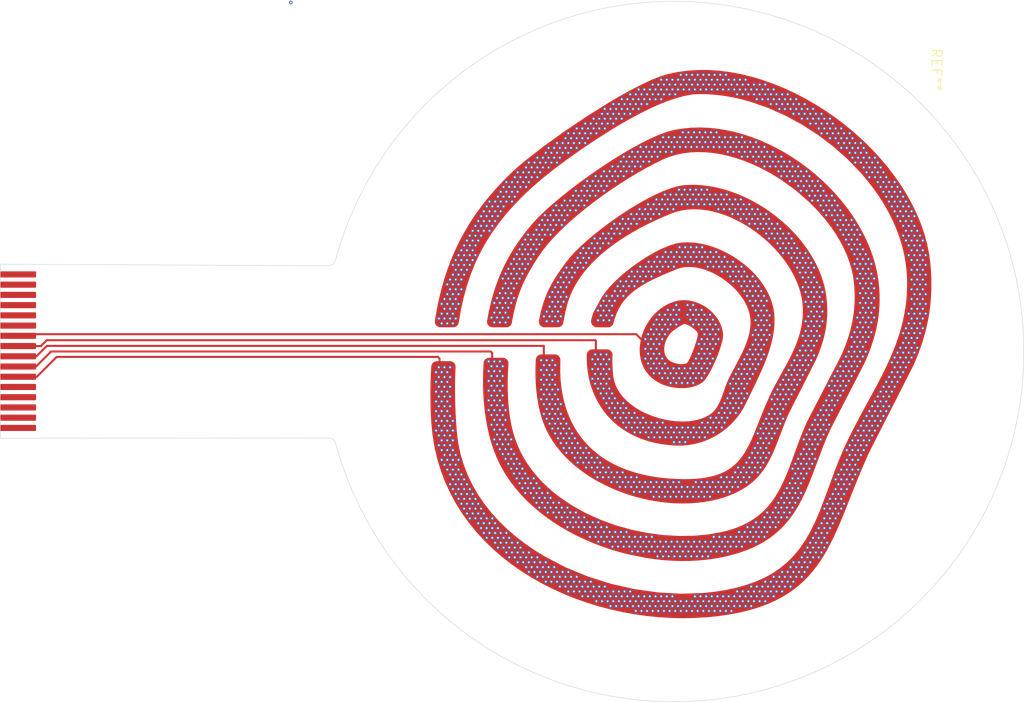
<source format=kicad_pcb>
(kicad_pcb (version 20241229) (generator "pcbnew") (generator_version "9.0")
  (layers (0 "F.Cu" signal) (2 "B.Cu" signal) (13 "F.Paste" user) (15 "B.Paste" user) (5 "F.SilkS" user "F.Silkscreen") (7 "B.SilkS" user "B.Silkscreen") (1 "F.Mask" user) (3 "B.Mask" user) (25 "Edge.Cuts" user))
  (net 0 "")
  (net 1 "/S4")
  (net 2 "/S1")
  (net 3 "/S2")
  (net 4 "/S3")
  (net 5 "/S10")
  (net 6 "/S7")
  (net 7 "/S15")
  (net 8 "/S12")
  (net 9 "/S9")
  (net 10 "/S6")
  (net 11 "/S16")
  (net 12 "/S5")
  (net 13 "/S14")
  (net 14 "/S13")
  (net 15 "/S8")
  (net 16 "/S11")
  (footprint "TP_Library:TP 0.15mm" (layer "F.Cu") (at 93.735249 113.671412)
    (property "Reference" "TP_200V**" (hide yes))
    (property "Value" "200V" (hide yes))
  )
  (footprint "TP_Library:TP 0.15mm" (layer "F.Cu") (at 96.110991 81.170547)
    (property "Reference" "TP_200V**" (hide yes))
    (property "Value" "200V" (hide yes))
  )
  (footprint "TP_Library:TP 0.15mm" (layer "F.Cu") (at 110.867812 94.237735)
    (property "Reference" "TP_200V**" (hide yes))
    (property "Value" "200V" (hide yes))
  )
  (footprint "TP_Library:TP 0.15mm" (layer "F.Cu") (at 81.717812 72.327292)
    (property "Reference" "TP_200V**" (hide yes))
    (property "Value" "200V" (hide yes))
  )
  (footprint "TP_Library:TP 0.15mm" (layer "F.Cu") (at 85.446926 102.508823)
    (property "Reference" "TP_200V**" (hide yes))
    (property "Value" "200V" (hide yes))
  )
  (footprint "TP_Library:TP 0.15mm" (layer "F.Cu") (at 85.017812 119.006061)
    (property "Reference" "TP_200V**" (hide yes))
    (property "Value" "200V" (hide yes))
  )
  (footprint "TP_Library:TP 0.15mm" (layer "F.Cu") (at 85.721926 85.837834)
    (property "Reference" "TP_200V**" (hide yes))
    (property "Value" "200V" (hide yes))
  )
  (footprint "TP_Library:TP 0.15mm" (layer "F.Cu") (at 96.567812 119.006061)
    (property "Reference" "TP_200V**" (hide yes))
    (property "Value" "200V" (hide yes))
  )
  (footprint "TP_Library:TP 0.15mm" (layer "F.Cu") (at 66.592812 88.998281)
    (property "Reference" "TP_200V**" (hide yes))
    (property "Value" "200V" (hide yes))
  )
  (footprint "TP_Library:TP 0.15mm" (layer "F.Cu") (at 96.721926 95.364114)
    (property "Reference" "TP_200V**" (hide yes))
    (property "Value" "200V" (hide yes))
  )
  (footprint "TP_Library:TP 0.15mm" (layer "F.Cu") (at 101.160249 78.900492)
    (property "Reference" "TP_200V**" (hide yes))
    (property "Value" "200V" (hide yes))
  )
  (footprint "TP_Library:TP 0.15mm" (layer "F.Cu") (at 101.710249 104.621447)
    (property "Reference" "TP_200V**" (hide yes))
    (property "Value" "200V" (hide yes))
  )
  (footprint "TP_Library:TP 0.15mm" (layer "F.Cu") (at 97.271926 90.600974)
    (property "Reference" "TP_200V**" (hide yes))
    (property "Value" "200V" (hide yes))
  )
  (footprint "TP_Library:TP 0.15mm" (layer "F.Cu") (at 108.942812 99.477189)
    (property "Reference" "TP_200V**" (hide yes))
    (property "Value" "200V" (hide yes))
  )
  (footprint "TP_Library:TP 0.15mm" (layer "F.Cu") (at 84.560991 81.170547)
    (property "Reference" "TP_200V**" (hide yes))
    (property "Value" "200V" (hide yes))
  )
  (footprint "TP_Library:TP 0.15mm" (layer "F.Cu") (at 108.392812 98.524561)
    (property "Reference" "TP_200V**" (hide yes))
    (property "Value" "200V" (hide yes))
  )
  (footprint "TP_Library:TP 0.15mm" (layer "F.Cu") (at 71.542812 79.472002)
    (property "Reference" "TP_200V**" (hide yes))
    (property "Value" "200V" (hide yes))
  )
  (footprint "TP_Library:TP 0.15mm" (layer "F.Cu") (at 88.746926 84.408892)
    (property "Reference" "TP_200V**" (hide yes))
    (property "Value" "200V" (hide yes))
  )
  (footprint "TP_Library:TP 0.15mm" (layer "F.Cu") (at 99.410991 84.981059)
    (property "Reference" "TP_200V**" (hide yes))
    (property "Value" "200V" (hide yes))
  )
  (footprint "TP_Library:TP 0.15mm" (layer "F.Cu") (at 85.397758 94.345419)
    (property "Reference" "TP_200V**" (hide yes))
    (property "Value" "200V" (hide yes))
  )
  (footprint "TP_Library:TP 0.15mm" (layer "F.Cu") (at 66.592812 87.093025)
    (property "Reference" "TP_200V**" (hide yes))
    (property "Value" "200V" (hide yes))
  )
  (footprint "TP_Library:TP 0.15mm" (layer "F.Cu") (at 96.660991 105.938874)
    (property "Reference" "TP_200V**" (hide yes))
    (property "Value" "200V" (hide yes))
  )
  (footprint "TP_Library:TP 0.15mm" (layer "F.Cu") (at 87.597758 91.487535)
    (property "Reference" "TP_200V**" (hide yes))
    (property "Value" "200V" (hide yes))
  )
  (footprint "TP_Library:TP 0.15mm" (layer "F.Cu") (at 89.610249 113.195098)
    (property "Reference" "TP_200V**" (hide yes))
    (property "Value" "200V" (hide yes))
  )
  (footprint "TP_Library:TP 0.15mm" (layer "F.Cu") (at 85.842812 119.482375)
    (property "Reference" "TP_200V**" (hide yes))
    (property "Value" "200V" (hide yes))
  )
  (footprint "TP_Library:TP 0.15mm" (layer "F.Cu") (at 72.835249 105.097761)
    (property "Reference" "TP_200V**" (hide yes))
    (property "Value" "200V" (hide yes))
  )
  (footprint "TP_Library:TP 0.15mm" (layer "F.Cu") (at 65.767812 99.953503)
    (property "Reference" "TP_200V**" (hide yes))
    (property "Value" "200V" (hide yes))
  )
  (footprint "TP_Library:TP 0.15mm" (layer "F.Cu") (at 101.060991 91.649455)
    (property "Reference" "TP_200V**" (hide yes))
    (property "Value" "200V" (hide yes))
  )
  (footprint "TP_Library:TP 0.15mm" (layer "F.Cu") (at 93.971926 100.127254)
    (property "Reference" "TP_200V**" (hide yes))
    (property "Value" "200V" (hide yes))
  )
  (footprint "TP_Library:TP 0.15mm" (layer "F.Cu") (at 80.435991 105.46256)
    (property "Reference" "TP_200V**" (hide yes))
    (property "Value" "200V" (hide yes))
  )
  (footprint "TP_Library:TP 0.15mm" (layer "F.Cu") (at 72.367812 113.290294)
    (property "Reference" "TP_200V**" (hide yes))
    (property "Value" "200V" (hide yes))
  )
  (footprint "TP_Library:TP 0.15mm" (layer "F.Cu") (at 89.021926 102.985137)
    (property "Reference" "TP_200V**" (hide yes))
    (property "Value" "200V" (hide yes))
  )
  (footprint "TP_Library:TP 0.15mm" (layer "F.Cu") (at 71.542812 113.766608)
    (property "Reference" "TP_200V**" (hide yes))
    (property "Value" "200V" (hide yes))
  )
  (footprint "TP_Library:TP 0.15mm" (layer "F.Cu") (at 67.967812 83.758828)
    (property "Reference" "TP_200V**" (hide yes))
    (property "Value" "200V" (hide yes))
  )
  (footprint "TP_Library:TP 0.15mm" (layer "F.Cu") (at 98.135249 110.813528)
    (property "Reference" "TP_200V**" (hide yes))
    (property "Value" "200V" (hide yes))
  )
  (footprint "TP_Library:TP 0.15mm" (layer "F.Cu") (at 111.417812 92.332479)
    (property "Reference" "TP_200V**" (hide yes))
    (property "Value" "200V" (hide yes))
  )
  (footprint "TP_Library:TP 0.15mm" (layer "F.Cu") (at 105.367812 73.27992)
    (property "Reference" "TP_200V**" (hide yes))
    (property "Value" "200V" (hide yes))
  )
  (footprint "TP_Library:TP 0.15mm" (layer "F.Cu") (at 74.292812 77.566746)
    (property "Reference" "TP_200V**" (hide yes))
    (property "Value" "200V" (hide yes))
  )
  (footprint "TP_Library:TP 0.15mm" (layer "F.Cu") (at 106.742812 104.240328)
    (property "Reference" "TP_200V**" (hide yes))
    (property "Value" "200V" (hide yes))
  )
  (footprint "TP_Library:TP 0.15mm" (layer "F.Cu") (at 97.035249 74.613666)
    (property "Reference" "TP_200V**" (hide yes))
    (property "Value" "200V" (hide yes))
  )
  (footprint "TP_Library:TP 0.15mm" (layer "F.Cu") (at 67.417812 109.479782)
    (property "Reference" "TP_200V**" (hide yes))
    (property "Value" "200V" (hide yes))
  )
  (footprint "TP_Library:TP 0.15mm" (layer "F.Cu") (at 104.542812 74.708862)
    (property "Reference" "TP_200V**" (hide yes))
    (property "Value" "200V" (hide yes))
  )
  (footprint "TP_Library:TP 0.15mm" (layer "F.Cu") (at 105.010249 81.758376)
    (property "Reference" "TP_200V**" (hide yes))
    (property "Value" "200V" (hide yes))
  )
  (footprint "TP_Library:TP 0.15mm" (layer "F.Cu") (at 95.110249 112.24247)
    (property "Reference" "TP_200V**" (hide yes))
    (property "Value" "200V" (hide yes))
  )
  (footprint "TP_Library:TP 0.15mm" (layer "F.Cu") (at 89.846926 85.36152)
    (property "Reference" "TP_200V**" (hide yes))
    (property "Value" "200V" (hide yes))
  )
  (footprint "TP_Library:TP 0.15mm" (layer "F.Cu") (at 97.760991 102.128362)
    (property "Reference" "TP_200V**" (hide yes))
    (property "Value" "200V" (hide yes))
  )
  (footprint "TP_Library:TP 0.15mm" (layer "F.Cu") (at 72.917812 78.995688)
    (property "Reference" "TP_200V**" (hide yes))
    (property "Value" "200V" (hide yes))
  )
  (footprint "TP_Library:TP 0.15mm" (layer "F.Cu") (at 88.422758 96.726989)
    (property "Reference" "TP_200V**" (hide yes))
    (property "Value" "200V" (hide yes))
  )
  (footprint "TP_Library:TP 0.15mm" (layer "F.Cu") (at 66.317812 97.095619)
    (property "Reference" "TP_200V**" (hide yes))
    (property "Value" "200V" (hide yes))
  )
  (footprint "TP_Library:TP 0.15mm" (layer "F.Cu") (at 96.485249 74.613666)
    (property "Reference" "TP_200V**" (hide yes))
    (property "Value" "200V" (hide yes))
  )
  (footprint "TP_Library:TP 0.15mm" (layer "F.Cu") (at 74.485249 107.955644)
    (property "Reference" "TP_200V**" (hide yes))
    (property "Value" "200V" (hide yes))
  )
  (footprint "TP_Library:TP 0.15mm" (layer "F.Cu") (at 89.692812 68.040466)
    (property "Reference" "TP_200V**" (hide yes))
    (property "Value" "200V" (hide yes))
  )
  (footprint "TP_Library:TP 0.15mm" (layer "F.Cu") (at 77.785249 110.813528)
    (property "Reference" "TP_200V**" (hide yes))
    (property "Value" "200V" (hide yes))
  )
  (footprint "TP_Library:TP 0.15mm" (layer "F.Cu") (at 66.592812 90.903537)
    (property "Reference" "TP_200V**" (hide yes))
    (property "Value" "200V" (hide yes))
  )
  (footprint "TP_Library:TP 0.15mm" (layer "F.Cu") (at 72.560249 106.526703)
    (property "Reference" "TP_200V**" (hide yes))
    (property "Value" "200V" (hide yes))
  )
  (footprint "TP_Library:TP 0.15mm" (layer "F.Cu") (at 92.321926 85.837834)
    (property "Reference" "TP_200V**" (hide yes))
    (property "Value" "200V" (hide yes))
  )
  (footprint "TP_Library:TP 0.15mm" (layer "F.Cu") (at 65.492812 102.335072)
    (property "Reference" "TP_200V**" (hide yes))
    (property "Value" "200V" (hide yes))
  )
  (footprint "TP_Library:TP 0.15mm" (layer "F.Cu") (at 68.517812 82.8062)
    (property "Reference" "TP_200V**" (hide yes))
    (property "Value" "200V" (hide yes))
  )
  (footprint "TP_Library:TP 0.15mm" (layer "F.Cu") (at 84.742812 119.482375)
    (property "Reference" "TP_200V**" (hide yes))
    (property "Value" "200V" (hide yes))
  )
  (footprint "TP_Library:TP 0.15mm" (layer "F.Cu") (at 97.485991 83.552117)
    (property "Reference" "TP_200V**" (hide yes))
    (property "Value" "200V" (hide yes))
  )
  (footprint "TP_Library:TP 0.15mm" (layer "F.Cu") (at 98.035991 100.69942)
    (property "Reference" "TP_200V**" (hide yes))
    (property "Value" "200V" (hide yes))
  )
  (footprint "TP_Library:TP 0.15mm" (layer "F.Cu") (at 108.667812 99.953503)
    (property "Reference" "TP_200V**" (hide yes))
    (property "Value" "200V" (hide yes))
  )
  (footprint "TP_Library:TP 0.15mm" (layer "F.Cu") (at 85.017812 69.469408)
    (property "Reference" "TP_200V**" (hide yes))
    (property "Value" "200V" (hide yes))
  )
  (footprint "TP_Library:TP 0.15mm" (layer "F.Cu") (at 80.710991 104.986246)
    (property "Reference" "TP_200V**" (hide yes))
    (property "Value" "200V" (hide yes))
  )
  (footprint "TP_Library:TP 0.15mm" (layer "F.Cu") (at 110.317812 97.095619)
    (property "Reference" "TP_200V**" (hide yes))
    (property "Value" "200V" (hide yes))
  )
  (footprint "TP_Library:TP 0.15mm" (layer "F.Cu") (at 81.167812 118.053434)
    (property "Reference" "TP_200V**" (hide yes))
    (property "Value" "200V" (hide yes))
  )
  (footprint "TP_Library:TP 0.15mm" (layer "F.Cu") (at 90.335991 78.788977)
    (property "Reference" "TP_200V**" (hide yes))
    (property "Value" "200V" (hide yes))
  )
  (footprint "TP_Library:TP 0.15mm" (layer "F.Cu") (at 75.310249 109.384586)
    (property "Reference" "TP_200V**" (hide yes))
    (property "Value" "200V" (hide yes))
  )
  (footprint "TP_Library:TP 0.15mm" (layer "F.Cu") (at 100.060249 77.947864)
    (property "Reference" "TP_200V**" (hide yes))
    (property "Value" "200V" (hide yes))
  )
  (footprint "TP_Library:TP 0.15mm" (layer "F.Cu") (at 96.660991 81.170547)
    (property "Reference" "TP_200V**" (hide yes))
    (property "Value" "200V" (hide yes))
  )
  (footprint "TP_Library:TP 0.15mm" (layer "F.Cu") (at 68.517812 108.527154)
    (property "Reference" "TP_200V**" (hide yes))
    (property "Value" "200V" (hide yes))
  )
  (footprint "TP_Library:TP 0.15mm" (layer "F.Cu") (at 76.860991 102.128362)
    (property "Reference" "TP_200V**" (hide yes))
    (property "Value" "200V" (hide yes))
  )
  (footprint "TP_Library:TP 0.15mm" (layer "F.Cu") (at 75.210991 95.459966)
    (property "Reference" "TP_200V**" (hide yes))
    (property "Value" "200V" (hide yes))
  )
  (footprint "TP_Library:TP 0.15mm" (layer "F.Cu") (at 97.760991 83.075803)
    (property "Reference" "TP_200V**" (hide yes))
    (property "Value" "200V" (hide yes))
  )
  (footprint "TP_Library:TP 0.15mm" (layer "F.Cu") (at 106.742812 74.708862)
    (property "Reference" "TP_200V**" (hide yes))
    (property "Value" "200V" (hide yes))
  )
  (footprint "TP_Library:TP 0.15mm" (layer "F.Cu") (at 96.935991 101.652048)
    (property "Reference" "TP_200V**" (hide yes))
    (property "Value" "200V" (hide yes))
  )
  (footprint "TP_Library:TP 0.15mm" (layer "F.Cu") (at 106.192812 102.335072)
    (property "Reference" "TP_200V**" (hide yes))
    (property "Value" "200V" (hide yes))
  )
  (footprint "TP_Library:TP 0.15mm" (layer "F.Cu") (at 89.571926 84.885206)
    (property "Reference" "TP_200V**" (hide yes))
    (property "Value" "200V" (hide yes))
  )
  (footprint "TP_Library:TP 0.15mm" (layer "F.Cu") (at 76.135249 83.187318)
    (property "Reference" "TP_200V**" (hide yes))
    (property "Value" "200V" (hide yes))
  )
  (footprint "TP_Library:TP 0.15mm" (layer "F.Cu") (at 91.435991 107.367816)
    (property "Reference" "TP_200V**" (hide yes))
    (property "Value" "200V" (hide yes))
  )
  (footprint "TP_Library:TP 0.15mm" (layer "F.Cu") (at 85.485249 112.718784)
    (property "Reference" "TP_200V**" (hide yes))
    (property "Value" "200V" (hide yes))
  )
  (footprint "TP_Library:TP 0.15mm" (layer "F.Cu") (at 108.392812 77.566746)
    (property "Reference" "TP_200V**" (hide yes))
    (property "Value" "200V" (hide yes))
  )
  (footprint "TP_Library:TP 0.15mm" (layer "F.Cu") (at 91.342812 119.482375)
    (property "Reference" "TP_200V**" (hide yes))
    (property "Value" "200V" (hide yes))
  )
  (footprint "TP_Library:TP 0.15mm" (layer "F.Cu") (at 91.617812 68.51678)
    (property "Reference" "TP_200V**" (hide yes))
    (property "Value" "200V" (hide yes))
  )
  (footprint "TP_Library:TP 0.15mm" (layer "F.Cu") (at 98.685249 75.566294)
    (property "Reference" "TP_200V**" (hide yes))
    (property "Value" "200V" (hide yes))
  )
  (footprint "TP_Library:TP 0.15mm" (layer "F.Cu") (at 80.892812 71.850978)
    (property "Reference" "TP_200V**" (hide yes))
    (property "Value" "200V" (hide yes))
  )
  (footprint "TP_Library:TP 0.15mm" (layer "F.Cu") (at 83.835249 76.518922)
    (property "Reference" "TP_200V**" (hide yes))
    (property "Value" "200V" (hide yes))
  )
  (footprint "TP_Library:TP 0.15mm" (layer "F.Cu") (at 70.167812 80.900944)
    (property "Reference" "TP_200V**" (hide yes))
    (property "Value" "200V" (hide yes))
  )
  (footprint "TP_Library:TP 0.15mm" (layer "F.Cu") (at 85.485249 75.566294)
    (property "Reference" "TP_200V**" (hide yes))
    (property "Value" "200V" (hide yes))
  )
  (footprint "TP_Library:TP 0.15mm" (layer "F.Cu") (at 76.135249 108.908272)
    (property "Reference" "TP_200V**" (hide yes))
    (property "Value" "200V" (hide yes))
  )
  (footprint "TP_Library:TP 0.15mm" (layer "F.Cu") (at 76.310991 89.744199)
    (property "Reference" "TP_200V**" (hide yes))
    (property "Value" "200V" (hide yes))
  )
  (footprint "TP_Library:TP 0.15mm" (layer "F.Cu") (at 98.685249 108.908272)
    (property "Reference" "TP_200V**" (hide yes))
    (property "Value" "200V" (hide yes))
  )
  (footprint "TP_Library:TP 0.15mm" (layer "F.Cu") (at 96.292812 69.945722)
    (property "Reference" "TP_200V**" (hide yes))
    (property "Value" "200V" (hide yes))
  )
  (footprint "TP_Library:TP 0.15mm" (layer "F.Cu") (at 80.710991 105.938874)
    (property "Reference" "TP_200V**" (hide yes))
    (property "Value" "200V" (hide yes))
  )
  (footprint "TP_Library:TP 0.15mm" (layer "F.Cu") (at 102.260249 77.947864)
    (property "Reference" "TP_200V**" (hide yes))
    (property "Value" "200V" (hide yes))
  )
  (footprint "TP_Library:TP 0.15mm" (layer "F.Cu") (at 107.485249 91.760969)
    (property "Reference" "TP_200V**" (hide yes))
    (property "Value" "200V" (hide yes))
  )
  (footprint "TP_Library:TP 0.15mm" (layer "F.Cu") (at 110.592812 92.808793)
    (property "Reference" "TP_200V**" (hide yes))
    (property "Value" "200V" (hide yes))
  )
  (footprint "TP_Library:TP 0.15mm" (layer "F.Cu") (at 107.292812 100.429817)
    (property "Reference" "TP_200V**" (hide yes))
    (property "Value" "200V" (hide yes))
  )
  (footprint "TP_Library:TP 0.15mm" (layer "F.Cu") (at 71.185249 99.381993)
    (property "Reference" "TP_200V**" (hide yes))
    (property "Value" "200V" (hide yes))
  )
  (footprint "TP_Library:TP 0.15mm" (layer "F.Cu") (at 78.417812 118.053434)
    (property "Reference" "TP_200V**" (hide yes))
    (property "Value" "200V" (hide yes))
  )
  (footprint "TP_Library:TP 0.15mm" (layer "F.Cu") (at 91.535249 114.62404)
    (property "Reference" "TP_200V**" (hide yes))
    (property "Value" "200V" (hide yes))
  )
  (footprint "TP_Library:TP 0.15mm" (layer "F.Cu") (at 88.422758 90.058593)
    (property "Reference" "TP_200V**" (hide yes))
    (property "Value" "200V" (hide yes))
  )
  (footprint "TP_Library:TP 0.15mm" (layer "F.Cu") (at 95.742812 119.482375)
    (property "Reference" "TP_200V**" (hide yes))
    (property "Value" "200V" (hide yes))
  )
  (footprint "TP_Library:TP 0.15mm" (layer "F.Cu") (at 79.335991 84.504745)
    (property "Reference" "TP_200V**" (hide yes))
    (property "Value" "200V" (hide yes))
  )
  (footprint "TP_Library:TP 0.15mm" (layer "F.Cu") (at 104.735249 83.187318)
    (property "Reference" "TP_200V**" (hide yes))
    (property "Value" "200V" (hide yes))
  )
  (footprint "TP_Library:TP 0.15mm" (layer "F.Cu") (at 80.771926 97.26937)
    (property "Reference" "TP_200V**" (hide yes))
    (property "Value" "200V" (hide yes))
  )
  (footprint "TP_Library:TP 0.15mm" (layer "F.Cu") (at 76.585991 99.746792)
    (property "Reference" "TP_200V**" (hide yes))
    (property "Value" "200V" (hide yes))
  )
  (footprint "TP_Library:TP 0.15mm" (layer "F.Cu") (at 86.667812 119.006061)
    (property "Reference" "TP_200V**" (hide yes))
    (property "Value" "200V" (hide yes))
  )
  (footprint "TP_Library:TP 0.15mm" (layer "F.Cu") (at 91.067812 67.564152)
    (property "Reference" "TP_200V**" (hide yes))
    (property "Value" "200V" (hide yes))
  )
  (footprint "TP_Library:TP 0.15mm" (layer "F.Cu") (at 105.560249 97.000423)
    (property "Reference" "TP_200V**" (hide yes))
    (property "Value" "200V" (hide yes))
  )
  (footprint "TP_Library:TP 0.15mm" (layer "F.Cu") (at 79.517812 72.327292)
    (property "Reference" "TP_200V**" (hide yes))
    (property "Value" "200V" (hide yes))
  )
  (footprint "TP_Library:TP 0.15mm" (layer "F.Cu") (at 67.142812 105.192956)
    (property "Reference" "TP_200V**" (hide yes))
    (property "Value" "200V" (hide yes))
  )
  (footprint "TP_Library:TP 0.15mm" (layer "F.Cu") (at 76.960249 110.337214)
    (property "Reference" "TP_200V**" (hide yes))
    (property "Value" "200V" (hide yes))
  )
  (footprint "TP_Library:TP 0.15mm" (layer "F.Cu") (at 98.310991 84.028431)
    (property "Reference" "TP_200V**" (hide yes))
    (property "Value" "200V" (hide yes))
  )
  (footprint "TP_Library:TP 0.15mm" (layer "F.Cu") (at 72.642812 77.566746)
    (property "Reference" "TP_200V**" (hide yes))
    (property "Value" "200V" (hide yes))
  )
  (footprint "TP_Library:TP 0.15mm" (layer "F.Cu") (at 82.085991 107.367816)
    (property "Reference" "TP_200V**" (hide yes))
    (property "Value" "200V" (hide yes))
  )
  (footprint "TP_Library:TP 0.15mm" (layer "F.Cu") (at 81.085249 78.424178)
    (property "Reference" "TP_200V**" (hide yes))
    (property "Value" "200V" (hide yes))
  )
  (footprint "TP_Library:TP 0.15mm" (layer "F.Cu") (at 107.292812 102.335072)
    (property "Reference" "TP_200V**" (hide yes))
    (property "Value" "200V" (hide yes))
  )
  (footprint "TP_Library:TP 0.15mm" (layer "F.Cu") (at 65.767812 89.474595)
    (property "Reference" "TP_200V**" (hide yes))
    (property "Value" "200V" (hide yes))
  )
  (footprint "TP_Library:TP 0.15mm" (layer "F.Cu") (at 107.017812 77.090432)
    (property "Reference" "TP_200V**" (hide yes))
    (property "Value" "200V" (hide yes))
  )
  (footprint "TP_Library:TP 0.15mm" (layer "F.Cu") (at 75.485991 99.746792)
    (property "Reference" "TP_200V**" (hide yes))
    (property "Value" "200V" (hide yes))
  )
  (footprint "TP_Library:TP 0.15mm" (layer "F.Cu") (at 87.371926 85.837834)
    (property "Reference" "TP_200V**" (hide yes))
    (property "Value" "200V" (hide yes))
  )
  (footprint "TP_Library:TP 0.15mm" (layer "F.Cu") (at 84.192812 70.89835)
    (property "Reference" "TP_200V**" (hide yes))
    (property "Value" "200V" (hide yes))
  )
  (footprint "TP_Library:TP 0.15mm" (layer "F.Cu") (at 99.042812 70.89835)
    (property "Reference" "TP_200V**" (hide yes))
    (property "Value" "200V" (hide yes))
  )
  (footprint "TP_Library:TP 0.15mm" (layer "F.Cu") (at 68.792812 85.187769)
    (property "Reference" "TP_200V**" (hide yes))
    (property "Value" "200V" (hide yes))
  )
  (footprint "TP_Library:TP 0.15mm" (layer "F.Cu") (at 85.947758 93.392791)
    (property "Reference" "TP_200V**" (hide yes))
    (property "Value" "200V" (hide yes))
  )
  (footprint "TP_Library:TP 0.15mm" (layer "F.Cu") (at 94.246926 96.793056)
    (property "Reference" "TP_200V**" (hide yes))
    (property "Value" "200V" (hide yes))
  )
  (footprint "TP_Library:TP 0.15mm" (layer "F.Cu") (at 102.810249 101.763563)
    (property "Reference" "TP_200V**" (hide yes))
    (property "Value" "200V" (hide yes))
  )
  (footprint "TP_Library:TP 0.15mm" (layer "F.Cu") (at 80.810249 78.900492)
    (property "Reference" "TP_200V**" (hide yes))
    (property "Value" "200V" (hide yes))
  )
  (footprint "TP_Library:TP 0.15mm" (layer "F.Cu") (at 81.046926 95.840428)
    (property "Reference" "TP_200V**" (hide yes))
    (property "Value" "200V" (hide yes))
  )
  (footprint "TP_Library:TP 0.15mm" (layer "F.Cu") (at 96.110991 105.938874)
    (property "Reference" "TP_200V**" (hide yes))
    (property "Value" "200V" (hide yes))
  )
  (footprint "TP_Library:TP 0.15mm" (layer "F.Cu") (at 99.235249 108.908272)
    (property "Reference" "TP_200V**" (hide yes))
    (property "Value" "200V" (hide yes))
  )
  (footprint "TP_Library:TP 0.15mm" (layer "F.Cu") (at 74.567812 77.090432)
    (property "Reference" "TP_200V**" (hide yes))
    (property "Value" "200V" (hide yes))
  )
  (footprint "TP_Library:TP 0.15mm" (layer "F.Cu") (at 71.185249 96.524109)
    (property "Reference" "TP_200V**" (hide yes))
    (property "Value" "200V" (hide yes))
  )
  (footprint "TP_Library:TP 0.15mm" (layer "F.Cu") (at 106.935249 88.903086)
    (property "Reference" "TP_200V**" (hide yes))
    (property "Value" "200V" (hide yes))
  )
  (footprint "TP_Library:TP 0.15mm" (layer "F.Cu") (at 106.110249 87.474144)
    (property "Reference" "TP_200V**" (hide yes))
    (property "Value" "200V" (hide yes))
  )
  (footprint "TP_Library:TP 0.15mm" (layer "F.Cu") (at 65.492812 98.524561)
    (property "Reference" "TP_200V**" (hide yes))
    (property "Value" "200V" (hide yes))
  )
  (footprint "TP_Library:TP 0.15mm" (layer "F.Cu") (at 67.417812 87.569339)
    (property "Reference" "TP_200V**" (hide yes))
    (property "Value" "200V" (hide yes))
  )
  (footprint "TP_Library:TP 0.15mm" (layer "F.Cu") (at 100.785991 86.410001)
    (property "Reference" "TP_200V**" (hide yes))
    (property "Value" "200V" (hide yes))
  )
  (footprint "TP_Library:TP 0.15mm" (layer "F.Cu") (at 112.792812 86.140397)
    (property "Reference" "TP_200V**" (hide yes))
    (property "Value" "200V" (hide yes))
  )
  (footprint "TP_Library:TP 0.15mm" (layer "F.Cu") (at 99.785249 77.47155)
    (property "Reference" "TP_200V**" (hide yes))
    (property "Value" "200V" (hide yes))
  )
  (footprint "TP_Library:TP 0.15mm" (layer "F.Cu") (at 102.617812 114.242922)
    (property "Reference" "TP_200V**" (hide yes))
    (property "Value" "200V" (hide yes))
  )
  (footprint "TP_Library:TP 0.15mm" (layer "F.Cu") (at 66.317812 99.953503)
    (property "Reference" "TP_200V**" (hide yes))
    (property "Value" "200V" (hide yes))
  )
  (footprint "TP_Library:TP 0.15mm" (layer "F.Cu") (at 109.217812 99.000875)
    (property "Reference" "TP_200V**" (hide yes))
    (property "Value" "200V" (hide yes))
  )
  (footprint "TP_Library:TP 0.15mm" (layer "F.Cu") (at 87.767812 68.51678)
    (property "Reference" "TP_200V**" (hide yes))
    (property "Value" "200V" (hide yes))
  )
  (footprint "TP_Library:TP 0.15mm" (layer "F.Cu") (at 75.760991 95.459966)
    (property "Reference" "TP_200V**" (hide yes))
    (property "Value" "200V" (hide yes))
  )
  (footprint "TP_Library:TP 0.15mm" (layer "F.Cu") (at 106.660249 94.142539)
    (property "Reference" "TP_200V**" (hide yes))
    (property "Value" "200V" (hide yes))
  )
  (footprint "TP_Library:TP 0.15mm" (layer "F.Cu") (at 98.310991 102.128362)
    (property "Reference" "TP_200V**" (hide yes))
    (property "Value" "200V" (hide yes))
  )
  (footprint "TP_Library:TP 0.15mm" (layer "F.Cu") (at 71.542812 80.42463)
    (property "Reference" "TP_200V**" (hide yes))
    (property "Value" "200V" (hide yes))
  )
  (footprint "TP_Library:TP 0.15mm" (layer "F.Cu") (at 109.767812 78.995688)
    (property "Reference" "TP_200V**" (hide yes))
    (property "Value" "200V" (hide yes))
  )
  (footprint "TP_Library:TP 0.15mm" (layer "F.Cu") (at 101.242812 115.671864)
    (property "Reference" "TP_200V**" (hide yes))
    (property "Value" "200V" (hide yes))
  )
  (footprint "TP_Library:TP 0.15mm" (layer "F.Cu") (at 97.860249 76.042608)
    (property "Reference" "TP_200V**" (hide yes))
    (property "Value" "200V" (hide yes))
  )
  (footprint "TP_Library:TP 0.15mm" (layer "F.Cu") (at 95.071926 95.364114)
    (property "Reference" "TP_200V**" (hide yes))
    (property "Value" "200V" (hide yes))
  )
  (footprint "TP_Library:TP 0.15mm" (layer "F.Cu") (at 99.510249 107.47933)
    (property "Reference" "TP_200V**" (hide yes))
    (property "Value" "200V" (hide yes))
  )
  (footprint "TP_Library:TP 0.15mm" (layer "F.Cu") (at 94.735991 106.415188)
    (property "Reference" "TP_200V**" (hide yes))
    (property "Value" "200V" (hide yes))
  )
  (footprint "TP_Library:TP 0.15mm" (layer "F.Cu") (at 91.172758 93.869105)
    (property "Reference" "TP_200V**" (hide yes))
    (property "Value" "200V" (hide yes))
  )
  (footprint "TP_Library:TP 0.15mm" (layer "F.Cu") (at 97.942812 117.57712)
    (property "Reference" "TP_200V**" (hide yes))
    (property "Value" "200V" (hide yes))
  )
  (footprint "TP_Library:TP 0.15mm" (layer "F.Cu") (at 82.635991 106.415188)
    (property "Reference" "TP_200V**" (hide yes))
    (property "Value" "200V" (hide yes))
  )
  (footprint "TP_Library:TP 0.15mm" (layer "F.Cu") (at 67.142812 109.003468)
    (property "Reference" "TP_200V**" (hide yes))
    (property "Value" "200V" (hide yes))
  )
  (footprint "TP_Library:TP 0.15mm" (layer "F.Cu") (at 110.867812 83.758828)
    (property "Reference" "TP_200V**" (hide yes))
    (property "Value" "200V" (hide yes))
  )
  (footprint "TP_Library:TP 0.15mm" (layer "F.Cu") (at 75.485991 95.93628)
    (property "Reference" "TP_200V**" (hide yes))
    (property "Value" "200V" (hide yes))
  )
  (footprint "TP_Library:TP 0.15mm" (layer "F.Cu") (at 95.010991 80.217919)
    (property "Reference" "TP_200V**" (hide yes))
    (property "Value" "200V" (hide yes))
  )
  (footprint "TP_Library:TP 0.15mm" (layer "F.Cu") (at 101.060991 96.412594)
    (property "Reference" "TP_200V**" (hide yes))
    (property "Value" "200V" (hide yes))
  )
  (footprint "TP_Library:TP 0.15mm" (layer "F.Cu") (at 87.035991 107.367816)
    (property "Reference" "TP_200V**" (hide yes))
    (property "Value" "200V" (hide yes))
  )
  (footprint "TP_Library:TP 0.15mm" (layer "F.Cu") (at 106.935249 90.808341)
    (property "Reference" "TP_200V**" (hide yes))
    (property "Value" "200V" (hide yes))
  )
  (footprint "TP_Library:TP 0.15mm" (layer "F.Cu") (at 98.767812 116.148178)
    (property "Reference" "TP_200V**" (hide yes))
    (property "Value" "200V" (hide yes))
  )
  (footprint "TP_Library:TP 0.15mm" (layer "F.Cu") (at 103.442812 71.850978)
    (property "Reference" "TP_200V**" (hide yes))
    (property "Value" "200V" (hide yes))
  )
  (footprint "TP_Library:TP 0.15mm" (layer "F.Cu") (at 99.960991 84.981059)
    (property "Reference" "TP_200V**" (hide yes))
    (property "Value" "200V" (hide yes))
  )
  (footprint "TP_Library:TP 0.15mm" (layer "F.Cu") (at 89.785991 79.741605)
    (property "Reference" "TP_200V**" (hide yes))
    (property "Value" "200V" (hide yes))
  )
  (footprint "TP_Library:TP 0.15mm" (layer "F.Cu") (at 89.610249 74.137352)
    (property "Reference" "TP_200V**" (hide yes))
    (property "Value" "200V" (hide yes))
  )
  (footprint "TP_Library:TP 0.15mm" (layer "F.Cu") (at 86.222758 92.916477)
    (property "Reference" "TP_200V**" (hide yes))
    (property "Value" "200V" (hide yes))
  )
  (footprint "TP_Library:TP 0.15mm" (layer "F.Cu") (at 86.310249 74.137352)
    (property "Reference" "TP_200V**" (hide yes))
    (property "Value" "200V" (hide yes))
  )
  (footprint "TP_Library:TP 0.15mm" (layer "F.Cu") (at 78.785991 85.457373)
    (property "Reference" "TP_200V**" (hide yes))
    (property "Value" "200V" (hide yes))
  )
  (footprint "TP_Library:TP 0.15mm" (layer "F.Cu") (at 108.667812 77.090432)
    (property "Reference" "TP_200V**" (hide yes))
    (property "Value" "200V" (hide yes))
  )
  (footprint "TP_Library:TP 0.15mm" (layer "F.Cu") (at 104.185249 80.329434)
    (property "Reference" "TP_200V**" (hide yes))
    (property "Value" "200V" (hide yes))
  )
  (footprint "TP_Library:TP 0.15mm" (layer "F.Cu") (at 94.642812 68.993094)
    (property "Reference" "TP_200V**" (hide yes))
    (property "Value" "200V" (hide yes))
  )
  (footprint "TP_Library:TP 0.15mm" (layer "F.Cu") (at 83.521926 101.079881)
    (property "Reference" "TP_200V**" (hide yes))
    (property "Value" "200V" (hide yes))
  )
  (footprint "TP_Library:TP 0.15mm" (layer "F.Cu") (at 94.917812 119.006061)
    (property "Reference" "TP_200V**" (hide yes))
    (property "Value" "200V" (hide yes))
  )
  (footprint "TP_Library:TP 0.15mm" (layer "F.Cu") (at 87.410249 114.147726)
    (property "Reference" "TP_200V**" (hide yes))
    (property "Value" "200V" (hide yes))
  )
  (footprint "TP_Library:TP 0.15mm" (layer "F.Cu") (at 72.092812 79.472002)
    (property "Reference" "TP_200V**" (hide yes))
    (property "Value" "200V" (hide yes))
  )
  (footprint "TP_Library:TP 0.15mm" (layer "F.Cu") (at 91.160991 79.265291)
    (property "Reference" "TP_200V**" (hide yes))
    (property "Value" "200V" (hide yes))
  )
  (footprint "TP_Library:TP 0.15mm" (layer "F.Cu") (at 71.460249 96.047795)
    (property "Reference" "TP_200V**" (hide yes))
    (property "Value" "200V" (hide yes))
  )
  (footprint "TP_Library:TP 0.15mm" (layer "F.Cu") (at 88.785249 73.661038)
    (property "Reference" "TP_200V**" (hide yes))
    (property "Value" "200V" (hide yes))
  )
  (footprint "TP_Library:TP 0.15mm" (layer "F.Cu") (at 97.210991 104.986246)
    (property "Reference" "TP_200V**" (hide yes))
    (property "Value" "200V" (hide yes))
  )
  (footprint "TP_Library:TP 0.15mm" (layer "F.Cu") (at 87.597758 97.203303)
    (property "Reference" "TP_200V**" (hide yes))
    (property "Value" "200V" (hide yes))
  )
  (footprint "TP_Library:TP 0.15mm" (layer "F.Cu") (at 96.721926 89.648346)
    (property "Reference" "TP_200V**" (hide yes))
    (property "Value" "200V" (hide yes))
  )
  (footprint "TP_Library:TP 0.15mm" (layer "F.Cu") (at 91.260249 114.147726)
    (property "Reference" "TP_200V**" (hide yes))
    (property "Value" "200V" (hide yes))
  )
  (footprint "TP_Library:TP 0.15mm" (layer "F.Cu") (at 108.392812 76.614118)
    (property "Reference" "TP_200V**" (hide yes))
    (property "Value" "200V" (hide yes))
  )
  (footprint "TP_Library:TP 0.15mm" (layer "F.Cu") (at 93.360991 80.217919)
    (property "Reference" "TP_200V**" (hide yes))
    (property "Value" "200V" (hide yes))
  )
  (footprint "TP_Library:TP 0.15mm" (layer "F.Cu") (at 72.285249 105.097761)
    (property "Reference" "TP_200V**" (hide yes))
    (property "Value" "200V" (hide yes))
  )
  (footprint "TP_Library:TP 0.15mm" (layer "F.Cu") (at 96.996926 93.935172)
    (property "Reference" "TP_200V**" (hide yes))
    (property "Value" "200V" (hide yes))
  )
  (footprint "TP_Library:TP 0.15mm" (layer "F.Cu") (at 89.021926 84.885206)
    (property "Reference" "TP_200V**" (hide yes))
    (property "Value" "200V" (hide yes))
  )
  (footprint "TP_Library:TP 0.15mm" (layer "F.Cu") (at 80.617812 118.053434)
    (property "Reference" "TP_200V**" (hide yes))
    (property "Value" "200V" (hide yes))
  )
  (footprint "TP_Library:TP 0.15mm" (layer "F.Cu") (at 86.222758 95.774361)
    (property "Reference" "TP_200V**" (hide yes))
    (property "Value" "200V" (hide yes))
  )
  (footprint "TP_Library:TP 0.15mm" (layer "F.Cu") (at 84.071926 86.790462)
    (property "Reference" "TP_200V**" (hide yes))
    (property "Value" "200V" (hide yes))
  )
  (footprint "TP_Library:TP 0.15mm" (layer "F.Cu") (at 76.860991 103.08099)
    (property "Reference" "TP_200V**" (hide yes))
    (property "Value" "200V" (hide yes))
  )
  (footprint "TP_Library:TP 0.15mm" (layer "F.Cu") (at 99.317812 70.422036)
    (property "Reference" "TP_200V**" (hide yes))
    (property "Value" "200V" (hide yes))
  )
  (footprint "TP_Library:TP 0.15mm" (layer "F.Cu") (at 81.871926 89.648346)
    (property "Reference" "TP_200V**" (hide yes))
    (property "Value" "200V" (hide yes))
  )
  (footprint "TP_Library:TP 0.15mm" (layer "F.Cu") (at 83.560249 112.24247)
    (property "Reference" "TP_200V**" (hide yes))
    (property "Value" "200V" (hide yes))
  )
  (footprint "TP_Library:TP 0.15mm" (layer "F.Cu") (at 72.285249 106.050389)
    (property "Reference" "TP_200V**" (hide yes))
    (property "Value" "200V" (hide yes))
  )
  (footprint "TP_Library:TP 0.15mm" (layer "F.Cu") (at 104.735249 98.429365)
    (property "Reference" "TP_200V**" (hide yes))
    (property "Value" "200V" (hide yes))
  )
  (footprint "TP_Library:TP 0.15mm" (layer "F.Cu") (at 91.617812 119.006061)
    (property "Reference" "TP_200V**" (hide yes))
    (property "Value" "200V" (hide yes))
  )
  (footprint "TP_Library:TP 0.15mm" (layer "F.Cu") (at 97.667812 70.422036)
    (property "Reference" "TP_200V**" (hide yes))
    (property "Value" "200V" (hide yes))
  )
  (footprint "TP_Library:TP 0.15mm" (layer "F.Cu") (at 92.871926 86.790462)
    (property "Reference" "TP_200V**" (hide yes))
    (property "Value" "200V" (hide yes))
  )
  (footprint "TP_Library:TP 0.15mm" (layer "F.Cu") (at 107.210249 93.189911)
    (property "Reference" "TP_200V**" (hide yes))
    (property "Value" "200V" (hide yes))
  )
  (footprint "TP_Library:TP 0.15mm" (layer "F.Cu") (at 101.610991 94.507339)
    (property "Reference" "TP_200V**" (hide yes))
    (property "Value" "200V" (hide yes))
  )
  (footprint "TP_Library:TP 0.15mm" (layer "F.Cu") (at 102.067812 114.242922)
    (property "Reference" "TP_200V**" (hide yes))
    (property "Value" "200V" (hide yes))
  )
  (footprint "TP_Library:TP 0.15mm" (layer "F.Cu") (at 87.685249 114.62404)
    (property "Reference" "TP_200V**" (hide yes))
    (property "Value" "200V" (hide yes))
  )
  (footprint "TP_Library:TP 0.15mm" (layer "F.Cu") (at 69.067812 83.758828)
    (property "Reference" "TP_200V**" (hide yes))
    (property "Value" "200V" (hide yes))
  )
  (footprint "TP_Library:TP 0.15mm" (layer "F.Cu") (at 108.117812 99.000875)
    (property "Reference" "TP_200V**" (hide yes))
    (property "Value" "200V" (hide yes))
  )
  (footprint "TP_Library:TP 0.15mm" (layer "F.Cu") (at 77.592812 117.57712)
    (property "Reference" "TP_200V**" (hide yes))
    (property "Value" "200V" (hide yes))
  )
  (footprint "TP_Library:TP 0.15mm" (layer "F.Cu") (at 79.160249 112.24247)
    (property "Reference" "TP_200V**" (hide yes))
    (property "Value" "200V" (hide yes))
  )
  (footprint "TP_Library:TP 0.15mm" (layer "F.Cu") (at 74.210249 84.61626)
    (property "Reference" "TP_200V**" (hide yes))
    (property "Value" "200V" (hide yes))
  )
  (footprint "TP_Library:TP 0.15mm" (layer "F.Cu") (at 94.835249 75.566294)
    (property "Reference" "TP_200V**" (hide yes))
    (property "Value" "200V" (hide yes))
  )
  (footprint "TP_Library:TP 0.15mm" (layer "F.Cu") (at 87.860991 79.265291)
    (property "Reference" "TP_200V**" (hide yes))
    (property "Value" "200V" (hide yes))
  )
  (footprint "TP_Library:TP 0.15mm" (layer "F.Cu") (at 96.842812 118.529747)
    (property "Reference" "TP_200V**" (hide yes))
    (property "Value" "200V" (hide yes))
  )
  (footprint "TP_Library:TP 0.15mm" (layer "F.Cu") (at 100.967812 71.374664)
    (property "Reference" "TP_200V**" (hide yes))
    (property "Value" "200V" (hide yes))
  )
  (footprint "TP_Library:TP 0.15mm" (layer "F.Cu") (at 107.567812 102.811386)
    (property "Reference" "TP_200V**" (hide yes))
    (property "Value" "200V" (hide yes))
  )
  (footprint "TP_Library:TP 0.15mm" (layer "F.Cu") (at 106.660249 85.568888)
    (property "Reference" "TP_200V**" (hide yes))
    (property "Value" "200V" (hide yes))
  )
  (footprint "TP_Library:TP 0.15mm" (layer "F.Cu") (at 90.897758 94.345419)
    (property "Reference" "TP_200V**" (hide yes))
    (property "Value" "200V" (hide yes))
  )
  (footprint "TP_Library:TP 0.15mm" (layer "F.Cu") (at 94.185991 107.367816)
    (property "Reference" "TP_200V**" (hide yes))
    (property "Value" "200V" (hide yes))
  )
  (footprint "TP_Library:TP 0.15mm" (layer "F.Cu") (at 78.967812 117.100806)
    (property "Reference" "TP_200V**" (hide yes))
    (property "Value" "200V" (hide yes))
  )
  (footprint "TP_Library:TP 0.15mm" (layer "F.Cu") (at 101.610991 88.791571)
    (property "Reference" "TP_200V**" (hide yes))
    (property "Value" "200V" (hide yes))
  )
  (footprint "TP_Library:TP 0.15mm" (layer "F.Cu") (at 76.585991 101.652048)
    (property "Reference" "TP_200V**" (hide yes))
    (property "Value" "200V" (hide yes))
  )
  (footprint "TP_Library:TP 0.15mm" (layer "F.Cu") (at 88.746926 85.36152)
    (property "Reference" "TP_200V**" (hide yes))
    (property "Value" "200V" (hide yes))
  )
  (footprint "TP_Library:TP 0.15mm" (layer "F.Cu") (at 87.767812 119.958689)
    (property "Reference" "TP_200V**" (hide yes))
    (property "Value" "200V" (hide yes))
  )
  (footprint "TP_Library:TP 0.15mm" (layer "F.Cu") (at 110.042812 97.571933)
    (property "Reference" "TP_200V**" (hide yes))
    (property "Value" "200V" (hide yes))
  )
  (footprint "TP_Library:TP 0.15mm" (layer "F.Cu") (at 92.635249 112.718784)
    (property "Reference" "TP_200V**" (hide yes))
    (property "Value" "200V" (hide yes))
  )
  (footprint "TP_Library:TP 0.15mm" (layer "F.Cu") (at 92.717812 119.006061)
    (property "Reference" "TP_200V**" (hide yes))
    (property "Value" "200V" (hide yes))
  )
  (footprint "TP_Library:TP 0.15mm" (layer "F.Cu") (at 72.010249 88.426772)
    (property "Reference" "TP_200V**" (hide yes))
    (property "Value" "200V" (hide yes))
  )
  (footprint "TP_Library:TP 0.15mm" (layer "F.Cu") (at 81.442812 70.89835)
    (property "Reference" "TP_200V**" (hide yes))
    (property "Value" "200V" (hide yes))
  )
  (footprint "TP_Library:TP 0.15mm" (layer "F.Cu") (at 91.771926 84.885206)
    (property "Reference" "TP_200V**" (hide yes))
    (property "Value" "200V" (hide yes))
  )
  (footprint "TP_Library:TP 0.15mm" (layer "F.Cu") (at 108.667812 99.000875)
    (property "Reference" "TP_200V**" (hide yes))
    (property "Value" "200V" (hide yes))
  )
  (footprint "TP_Library:TP 0.15mm" (layer "F.Cu") (at 77.410991 102.128362)
    (property "Reference" "TP_200V**" (hide yes))
    (property "Value" "200V" (hide yes))
  )
  (footprint "TP_Library:TP 0.15mm" (layer "F.Cu") (at 81.596926 95.840428)
    (property "Reference" "TP_200V**" (hide yes))
    (property "Value" "200V" (hide yes))
  )
  (footprint "TP_Library:TP 0.15mm" (layer "F.Cu") (at 96.935991 82.599489)
    (property "Reference" "TP_200V**" (hide yes))
    (property "Value" "200V" (hide yes))
  )
  (footprint "TP_Library:TP 0.15mm" (layer "F.Cu") (at 83.246926 88.219404)
    (property "Reference" "TP_200V**" (hide yes))
    (property "Value" "200V" (hide yes))
  )
  (footprint "TP_Library:TP 0.15mm" (layer "F.Cu") (at 100.235991 96.888908)
    (property "Reference" "TP_200V**" (hide yes))
    (property "Value" "200V" (hide yes))
  )
  (footprint "TP_Library:TP 0.15mm" (layer "F.Cu") (at 91.722758 95.774361)
    (property "Reference" "TP_200V**" (hide yes))
    (property "Value" "200V" (hide yes))
  )
  (footprint "TP_Library:TP 0.15mm" (layer "F.Cu") (at 92.535991 108.320444)
    (property "Reference" "TP_200V**" (hide yes))
    (property "Value" "200V" (hide yes))
  )
  (footprint "TP_Library:TP 0.15mm" (layer "F.Cu") (at 97.210991 104.033618)
    (property "Reference" "TP_200V**" (hide yes))
    (property "Value" "200V" (hide yes))
  )
  (footprint "TP_Library:TP 0.15mm" (layer "F.Cu") (at 96.935991 105.46256)
    (property "Reference" "TP_200V**" (hide yes))
    (property "Value" "200V" (hide yes))
  )
  (footprint "TP_Library:TP 0.15mm" (layer "F.Cu") (at 96.446926 92.029916)
    (property "Reference" "TP_200V**" (hide yes))
    (property "Value" "200V" (hide yes))
  )
  (footprint "TP_Library:TP 0.15mm" (layer "F.Cu") (at 70.360249 101.763563)
    (property "Reference" "TP_200V**" (hide yes))
    (property "Value" "200V" (hide yes))
  )
  (footprint "TP_Library:TP 0.15mm" (layer "F.Cu") (at 100.417812 71.374664)
    (property "Reference" "TP_200V**" (hide yes))
    (property "Value" "200V" (hide yes))
  )
  (footprint "TP_Library:TP 0.15mm" (layer "F.Cu") (at 102.435991 93.078397)
    (property "Reference" "TP_200V**" (hide yes))
    (property "Value" "200V" (hide yes))
  )
  (footprint "TP_Library:TP 0.15mm" (layer "F.Cu") (at 76.310991 88.791571)
    (property "Reference" "TP_200V**" (hide yes))
    (property "Value" "200V" (hide yes))
  )
  (footprint "TP_Library:TP 0.15mm" (layer "F.Cu") (at 77.317812 116.148178)
    (property "Reference" "TP_200V**" (hide yes))
    (property "Value" "200V" (hide yes))
  )
  (footprint "TP_Library:TP 0.15mm" (layer "F.Cu") (at 77.135991 102.604676)
    (property "Reference" "TP_200V**" (hide yes))
    (property "Value" "200V" (hide yes))
  )
  (footprint "TP_Library:TP 0.15mm" (layer "F.Cu") (at 69.617812 110.43241)
    (property "Reference" "TP_200V**" (hide yes))
    (property "Value" "200V" (hide yes))
  )
  (footprint "TP_Library:TP 0.15mm" (layer "F.Cu") (at 66.317812 99.000875)
    (property "Reference" "TP_200V**" (hide yes))
    (property "Value" "200V" (hide yes))
  )
  (footprint "TP_Library:TP 0.15mm" (layer "F.Cu") (at 75.117812 115.19555)
    (property "Reference" "TP_200V**" (hide yes))
    (property "Value" "200V" (hide yes))
  )
  (footprint "TP_Library:TP 0.15mm" (layer "F.Cu") (at 101.335991 89.267885)
    (property "Reference" "TP_200V**" (hide yes))
    (property "Value" "200V" (hide yes))
  )
  (footprint "TP_Library:TP 0.15mm" (layer "F.Cu") (at 65.767812 105.66927)
    (property "Reference" "TP_200V**" (hide yes))
    (property "Value" "200V" (hide yes))
  )
  (footprint "TP_Library:TP 0.15mm" (layer "F.Cu") (at 86.271926 85.837834)
    (property "Reference" "TP_200V**" (hide yes))
    (property "Value" "200V" (hide yes))
  )
  (footprint "TP_Library:TP 0.15mm" (layer "F.Cu") (at 70.910249 97.953051)
    (property "Reference" "TP_200V**" (hide yes))
    (property "Value" "200V" (hide yes))
  )
  (footprint "TP_Library:TP 0.15mm" (layer "F.Cu") (at 73.385249 106.050389)
    (property "Reference" "TP_200V**" (hide yes))
    (property "Value" "200V" (hide yes))
  )
  (footprint "TP_Library:TP 0.15mm" (layer "F.Cu") (at 82.910991 82.123175)
    (property "Reference" "TP_200V**" (hide yes))
    (property "Value" "200V" (hide yes))
  )
  (footprint "TP_Library:TP 0.15mm" (layer "F.Cu") (at 75.310249 82.711004)
    (property "Reference" "TP_200V**" (hide yes))
    (property "Value" "200V" (hide yes))
  )
  (footprint "TP_Library:TP 0.15mm" (layer "F.Cu") (at 86.546926 101.556195)
    (property "Reference" "TP_200V**" (hide yes))
    (property "Value" "200V" (hide yes))
  )
  (footprint "TP_Library:TP 0.15mm" (layer "F.Cu") (at 72.835249 86.045202)
    (property "Reference" "TP_200V**" (hide yes))
    (property "Value" "200V" (hide yes))
  )
  (footprint "TP_Library:TP 0.15mm" (layer "F.Cu") (at 66.042812 101.382444)
    (property "Reference" "TP_200V**" (hide yes))
    (property "Value" "200V" (hide yes))
  )
  (footprint "TP_Library:TP 0.15mm" (layer "F.Cu") (at 87.047758 97.203303)
    (property "Reference" "TP_200V**" (hide yes))
    (property "Value" "200V" (hide yes))
  )
  (footprint "TP_Library:TP 0.15mm" (layer "F.Cu") (at 106.110249 84.61626)
    (property "Reference" "TP_200V**" (hide yes))
    (property "Value" "200V" (hide yes))
  )
  (footprint "TP_Library:TP 0.15mm" (layer "F.Cu") (at 79.160249 79.85312)
    (property "Reference" "TP_200V**" (hide yes))
    (property "Value" "200V" (hide yes))
  )
  (footprint "TP_Library:TP 0.15mm" (layer "F.Cu") (at 107.017812 76.137804)
    (property "Reference" "TP_200V**" (hide yes))
    (property "Value" "200V" (hide yes))
  )
  (footprint "TP_Library:TP 0.15mm" (layer "F.Cu") (at 86.821926 85.837834)
    (property "Reference" "TP_200V**" (hide yes))
    (property "Value" "200V" (hide yes))
  )
  (footprint "TP_Library:TP 0.15mm" (layer "F.Cu") (at 81.321926 99.174626)
    (property "Reference" "TP_200V**" (hide yes))
    (property "Value" "200V" (hide yes))
  )
  (footprint "TP_Library:TP 0.15mm" (layer "F.Cu") (at 82.542812 71.850978)
    (property "Reference" "TP_200V**" (hide yes))
    (property "Value" "200V" (hide yes))
  )
  (footprint "TP_Library:TP 0.15mm" (layer "F.Cu") (at 72.285249 89.855713)
    (property "Reference" "TP_200V**" (hide yes))
    (property "Value" "200V" (hide yes))
  )
  (footprint "TP_Library:TP 0.15mm" (layer "F.Cu") (at 79.985249 79.376806)
    (property "Reference" "TP_200V**" (hide yes))
    (property "Value" "200V" (hide yes))
  )
  (footprint "TP_Library:TP 0.15mm" (layer "F.Cu") (at 82.085991 83.552117)
    (property "Reference" "TP_200V**" (hide yes))
    (property "Value" "200V" (hide yes))
  )
  (footprint "TP_Library:TP 0.15mm" (layer "F.Cu") (at 111.967812 90.427223)
    (property "Reference" "TP_200V**" (hide yes))
    (property "Value" "200V" (hide yes))
  )
  (footprint "TP_Library:TP 0.15mm" (layer "F.Cu") (at 75.667812 76.137804)
    (property "Reference" "TP_200V**" (hide yes))
    (property "Value" "200V" (hide yes))
  )
  (footprint "TP_Library:TP 0.15mm" (layer "F.Cu") (at 102.617812 72.327292)
    (property "Reference" "TP_200V**" (hide yes))
    (property "Value" "200V" (hide yes))
  )
  (footprint "TP_Library:TP 0.15mm" (layer "F.Cu") (at 105.092812 73.756234)
    (property "Reference" "TP_200V**" (hide yes))
    (property "Value" "200V" (hide yes))
  )
  (footprint "TP_Library:TP 0.15mm" (layer "F.Cu") (at 80.771926 90.600974)
    (property "Reference" "TP_200V**" (hide yes))
    (property "Value" "200V" (hide yes))
  )
  (footprint "TP_Library:TP 0.15mm" (layer "F.Cu") (at 96.385991 102.604676)
    (property "Reference" "TP_200V**" (hide yes))
    (property "Value" "200V" (hide yes))
  )
  (footprint "TP_Library:TP 0.15mm" (layer "F.Cu") (at 70.085249 99.381993)
    (property "Reference" "TP_200V**" (hide yes))
    (property "Value" "200V" (hide yes))
  )
  (footprint "TP_Library:TP 0.15mm" (layer "F.Cu") (at 79.335991 85.457373)
    (property "Reference" "TP_200V**" (hide yes))
    (property "Value" "200V" (hide yes))
  )
  (footprint "TP_Library:TP 0.15mm" (layer "F.Cu") (at 77.510249 110.337214)
    (property "Reference" "TP_200V**" (hide yes))
    (property "Value" "200V" (hide yes))
  )
  (footprint "TP_Library:TP 0.15mm" (layer "F.Cu") (at 69.342812 81.377258)
    (property "Reference" "TP_200V**" (hide yes))
    (property "Value" "200V" (hide yes))
  )
  (footprint "TP_Library:TP 0.15mm" (layer "F.Cu") (at 93.817812 119.958689)
    (property "Reference" "TP_200V**" (hide yes))
    (property "Value" "200V" (hide yes))
  )
  (footprint "TP_Library:TP 0.15mm" (layer "F.Cu") (at 86.546926 102.508823)
    (property "Reference" "TP_200V**" (hide yes))
    (property "Value" "200V" (hide yes))
  )
  (footprint "TP_Library:TP 0.15mm" (layer "F.Cu") (at 91.617812 119.958689)
    (property "Reference" "TP_200V**" (hide yes))
    (property "Value" "200V" (hide yes))
  )
  (footprint "TP_Library:TP 0.15mm" (layer "F.Cu") (at 83.185991 106.415188)
    (property "Reference" "TP_200V**" (hide yes))
    (property "Value" "200V" (hide yes))
  )
  (footprint "TP_Library:TP 0.15mm" (layer "F.Cu") (at 97.210991 101.175734)
    (property "Reference" "TP_200V**" (hide yes))
    (property "Value" "200V" (hide yes))
  )
  (footprint "TP_Library:TP 0.15mm" (layer "F.Cu") (at 80.435991 84.504745)
    (property "Reference" "TP_200V**" (hide yes))
    (property "Value" "200V" (hide yes))
  )
  (footprint "TP_Library:TP 0.15mm" (layer "F.Cu") (at 80.771926 95.364114)
    (property "Reference" "TP_200V**" (hide yes))
    (property "Value" "200V" (hide yes))
  )
  (footprint "TP_Library:TP 0.15mm" (layer "F.Cu") (at 86.210991 107.84413)
    (property "Reference" "TP_200V**" (hide yes))
    (property "Value" "200V" (hide yes))
  )
  (footprint "TP_Library:TP 0.15mm" (layer "F.Cu") (at 73.935249 84.139946)
    (property "Reference" "TP_200V**" (hide yes))
    (property "Value" "200V" (hide yes))
  )
  (footprint "TP_Library:TP 0.15mm" (layer "F.Cu") (at 65.492812 96.619305)
    (property "Reference" "TP_200V**" (hide yes))
    (property "Value" "200V" (hide yes))
  )
  (footprint "TP_Library:TP 0.15mm" (layer "F.Cu") (at 70.717812 79.948316)
    (property "Reference" "TP_200V**" (hide yes))
    (property "Value" "200V" (hide yes))
  )
  (footprint "TP_Library:TP 0.15mm" (layer "F.Cu") (at 73.192812 114.719236)
    (property "Reference" "TP_200V**" (hide yes))
    (property "Value" "200V" (hide yes))
  )
  (footprint "TP_Library:TP 0.15mm" (layer "F.Cu") (at 88.510249 74.137352)
    (property "Reference" "TP_200V**" (hide yes))
    (property "Value" "200V" (hide yes))
  )
  (footprint "TP_Library:TP 0.15mm" (layer "F.Cu") (at 97.271926 92.50623)
    (property "Reference" "TP_200V**" (hide yes))
    (property "Value" "200V" (hide yes))
  )
  (footprint "TP_Library:TP 0.15mm" (layer "F.Cu") (at 95.071926 98.221998)
    (property "Reference" "TP_200V**" (hide yes))
    (property "Value" "200V" (hide yes))
  )
  (footprint "TP_Library:TP 0.15mm" (layer "F.Cu") (at 81.871926 95.364114)
    (property "Reference" "TP_200V**" (hide yes))
    (property "Value" "200V" (hide yes))
  )
  (footprint "TP_Library:TP 0.15mm" (layer "F.Cu") (at 74.842812 116.624492)
    (property "Reference" "TP_200V**" (hide yes))
    (property "Value" "200V" (hide yes))
  )
  (footprint "TP_Library:TP 0.15mm" (layer "F.Cu") (at 80.617812 73.27992)
    (property "Reference" "TP_200V**" (hide yes))
    (property "Value" "200V" (hide yes))
  )
  (footprint "TP_Library:TP 0.15mm" (layer "F.Cu") (at 96.446926 95.840428)
    (property "Reference" "TP_200V**" (hide yes))
    (property "Value" "200V" (hide yes))
  )
  (footprint "TP_Library:TP 0.15mm" (layer "F.Cu") (at 89.885249 113.671412)
    (property "Reference" "TP_200V**" (hide yes))
    (property "Value" "200V" (hide yes))
  )
  (footprint "TP_Library:TP 0.15mm" (layer "F.Cu") (at 87.410249 113.195098)
    (property "Reference" "TP_200V**" (hide yes))
    (property "Value" "200V" (hide yes))
  )
  (footprint "TP_Library:TP 0.15mm" (layer "F.Cu") (at 72.010249 87.474144)
    (property "Reference" "TP_200V**" (hide yes))
    (property "Value" "200V" (hide yes))
  )
  (footprint "TP_Library:TP 0.15mm" (layer "F.Cu") (at 85.017812 70.422036)
    (property "Reference" "TP_200V**" (hide yes))
    (property "Value" "200V" (hide yes))
  )
  (footprint "TP_Library:TP 0.15mm" (layer "F.Cu") (at 74.760249 107.47933)
    (property "Reference" "TP_200V**" (hide yes))
    (property "Value" "200V" (hide yes))
  )
  (footprint "TP_Library:TP 0.15mm" (layer "F.Cu") (at 71.460249 98.905679)
    (property "Reference" "TP_200V**" (hide yes))
    (property "Value" "200V" (hide yes))
  )
  (footprint "TP_Library:TP 0.15mm" (layer "F.Cu") (at 86.821926 86.790462)
    (property "Reference" "TP_200V**" (hide yes))
    (property "Value" "200V" (hide yes))
  )
  (footprint "TP_Library:TP 0.15mm" (layer "F.Cu") (at 101.710249 101.763563)
    (property "Reference" "TP_200V**" (hide yes))
    (property "Value" "200V" (hide yes))
  )
  (footprint "TP_Library:TP 0.15mm" (layer "F.Cu") (at 92.272758 91.963849)
    (property "Reference" "TP_200V**" (hide yes))
    (property "Value" "200V" (hide yes))
  )
  (footprint "TP_Library:TP 0.15mm" (layer "F.Cu") (at 50.75 60.5)
    (property "Reference" "TP_200V**" (hide yes))
    (property "Value" "200V" (hide yes))
  )
  (footprint "TP_Library:TP 0.15mm" (layer "F.Cu") (at 78.235991 104.509932)
    (property "Reference" "TP_200V**" (hide yes))
    (property "Value" "200V" (hide yes))
  )
  (footprint "TP_Library:TP 0.15mm" (layer "F.Cu") (at 109.767812 97.095619)
    (property "Reference" "TP_200V**" (hide yes))
    (property "Value" "200V" (hide yes))
  )
  (footprint "TP_Library:TP 0.15mm" (layer "F.Cu") (at 112.792812 88.045653)
    (property "Reference" "TP_200V**" (hide yes))
    (property "Value" "200V" (hide yes))
  )
  (footprint "TP_Library:TP 0.15mm" (layer "F.Cu") (at 89.610249 73.184724)
    (property "Reference" "TP_200V**" (hide yes))
    (property "Value" "200V" (hide yes))
  )
  (footprint "TP_Library:TP 0.15mm" (layer "F.Cu") (at 104.460249 97.000423)
    (property "Reference" "TP_200V**" (hide yes))
    (property "Value" "200V" (hide yes))
  )
  (footprint "TP_Library:TP 0.15mm" (layer "F.Cu") (at 98.860991 98.31785)
    (property "Reference" "TP_200V**" (hide yes))
    (property "Value" "200V" (hide yes))
  )
  (footprint "TP_Library:TP 0.15mm" (layer "F.Cu") (at 99.785249 109.8609)
    (property "Reference" "TP_200V**" (hide yes))
    (property "Value" "200V" (hide yes))
  )
  (footprint "TP_Library:TP 0.15mm" (layer "F.Cu") (at 88.592812 119.482375)
    (property "Reference" "TP_200V**" (hide yes))
    (property "Value" "200V" (hide yes))
  )
  (footprint "TP_Library:TP 0.15mm" (layer "F.Cu") (at 81.910249 76.995236)
    (property "Reference" "TP_200V**" (hide yes))
    (property "Value" "200V" (hide yes))
  )
  (footprint "TP_Library:TP 0.15mm" (layer "F.Cu") (at 82.421926 88.695718)
    (property "Reference" "TP_200V**" (hide yes))
    (property "Value" "200V" (hide yes))
  )
  (footprint "TP_Library:TP 0.15mm" (layer "F.Cu") (at 73.660249 107.47933)
    (property "Reference" "TP_200V**" (hide yes))
    (property "Value" "200V" (hide yes))
  )
  (footprint "TP_Library:TP 0.15mm" (layer "F.Cu") (at 73.660249 83.663632)
    (property "Reference" "TP_200V**" (hide yes))
    (property "Value" "200V" (hide yes))
  )
  (footprint "TP_Library:TEST FPC_1" (layer "F.Cu") (at 23.855431 94.570261)
    (property "Reference" "J3" (hide yes))
    (property "Value" "Conn_01x16_Pin" (hide yes))
    (fp_line (start -1.5 -8.5) (end -1.5 8.5) (stroke (width 0.05)) (layer "Edge.Cuts"))
  )
  (footprint "TP_Library:TP 0.15mm" (layer "F.Cu") (at 92.442812 68.993094)
    (property "Reference" "TP_200V**" (hide yes))
    (property "Value" "200V" (hide yes))
  )
  (footprint "TP_Library:TP 0.15mm" (layer "F.Cu") (at 79.160249 78.900492)
    (property "Reference" "TP_200V**" (hide yes))
    (property "Value" "200V" (hide yes))
  )
  (footprint "TP_Library:TP 0.15mm" (layer "F.Cu") (at 77.785249 81.282062)
    (property "Reference" "TP_200V**" (hide yes))
    (property "Value" "200V" (hide yes))
  )
  (footprint "TP_Library:TP 0.15mm" (layer "F.Cu") (at 87.646926 102.508823)
    (property "Reference" "TP_200V**" (hide yes))
    (property "Value" "200V" (hide yes))
  )
  (footprint "TP_Library:TP 0.15mm" (layer "F.Cu") (at 111.142812 95.666677)
    (property "Reference" "TP_200V**" (hide yes))
    (property "Value" "200V" (hide yes))
  )
  (footprint "TP_Library:TP 0.15mm" (layer "F.Cu") (at 79.435249 78.424178)
    (property "Reference" "TP_200V**" (hide yes))
    (property "Value" "200V" (hide yes))
  )
  (footprint "TP_Library:TP 0.15mm" (layer "F.Cu") (at 111.142812 83.282514)
    (property "Reference" "TP_200V**" (hide yes))
    (property "Value" "200V" (hide yes))
  )
  (footprint "TP_Library:TP 0.15mm" (layer "F.Cu") (at 78.060249 79.85312)
    (property "Reference" "TP_200V**" (hide yes))
    (property "Value" "200V" (hide yes))
  )
  (footprint "TP_Library:TP 0.15mm" (layer "F.Cu") (at 91.722758 94.821733)
    (property "Reference" "TP_200V**" (hide yes))
    (property "Value" "200V" (hide yes))
  )
  (footprint "TP_Library:TP 0.15mm" (layer "F.Cu") (at 76.410249 82.711004)
    (property "Reference" "TP_200V**" (hide yes))
    (property "Value" "200V" (hide yes))
  )
  (footprint "TP_Library:TP 0.15mm" (layer "F.Cu") (at 88.422758 91.963849)
    (property "Reference" "TP_200V**" (hide yes))
    (property "Value" "200V" (hide yes))
  )
  (footprint "TP_Library:TP 0.15mm" (layer "F.Cu") (at 101.517812 114.242922)
    (property "Reference" "TP_200V**" (hide yes))
    (property "Value" "200V" (hide yes))
  )
  (footprint "TP_Library:TP 0.15mm" (layer "F.Cu") (at 103.167812 110.43241)
    (property "Reference" "TP_200V**" (hide yes))
    (property "Value" "200V" (hide yes))
  )
  (footprint "TP_Library:TP 0.15mm" (layer "F.Cu") (at 69.067812 111.385038)
    (property "Reference" "TP_200V**" (hide yes))
    (property "Value" "200V" (hide yes))
  )
  (footprint "TP_Library:TP 0.15mm" (layer "F.Cu") (at 78.335249 111.766156)
    (property "Reference" "TP_200V**" (hide yes))
    (property "Value" "200V" (hide yes))
  )
  (footprint "TP_Library:TP 0.15mm" (layer "F.Cu") (at 86.271926 102.032509)
    (property "Reference" "TP_200V**" (hide yes))
    (property "Value" "200V" (hide yes))
  )
  (footprint "TP_Library:TP 0.15mm" (layer "F.Cu") (at 86.222758 96.726989)
    (property "Reference" "TP_200V**" (hide yes))
    (property "Value" "200V" (hide yes))
  )
  (footprint "TP_Library:TP 0.15mm" (layer "F.Cu") (at 102.260249 103.668819)
    (property "Reference" "TP_200V**" (hide yes))
    (property "Value" "200V" (hide yes))
  )
  (footprint "TP_Library:TP 0.15mm" (layer "F.Cu") (at 73.660249 85.568888)
    (property "Reference" "TP_200V**" (hide yes))
    (property "Value" "200V" (hide yes))
  )
  (footprint "TP_Library:TP 0.15mm" (layer "F.Cu") (at 78.967812 118.053434)
    (property "Reference" "TP_200V**" (hide yes))
    (property "Value" "200V" (hide yes))
  )
  (footprint "TP_Library:TP 0.15mm" (layer "F.Cu") (at 90.060991 79.265291)
    (property "Reference" "TP_200V**" (hide yes))
    (property "Value" "200V" (hide yes))
  )
  (footprint "TP_Library:TP 0.15mm" (layer "F.Cu") (at 66.042812 91.856165)
    (property "Reference" "TP_200V**" (hide yes))
    (property "Value" "200V" (hide yes))
  )
  (footprint "TP_Library:TP 0.15mm" (layer "F.Cu") (at 111.692812 86.140397)
    (property "Reference" "TP_200V**" (hide yes))
    (property "Value" "200V" (hide yes))
  )
  (footprint "TP_Library:TP 0.15mm" (layer "F.Cu") (at 105.367812 74.232548)
    (property "Reference" "TP_200V**" (hide yes))
    (property "Value" "200V" (hide yes))
  )
  (footprint "TP_Library:TP 0.15mm" (layer "F.Cu") (at 81.260991 106.891502)
    (property "Reference" "TP_200V**" (hide yes))
    (property "Value" "200V" (hide yes))
  )
  (footprint "TP_Library:TP 0.15mm" (layer "F.Cu") (at 88.042812 68.993094)
    (property "Reference" "TP_200V**" (hide yes))
    (property "Value" "200V" (hide yes))
  )
  (footprint "TP_Library:TP 0.15mm" (layer "F.Cu") (at 92.871926 100.127254)
    (property "Reference" "TP_200V**" (hide yes))
    (property "Value" "200V" (hide yes))
  )
  (footprint "TP_Library:TP 0.15mm" (layer "F.Cu") (at 101.435249 79.376806)
    (property "Reference" "TP_200V**" (hide yes))
    (property "Value" "200V" (hide yes))
  )
  (footprint "TP_Library:TP 0.15mm" (layer "F.Cu") (at 64.942812 97.571933)
    (property "Reference" "TP_200V**" (hide yes))
    (property "Value" "200V" (hide yes))
  )
  (footprint "TP_Library:TP 0.15mm" (layer "F.Cu") (at 106.385249 88.903086)
    (property "Reference" "TP_200V**" (hide yes))
    (property "Value" "200V" (hide yes))
  )
  (footprint "TP_Library:TP 0.15mm" (layer "F.Cu") (at 92.810991 106.891502)
    (property "Reference" "TP_200V**" (hide yes))
    (property "Value" "200V" (hide yes))
  )
  (footprint "TP_Library:TP 0.15mm" (layer "F.Cu") (at 86.942812 69.945722)
    (property "Reference" "TP_200V**" (hide yes))
    (property "Value" "200V" (hide yes))
  )
  (footprint "TP_Library:TP 0.15mm" (layer "F.Cu") (at 106.935249 91.760969)
    (property "Reference" "TP_200V**" (hide yes))
    (property "Value" "200V" (hide yes))
  )
  (footprint "TP_Library:TP 0.15mm" (layer "F.Cu") (at 100.060249 109.384586)
    (property "Reference" "TP_200V**" (hide yes))
    (property "Value" "200V" (hide yes))
  )
  (footprint "TP_Library:TP 0.15mm" (layer "F.Cu") (at 107.567812 100.906131)
    (property "Reference" "TP_200V**" (hide yes))
    (property "Value" "200V" (hide yes))
  )
  (footprint "TP_Library:TP 0.15mm" (layer "F.Cu") (at 74.842812 76.614118)
    (property "Reference" "TP_200V**" (hide yes))
    (property "Value" "200V" (hide yes))
  )
  (footprint "TP_Library:TP 0.15mm" (layer "F.Cu") (at 89.967812 119.006061)
    (property "Reference" "TP_200V**" (hide yes))
    (property "Value" "200V" (hide yes))
  )
  (footprint "TP_Library:TP 0.15mm" (layer "F.Cu") (at 101.435249 78.424178)
    (property "Reference" "TP_200V**" (hide yes))
    (property "Value" "200V" (hide yes))
  )
  (footprint "TP_Library:TP 0.15mm" (layer "F.Cu") (at 73.110249 84.61626)
    (property "Reference" "TP_200V**" (hide yes))
    (property "Value" "200V" (hide yes))
  )
  (footprint "TP_Library:TP 0.15mm" (layer "F.Cu") (at 81.992812 119.482375)
    (property "Reference" "TP_200V**" (hide yes))
    (property "Value" "200V" (hide yes))
  )
  (footprint "TP_Library:TP 0.15mm" (layer "F.Cu") (at 66.592812 106.145584)
    (property "Reference" "TP_200V**" (hide yes))
    (property "Value" "200V" (hide yes))
  )
  (footprint "TP_Library:TP 0.15mm" (layer "F.Cu") (at 76.860991 91.649455)
    (property "Reference" "TP_200V**" (hide yes))
    (property "Value" "200V" (hide yes))
  )
  (footprint "TP_Library:TP 0.15mm" (layer "F.Cu") (at 79.985249 112.718784)
    (property "Reference" "TP_200V**" (hide yes))
    (property "Value" "200V" (hide yes))
  )
  (footprint "TP_Library:TP 0.15mm" (layer "F.Cu") (at 95.192812 118.529747)
    (property "Reference" "TP_200V**" (hide yes))
    (property "Value" "200V" (hide yes))
  )
  (footprint "TP_Library:TP 0.15mm" (layer "F.Cu") (at 93.817812 68.51678)
    (property "Reference" "TP_200V**" (hide yes))
    (property "Value" "200V" (hide yes))
  )
  (footprint "TP_Library:TP 0.15mm" (layer "F.Cu") (at 83.460991 106.891502)
    (property "Reference" "TP_200V**" (hide yes))
    (property "Value" "200V" (hide yes))
  )
  (footprint "TP_Library:TP 0.15mm" (layer "F.Cu") (at 80.710991 84.981059)
    (property "Reference" "TP_200V**" (hide yes))
    (property "Value" "200V" (hide yes))
  )
  (footprint "TP_Library:TP 0.15mm" (layer "F.Cu") (at 82.146926 91.077288)
    (property "Reference" "TP_200V**" (hide yes))
    (property "Value" "200V" (hide yes))
  )
  (footprint "TP_Library:TP 0.15mm" (layer "F.Cu") (at 66.317812 96.142991)
    (property "Reference" "TP_200V**" (hide yes))
    (property "Value" "200V" (hide yes))
  )
  (footprint "TP_Library:TP 0.15mm" (layer "F.Cu") (at 87.767812 119.006061)
    (property "Reference" "TP_200V**" (hide yes))
    (property "Value" "200V" (hide yes))
  )
  (footprint "TP_Library:TP 0.15mm" (layer "F.Cu") (at 80.496926 97.745684)
    (property "Reference" "TP_200V**" (hide yes))
    (property "Value" "200V" (hide yes))
  )
  (footprint "TP_Library:TP 0.15mm" (layer "F.Cu") (at 84.010991 81.170547)
    (property "Reference" "TP_200V**" (hide yes))
    (property "Value" "200V" (hide yes))
  )
  (footprint "TP_Library:TP 0.15mm" (layer "F.Cu") (at 100.785991 96.888908)
    (property "Reference" "TP_200V**" (hide yes))
    (property "Value" "200V" (hide yes))
  )
  (footprint "TP_Library:TP 0.15mm" (layer "F.Cu") (at 80.067812 118.053434)
    (property "Reference" "TP_200V**" (hide yes))
    (property "Value" "200V" (hide yes))
  )
  (footprint "TP_Library:TP 0.15mm" (layer "F.Cu") (at 103.717812 73.27992)
    (property "Reference" "TP_200V**" (hide yes))
    (property "Value" "200V" (hide yes))
  )
  (footprint "TP_Library:TP 0.15mm" (layer "F.Cu") (at 100.610249 106.526703)
    (property "Reference" "TP_200V**" (hide yes))
    (property "Value" "200V" (hide yes))
  )
  (footprint "TP_Library:TP 0.15mm" (layer "F.Cu") (at 71.267812 112.337666)
    (property "Reference" "TP_200V**" (hide yes))
    (property "Value" "200V" (hide yes))
  )
  (footprint "TP_Library:TP 0.15mm" (layer "F.Cu") (at 105.010249 97.953051)
    (property "Reference" "TP_200V**" (hide yes))
    (property "Value" "200V" (hide yes))
  )
  (footprint "TP_Library:TP 0.15mm" (layer "F.Cu") (at 83.735991 107.367816)
    (property "Reference" "TP_200V**" (hide yes))
    (property "Value" "200V" (hide yes))
  )
  (footprint "TP_Library:TP 0.15mm" (layer "F.Cu") (at 112.517812 83.758828)
    (property "Reference" "TP_200V**" (hide yes))
    (property "Value" "200V" (hide yes))
  )
  (footprint "TP_Library:TP 0.15mm" (layer "F.Cu") (at 91.260249 73.184724)
    (property "Reference" "TP_200V**" (hide yes))
    (property "Value" "200V" (hide yes))
  )
  (footprint "TP_Library:TP 0.15mm" (layer "F.Cu") (at 103.360249 98.905679)
    (property "Reference" "TP_200V**" (hide yes))
    (property "Value" "200V" (hide yes))
  )
  (footprint "TP_Library:TP 0.15mm" (layer "F.Cu") (at 100.335249 108.908272)
    (property "Reference" "TP_200V**" (hide yes))
    (property "Value" "200V" (hide yes))
  )
  (footprint "TP_Library:TP 0.15mm" (layer "F.Cu") (at 66.317812 88.521967)
    (property "Reference" "TP_200V**" (hide yes))
    (property "Value" "200V" (hide yes))
  )
  (footprint "TP_Library:TP 0.15mm" (layer "F.Cu") (at 73.385249 84.139946)
    (property "Reference" "TP_200V**" (hide yes))
    (property "Value" "200V" (hide yes))
  )
  (footprint "TP_Library:TP 0.15mm" (layer "F.Cu") (at 96.996926 91.077288)
    (property "Reference" "TP_200V**" (hide yes))
    (property "Value" "200V" (hide yes))
  )
  (footprint "TP_Library:TP 0.15mm" (layer "F.Cu") (at 75.210991 98.31785)
    (property "Reference" "TP_200V**" (hide yes))
    (property "Value" "200V" (hide yes))
  )
  (footprint "TP_Library:TP 0.15mm" (layer "F.Cu") (at 106.192812 75.66149)
    (property "Reference" "TP_200V**" (hide yes))
    (property "Value" "200V" (hide yes))
  )
  (footprint "TP_Library:TP 0.15mm" (layer "F.Cu") (at 83.835249 113.671412)
    (property "Reference" "TP_200V**" (hide yes))
    (property "Value" "200V" (hide yes))
  )
  (footprint "TP_Library:TP 0.15mm" (layer "F.Cu") (at 100.060249 106.526703)
    (property "Reference" "TP_200V**" (hide yes))
    (property "Value" "200V" (hide yes))
  )
  (footprint "TP_Library:TP 0.15mm" (layer "F.Cu") (at 94.092812 118.529747)
    (property "Reference" "TP_200V**" (hide yes))
    (property "Value" "200V" (hide yes))
  )
  (footprint "TP_Library:TP 0.15mm" (layer "F.Cu") (at 110.867812 79.948316)
    (property "Reference" "TP_200V**" (hide yes))
    (property "Value" "200V" (hide yes))
  )
  (footprint "TP_Library:TP 0.15mm" (layer "F.Cu") (at 108.117812 99.953503)
    (property "Reference" "TP_200V**" (hide yes))
    (property "Value" "200V" (hide yes))
  )
  (footprint "TP_Library:TP 0.15mm" (layer "F.Cu") (at 97.760991 99.270478)
    (property "Reference" "TP_200V**" (hide yes))
    (property "Value" "200V" (hide yes))
  )
  (footprint "TP_Library:TP 0.15mm" (layer "F.Cu") (at 100.510991 97.365222)
    (property "Reference" "TP_200V**" (hide yes))
    (property "Value" "200V" (hide yes))
  )
  (footprint "TP_Library:TP 0.15mm" (layer "F.Cu") (at 89.510991 108.796758)
    (property "Reference" "TP_200V**" (hide yes))
    (property "Value" "200V" (hide yes))
  )
  (footprint "TP_Library:TP 0.15mm" (layer "F.Cu") (at 93.085991 79.741605)
    (property "Reference" "TP_200V**" (hide yes))
    (property "Value" "200V" (hide yes))
  )
  (footprint "TP_Library:TP 0.15mm" (layer "F.Cu") (at 75.760991 101.175734)
    (property "Reference" "TP_200V**" (hide yes))
    (property "Value" "200V" (hide yes))
  )
  (footprint "TP_Library:TP 0.15mm" (layer "F.Cu") (at 92.596926 101.556195)
    (property "Reference" "TP_200V**" (hide yes))
    (property "Value" "200V" (hide yes))
  )
  (footprint "TP_Library:TP 0.15mm" (layer "F.Cu") (at 83.460991 107.84413)
    (property "Reference" "TP_200V**" (hide yes))
    (property "Value" "200V" (hide yes))
  )
  (footprint "TP_Library:TP 0.15mm" (layer "F.Cu") (at 107.292812 75.66149)
    (property "Reference" "TP_200V**" (hide yes))
    (property "Value" "200V" (hide yes))
  )
  (footprint "TP_Library:TP 0.15mm" (layer "F.Cu") (at 86.497758 95.298047)
    (property "Reference" "TP_200V**" (hide yes))
    (property "Value" "200V" (hide yes))
  )
  (footprint "TP_Library:TP 0.15mm" (layer "F.Cu") (at 107.842812 100.429817)
    (property "Reference" "TP_200V**" (hide yes))
    (property "Value" "200V" (hide yes))
  )
  (footprint "TP_Library:TP 0.15mm" (layer "F.Cu") (at 90.517812 119.006061)
    (property "Reference" "TP_200V**" (hide yes))
    (property "Value" "200V" (hide yes))
  )
  (footprint "TP_Library:TP 0.15mm" (layer "F.Cu") (at 87.921926 84.885206)
    (property "Reference" "TP_200V**" (hide yes))
    (property "Value" "200V" (hide yes))
  )
  (footprint "TP_Library:TP 0.15mm" (layer "F.Cu") (at 98.960249 109.384586)
    (property "Reference" "TP_200V**" (hide yes))
    (property "Value" "200V" (hide yes))
  )
  (footprint "TP_Library:TP 0.15mm" (layer "F.Cu") (at 101.242812 114.719236)
    (property "Reference" "TP_200V**" (hide yes))
    (property "Value" "200V" (hide yes))
  )
  (footprint "TP_Library:TP 0.15mm" (layer "F.Cu") (at 89.522758 90.058593)
    (property "Reference" "TP_200V**" (hide yes))
    (property "Value" "200V" (hide yes))
  )
  (footprint "TP_Library:TP 0.15mm" (layer "F.Cu") (at 81.717812 119.006061)
    (property "Reference" "TP_200V**" (hide yes))
    (property "Value" "200V" (hide yes))
  )
  (footprint "TP_Library:TP 0.15mm" (layer "F.Cu") (at 94.835249 73.661038)
    (property "Reference" "TP_200V**" (hide yes))
    (property "Value" "200V" (hide yes))
  )
  (footprint "TP_Library:TP 0.15mm" (layer "F.Cu") (at 99.867812 116.148178)
    (property "Reference" "TP_200V**" (hide yes))
    (property "Value" "200V" (hide yes))
  )
  (footprint "TP_Library:TP 0.15mm" (layer "F.Cu") (at 107.017812 102.811386)
    (property "Reference" "TP_200V**" (hide yes))
    (property "Value" "200V" (hide yes))
  )
  (footprint "TP_Library:TP 0.15mm" (layer "F.Cu") (at 96.017812 68.51678)
    (property "Reference" "TP_200V**" (hide yes))
    (property "Value" "200V" (hide yes))
  )
  (footprint "TP_Library:TP 0.15mm" (layer "F.Cu") (at 82.185249 113.671412)
    (property "Reference" "TP_200V**" (hide yes))
    (property "Value" "200V" (hide yes))
  )
  (footprint "TP_Library:TP 0.15mm" (layer "F.Cu") (at 89.235991 108.320444)
    (property "Reference" "TP_200V**" (hide yes))
    (property "Value" "200V" (hide yes))
  )
  (footprint "TP_Library:TP 0.15mm" (layer "F.Cu") (at 109.492812 95.666677)
    (property "Reference" "TP_200V**" (hide yes))
    (property "Value" "200V" (hide yes))
  )
  (footprint "TP_Library:TP 0.15mm" (layer "F.Cu") (at 95.071926 87.74309)
    (property "Reference" "TP_200V**" (hide yes))
    (property "Value" "200V" (hide yes))
  )
  (footprint "TP_Library:TP 0.15mm" (layer "F.Cu") (at 73.385249 86.045202)
    (property "Reference" "TP_200V**" (hide yes))
    (property "Value" "200V" (hide yes))
  )
  (footprint "TP_Library:TP 0.15mm" (layer "F.Cu") (at 70.717812 80.900944)
    (property "Reference" "TP_200V**" (hide yes))
    (property "Value" "200V" (hide yes))
  )
  (footprint "TP_Library:TP 0.15mm" (layer "F.Cu") (at 112.517812 91.379851)
    (property "Reference" "TP_200V**" (hide yes))
    (property "Value" "200V" (hide yes))
  )
  (footprint "TP_Library:TP 0.15mm" (layer "F.Cu") (at 91.617812 67.564152)
    (property "Reference" "TP_200V**" (hide yes))
    (property "Value" "200V" (hide yes))
  )
  (footprint "TP_Library:TP 0.15mm" (layer "F.Cu") (at 93.146926 101.556195)
    (property "Reference" "TP_200V**" (hide yes))
    (property "Value" "200V" (hide yes))
  )
  (footprint "TP_Library:TP 0.15mm" (layer "F.Cu") (at 78.142812 74.708862)
    (property "Reference" "TP_200V**" (hide yes))
    (property "Value" "200V" (hide yes))
  )
  (footprint "TP_Library:TP 0.15mm" (layer "F.Cu") (at 68.242812 84.235141)
    (property "Reference" "TP_200V**" (hide yes))
    (property "Value" "200V" (hide yes))
  )
  (footprint "TP_Library:TP 0.15mm" (layer "F.Cu") (at 98.035991 98.794164)
    (property "Reference" "TP_200V**" (hide yes))
    (property "Value" "200V" (hide yes))
  )
  (footprint "TP_Library:TP 0.15mm" (layer "F.Cu") (at 75.485991 100.69942)
    (property "Reference" "TP_200V**" (hide yes))
    (property "Value" "200V" (hide yes))
  )
  (footprint "TP_Library:TP 0.15mm" (layer "F.Cu") (at 99.510249 76.042608)
    (property "Reference" "TP_200V**" (hide yes))
    (property "Value" "200V" (hide yes))
  )
  (footprint "TP_Library:TP 0.15mm" (layer "F.Cu") (at 103.085249 99.381993)
    (property "Reference" "TP_200V**" (hide yes))
    (property "Value" "200V" (hide yes))
  )
  (footprint "TP_Library:TP 0.15mm" (layer "F.Cu") (at 93.460249 113.195098)
    (property "Reference" "TP_200V**" (hide yes))
    (property "Value" "200V" (hide yes))
  )
  (footprint "TP_Library:TP 0.15mm" (layer "F.Cu") (at 77.410991 104.033618)
    (property "Reference" "TP_200V**" (hide yes))
    (property "Value" "200V" (hide yes))
  )
  (footprint "TP_Library:TP 0.15mm" (layer "F.Cu") (at 97.035249 110.813528)
    (property "Reference" "TP_200V**" (hide yes))
    (property "Value" "200V" (hide yes))
  )
  (footprint "TP_Library:TP 0.15mm" (layer "F.Cu") (at 76.217812 116.148178)
    (property "Reference" "TP_200V**" (hide yes))
    (property "Value" "200V" (hide yes))
  )
  (footprint "TP_Library:TP 0.15mm" (layer "F.Cu") (at 106.935249 93.666225)
    (property "Reference" "TP_200V**" (hide yes))
    (property "Value" "200V" (hide yes))
  )
  (footprint "TP_Library:TP 0.15mm" (layer "F.Cu") (at 105.285249 84.139946)
    (property "Reference" "TP_200V**" (hide yes))
    (property "Value" "200V" (hide yes))
  )
  (footprint "TP_Library:TP 0.15mm" (layer "F.Cu") (at 78.692812 74.708862)
    (property "Reference" "TP_200V**" (hide yes))
    (property "Value" "200V" (hide yes))
  )
  (footprint "TP_Library:TP 0.15mm" (layer "F.Cu") (at 92.871926 85.837834)
    (property "Reference" "TP_200V**" (hide yes))
    (property "Value" "200V" (hide yes))
  )
  (footprint "TP_Library:TP 0.15mm" (layer "F.Cu") (at 81.085249 77.47155)
    (property "Reference" "TP_200V**" (hide yes))
    (property "Value" "200V" (hide yes))
  )
  (footprint "TP_Library:TP 0.15mm" (layer "F.Cu") (at 112.242812 88.998281)
    (property "Reference" "TP_200V**" (hide yes))
    (property "Value" "200V" (hide yes))
  )
  (footprint "TP_Library:TP 0.15mm" (layer "F.Cu") (at 104.460249 97.953051)
    (property "Reference" "TP_200V**" (hide yes))
    (property "Value" "200V" (hide yes))
  )
  (footprint "TP_Library:TP 0.15mm" (layer "F.Cu") (at 95.621926 97.26937)
    (property "Reference" "TP_200V**" (hide yes))
    (property "Value" "200V" (hide yes))
  )
  (footprint "TP_Library:TP 0.15mm" (layer "F.Cu") (at 102.260249 102.716191)
    (property "Reference" "TP_200V**" (hide yes))
    (property "Value" "200V" (hide yes))
  )
  (footprint "TP_Library:TP 0.15mm" (layer "F.Cu") (at 76.035991 98.794164)
    (property "Reference" "TP_200V**" (hide yes))
    (property "Value" "200V" (hide yes))
  )
  (footprint "TP_Library:TP 0.15mm" (layer "F.Cu") (at 90.710249 73.184724)
    (property "Reference" "TP_200V**" (hide yes))
    (property "Value" "200V" (hide yes))
  )
  (footprint "TP_Library:TP 0.15mm" (layer "F.Cu") (at 108.942812 79.472002)
    (property "Reference" "TP_200V**" (hide yes))
    (property "Value" "200V" (hide yes))
  )
  (footprint "TP_Library:TP 0.15mm" (layer "F.Cu") (at 90.435249 74.613666)
    (property "Reference" "TP_200V**" (hide yes))
    (property "Value" "200V" (hide yes))
  )
  (footprint "TP_Library:TP 0.15mm" (layer "F.Cu") (at 67.967812 110.43241)
    (property "Reference" "TP_200V**" (hide yes))
    (property "Value" "200V" (hide yes))
  )
  (footprint "TP_Library:TP 0.15mm" (layer "F.Cu") (at 76.310991 100.223106)
    (property "Reference" "TP_200V**" (hide yes))
    (property "Value" "200V" (hide yes))
  )
  (footprint "TP_Library:TP 0.15mm" (layer "F.Cu") (at 97.117812 68.51678)
    (property "Reference" "TP_200V**" (hide yes))
    (property "Value" "200V" (hide yes))
  )
  (footprint "TP_Library:TP 0.15mm" (layer "F.Cu") (at 104.460249 96.047795)
    (property "Reference" "TP_200V**" (hide yes))
    (property "Value" "200V" (hide yes))
  )
  (footprint "TP_Library:TP 0.15mm" (layer "F.Cu") (at 74.760249 83.663632)
    (property "Reference" "TP_200V**" (hide yes))
    (property "Value" "200V" (hide yes))
  )
  (footprint "TP_Library:TP 0.15mm" (layer "F.Cu") (at 96.385991 103.557304)
    (property "Reference" "TP_200V**" (hide yes))
    (property "Value" "200V" (hide yes))
  )
  (footprint "TP_Library:TP 0.15mm" (layer "F.Cu") (at 81.046926 97.745684)
    (property "Reference" "TP_200V**" (hide yes))
    (property "Value" "200V" (hide yes))
  )
  (footprint "TP_Library:TP 0.15mm" (layer "F.Cu") (at 103.360249 80.805748)
    (property "Reference" "TP_200V**" (hide yes))
    (property "Value" "200V" (hide yes))
  )
  (footprint "TP_Library:TP 0.15mm" (layer "F.Cu") (at 91.710991 108.796758)
    (property "Reference" "TP_200V**" (hide yes))
    (property "Value" "200V" (hide yes))
  )
  (footprint "TP_Library:TP 0.15mm" (layer "F.Cu") (at 79.710249 79.85312)
    (property "Reference" "TP_200V**" (hide yes))
    (property "Value" "200V" (hide yes))
  )
  (footprint "TP_Library:TP 0.15mm" (layer "F.Cu") (at 84.660249 113.195098)
    (property "Reference" "TP_200V**" (hide yes))
    (property "Value" "200V" (hide yes))
  )
  (footprint "TP_Library:TP 0.15mm" (layer "F.Cu") (at 79.610991 105.938874)
    (property "Reference" "TP_200V**" (hide yes))
    (property "Value" "200V" (hide yes))
  )
  (footprint "TP_Library:TP 0.15mm" (layer "F.Cu") (at 81.596926 89.172032)
    (property "Reference" "TP_200V**" (hide yes))
    (property "Value" "200V" (hide yes))
  )
  (footprint "TP_Library:TP 0.15mm" (layer "F.Cu") (at 89.060249 114.147726)
    (property "Reference" "TP_200V**" (hide yes))
    (property "Value" "200V" (hide yes))
  )
  (footprint "TP_Library:TP 0.15mm" (layer "F.Cu") (at 88.685991 79.741605)
    (property "Reference" "TP_200V**" (hide yes))
    (property "Value" "200V" (hide yes))
  )
  (footprint "TP_Library:TP 0.15mm" (layer "F.Cu") (at 98.135249 76.518922)
    (property "Reference" "TP_200V**" (hide yes))
    (property "Value" "200V" (hide yes))
  )
  (footprint "TP_Library:TP 0.15mm" (layer "F.Cu") (at 109.492812 96.619305)
    (property "Reference" "TP_200V**" (hide yes))
    (property "Value" "200V" (hide yes))
  )
  (footprint "TP_Library:TP 0.15mm" (layer "F.Cu") (at 77.235249 82.23469)
    (property "Reference" "TP_200V**" (hide yes))
    (property "Value" "200V" (hide yes))
  )
  (footprint "TP_Library:TP 0.15mm" (layer "F.Cu") (at 87.585991 79.741605)
    (property "Reference" "TP_200V**" (hide yes))
    (property "Value" "200V" (hide yes))
  )
  (footprint "TP_Library:TP 0.15mm" (layer "F.Cu") (at 74.210249 108.431958)
    (property "Reference" "TP_200V**" (hide yes))
    (property "Value" "200V" (hide yes))
  )
  (footprint "TP_Library:TP 0.15mm" (layer "F.Cu") (at 67.967812 84.711455)
    (property "Reference" "TP_200V**" (hide yes))
    (property "Value" "200V" (hide yes))
  )
  (footprint "TP_Library:TP 0.15mm" (layer "F.Cu") (at 78.610249 78.900492)
    (property "Reference" "TP_200V**" (hide yes))
    (property "Value" "200V" (hide yes))
  )
  (footprint "TP_Library:TP 0.15mm" (layer "F.Cu") (at 89.417812 119.006061)
    (property "Reference" "TP_200V**" (hide yes))
    (property "Value" "200V" (hide yes))
  )
  (footprint "TP_Library:TP 0.15mm" (layer "F.Cu") (at 77.685991 88.315257)
    (property "Reference" "TP_200V**" (hide yes))
    (property "Value" "200V" (hide yes))
  )
  (footprint "TP_Library:TP 0.15mm" (layer "F.Cu") (at 99.867812 71.374664)
    (property "Reference" "TP_200V**" (hide yes))
    (property "Value" "200V" (hide yes))
  )
  (footprint "TP_Library:TP 0.15mm" (layer "F.Cu") (at 91.342812 68.040466)
    (property "Reference" "TP_200V**" (hide yes))
    (property "Value" "200V" (hide yes))
  )
  (footprint "TP_Library:TP 0.15mm" (layer "F.Cu") (at 71.185249 97.476737)
    (property "Reference" "TP_200V**" (hide yes))
    (property "Value" "200V" (hide yes))
  )
  (footprint "TP_Library:TP 0.15mm" (layer "F.Cu") (at 77.410991 103.08099)
    (property "Reference" "TP_200V**" (hide yes))
    (property "Value" "200V" (hide yes))
  )
  (footprint "TP_Library:TP 0.15mm" (layer "F.Cu") (at 111.417812 86.616711)
    (property "Reference" "TP_200V**" (hide yes))
    (property "Value" "200V" (hide yes))
  )
  (footprint "TP_Library:TP 0.15mm" (layer "F.Cu") (at 82.635991 107.367816)
    (property "Reference" "TP_200V**" (hide yes))
    (property "Value" "200V" (hide yes))
  )
  (footprint "TP_Library:TP 0.15mm" (layer "F.Cu") (at 75.310249 108.431958)
    (property "Reference" "TP_200V**" (hide yes))
    (property "Value" "200V" (hide yes))
  )
  (footprint "TP_Library:TP 0.15mm" (layer "F.Cu") (at 71.735249 87.950458)
    (property "Reference" "TP_200V**" (hide yes))
    (property "Value" "200V" (hide yes))
  )
  (footprint "TP_Library:TP 0.15mm" (layer "F.Cu") (at 92.360249 114.147726)
    (property "Reference" "TP_200V**" (hide yes))
    (property "Value" "200V" (hide yes))
  )
  (footprint "TP_Library:TP 0.15mm" (layer "F.Cu") (at 70.442812 111.861352)
    (property "Reference" "TP_200V**" (hide yes))
    (property "Value" "200V" (hide yes))
  )
  (footprint "TP_Library:TP 0.15mm" (layer "F.Cu") (at 86.117812 119.006061)
    (property "Reference" "TP_200V**" (hide yes))
    (property "Value" "200V" (hide yes))
  )
  (footprint "TP_Library:TP 0.15mm" (layer "F.Cu") (at 67.142812 106.145584)
    (property "Reference" "TP_200V**" (hide yes))
    (property "Value" "200V" (hide yes))
  )
  (footprint "TP_Library:TP 0.15mm" (layer "F.Cu") (at 77.867812 118.053434)
    (property "Reference" "TP_200V**" (hide yes))
    (property "Value" "200V" (hide yes))
  )
  (footprint "TP_Library:TP 0.15mm" (layer "F.Cu") (at 74.485249 83.187318)
    (property "Reference" "TP_200V**" (hide yes))
    (property "Value" "200V" (hide yes))
  )
  (footprint "TP_Library:TP 0.15mm" (layer "F.Cu") (at 91.722758 92.916477)
    (property "Reference" "TP_200V**" (hide yes))
    (property "Value" "200V" (hide yes))
  )
  (footprint "TP_Library:TP 0.15mm" (layer "F.Cu") (at 78.885249 110.813528)
    (property "Reference" "TP_200V**" (hide yes))
    (property "Value" "200V" (hide yes))
  )
  (footprint "TP_Library:TP 0.15mm" (layer "F.Cu") (at 93.735249 74.613666)
    (property "Reference" "TP_200V**" (hide yes))
    (property "Value" "200V" (hide yes))
  )
  (footprint "TP_Library:TP 0.15mm" (layer "F.Cu") (at 79.792812 72.803606)
    (property "Reference" "TP_200V**" (hide yes))
    (property "Value" "200V" (hide yes))
  )
  (footprint "TP_Library:TP 0.15mm" (layer "F.Cu") (at 91.221926 84.885206)
    (property "Reference" "TP_200V**" (hide yes))
    (property "Value" "200V" (hide yes))
  )
  (footprint "TP_Library:TP 0.15mm" (layer "F.Cu") (at 103.085249 80.329434)
    (property "Reference" "TP_200V**" (hide yes))
    (property "Value" "200V" (hide yes))
  )
  (footprint "TP_Library:TP 0.15mm" (layer "F.Cu") (at 95.010991 106.891502)
    (property "Reference" "TP_200V**" (hide yes))
    (property "Value" "200V" (hide yes))
  )
  (footprint "TP_Library:TP 0.15mm" (layer "F.Cu") (at 108.392812 101.382444)
    (property "Reference" "TP_200V**" (hide yes))
    (property "Value" "200V" (hide yes))
  )
  (footprint "TP_Library:TP 0.15mm" (layer "F.Cu") (at 70.167812 82.8062)
    (property "Reference" "TP_200V**" (hide yes))
    (property "Value" "200V" (hide yes))
  )
  (footprint "TP_Library:TP 0.15mm" (layer "F.Cu") (at 100.692812 115.671864)
    (property "Reference" "TP_200V**" (hide yes))
    (property "Value" "200V" (hide yes))
  )
  (footprint "TP_Library:TP 0.15mm" (layer "F.Cu") (at 67.417812 84.711455)
    (property "Reference" "TP_200V**" (hide yes))
    (property "Value" "200V" (hide yes))
  )
  (footprint "TP_Library:TP 0.15mm" (layer "F.Cu") (at 95.346926 97.745684)
    (property "Reference" "TP_200V**" (hide yes))
    (property "Value" "200V" (hide yes))
  )
  (footprint "TP_Library:TP 0.15mm" (layer "F.Cu") (at 85.292812 119.482375)
    (property "Reference" "TP_200V**" (hide yes))
    (property "Value" "200V" (hide yes))
  )
  (footprint "TP_Library:TP 0.15mm" (layer "F.Cu") (at 112.517812 85.664083)
    (property "Reference" "TP_200V**" (hide yes))
    (property "Value" "200V" (hide yes))
  )
  (footprint "TP_Library:TP 0.15mm" (layer "F.Cu") (at 103.992812 72.803606)
    (property "Reference" "TP_200V**" (hide yes))
    (property "Value" "200V" (hide yes))
  )
  (footprint "TP_Library:TP 0.15mm" (layer "F.Cu") (at 81.871926 91.553602)
    (property "Reference" "TP_200V**" (hide yes))
    (property "Value" "200V" (hide yes))
  )
  (footprint "TP_Library:TP 0.15mm" (layer "F.Cu") (at 111.692812 81.377258)
    (property "Reference" "TP_200V**" (hide yes))
    (property "Value" "200V" (hide yes))
  )
  (footprint "TP_Library:TP 0.15mm" (layer "F.Cu") (at 85.567812 119.006061)
    (property "Reference" "TP_200V**" (hide yes))
    (property "Value" "200V" (hide yes))
  )
  (footprint "TP_Library:TP 0.15mm" (layer "F.Cu") (at 70.360249 97.953051)
    (property "Reference" "TP_200V**" (hide yes))
    (property "Value" "200V" (hide yes))
  )
  (footprint "TP_Library:TP 0.15mm" (layer "F.Cu") (at 67.142812 108.05084)
    (property "Reference" "TP_200V**" (hide yes))
    (property "Value" "200V" (hide yes))
  )
  (footprint "TP_Library:TP 0.15mm" (layer "F.Cu") (at 74.292812 114.719236)
    (property "Reference" "TP_200V**" (hide yes))
    (property "Value" "200V" (hide yes))
  )
  (footprint "TP_Library:TP 0.15mm" (layer "F.Cu") (at 81.871926 98.221998)
    (property "Reference" "TP_200V**" (hide yes))
    (property "Value" "200V" (hide yes))
  )
  (footprint "TP_Library:TP 0.15mm" (layer "F.Cu") (at 89.142812 68.993094)
    (property "Reference" "TP_200V**" (hide yes))
    (property "Value" "200V" (hide yes))
  )
  (footprint "TP_Library:TP 0.15mm" (layer "F.Cu") (at 70.992812 111.861352)
    (property "Reference" "TP_200V**" (hide yes))
    (property "Value" "200V" (hide yes))
  )
  (footprint "TP_Library:TP 0.15mm" (layer "F.Cu") (at 108.942812 97.571933)
    (property "Reference" "TP_200V**" (hide yes))
    (property "Value" "200V" (hide yes))
  )
  (footprint "TP_Library:TP 0.15mm" (layer "F.Cu") (at 98.310991 101.175734)
    (property "Reference" "TP_200V**" (hide yes))
    (property "Value" "200V" (hide yes))
  )
  (footprint "TP_Library:TP 0.15mm" (layer "F.Cu") (at 83.735991 81.646861)
    (property "Reference" "TP_200V**" (hide yes))
    (property "Value" "200V" (hide yes))
  )
  (footprint "TP_Library:TP 0.15mm" (layer "F.Cu") (at 105.917812 75.185176)
    (property "Reference" "TP_200V**" (hide yes))
    (property "Value" "200V" (hide yes))
  )
  (footprint "TP_Library:TP 0.15mm" (layer "F.Cu") (at 92.167812 68.51678)
    (property "Reference" "TP_200V**" (hide yes))
    (property "Value" "200V" (hide yes))
  )
  (footprint "TP_Library:TP 0.15mm" (layer "F.Cu") (at 95.071926 86.790462)
    (property "Reference" "TP_200V**" (hide yes))
    (property "Value" "200V" (hide yes))
  )
  (footprint "TP_Library:TP 0.15mm" (layer "F.Cu") (at 79.610991 84.981059)
    (property "Reference" "TP_200V**" (hide yes))
    (property "Value" "200V" (hide yes))
  )
  (footprint "TP_Library:TP 0.15mm" (layer "F.Cu") (at 79.435249 80.329434)
    (property "Reference" "TP_200V**" (hide yes))
    (property "Value" "200V" (hide yes))
  )
  (footprint "TP_Library:TP 0.15mm" (layer "F.Cu") (at 86.210991 81.170547)
    (property "Reference" "TP_200V**" (hide yes))
    (property "Value" "200V" (hide yes))
  )
  (footprint "TP_Library:TP 0.15mm" (layer "F.Cu") (at 77.510249 81.758376)
    (property "Reference" "TP_200V**" (hide yes))
    (property "Value" "200V" (hide yes))
  )
  (footprint "TP_Library:TP 0.15mm" (layer "F.Cu") (at 84.285991 108.320444)
    (property "Reference" "TP_200V**" (hide yes))
    (property "Value" "200V" (hide yes))
  )
  (footprint "TP_Library:TP 0.15mm" (layer "F.Cu") (at 71.735249 90.808341)
    (property "Reference" "TP_200V**" (hide yes))
    (property "Value" "200V" (hide yes))
  )
  (footprint "TP_Library:TP 0.15mm" (layer "F.Cu") (at 112.792812 90.903537)
    (property "Reference" "TP_200V**" (hide yes))
    (property "Value" "200V" (hide yes))
  )
  (footprint "TP_Library:TP 0.15mm" (layer "F.Cu") (at 103.360249 100.810935)
    (property "Reference" "TP_200V**" (hide yes))
    (property "Value" "200V" (hide yes))
  )
  (footprint "TP_Library:TP 0.15mm" (layer "F.Cu") (at 99.685991 84.504745)
    (property "Reference" "TP_200V**" (hide yes))
    (property "Value" "200V" (hide yes))
  )
  (footprint "TP_Library:TP 0.15mm" (layer "F.Cu") (at 103.992812 110.908724)
    (property "Reference" "TP_200V**" (hide yes))
    (property "Value" "200V" (hide yes))
  )
  (footprint "TP_Library:TP 0.15mm" (layer "F.Cu") (at 76.492812 116.624492)
    (property "Reference" "TP_200V**" (hide yes))
    (property "Value" "200V" (hide yes))
  )
  (footprint "TP_Library:TP 0.15mm" (layer "F.Cu") (at 85.842812 68.993094)
    (property "Reference" "TP_200V**" (hide yes))
    (property "Value" "200V" (hide yes))
  )
  (footprint "TP_Library:TP 0.15mm" (layer "F.Cu") (at 92.046926 102.508823)
    (property "Reference" "TP_200V**" (hide yes))
    (property "Value" "200V" (hide yes))
  )
  (footprint "TP_Library:TP 0.15mm" (layer "F.Cu") (at 88.697758 90.534907)
    (property "Reference" "TP_200V**" (hide yes))
    (property "Value" "200V" (hide yes))
  )
  (footprint "TP_Library:TP 0.15mm" (layer "F.Cu") (at 100.785991 87.362629)
    (property "Reference" "TP_200V**" (hide yes))
    (property "Value" "200V" (hide yes))
  )
  (footprint "TP_Library:TP 0.15mm" (layer "F.Cu") (at 83.735991 82.599489)
    (property "Reference" "TP_200V**" (hide yes))
    (property "Value" "200V" (hide yes))
  )
  (footprint "TP_Library:TP 0.15mm" (layer "F.Cu") (at 94.560249 113.195098)
    (property "Reference" "TP_200V**" (hide yes))
    (property "Value" "200V" (hide yes))
  )
  (footprint "TP_Library:TP 0.15mm" (layer "F.Cu") (at 77.510249 111.289842)
    (property "Reference" "TP_200V**" (hide yes))
    (property "Value" "200V" (hide yes))
  )
  (footprint "TP_Library:TP 0.15mm" (layer "F.Cu") (at 71.735249 89.855713)
    (property "Reference" "TP_200V**" (hide yes))
    (property "Value" "200V" (hide yes))
  )
  (footprint "TP_Library:TP 0.15mm" (layer "F.Cu") (at 107.567812 76.137804)
    (property "Reference" "TP_200V**" (hide yes))
    (property "Value" "200V" (hide yes))
  )
  (footprint "TP_Library:TP 0.15mm" (layer "F.Cu") (at 82.910991 107.84413)
    (property "Reference" "TP_200V**" (hide yes))
    (property "Value" "200V" (hide yes))
  )
  (footprint "TP_Library:TP 0.15mm" (layer "F.Cu") (at 74.210249 83.663632)
    (property "Reference" "TP_200V**" (hide yes))
    (property "Value" "200V" (hide yes))
  )
  (footprint "TP_Library:TP 0.15mm" (layer "F.Cu") (at 90.335991 107.367816)
    (property "Reference" "TP_200V**" (hide yes))
    (property "Value" "200V" (hide yes))
  )
  (footprint "TP_Library:TP 0.15mm" (layer "F.Cu") (at 97.760991 100.223106)
    (property "Reference" "TP_200V**" (hide yes))
    (property "Value" "200V" (hide yes))
  )
  (footprint "TP_Library:TP 0.15mm" (layer "F.Cu") (at 86.860249 74.137352)
    (property "Reference" "TP_200V**" (hide yes))
    (property "Value" "200V" (hide yes))
  )
  (footprint "TP_Library:TP 0.15mm" (layer "F.Cu") (at 103.910249 99.858307)
    (property "Reference" "TP_200V**" (hide yes))
    (property "Value" "200V" (hide yes))
  )
  (footprint "TP_Library:TP 0.15mm" (layer "F.Cu") (at 101.060991 88.791571)
    (property "Reference" "TP_200V**" (hide yes))
    (property "Value" "200V" (hide yes))
  )
  (footprint "TP_Library:TP 0.15mm" (layer "F.Cu") (at 90.335991 108.320444)
    (property "Reference" "TP_200V**" (hide yes))
    (property "Value" "200V" (hide yes))
  )
  (footprint "TP_Library:TP 0.15mm" (layer "F.Cu") (at 71.735249 88.903086)
    (property "Reference" "TP_200V**" (hide yes))
    (property "Value" "200V" (hide yes))
  )
  (footprint "TP_Library:TP 0.15mm" (layer "F.Cu") (at 100.417812 115.19555)
    (property "Reference" "TP_200V**" (hide yes))
    (property "Value" "200V" (hide yes))
  )
  (footprint "TP_Library:TP 0.15mm" (layer "F.Cu") (at 92.272758 93.869105)
    (property "Reference" "TP_200V**" (hide yes))
    (property "Value" "200V" (hide yes))
  )
  (footprint "TP_Library:TP 0.15mm" (layer "F.Cu") (at 107.017812 103.764014)
    (property "Reference" "TP_200V**" (hide yes))
    (property "Value" "200V" (hide yes))
  )
  (footprint "TP_Library:TP 0.15mm" (layer "F.Cu") (at 80.260249 78.900492)
    (property "Reference" "TP_200V**" (hide yes))
    (property "Value" "200V" (hide yes))
  )
  (footprint "TP_Library:TP 0.15mm" (layer "F.Cu") (at 108.667812 98.048247)
    (property "Reference" "TP_200V**" (hide yes))
    (property "Value" "200V" (hide yes))
  )
  (footprint "TP_Library:TP 0.15mm" (layer "F.Cu") (at 98.860991 97.365222)
    (property "Reference" "TP_200V**" (hide yes))
    (property "Value" "200V" (hide yes))
  )
  (footprint "TP_Library:TP 0.15mm" (layer "F.Cu") (at 112.792812 87.093025)
    (property "Reference" "TP_200V**" (hide yes))
    (property "Value" "200V" (hide yes))
  )
  (footprint "TP_Library:TP 0.15mm" (layer "F.Cu") (at 70.360249 97.000423)
    (property "Reference" "TP_200V**" (hide yes))
    (property "Value" "200V" (hide yes))
  )
  (footprint "TP_Library:TP 0.15mm" (layer "F.Cu") (at 107.210249 88.426772)
    (property "Reference" "TP_200V**" (hide yes))
    (property "Value" "200V" (hide yes))
  )
  (footprint "TP_Library:TP 0.15mm" (layer "F.Cu") (at 78.510991 103.08099)
    (property "Reference" "TP_200V**" (hide yes))
    (property "Value" "200V" (hide yes))
  )
  (footprint "TP_Library:TP 0.15mm" (layer "F.Cu") (at 101.610991 93.554711)
    (property "Reference" "TP_200V**" (hide yes))
    (property "Value" "200V" (hide yes))
  )
  (footprint "TP_Library:TP 0.15mm" (layer "F.Cu") (at 99.785249 76.518922)
    (property "Reference" "TP_200V**" (hide yes))
    (property "Value" "200V" (hide yes))
  )
  (footprint "TP_Library:TP 0.15mm" (layer "F.Cu") (at 111.692812 94.714049)
    (property "Reference" "TP_200V**" (hide yes))
    (property "Value" "200V" (hide yes))
  )
  (footprint "TP_Library:TP 0.15mm" (layer "F.Cu") (at 85.171926 101.079881)
    (property "Reference" "TP_200V**" (hide yes))
    (property "Value" "200V" (hide yes))
  )
  (footprint "TP_Library:TP 0.15mm" (layer "F.Cu") (at 102.160991 92.602083)
    (property "Reference" "TP_200V**" (hide yes))
    (property "Value" "200V" (hide yes))
  )
  (footprint "TP_Library:TP 0.15mm" (layer "F.Cu") (at 93.971926 99.174626)
    (property "Reference" "TP_200V**" (hide yes))
    (property "Value" "200V" (hide yes))
  )
  (footprint "TP_Library:TP 0.15mm" (layer "F.Cu") (at 96.171926 88.695718)
    (property "Reference" "TP_200V**" (hide yes))
    (property "Value" "200V" (hide yes))
  )
  (footprint "TP_Library:TP 0.15mm" (layer "F.Cu") (at 66.592812 104.240328)
    (property "Reference" "TP_200V**" (hide yes))
    (property "Value" "200V" (hide yes))
  )
  (footprint "TP_Library:TP 0.15mm" (layer "F.Cu") (at 92.085249 73.661038)
    (property "Reference" "TP_200V**" (hide yes))
    (property "Value" "200V" (hide yes))
  )
  (footprint "TP_Library:TP 0.15mm" (layer "F.Cu") (at 101.610991 87.838943)
    (property "Reference" "TP_200V**" (hide yes))
    (property "Value" "200V" (hide yes))
  )
  (footprint "TP_Library:TP 0.15mm" (layer "F.Cu") (at 69.342812 109.956096)
    (property "Reference" "TP_200V**" (hide yes))
    (property "Value" "200V" (hide yes))
  )
  (footprint "TP_Library:TP 0.15mm" (layer "F.Cu") (at 66.867812 108.527154)
    (property "Reference" "TP_200V**" (hide yes))
    (property "Value" "200V" (hide yes))
  )
  (footprint "TP_Library:TP 0.15mm" (layer "F.Cu") (at 75.392812 115.671864)
    (property "Reference" "TP_200V**" (hide yes))
    (property "Value" "200V" (hide yes))
  )
  (footprint "TP_Library:TP 0.15mm" (layer "F.Cu") (at 92.167812 119.006061)
    (property "Reference" "TP_200V**" (hide yes))
    (property "Value" "200V" (hide yes))
  )
  (footprint "TP_Library:TP 0.15mm" (layer "F.Cu") (at 98.035991 82.599489)
    (property "Reference" "TP_200V**" (hide yes))
    (property "Value" "200V" (hide yes))
  )
  (footprint "TP_Library:TP 0.15mm" (layer "F.Cu") (at 87.410249 74.137352)
    (property "Reference" "TP_200V**" (hide yes))
    (property "Value" "200V" (hide yes))
  )
  (footprint "TP_Library:TP 0.15mm" (layer "F.Cu") (at 82.146926 99.65094)
    (property "Reference" "TP_200V**" (hide yes))
    (property "Value" "200V" (hide yes))
  )
  (footprint "TP_Library:TP 0.15mm" (layer "F.Cu") (at 98.960249 76.042608)
    (property "Reference" "TP_200V**" (hide yes))
    (property "Value" "200V" (hide yes))
  )
  (footprint "TP_Library:TP 0.15mm" (layer "F.Cu") (at 95.346926 96.793056)
    (property "Reference" "TP_200V**" (hide yes))
    (property "Value" "200V" (hide yes))
  )
  (footprint "TP_Library:TP 0.15mm" (layer "F.Cu") (at 95.467812 69.469408)
    (property "Reference" "TP_200V**" (hide yes))
    (property "Value" "200V" (hide yes))
  )
  (footprint "TP_Library:TP 0.15mm" (layer "F.Cu") (at 111.417812 88.521967)
    (property "Reference" "TP_200V**" (hide yes))
    (property "Value" "200V" (hide yes))
  )
  (footprint "TP_Library:TP 0.15mm" (layer "F.Cu") (at 107.842812 75.66149)
    (property "Reference" "TP_200V**" (hide yes))
    (property "Value" "200V" (hide yes))
  )
  (footprint "TP_Library:TP 0.15mm" (layer "F.Cu") (at 66.592812 88.045653)
    (property "Reference" "TP_200V**" (hide yes))
    (property "Value" "200V" (hide yes))
  )
  (footprint "TP_Library:TP 0.15mm" (layer "F.Cu") (at 67.692812 85.187769)
    (property "Reference" "TP_200V**" (hide yes))
    (property "Value" "200V" (hide yes))
  )
  (footprint "TP_Library:TP 0.15mm" (layer "F.Cu") (at 111.692812 89.950909)
    (property "Reference" "TP_200V**" (hide yes))
    (property "Value" "200V" (hide yes))
  )
  (footprint "TP_Library:TP 0.15mm" (layer "F.Cu") (at 94.735991 80.694233)
    (property "Reference" "TP_200V**" (hide yes))
    (property "Value" "200V" (hide yes))
  )
  (footprint "TP_Library:TP 0.15mm" (layer "F.Cu") (at 97.942812 118.529747)
    (property "Reference" "TP_200V**" (hide yes))
    (property "Value" "200V" (hide yes))
  )
  (footprint "TP_Library:TP 0.15mm" (layer "F.Cu") (at 89.571926 102.985137)
    (property "Reference" "TP_200V**" (hide yes))
    (property "Value" "200V" (hide yes))
  )
  (footprint "TP_Library:TP 0.15mm" (layer "F.Cu") (at 98.135249 111.766156)
    (property "Reference" "TP_200V**" (hide yes))
    (property "Value" "200V" (hide yes))
  )
  (footprint "TP_Library:TP 0.15mm" (layer "F.Cu") (at 98.860991 100.223106)
    (property "Reference" "TP_200V**" (hide yes))
    (property "Value" "200V" (hide yes))
  )
  (footprint "TP_Library:TP 0.15mm" (layer "F.Cu") (at 92.260991 80.217919)
    (property "Reference" "TP_200V**" (hide yes))
    (property "Value" "200V" (hide yes))
  )
  (footprint "TP_Library:TP 0.15mm" (layer "F.Cu") (at 82.360991 82.123175)
    (property "Reference" "TP_200V**" (hide yes))
    (property "Value" "200V" (hide yes))
  )
  (footprint "TP_Library:TP 0.15mm" (layer "F.Cu") (at 65.492812 97.571933)
    (property "Reference" "TP_200V**" (hide yes))
    (property "Value" "200V" (hide yes))
  )
  (footprint "TP_Library:TP 0.15mm" (layer "F.Cu") (at 85.292812 68.993094)
    (property "Reference" "TP_200V**" (hide yes))
    (property "Value" "200V" (hide yes))
  )
  (footprint "TP_Library:TP 0.15mm" (layer "F.Cu") (at 79.335991 86.410001)
    (property "Reference" "TP_200V**" (hide yes))
    (property "Value" "200V" (hide yes))
  )
  (footprint "TP_Library:TP 0.15mm" (layer "F.Cu") (at 67.142812 88.998281)
    (property "Reference" "TP_200V**" (hide yes))
    (property "Value" "200V" (hide yes))
  )
  (footprint "TP_Library:TP 0.15mm" (layer "F.Cu") (at 105.560249 82.711004)
    (property "Reference" "TP_200V**" (hide yes))
    (property "Value" "200V" (hide yes))
  )
  (footprint "TP_Library:TP 0.15mm" (layer "F.Cu") (at 104.267812 110.43241)
    (property "Reference" "TP_200V**" (hide yes))
    (property "Value" "200V" (hide yes))
  )
  (footprint "TP_Library:TP 0.15mm" (layer "F.Cu") (at 103.910249 80.805748)
    (property "Reference" "TP_200V**" (hide yes))
    (property "Value" "200V" (hide yes))
  )
  (footprint "TP_Library:TP 0.15mm" (layer "F.Cu") (at 94.246926 97.745684)
    (property "Reference" "TP_200V**" (hide yes))
    (property "Value" "200V" (hide yes))
  )
  (footprint "TP_Library:TP 0.15mm" (layer "F.Cu") (at 66.592812 105.192956)
    (property "Reference" "TP_200V**" (hide yes))
    (property "Value" "200V" (hide yes))
  )
  (footprint "TP_Library:TP 0.15mm" (layer "F.Cu") (at 76.767812 74.232548)
    (property "Reference" "TP_200V**" (hide yes))
    (property "Value" "200V" (hide yes))
  )
  (footprint "TP_Library:TP 0.15mm" (layer "F.Cu") (at 81.596926 99.65094)
    (property "Reference" "TP_200V**" (hide yes))
    (property "Value" "200V" (hide yes))
  )
  (footprint "TP_Library:TP 0.15mm" (layer "F.Cu") (at 99.235249 110.813528)
    (property "Reference" "TP_200V**" (hide yes))
    (property "Value" "200V" (hide yes))
  )
  (footprint "TP_Library:TP 0.15mm" (layer "F.Cu") (at 107.210249 92.237283)
    (property "Reference" "TP_200V**" (hide yes))
    (property "Value" "200V" (hide yes))
  )
  (footprint "TP_Library:TP 0.15mm" (layer "F.Cu") (at 90.072758 96.726989)
    (property "Reference" "TP_200V**" (hide yes))
    (property "Value" "200V" (hide yes))
  )
  (footprint "TP_Library:TP 0.15mm" (layer "F.Cu") (at 96.485249 111.766156)
    (property "Reference" "TP_200V**" (hide yes))
    (property "Value" "200V" (hide yes))
  )
  (footprint "TP_Library:TP 0.15mm" (layer "F.Cu") (at 66.592812 108.05084)
    (property "Reference" "TP_200V**" (hide yes))
    (property "Value" "200V" (hide yes))
  )
  (footprint "TP_Library:TP 0.15mm" (layer "F.Cu") (at 79.242812 117.57712)
    (property "Reference" "TP_200V**" (hide yes))
    (property "Value" "200V" (hide yes))
  )
  (footprint "TP_Library:TP 0.15mm" (layer "F.Cu") (at 66.317812 101.858758)
    (property "Reference" "TP_200V**" (hide yes))
    (property "Value" "200V" (hide yes))
  )
  (footprint "TP_Library:TP 0.15mm" (layer "F.Cu") (at 101.710249 78.900492)
    (property "Reference" "TP_200V**" (hide yes))
    (property "Value" "200V" (hide yes))
  )
  (footprint "TP_Library:TP 0.15mm" (layer "F.Cu") (at 94.560249 112.24247)
    (property "Reference" "TP_200V**" (hide yes))
    (property "Value" "200V" (hide yes))
  )
  (footprint "TP_Library:TP 0.15mm" (layer "F.Cu") (at 88.410991 80.217919)
    (property "Reference" "TP_200V**" (hide yes))
    (property "Value" "200V" (hide yes))
  )
  (footprint "TP_Library:TP 0.15mm" (layer "F.Cu") (at 87.492812 119.482375)
    (property "Reference" "TP_200V**" (hide yes))
    (property "Value" "200V" (hide yes))
  )
  (footprint "TP_Library:TP 0.15mm" (layer "F.Cu") (at 72.642812 114.719236)
    (property "Reference" "TP_200V**" (hide yes))
    (property "Value" "200V" (hide yes))
  )
  (footprint "TP_Library:TP 0.15mm" (layer "F.Cu") (at 97.546926 92.982544)
    (property "Reference" "TP_200V**" (hide yes))
    (property "Value" "200V" (hide yes))
  )
  (footprint "TP_Library:TP 0.15mm" (layer "F.Cu") (at 86.860249 75.08998)
    (property "Reference" "TP_200V**" (hide yes))
    (property "Value" "200V" (hide yes))
  )
  (footprint "TP_Library:TP 0.15mm" (layer "F.Cu") (at 88.867812 119.958689)
    (property "Reference" "TP_200V**" (hide yes))
    (property "Value" "200V" (hide yes))
  )
  (footprint "TP_Library:TP 0.15mm" (layer "F.Cu") (at 97.035249 75.566294)
    (property "Reference" "TP_200V**" (hide yes))
    (property "Value" "200V" (hide yes))
  )
  (footprint "TP_Library:TP 0.15mm" (layer "F.Cu") (at 106.385249 91.760969)
    (property "Reference" "TP_200V**" (hide yes))
    (property "Value" "200V" (hide yes))
  )
  (footprint "TP_Library:TP 0.15mm" (layer "F.Cu") (at 80.435991 106.415188)
    (property "Reference" "TP_200V**" (hide yes))
    (property "Value" "200V" (hide yes))
  )
  (footprint "TP_Library:TP 0.15mm" (layer "F.Cu") (at 66.592812 107.098212)
    (property "Reference" "TP_200V**" (hide yes))
    (property "Value" "200V" (hide yes))
  )
  (footprint "TP_Library:TP 0.15mm" (layer "F.Cu") (at 92.992812 68.040466)
    (property "Reference" "TP_200V**" (hide yes))
    (property "Value" "200V" (hide yes))
  )
  (footprint "TP_Library:TP 0.15mm" (layer "F.Cu") (at 95.385249 75.566294)
    (property "Reference" "TP_200V**" (hide yes))
    (property "Value" "200V" (hide yes))
  )
  (footprint "TP_Library:TP 0.15mm" (layer "F.Cu") (at 103.360249 99.858307)
    (property "Reference" "TP_200V**" (hide yes))
    (property "Value" "200V" (hide yes))
  )
  (footprint "TP_Library:TP 0.15mm" (layer "F.Cu") (at 95.285991 81.646861)
    (property "Reference" "TP_200V**" (hide yes))
    (property "Value" "200V" (hide yes))
  )
  (footprint "TP_Library:TP 0.15mm" (layer "F.Cu") (at 83.642812 118.529747)
    (property "Reference" "TP_200V**" (hide yes))
    (property "Value" "200V" (hide yes))
  )
  (footprint "TP_Library:TP 0.15mm" (layer "F.Cu") (at 73.742812 78.519374)
    (property "Reference" "TP_200V**" (hide yes))
    (property "Value" "200V" (hide yes))
  )
  (footprint "TP_Library:TP 0.15mm" (layer "F.Cu") (at 93.421926 101.079881)
    (property "Reference" "TP_200V**" (hide yes))
    (property "Value" "200V" (hide yes))
  )
  (footprint "TP_Library:TP 0.15mm" (layer "F.Cu") (at 91.067812 119.958689)
    (property "Reference" "TP_200V**" (hide yes))
    (property "Value" "200V" (hide yes))
  )
  (footprint "TP_Library:TP 0.15mm" (layer "F.Cu") (at 97.310249 112.24247)
    (property "Reference" "TP_200V**" (hide yes))
    (property "Value" "200V" (hide yes))
  )
  (footprint "TP_Library:TP 0.15mm" (layer "F.Cu") (at 64.942812 101.382444)
    (property "Reference" "TP_200V**" (hide yes))
    (property "Value" "200V" (hide yes))
  )
  (footprint "TP_Library:TP 0.15mm" (layer "F.Cu") (at 101.885991 88.315257)
    (property "Reference" "TP_200V**" (hide yes))
    (property "Value" "200V" (hide yes))
  )
  (footprint "TP_Library:TP 0.15mm" (layer "F.Cu") (at 94.835249 74.613666)
    (property "Reference" "TP_200V**" (hide yes))
    (property "Value" "200V" (hide yes))
  )
  (footprint "TP_Library:TP 0.15mm" (layer "F.Cu") (at 90.710249 114.147726)
    (property "Reference" "TP_200V**" (hide yes))
    (property "Value" "200V" (hide yes))
  )
  (footprint "TP_Library:TP 0.15mm" (layer "F.Cu") (at 77.685991 103.557304)
    (property "Reference" "TP_200V**" (hide yes))
    (property "Value" "200V" (hide yes))
  )
  (footprint "TP_Library:TP 0.15mm" (layer "F.Cu") (at 94.642812 118.529747)
    (property "Reference" "TP_200V**" (hide yes))
    (property "Value" "200V" (hide yes))
  )
  (footprint "TP_Library:TP 0.15mm" (layer "F.Cu") (at 94.521926 87.74309)
    (property "Reference" "TP_200V**" (hide yes))
    (property "Value" "200V" (hide yes))
  )
  (footprint "TP_Library:TP 0.15mm" (layer "F.Cu") (at 89.797758 90.534907)
    (property "Reference" "TP_200V**" (hide yes))
    (property "Value" "200V" (hide yes))
  )
  (footprint "TP_Library:TP 0.15mm" (layer "F.Cu") (at 83.367812 70.422036)
    (property "Reference" "TP_200V**" (hide yes))
    (property "Value" "200V" (hide yes))
  )
  (footprint "TP_Library:TP 0.15mm" (layer "F.Cu") (at 86.546926 86.314148)
    (property "Reference" "TP_200V**" (hide yes))
    (property "Value" "200V" (hide yes))
  )
  (footprint "TP_Library:TP 0.15mm" (layer "F.Cu") (at 75.485991 98.794164)
    (property "Reference" "TP_200V**" (hide yes))
    (property "Value" "200V" (hide yes))
  )
  (footprint "TP_Library:TP 0.15mm" (layer "F.Cu") (at 84.010991 107.84413)
    (property "Reference" "TP_200V**" (hide yes))
    (property "Value" "200V" (hide yes))
  )
  (footprint "TP_Library:TP 0.15mm" (layer "F.Cu") (at 70.167812 112.337666)
    (property "Reference" "TP_200V**" (hide yes))
    (property "Value" "200V" (hide yes))
  )
  (footprint "TP_Library:TP 0.15mm" (layer "F.Cu") (at 82.360991 106.891502)
    (property "Reference" "TP_200V**" (hide yes))
    (property "Value" "200V" (hide yes))
  )
  (footprint "TP_Library:TP 0.15mm" (layer "F.Cu") (at 96.996926 89.172032)
    (property "Reference" "TP_200V**" (hide yes))
    (property "Value" "200V" (hide yes))
  )
  (footprint "TP_Library:TP 0.15mm" (layer "F.Cu") (at 96.385991 106.415188)
    (property "Reference" "TP_200V**" (hide yes))
    (property "Value" "200V" (hide yes))
  )
  (footprint "TP_Library:TP 0.15mm" (layer "F.Cu") (at 107.842812 76.614118)
    (property "Reference" "TP_200V**" (hide yes))
    (property "Value" "200V" (hide yes))
  )
  (footprint "TP_Library:TP 0.15mm" (layer "F.Cu") (at 106.110249 83.663632)
    (property "Reference" "TP_200V**" (hide yes))
    (property "Value" "200V" (hide yes))
  )
  (footprint "TP_Library:TP 0.15mm" (layer "F.Cu") (at 96.721926 90.600974)
    (property "Reference" "TP_200V**" (hide yes))
    (property "Value" "200V" (hide yes))
  )
  (footprint "TP_Library:TP 0.15mm" (layer "F.Cu") (at 111.967812 88.521967)
    (property "Reference" "TP_200V**" (hide yes))
    (property "Value" "200V" (hide yes))
  )
  (footprint "TP_Library:TP 0.15mm" (layer "F.Cu") (at 104.817812 73.27992)
    (property "Reference" "TP_200V**" (hide yes))
    (property "Value" "200V" (hide yes))
  )
  (footprint "TP_Library:TP 0.15mm" (layer "F.Cu") (at 65.767812 100.906131)
    (property "Reference" "TP_200V**" (hide yes))
    (property "Value" "200V" (hide yes))
  )
  (footprint "TP_Library:TP 0.15mm" (layer "F.Cu") (at 103.167812 72.327292)
    (property "Reference" "TP_200V**" (hide yes))
    (property "Value" "200V" (hide yes))
  )
  (footprint "TP_Library:TP 0.15mm" (layer "F.Cu") (at 91.447758 95.298047)
    (property "Reference" "TP_200V**" (hide yes))
    (property "Value" "200V" (hide yes))
  )
  (footprint "TP_Library:TP 0.15mm" (layer "F.Cu") (at 105.835249 82.23469)
    (property "Reference" "TP_200V**" (hide yes))
    (property "Value" "200V" (hide yes))
  )
  (footprint "TP_Library:TP 0.15mm" (layer "F.Cu") (at 112.242812 84.235141)
    (property "Reference" "TP_200V**" (hide yes))
    (property "Value" "200V" (hide yes))
  )
  (footprint "TP_Library:TP 0.15mm" (layer "F.Cu") (at 71.817812 79.948316)
    (property "Reference" "TP_200V**" (hide yes))
    (property "Value" "200V" (hide yes))
  )
  (footprint "TP_Library:TP 0.15mm" (layer "F.Cu") (at 76.035991 95.93628)
    (property "Reference" "TP_200V**" (hide yes))
    (property "Value" "200V" (hide yes))
  )
  (footprint "TP_Library:TP 0.15mm" (layer "F.Cu") (at 91.067812 68.51678)
    (property "Reference" "TP_200V**" (hide yes))
    (property "Value" "200V" (hide yes))
  )
  (footprint "TP_Library:TP 0.15mm" (layer "F.Cu") (at 78.785991 86.410001)
    (property "Reference" "TP_200V**" (hide yes))
    (property "Value" "200V" (hide yes))
  )
  (footprint "TP_Library:TP 0.15mm" (layer "F.Cu") (at 87.371926 102.985137)
    (property "Reference" "TP_200V**" (hide yes))
    (property "Value" "200V" (hide yes))
  )
  (footprint "TP_Library:TP 0.15mm" (layer "F.Cu") (at 93.910991 81.170547)
    (property "Reference" "TP_200V**" (hide yes))
    (property "Value" "200V" (hide yes))
  )
  (footprint "TP_Library:TP 0.15mm" (layer "F.Cu") (at 83.460991 82.123175)
    (property "Reference" "TP_200V**" (hide yes))
    (property "Value" "200V" (hide yes))
  )
  (footprint "TP_Library:TP 0.15mm" (layer "F.Cu") (at 112.242812 90.903537)
    (property "Reference" "TP_200V**" (hide yes))
    (property "Value" "200V" (hide yes))
  )
  (footprint "TP_Library:TP 0.15mm" (layer "F.Cu") (at 100.692812 71.850978)
    (property "Reference" "TP_200V**" (hide yes))
    (property "Value" "200V" (hide yes))
  )
  (footprint "TP_Library:TP 0.15mm" (layer "F.Cu") (at 76.585991 98.794164)
    (property "Reference" "TP_200V**" (hide yes))
    (property "Value" "200V" (hide yes))
  )
  (footprint "TP_Library:TP 0.15mm" (layer "F.Cu") (at 103.717812 111.385038)
    (property "Reference" "TP_200V**" (hide yes))
    (property "Value" "200V" (hide yes))
  )
  (footprint "TP_Library:TP 0.15mm" (layer "F.Cu") (at 84.346926 101.556195)
    (property "Reference" "TP_200V**" (hide yes))
    (property "Value" "200V" (hide yes))
  )
  (footprint "TP_Library:TP 0.15mm" (layer "F.Cu") (at 83.835249 75.566294)
    (property "Reference" "TP_200V**" (hide yes))
    (property "Value" "200V" (hide yes))
  )
  (footprint "TP_Library:TP 0.15mm" (layer "F.Cu") (at 90.610991 108.796758)
    (property "Reference" "TP_200V**" (hide yes))
    (property "Value" "200V" (hide yes))
  )
  (footprint "TP_Library:TP 0.15mm" (layer "F.Cu") (at 81.871926 99.174626)
    (property "Reference" "TP_200V**" (hide yes))
    (property "Value" "200V" (hide yes))
  )
  (footprint "TP_Library:TP 0.15mm" (layer "F.Cu") (at 87.685249 113.671412)
    (property "Reference" "TP_200V**" (hide yes))
    (property "Value" "200V" (hide yes))
  )
  (footprint "TP_Library:TP 0.15mm" (layer "F.Cu") (at 107.210249 87.474144)
    (property "Reference" "TP_200V**" (hide yes))
    (property "Value" "200V" (hide yes))
  )
  (footprint "TP_Library:TP 0.15mm" (layer "F.Cu") (at 66.317812 100.906131)
    (property "Reference" "TP_200V**" (hide yes))
    (property "Value" "200V" (hide yes))
  )
  (footprint "TP_Library:TP 0.15mm" (layer "F.Cu") (at 99.685991 85.457373)
    (property "Reference" "TP_200V**" (hide yes))
    (property "Value" "200V" (hide yes))
  )
  (footprint "TP_Library:TP 0.15mm" (layer "F.Cu") (at 67.417812 106.621898)
    (property "Reference" "TP_200V**" (hide yes))
    (property "Value" "200V" (hide yes))
  )
  (footprint "TP_Library:TP 0.15mm" (layer "F.Cu") (at 97.760991 101.175734)
    (property "Reference" "TP_200V**" (hide yes))
    (property "Value" "200V" (hide yes))
  )
  (footprint "TP_Library:TP 0.15mm" (layer "F.Cu") (at 79.060991 104.033618)
    (property "Reference" "TP_200V**" (hide yes))
    (property "Value" "200V" (hide yes))
  )
  (footprint "TP_Library:TP 0.15mm" (layer "F.Cu") (at 89.510991 80.217919)
    (property "Reference" "TP_200V**" (hide yes))
    (property "Value" "200V" (hide yes))
  )
  (footprint "TP_Library:TP 0.15mm" (layer "F.Cu") (at 77.235249 80.329434)
    (property "Reference" "TP_200V**" (hide yes))
    (property "Value" "200V" (hide yes))
  )
  (footprint "TP_Library:TP 0.15mm" (layer "F.Cu") (at 97.310249 110.337214)
    (property "Reference" "TP_200V**" (hide yes))
    (property "Value" "200V" (hide yes))
  )
  (footprint "TP_Library:TP 0.15mm" (layer "F.Cu") (at 89.967812 67.564152)
    (property "Reference" "TP_200V**" (hide yes))
    (property "Value" "200V" (hide yes))
  )
  (footprint "TP_Library:TP 0.15mm" (layer "F.Cu") (at 75.035249 82.23469)
    (property "Reference" "TP_200V**" (hide yes))
    (property "Value" "200V" (hide yes))
  )
  (footprint "TP_Library:TP 0.15mm" (layer "F.Cu") (at 106.742812 76.614118)
    (property "Reference" "TP_200V**" (hide yes))
    (property "Value" "200V" (hide yes))
  )
  (footprint "TP_Library:TP 0.15mm" (layer "F.Cu") (at 78.610249 111.289842)
    (property "Reference" "TP_200V**" (hide yes))
    (property "Value" "200V" (hide yes))
  )
  (footprint "TP_Library:TP 0.15mm" (layer "F.Cu") (at 88.785249 114.62404)
    (property "Reference" "TP_200V**" (hide yes))
    (property "Value" "200V" (hide yes))
  )
  (footprint "TP_Library:TP 0.15mm" (layer "F.Cu") (at 64.942812 98.524561)
    (property "Reference" "TP_200V**" (hide yes))
    (property "Value" "200V" (hide yes))
  )
  (footprint "TP_Library:TP 0.15mm" (layer "F.Cu") (at 85.567812 69.469408)
    (property "Reference" "TP_200V**" (hide yes))
    (property "Value" "200V" (hide yes))
  )
  (footprint "TP_Library:TP 0.15mm" (layer "F.Cu") (at 97.117812 118.053434)
    (property "Reference" "TP_200V**" (hide yes))
    (property "Value" "200V" (hide yes))
  )
  (footprint "TP_Library:TP 0.15mm" (layer "F.Cu") (at 108.117812 77.090432)
    (property "Reference" "TP_200V**" (hide yes))
    (property "Value" "200V" (hide yes))
  )
  (footprint "TP_Library:TP 0.15mm" (layer "F.Cu") (at 74.485249 85.092574)
    (property "Reference" "TP_200V**" (hide yes))
    (property "Value" "200V" (hide yes))
  )
  (footprint "TP_Library:TP 0.15mm" (layer "F.Cu") (at 72.285249 103.192505)
    (property "Reference" "TP_200V**" (hide yes))
    (property "Value" "200V" (hide yes))
  )
  (footprint "TP_Library:TP 0.15mm" (layer "F.Cu") (at 91.810249 114.147726)
    (property "Reference" "TP_200V**" (hide yes))
    (property "Value" "200V" (hide yes))
  )
  (footprint "TP_Library:TP 0.15mm" (layer "F.Cu") (at 93.971926 87.74309)
    (property "Reference" "TP_200V**" (hide yes))
    (property "Value" "200V" (hide yes))
  )
  (footprint "TP_Library:TP 0.15mm" (layer "F.Cu") (at 81.635249 77.47155)
    (property "Reference" "TP_200V**" (hide yes))
    (property "Value" "200V" (hide yes))
  )
  (footprint "TP_Library:TP 0.15mm" (layer "F.Cu") (at 92.810991 79.265291)
    (property "Reference" "TP_200V**" (hide yes))
    (property "Value" "200V" (hide yes))
  )
  (footprint "TP_Library:TP 0.15mm" (layer "F.Cu") (at 79.435249 110.813528)
    (property "Reference" "TP_200V**" (hide yes))
    (property "Value" "200V" (hide yes))
  )
  (footprint "TP_Library:TP 0.15mm" (layer "F.Cu") (at 101.060991 87.838943)
    (property "Reference" "TP_200V**" (hide yes))
    (property "Value" "200V" (hide yes))
  )
  (footprint "TP_Library:TP 0.15mm" (layer "F.Cu") (at 84.110249 113.195098)
    (property "Reference" "TP_200V**" (hide yes))
    (property "Value" "200V" (hide yes))
  )
  (footprint "TP_Library:TP 0.15mm" (layer "F.Cu") (at 66.867812 86.616711)
    (property "Reference" "TP_200V**" (hide yes))
    (property "Value" "200V" (hide yes))
  )
  (footprint "TP_Library:TP 0.15mm" (layer "F.Cu") (at 95.110249 74.137352)
    (property "Reference" "TP_200V**" (hide yes))
    (property "Value" "200V" (hide yes))
  )
  (footprint "TP_Library:TP 0.15mm" (layer "F.Cu") (at 91.221926 85.837834)
    (property "Reference" "TP_200V**" (hide yes))
    (property "Value" "200V" (hide yes))
  )
  (footprint "TP_Library:TP 0.15mm" (layer "F.Cu") (at 78.060249 111.289842)
    (property "Reference" "TP_200V**" (hide yes))
    (property "Value" "200V" (hide yes))
  )
  (footprint "TP_Library:TP 0.15mm" (layer "F.Cu") (at 96.446926 93.935172)
    (property "Reference" "TP_200V**" (hide yes))
    (property "Value" "200V" (hide yes))
  )
  (footprint "TP_Library:TP 0.15mm" (layer "F.Cu") (at 82.267812 72.327292)
    (property "Reference" "TP_200V**" (hide yes))
    (property "Value" "200V" (hide yes))
  )
  (footprint "TP_Library:TP 0.15mm" (layer "F.Cu") (at 111.417812 84.711455)
    (property "Reference" "TP_200V**" (hide yes))
    (property "Value" "200V" (hide yes))
  )
  (footprint "TP_Library:TP 0.15mm" (layer "F.Cu") (at 85.996926 101.556195)
    (property "Reference" "TP_200V**" (hide yes))
    (property "Value" "200V" (hide yes))
  )
  (footprint "TP_Library:TP 0.15mm" (layer "F.Cu") (at 73.467812 115.19555)
    (property "Reference" "TP_200V**" (hide yes))
    (property "Value" "200V" (hide yes))
  )
  (footprint "TP_Library:TP 0.15mm" (layer "F.Cu") (at 72.367812 79.948316)
    (property "Reference" "TP_200V**" (hide yes))
    (property "Value" "200V" (hide yes))
  )
  (footprint "TP_Library:TP 0.15mm" (layer "F.Cu") (at 77.867812 73.27992)
    (property "Reference" "TP_200V**" (hide yes))
    (property "Value" "200V" (hide yes))
  )
  (footprint "TP_Library:TP 0.15mm" (layer "F.Cu") (at 79.060991 85.933687)
    (property "Reference" "TP_200V**" (hide yes))
    (property "Value" "200V" (hide yes))
  )
  (footprint "TP_Library:TP 0.15mm" (layer "F.Cu") (at 105.835249 86.045202)
    (property "Reference" "TP_200V**" (hide yes))
    (property "Value" "200V" (hide yes))
  )
  (footprint "TP_Library:TP 0.15mm" (layer "F.Cu") (at 96.210249 74.137352)
    (property "Reference" "TP_200V**" (hide yes))
    (property "Value" "200V" (hide yes))
  )
  (footprint "TP_Library:TP 0.15mm" (layer "F.Cu") (at 83.917812 119.006061)
    (property "Reference" "TP_200V**" (hide yes))
    (property "Value" "200V" (hide yes))
  )
  (footprint "TP_Library:TP 0.15mm" (layer "F.Cu") (at 112.517812 92.332479)
    (property "Reference" "TP_200V**" (hide yes))
    (property "Value" "200V" (hide yes))
  )
  (footprint "TP_Library:TP 0.15mm" (layer "F.Cu") (at 102.067812 72.327292)
    (property "Reference" "TP_200V**" (hide yes))
    (property "Value" "200V" (hide yes))
  )
  (footprint "TP_Library:TP 0.15mm" (layer "F.Cu") (at 90.160249 73.184724)
    (property "Reference" "TP_200V**" (hide yes))
    (property "Value" "200V" (hide yes))
  )
  (footprint "TP_Library:TP 0.15mm" (layer "F.Cu") (at 94.010249 113.195098)
    (property "Reference" "TP_200V**" (hide yes))
    (property "Value" "200V" (hide yes))
  )
  (footprint "TP_Library:TP 0.15mm" (layer "F.Cu") (at 95.560991 104.986246)
    (property "Reference" "TP_200V**" (hide yes))
    (property "Value" "200V" (hide yes))
  )
  (footprint "TP_Library:TP 0.15mm" (layer "F.Cu") (at 101.517812 71.374664)
    (property "Reference" "TP_200V**" (hide yes))
    (property "Value" "200V" (hide yes))
  )
  (footprint "TP_Library:TP 0.15mm" (layer "F.Cu") (at 84.071926 102.032509)
    (property "Reference" "TP_200V**" (hide yes))
    (property "Value" "200V" (hide yes))
  )
  (footprint "TP_Library:TP 0.15mm" (layer "F.Cu") (at 111.692812 92.808793)
    (property "Reference" "TP_200V**" (hide yes))
    (property "Value" "200V" (hide yes))
  )
  (footprint "TP_Library:TP 0.15mm" (layer "F.Cu") (at 83.092812 69.945722)
    (property "Reference" "TP_200V**" (hide yes))
    (property "Value" "200V" (hide yes))
  )
  (footprint "TP_Library:TP 0.15mm" (layer "F.Cu") (at 65.217812 96.142991)
    (property "Reference" "TP_200V**" (hide yes))
    (property "Value" "200V" (hide yes))
  )
  (footprint "TP_Library:TP 0.15mm" (layer "F.Cu") (at 83.285249 112.718784)
    (property "Reference" "TP_200V**" (hide yes))
    (property "Value" "200V" (hide yes))
  )
  (footprint "TP_Library:TP 0.15mm" (layer "F.Cu") (at 110.317812 81.853572)
    (property "Reference" "TP_200V**" (hide yes))
    (property "Value" "200V" (hide yes))
  )
  (footprint "TP_Library:TP 0.15mm" (layer "F.Cu") (at 71.185249 95.571481)
    (property "Reference" "TP_200V**" (hide yes))
    (property "Value" "200V" (hide yes))
  )
  (footprint "TP_Library:TP 0.15mm" (layer "F.Cu") (at 89.335249 73.661038)
    (property "Reference" "TP_200V**" (hide yes))
    (property "Value" "200V" (hide yes))
  )
  (footprint "TP_Library:TP 0.15mm" (layer "F.Cu") (at 66.317812 106.621898)
    (property "Reference" "TP_200V**" (hide yes))
    (property "Value" "200V" (hide yes))
  )
  (footprint "TP_Library:TP 0.15mm" (layer "F.Cu") (at 96.446926 88.219404)
    (property "Reference" "TP_200V**" (hide yes))
    (property "Value" "200V" (hide yes))
  )
  (footprint "TP_Library:TP 0.15mm" (layer "F.Cu") (at 82.971926 88.695718)
    (property "Reference" "TP_200V**" (hide yes))
    (property "Value" "200V" (hide yes))
  )
  (footprint "TP_Library:TP 0.15mm" (layer "F.Cu") (at 90.435249 73.661038)
    (property "Reference" "TP_200V**" (hide yes))
    (property "Value" "200V" (hide yes))
  )
  (footprint "TP_Library:TP 0.15mm" (layer "F.Cu") (at 89.522758 91.011221)
    (property "Reference" "TP_200V**" (hide yes))
    (property "Value" "200V" (hide yes))
  )
  (footprint "TP_Library:TP 0.15mm" (layer "F.Cu") (at 93.542812 119.482375)
    (property "Reference" "TP_200V**" (hide yes))
    (property "Value" "200V" (hide yes))
  )
  (footprint "TP_Library:TP 0.15mm" (layer "F.Cu") (at 87.597758 96.250675)
    (property "Reference" "TP_200V**" (hide yes))
    (property "Value" "200V" (hide yes))
  )
  (footprint "TP_Library:TP 0.15mm" (layer "F.Cu") (at 65.492812 91.856165)
    (property "Reference" "TP_200V**" (hide yes))
    (property "Value" "200V" (hide yes))
  )
  (footprint "TP_Library:TP 0.15mm" (layer "F.Cu") (at 95.560991 106.891502)
    (property "Reference" "TP_200V**" (hide yes))
    (property "Value" "200V" (hide yes))
  )
  (footprint "TP_Library:TP 0.15mm" (layer "F.Cu") (at 89.885249 114.62404)
    (property "Reference" "TP_200V**" (hide yes))
    (property "Value" "200V" (hide yes))
  )
  (footprint "TP_Library:TP 0.15mm" (layer "F.Cu") (at 95.935249 112.718784)
    (property "Reference" "TP_200V**" (hide yes))
    (property "Value" "200V" (hide yes))
  )
  (footprint "TP_Library:TP 0.15mm" (layer "F.Cu") (at 112.242812 83.282514)
    (property "Reference" "TP_200V**" (hide yes))
    (property "Value" "200V" (hide yes))
  )
  (footprint "TP_Library:TP 0.15mm" (layer "F.Cu") (at 75.760991 98.31785)
    (property "Reference" "TP_200V**" (hide yes))
    (property "Value" "200V" (hide yes))
  )
  (footprint "TP_Library:TP 0.15mm" (layer "F.Cu") (at 92.046926 86.314148)
    (property "Reference" "TP_200V**" (hide yes))
    (property "Value" "200V" (hide yes))
  )
  (footprint "TP_Library:TP 0.15mm" (layer "F.Cu") (at 76.860991 88.791571)
    (property "Reference" "TP_200V**" (hide yes))
    (property "Value" "200V" (hide yes))
  )
  (footprint "TP_Library:TP 0.15mm" (layer "F.Cu") (at 99.510249 77.947864)
    (property "Reference" "TP_200V**" (hide yes))
    (property "Value" "200V" (hide yes))
  )
  (footprint "TP_Library:TP 0.15mm" (layer "F.Cu") (at 96.760249 76.042608)
    (property "Reference" "TP_200V**" (hide yes))
    (property "Value" "200V" (hide yes))
  )
  (footprint "TP_Library:TP 0.15mm" (layer "F.Cu") (at 75.942812 115.671864)
    (property "Reference" "TP_200V**" (hide yes))
    (property "Value" "200V" (hide yes))
  )
  (footprint "TP_Library:TP 0.15mm" (layer "F.Cu") (at 84.896926 102.508823)
    (property "Reference" "TP_200V**" (hide yes))
    (property "Value" "200V" (hide yes))
  )
  (footprint "TP_Library:TP 0.15mm" (layer "F.Cu") (at 71.460249 88.426772)
    (property "Reference" "TP_200V**" (hide yes))
    (property "Value" "200V" (hide yes))
  )
  (footprint "TP_Library:TP 0.15mm" (layer "F.Cu") (at 102.160991 91.649455)
    (property "Reference" "TP_200V**" (hide yes))
    (property "Value" "200V" (hide yes))
  )
  (footprint "TP_Library:TP 0.15mm" (layer "F.Cu") (at 90.121926 102.032509)
    (property "Reference" "TP_200V**" (hide yes))
    (property "Value" "200V" (hide yes))
  )
  (footprint "TP_Library:TP 0.15mm" (layer "F.Cu") (at 94.521926 96.316742)
    (property "Reference" "TP_200V**" (hide yes))
    (property "Value" "200V" (hide yes))
  )
  (footprint "TP_Library:TP 0.15mm" (layer "F.Cu") (at 93.146926 99.65094)
    (property "Reference" "TP_200V**" (hide yes))
    (property "Value" "200V" (hide yes))
  )
  (footprint "TP_Library:TP 0.15mm" (layer "F.Cu") (at 95.010991 105.938874)
    (property "Reference" "TP_200V**" (hide yes))
    (property "Value" "200V" (hide yes))
  )
  (footprint "TP_Library:TP 0.15mm" (layer "F.Cu") (at 99.510249 109.384586)
    (property "Reference" "TP_200V**" (hide yes))
    (property "Value" "200V" (hide yes))
  )
  (footprint "TP_Library:TP 0.15mm" (layer "F.Cu") (at 106.192812 103.2877)
    (property "Reference" "TP_200V**" (hide yes))
    (property "Value" "200V" (hide yes))
  )
  (footprint "TP_Library:TP 0.15mm" (layer "F.Cu") (at 70.910249 91.284655)
    (property "Reference" "TP_200V**" (hide yes))
    (property "Value" "200V" (hide yes))
  )
  (footprint "TP_Library:TP 0.15mm" (layer "F.Cu") (at 105.560249 96.047795)
    (property "Reference" "TP_200V**" (hide yes))
    (property "Value" "200V" (hide yes))
  )
  (footprint "TP_Library:TP 0.15mm" (layer "F.Cu") (at 101.792812 70.89835)
    (property "Reference" "TP_200V**" (hide yes))
    (property "Value" "200V" (hide yes))
  )
  (footprint "TP_Library:TP 0.15mm" (layer "F.Cu") (at 71.735249 104.145133)
    (property "Reference" "TP_200V**" (hide yes))
    (property "Value" "200V" (hide yes))
  )
  (footprint "TP_Library:TP 0.15mm" (layer "F.Cu") (at 100.785991 88.315257)
    (property "Reference" "TP_200V**" (hide yes))
    (property "Value" "200V" (hide yes))
  )
  (footprint "TP_Library:TP 0.15mm" (layer "F.Cu") (at 90.072758 95.774361)
    (property "Reference" "TP_200V**" (hide yes))
    (property "Value" "200V" (hide yes))
  )
  (footprint "TP_Library:TP 0.15mm" (layer "F.Cu") (at 75.942812 76.614118)
    (property "Reference" "TP_200V**" (hide yes))
    (property "Value" "200V" (hide yes))
  )
  (footprint "TP_Library:TP 0.15mm" (layer "F.Cu") (at 98.685249 77.47155)
    (property "Reference" "TP_200V**" (hide yes))
    (property "Value" "200V" (hide yes))
  )
  (footprint "TP_Library:TP 0.15mm" (layer "F.Cu") (at 72.835249 106.050389)
    (property "Reference" "TP_200V**" (hide yes))
    (property "Value" "200V" (hide yes))
  )
  (footprint "TP_Library:TP 0.15mm" (layer "F.Cu") (at 67.967812 107.574526)
    (property "Reference" "TP_200V**" (hide yes))
    (property "Value" "200V" (hide yes))
  )
  (footprint "TP_Library:TP 0.15mm" (layer "F.Cu") (at 73.110249 87.474144)
    (property "Reference" "TP_200V**" (hide yes))
    (property "Value" "200V" (hide yes))
  )
  (footprint "TP_Library:TP 0.15mm" (layer "F.Cu") (at 75.860249 108.431958)
    (property "Reference" "TP_200V**" (hide yes))
    (property "Value" "200V" (hide yes))
  )
  (footprint "TP_Library:TP 0.15mm" (layer "F.Cu") (at 66.317812 107.574526)
    (property "Reference" "TP_200V**" (hide yes))
    (property "Value" "200V" (hide yes))
  )
  (footprint "TP_Library:TP 0.15mm" (layer "F.Cu") (at 94.010249 74.137352)
    (property "Reference" "TP_200V**" (hide yes))
    (property "Value" "200V" (hide yes))
  )
  (footprint "TP_Library:TP 0.15mm" (layer "F.Cu") (at 94.735991 107.367816)
    (property "Reference" "TP_200V**" (hide yes))
    (property "Value" "200V" (hide yes))
  )
  (footprint "TP_Library:TP 0.15mm" (layer "F.Cu") (at 86.222758 91.963849)
    (property "Reference" "TP_200V**" (hide yes))
    (property "Value" "200V" (hide yes))
  )
  (footprint "TP_Library:TP 0.15mm" (layer "F.Cu") (at 84.560991 82.123175)
    (property "Reference" "TP_200V**" (hide yes))
    (property "Value" "200V" (hide yes))
  )
  (footprint "TP_Library:TP 0.15mm" (layer "F.Cu") (at 101.885991 91.173141)
    (property "Reference" "TP_200V**" (hide yes))
    (property "Value" "200V" (hide yes))
  )
  (footprint "TP_Library:TP 0.15mm" (layer "F.Cu") (at 85.947758 92.440163)
    (property "Reference" "TP_200V**" (hide yes))
    (property "Value" "200V" (hide yes))
  )
  (footprint "TP_Library:TP 0.15mm" (layer "F.Cu") (at 85.210249 75.08998)
    (property "Reference" "TP_200V**" (hide yes))
    (property "Value" "200V" (hide yes))
  )
  (footprint "TP_Library:TP 0.15mm" (layer "F.Cu") (at 88.510249 114.147726)
    (property "Reference" "TP_200V**" (hide yes))
    (property "Value" "200V" (hide yes))
  )
  (footprint "TP_Library:TP 0.15mm" (layer "F.Cu") (at 97.485991 102.604676)
    (property "Reference" "TP_200V**" (hide yes))
    (property "Value" "200V" (hide yes))
  )
  (footprint "TP_Library:TP 0.15mm" (layer "F.Cu") (at 96.385991 105.46256)
    (property "Reference" "TP_200V**" (hide yes))
    (property "Value" "200V" (hide yes))
  )
  (footprint "TP_Library:TP 0.15mm" (layer "F.Cu") (at 75.760991 97.365222)
    (property "Reference" "TP_200V**" (hide yes))
    (property "Value" "200V" (hide yes))
  )
  (footprint "TP_Library:TP 0.15mm" (layer "F.Cu") (at 95.560991 81.170547)
    (property "Reference" "TP_200V**" (hide yes))
    (property "Value" "200V" (hide yes))
  )
  (footprint "TP_Library:TP 0.15mm" (layer "F.Cu") (at 90.060991 80.217919)
    (property "Reference" "TP_200V**" (hide yes))
    (property "Value" "200V" (hide yes))
  )
  (footprint "TP_Library:TP 0.15mm" (layer "F.Cu") (at 110.867812 82.8062)
    (property "Reference" "TP_200V**" (hide yes))
    (property "Value" "200V" (hide yes))
  )
  (footprint "TP_Library:TP 0.15mm" (layer "F.Cu") (at 93.360991 79.265291)
    (property "Reference" "TP_200V**" (hide yes))
    (property "Value" "200V" (hide yes))
  )
  (footprint "TP_Library:TP 0.15mm" (layer "F.Cu") (at 71.267812 80.900944)
    (property "Reference" "TP_200V**" (hide yes))
    (property "Value" "200V" (hide yes))
  )
  (footprint "TP_Library:TP 0.15mm" (layer "F.Cu") (at 72.367812 114.242922)
    (property "Reference" "TP_200V**" (hide yes))
    (property "Value" "200V" (hide yes))
  )
  (footprint "TP_Library:TP 0.15mm" (layer "F.Cu") (at 100.692812 116.624492)
    (property "Reference" "TP_200V**" (hide yes))
    (property "Value" "200V" (hide yes))
  )
  (footprint "TP_Library:TP 0.15mm" (layer "F.Cu") (at 95.621926 95.364114)
    (property "Reference" "TP_200V**" (hide yes))
    (property "Value" "200V" (hide yes))
  )
  (footprint "TP_Library:TP 0.15mm" (layer "F.Cu") (at 84.835991 81.646861)
    (property "Reference" "TP_200V**" (hide yes))
    (property "Value" "200V" (hide yes))
  )
  (footprint "TP_Library:TP 0.15mm" (layer "F.Cu") (at 72.642812 79.472002)
    (property "Reference" "TP_200V**" (hide yes))
    (property "Value" "200V" (hide yes))
  )
  (footprint "TP_Library:TP 0.15mm" (layer "F.Cu") (at 81.260991 84.028431)
    (property "Reference" "TP_200V**" (hide yes))
    (property "Value" "200V" (hide yes))
  )
  (footprint "TP_Library:TP 0.15mm" (layer "F.Cu") (at 104.735249 96.524109)
    (property "Reference" "TP_200V**" (hide yes))
    (property "Value" "200V" (hide yes))
  )
  (footprint "TP_Library:TP 0.15mm" (layer "F.Cu") (at 101.710249 77.947864)
    (property "Reference" "TP_200V**" (hide yes))
    (property "Value" "200V" (hide yes))
  )
  (footprint "TP_Library:TP 0.15mm" (layer "F.Cu") (at 76.310991 102.128362)
    (property "Reference" "TP_200V**" (hide yes))
    (property "Value" "200V" (hide yes))
  )
  (footprint "TP_Library:TP 0.15mm" (layer "F.Cu") (at 84.467812 69.469408)
    (property "Reference" "TP_200V**" (hide yes))
    (property "Value" "200V" (hide yes))
  )
  (footprint "TP_Library:TP 0.15mm" (layer "F.Cu") (at 81.810991 83.075803)
    (property "Reference" "TP_200V**" (hide yes))
    (property "Value" "200V" (hide yes))
  )
  (footprint "TP_Library:TP 0.15mm" (layer "F.Cu") (at 95.346926 94.8878)
    (property "Reference" "TP_200V**" (hide yes))
    (property "Value" "200V" (hide yes))
  )
  (footprint "TP_Library:TP 0.15mm" (layer "F.Cu") (at 83.367812 119.006061)
    (property "Reference" "TP_200V**" (hide yes))
    (property "Value" "200V" (hide yes))
  )
  (footprint "TP_Library:TP 0.15mm" (layer "F.Cu") (at 101.517812 72.327292)
    (property "Reference" "TP_200V**" (hide yes))
    (property "Value" "200V" (hide yes))
  )
  (footprint "TP_Library:TP 0.15mm" (layer "F.Cu") (at 74.842812 75.66149)
    (property "Reference" "TP_200V**" (hide yes))
    (property "Value" "200V" (hide yes))
  )
  (footprint "TP_Library:TP 0.15mm" (layer "F.Cu") (at 73.935249 107.003016)
    (property "Reference" "TP_200V**" (hide yes))
    (property "Value" "200V" (hide yes))
  )
  (footprint "TP_Library:TP 0.15mm" (layer "F.Cu") (at 67.967812 109.479782)
    (property "Reference" "TP_200V**" (hide yes))
    (property "Value" "200V" (hide yes))
  )
  (footprint "TP_Library:TP 0.15mm" (layer "F.Cu") (at 98.310991 99.270478)
    (property "Reference" "TP_200V**" (hide yes))
    (property "Value" "200V" (hide yes))
  )
  (footprint "TP_Library:TP 0.15mm" (layer "F.Cu") (at 111.967812 92.332479)
    (property "Reference" "TP_200V**" (hide yes))
    (property "Value" "200V" (hide yes))
  )
  (footprint "TP_Library:TP 0.15mm" (layer "F.Cu") (at 84.192812 119.482375)
    (property "Reference" "TP_200V**" (hide yes))
    (property "Value" "200V" (hide yes))
  )
  (footprint "TP_Library:TP 0.15mm" (layer "F.Cu") (at 106.935249 86.99783)
    (property "Reference" "TP_200V**" (hide yes))
    (property "Value" "200V" (hide yes))
  )
  (footprint "TP_Library:TP 0.15mm" (layer "F.Cu") (at 75.117812 76.137804)
    (property "Reference" "TP_200V**" (hide yes))
    (property "Value" "200V" (hide yes))
  )
  (footprint "TP_Library:TP 0.15mm" (layer "F.Cu") (at 102.342812 114.719236)
    (property "Reference" "TP_200V**" (hide yes))
    (property "Value" "200V" (hide yes))
  )
  (footprint "TP_Library:TP 0.15mm" (layer "F.Cu") (at 112.517812 88.521967)
    (property "Reference" "TP_200V**" (hide yes))
    (property "Value" "200V" (hide yes))
  )
  (footprint "TP_Library:TP 0.15mm" (layer "F.Cu") (at 85.996926 87.266776)
    (property "Reference" "TP_200V**" (hide yes))
    (property "Value" "200V" (hide yes))
  )
  (footprint "TP_Library:TP 0.15mm" (layer "F.Cu") (at 106.385249 86.045202)
    (property "Reference" "TP_200V**" (hide yes))
    (property "Value" "200V" (hide yes))
  )
  (footprint "TP_Library:TP 0.15mm" (layer "F.Cu") (at 87.217812 69.469408)
    (property "Reference" "TP_200V**" (hide yes))
    (property "Value" "200V" (hide yes))
  )
  (footprint "TP_Library:TP 0.15mm" (layer "F.Cu") (at 86.772758 91.011221)
    (property "Reference" "TP_200V**" (hide yes))
    (property "Value" "200V" (hide yes))
  )
  (footprint "TP_Library:TP 0.15mm" (layer "F.Cu") (at 87.322758 91.011221)
    (property "Reference" "TP_200V**" (hide yes))
    (property "Value" "200V" (hide yes))
  )
  (footprint "TP_Library:TP 0.15mm" (layer "F.Cu") (at 88.592812 68.993094)
    (property "Reference" "TP_200V**" (hide yes))
    (property "Value" "200V" (hide yes))
  )
  (footprint "TP_Library:TP 0.15mm" (layer "F.Cu") (at 65.767812 91.379851)
    (property "Reference" "TP_200V**" (hide yes))
    (property "Value" "200V" (hide yes))
  )
  (footprint "TP_Library:TP 0.15mm" (layer "F.Cu") (at 100.142812 115.671864)
    (property "Reference" "TP_200V**" (hide yes))
    (property "Value" "200V" (hide yes))
  )
  (footprint "TP_Library:TP 0.15mm" (layer "F.Cu") (at 103.635249 99.381993)
    (property "Reference" "TP_200V**" (hide yes))
    (property "Value" "200V" (hide yes))
  )
  (footprint "TP_Library:TP 0.15mm" (layer "F.Cu") (at 111.142812 91.856165)
    (property "Reference" "TP_200V**" (hide yes))
    (property "Value" "200V" (hide yes))
  )
  (footprint "TP_Library:TP 0.15mm" (layer "F.Cu") (at 103.992812 108.05084)
    (property "Reference" "TP_200V**" (hide yes))
    (property "Value" "200V" (hide yes))
  )
  (footprint "TP_Library:TP 0.15mm" (layer "F.Cu") (at 79.517812 74.232548)
    (property "Reference" "TP_200V**" (hide yes))
    (property "Value" "200V" (hide yes))
  )
  (footprint "TP_Library:TP 0.15mm" (layer "F.Cu") (at 93.696926 87.266776)
    (property "Reference" "TP_200V**" (hide yes))
    (property "Value" "200V" (hide yes))
  )
  (footprint "TP_Library:TP 0.15mm" (layer "F.Cu") (at 76.410249 81.758376)
    (property "Reference" "TP_200V**" (hide yes))
    (property "Value" "200V" (hide yes))
  )
  (footprint "TP_Library:TP 0.15mm" (layer "F.Cu") (at 91.810249 113.195098)
    (property "Reference" "TP_200V**" (hide yes))
    (property "Value" "200V" (hide yes))
  )
  (footprint "TP_Library:TP 0.15mm" (layer "F.Cu") (at 91.710991 80.217919)
    (property "Reference" "TP_200V**" (hide yes))
    (property "Value" "200V" (hide yes))
  )
  (footprint "TP_Library:TP 0.15mm" (layer "F.Cu") (at 81.992812 71.850978)
    (property "Reference" "TP_200V**" (hide yes))
    (property "Value" "200V" (hide yes))
  )
  (footprint "TP_Library:TP 0.15mm" (layer "F.Cu") (at 104.185249 81.282062)
    (property "Reference" "TP_200V**" (hide yes))
    (property "Value" "200V" (hide yes))
  )
  (footprint "TP_Library:TP 0.15mm" (layer "F.Cu") (at 88.317812 119.958689)
    (property "Reference" "TP_200V**" (hide yes))
    (property "Value" "200V" (hide yes))
  )
  (footprint "TP_Library:TP 0.15mm" (layer "F.Cu") (at 76.135249 81.282062)
    (property "Reference" "TP_200V**" (hide yes))
    (property "Value" "200V" (hide yes))
  )
  (footprint "TP_Library:TP 0.15mm" (layer "F.Cu") (at 83.285249 75.566294)
    (property "Reference" "TP_200V**" (hide yes))
    (property "Value" "200V" (hide yes))
  )
  (footprint "TP_Library:TP 0.15mm" (layer "F.Cu") (at 82.735249 112.718784)
    (property "Reference" "TP_200V**" (hide yes))
    (property "Value" "200V" (hide yes))
  )
  (footprint "TP_Library:TP 0.15mm" (layer "F.Cu") (at 104.460249 80.805748)
    (property "Reference" "TP_200V**" (hide yes))
    (property "Value" "200V" (hide yes))
  )
  (footprint "TP_Library:TP 0.15mm" (layer "F.Cu") (at 107.842812 77.566746)
    (property "Reference" "TP_200V**" (hide yes))
    (property "Value" "200V" (hide yes))
  )
  (footprint "TP_Library:TP 0.15mm" (layer "F.Cu") (at 99.960991 85.933687)
    (property "Reference" "TP_200V**" (hide yes))
    (property "Value" "200V" (hide yes))
  )
  (footprint "TP_Library:TP 0.15mm" (layer "F.Cu") (at 111.967812 89.474595)
    (property "Reference" "TP_200V**" (hide yes))
    (property "Value" "200V" (hide yes))
  )
  (footprint "TP_Library:TP 0.15mm" (layer "F.Cu") (at 81.992812 118.529747)
    (property "Reference" "TP_200V**" (hide yes))
    (property "Value" "200V" (hide yes))
  )
  (footprint "TP_Library:TP 0.15mm" (layer "F.Cu") (at 81.167812 71.374664)
    (property "Reference" "TP_200V**" (hide yes))
    (property "Value" "200V" (hide yes))
  )
  (footprint "TP_Library:TP 0.15mm" (layer "F.Cu") (at 103.992812 107.098212)
    (property "Reference" "TP_200V**" (hide yes))
    (property "Value" "200V" (hide yes))
  )
  (footprint "TP_Library:TP 0.15mm" (layer "F.Cu") (at 88.697758 97.203303)
    (property "Reference" "TP_200V**" (hide yes))
    (property "Value" "200V" (hide yes))
  )
  (footprint "TP_Library:TP 0.15mm" (layer "F.Cu") (at 98.860991 99.270478)
    (property "Reference" "TP_200V**" (hide yes))
    (property "Value" "200V" (hide yes))
  )
  (footprint "TP_Library:TP 0.15mm" (layer "F.Cu") (at 93.910991 107.84413)
    (property "Reference" "TP_200V**" (hide yes))
    (property "Value" "200V" (hide yes))
  )
  (footprint "TP_Library:TP 0.15mm" (layer "F.Cu") (at 98.585991 97.841536)
    (property "Reference" "TP_200V**" (hide yes))
    (property "Value" "200V" (hide yes))
  )
  (footprint "TP_Library:TP 0.15mm" (layer "F.Cu") (at 109.492812 79.472002)
    (property "Reference" "TP_200V**" (hide yes))
    (property "Value" "200V" (hide yes))
  )
  (footprint "TP_Library:TP 0.15mm" (layer "F.Cu") (at 88.147758 90.534907)
    (property "Reference" "TP_200V**" (hide yes))
    (property "Value" "200V" (hide yes))
  )
  (footprint "TP_Library:TP 0.15mm" (layer "F.Cu") (at 81.260991 105.938874)
    (property "Reference" "TP_200V**" (hide yes))
    (property "Value" "200V" (hide yes))
  )
  (footprint "TP_Library:TP 0.15mm" (layer "F.Cu") (at 100.610249 77.947864)
    (property "Reference" "TP_200V**" (hide yes))
    (property "Value" "200V" (hide yes))
  )
  (footprint "TP_Library:TP 0.15mm" (layer "F.Cu") (at 72.010249 89.3794)
    (property "Reference" "TP_200V**" (hide yes))
    (property "Value" "200V" (hide yes))
  )
  (footprint "TP_Library:TP 0.15mm" (layer "F.Cu") (at 106.660249 89.3794)
    (property "Reference" "TP_200V**" (hide yes))
    (property "Value" "200V" (hide yes))
  )
  (footprint "TP_Library:TP 0.15mm" (layer "F.Cu") (at 100.235991 84.504745)
    (property "Reference" "TP_200V**" (hide yes))
    (property "Value" "200V" (hide yes))
  )
  (footprint "TP_Library:TP 0.15mm" (layer "F.Cu") (at 103.635249 97.476737)
    (property "Reference" "TP_200V**" (hide yes))
    (property "Value" "200V" (hide yes))
  )
  (footprint "TP_Library:TP 0.15mm" (layer "F.Cu") (at 96.842812 68.993094)
    (property "Reference" "TP_200V**" (hide yes))
    (property "Value" "200V" (hide yes))
  )
  (footprint "TP_Library:TP 0.15mm" (layer "F.Cu") (at 105.560249 93.189911)
    (property "Reference" "TP_200V**" (hide yes))
    (property "Value" "200V" (hide yes))
  )
  (footprint "TP_Library:TP 0.15mm" (layer "F.Cu") (at 76.217812 117.100806)
    (property "Reference" "TP_200V**" (hide yes))
    (property "Value" "200V" (hide yes))
  )
  (footprint "TP_Library:TP 0.15mm" (layer "F.Cu") (at 80.342812 117.57712)
    (property "Reference" "TP_200V**" (hide yes))
    (property "Value" "200V" (hide yes))
  )
  (footprint "TP_Library:TP 0.15mm" (layer "F.Cu") (at 76.310991 96.412594)
    (property "Reference" "TP_200V**" (hide yes))
    (property "Value" "200V" (hide yes))
  )
  (footprint "TP_Library:TP 0.15mm" (layer "F.Cu") (at 85.935991 108.320444)
    (property "Reference" "TP_200V**" (hide yes))
    (property "Value" "200V" (hide yes))
  )
  (footprint "TP_Library:TP 0.15mm" (layer "F.Cu") (at 66.042812 104.240328)
    (property "Reference" "TP_200V**" (hide yes))
    (property "Value" "200V" (hide yes))
  )
  (footprint "TP_Library:TP 0.15mm" (layer "F.Cu") (at 101.710249 105.574075)
    (property "Reference" "TP_200V**" (hide yes))
    (property "Value" "200V" (hide yes))
  )
  (footprint "TP_Library:TP 0.15mm" (layer "F.Cu") (at 100.335249 78.424178)
    (property "Reference" "TP_200V**" (hide yes))
    (property "Value" "200V" (hide yes))
  )
  (footprint "TP_Library:TP 0.15mm" (layer "F.Cu") (at 90.671926 85.837834)
    (property "Reference" "TP_200V**" (hide yes))
    (property "Value" "200V" (hide yes))
  )
  (footprint "TP_Library:TP 0.15mm" (layer "F.Cu") (at 86.546926 85.36152)
    (property "Reference" "TP_200V**" (hide yes))
    (property "Value" "200V" (hide yes))
  )
  (footprint "TP_Library:TP 0.15mm" (layer "F.Cu") (at 98.685249 109.8609)
    (property "Reference" "TP_200V**" (hide yes))
    (property "Value" "200V" (hide yes))
  )
  (footprint "TP_Library:TP 0.15mm" (layer "F.Cu") (at 106.467812 76.137804)
    (property "Reference" "TP_200V**" (hide yes))
    (property "Value" "200V" (hide yes))
  )
  (footprint "TP_Library:TP 0.15mm" (layer "F.Cu") (at 102.260249 101.763563)
    (property "Reference" "TP_200V**" (hide yes))
    (property "Value" "200V" (hide yes))
  )
  (footprint "TP_Library:TP 0.15mm" (layer "F.Cu") (at 87.597758 92.440163)
    (property "Reference" "TP_200V**" (hide yes))
    (property "Value" "200V" (hide yes))
  )
  (footprint "TP_Library:TP 0.15mm" (layer "F.Cu") (at 88.746926 103.461451)
    (property "Reference" "TP_200V**" (hide yes))
    (property "Value" "200V" (hide yes))
  )
  (footprint "TP_Library:TP 0.15mm" (layer "F.Cu") (at 87.960249 74.137352)
    (property "Reference" "TP_200V**" (hide yes))
    (property "Value" "200V" (hide yes))
  )
  (footprint "TP_Library:TP 0.15mm" (layer "F.Cu") (at 77.960991 104.033618)
    (property "Reference" "TP_200V**" (hide yes))
    (property "Value" "200V" (hide yes))
  )
  (footprint "TP_Library:TP 0.15mm" (layer "F.Cu") (at 97.760991 82.123175)
    (property "Reference" "TP_200V**" (hide yes))
    (property "Value" "200V" (hide yes))
  )
  (footprint "TP_Library:TP 0.15mm" (layer "F.Cu") (at 100.967812 114.242922)
    (property "Reference" "TP_200V**" (hide yes))
    (property "Value" "200V" (hide yes))
  )
  (footprint "TP_Library:TP 0.15mm" (layer "F.Cu") (at 79.242812 118.529747)
    (property "Reference" "TP_200V**" (hide yes))
    (property "Value" "200V" (hide yes))
  )
  (footprint "TP_Library:TP 0.15mm" (layer "F.Cu") (at 111.417812 85.664083)
    (property "Reference" "TP_200V**" (hide yes))
    (property "Value" "200V" (hide yes))
  )
  (footprint "TP_Library:TP 0.15mm" (layer "F.Cu") (at 111.417812 95.190363)
    (property "Reference" "TP_200V**" (hide yes))
    (property "Value" "200V" (hide yes))
  )
  (footprint "TP_Library:TP 0.15mm" (layer "F.Cu") (at 76.860991 99.270478)
    (property "Reference" "TP_200V**" (hide yes))
    (property "Value" "200V" (hide yes))
  )
  (footprint "TP_Library:TP 0.15mm" (layer "F.Cu") (at 90.885991 79.741605)
    (property "Reference" "TP_200V**" (hide yes))
    (property "Value" "200V" (hide yes))
  )
  (footprint "TP_Library:TP 0.15mm" (layer "F.Cu") (at 69.892812 112.81398)
    (property "Reference" "TP_200V**" (hide yes))
    (property "Value" "200V" (hide yes))
  )
  (footprint "TP_Library:TP 0.15mm" (layer "F.Cu") (at 96.842812 117.57712)
    (property "Reference" "TP_200V**" (hide yes))
    (property "Value" "200V" (hide yes))
  )
  (footprint "TP_Library:TP 0.15mm" (layer "F.Cu") (at 94.735991 79.741605)
    (property "Reference" "TP_200V**" (hide yes))
    (property "Value" "200V" (hide yes))
  )
  (footprint "TP_Library:TP 0.15mm" (layer "F.Cu") (at 107.485249 86.99783)
    (property "Reference" "TP_200V**" (hide yes))
    (property "Value" "200V" (hide yes))
  )
  (footprint "TP_Library:TP 0.15mm" (layer "F.Cu") (at 81.871926 96.316742)
    (property "Reference" "TP_200V**" (hide yes))
    (property "Value" "200V" (hide yes))
  )
  (footprint "TP_Library:TP 0.15mm" (layer "F.Cu") (at 73.192812 77.566746)
    (property "Reference" "TP_200V**" (hide yes))
    (property "Value" "200V" (hide yes))
  )
  (footprint "TP_Library:TP 0.15mm" (layer "F.Cu") (at 102.710991 89.744199)
    (property "Reference" "TP_200V**" (hide yes))
    (property "Value" "200V" (hide yes))
  )
  (footprint "TP_Library:TP 0.15mm" (layer "F.Cu") (at 111.142812 90.903537)
    (property "Reference" "TP_200V**" (hide yes))
    (property "Value" "200V" (hide yes))
  )
  (footprint "TP_Library:TP 0.15mm" (layer "F.Cu") (at 67.692812 107.098212)
    (property "Reference" "TP_200V**" (hide yes))
    (property "Value" "200V" (hide yes))
  )
  (footprint "TP_Library:TP 0.15mm" (layer "F.Cu") (at 107.760249 89.3794)
    (property "Reference" "TP_200V**" (hide yes))
    (property "Value" "200V" (hide yes))
  )
  (footprint "TP_Library:TP 0.15mm" (layer "F.Cu") (at 97.485991 101.652048)
    (property "Reference" "TP_200V**" (hide yes))
    (property "Value" "200V" (hide yes))
  )
  (footprint "TP_Library:TP 0.15mm" (layer "F.Cu") (at 105.092812 105.192956)
    (property "Reference" "TP_200V**" (hide yes))
    (property "Value" "200V" (hide yes))
  )
  (footprint "TP_Library:TP 0.15mm" (layer "F.Cu") (at 80.985991 83.552117)
    (property "Reference" "TP_200V**" (hide yes))
    (property "Value" "200V" (hide yes))
  )
  (footprint "TP_Library:TP 0.15mm" (layer "F.Cu") (at 99.135991 96.888908)
    (property "Reference" "TP_200V**" (hide yes))
    (property "Value" "200V" (hide yes))
  )
  (footprint "TP_Library:TP 0.15mm" (layer "F.Cu") (at 99.135991 99.746792)
    (property "Reference" "TP_200V**" (hide yes))
    (property "Value" "200V" (hide yes))
  )
  (footprint "TP_Library:TP 0.15mm" (layer "F.Cu") (at 72.835249 107.003016)
    (property "Reference" "TP_200V**" (hide yes))
    (property "Value" "200V" (hide yes))
  )
  (footprint "TP_Library:TP 0.15mm" (layer "F.Cu") (at 102.535249 103.192505)
    (property "Reference" "TP_200V**" (hide yes))
    (property "Value" "200V" (hide yes))
  )
  (footprint "TP_Library:TP 0.15mm" (layer "F.Cu") (at 68.517812 110.43241)
    (property "Reference" "TP_200V**" (hide yes))
    (property "Value" "200V" (hide yes))
  )
  (footprint "TP_Library:TP 0.15mm" (layer "F.Cu") (at 111.692812 82.329886)
    (property "Reference" "TP_200V**" (hide yes))
    (property "Value" "200V" (hide yes))
  )
  (footprint "TP_Library:TP 0.15mm" (layer "F.Cu") (at 88.235249 74.613666)
    (property "Reference" "TP_200V**" (hide yes))
    (property "Value" "200V" (hide yes))
  )
  (footprint "TP_Library:TP 0.15mm" (layer "F.Cu") (at 99.785249 106.050389)
    (property "Reference" "TP_200V**" (hide yes))
    (property "Value" "200V" (hide yes))
  )
  (footprint "TP_Library:TP 0.15mm" (layer "F.Cu") (at 83.092812 118.529747)
    (property "Reference" "TP_200V**" (hide yes))
    (property "Value" "200V" (hide yes))
  )
  (footprint "TP_Library:TP 0.15mm" (layer "F.Cu") (at 66.317812 91.379851)
    (property "Reference" "TP_200V**" (hide yes))
    (property "Value" "200V" (hide yes))
  )
  (footprint "TP_Library:TP 0.15mm" (layer "F.Cu") (at 71.267812 113.290294)
    (property "Reference" "TP_200V**" (hide yes))
    (property "Value" "200V" (hide yes))
  )
  (footprint "TP_Library:TP 0.15mm" (layer "F.Cu") (at 95.621926 89.648346)
    (property "Reference" "TP_200V**" (hide yes))
    (property "Value" "200V" (hide yes))
  )
  (footprint "TP_Library:TP 0.15mm" (layer "F.Cu") (at 96.660991 104.986246)
    (property "Reference" "TP_200V**" (hide yes))
    (property "Value" "200V" (hide yes))
  )
  (footprint "TP_Library:TP 0.15mm" (layer "F.Cu") (at 71.542812 78.519374)
    (property "Reference" "TP_200V**" (hide yes))
    (property "Value" "200V" (hide yes))
  )
  (footprint "TP_Library:TP 0.15mm" (layer "F.Cu") (at 87.047758 92.440163)
    (property "Reference" "TP_200V**" (hide yes))
    (property "Value" "200V" (hide yes))
  )
  (footprint "TP_Library:TP 0.15mm" (layer "F.Cu") (at 66.042812 103.2877)
    (property "Reference" "TP_200V**" (hide yes))
    (property "Value" "200V" (hide yes))
  )
  (footprint "TP_Library:TP 0.15mm" (layer "F.Cu") (at 83.246926 100.603568)
    (property "Reference" "TP_200V**" (hide yes))
    (property "Value" "200V" (hide yes))
  )
  (footprint "TP_Library:TP 0.15mm" (layer "F.Cu") (at 111.417812 90.427223)
    (property "Reference" "TP_200V**" (hide yes))
    (property "Value" "200V" (hide yes))
  )
  (footprint "TP_Library:TP 0.15mm" (layer "F.Cu") (at 111.417812 91.379851)
    (property "Reference" "TP_200V**" (hide yes))
    (property "Value" "200V" (hide yes))
  )
  (footprint "TP_Library:TP 0.15mm" (layer "F.Cu") (at 91.447758 93.392791)
    (property "Reference" "TP_200V**" (hide yes))
    (property "Value" "200V" (hide yes))
  )
  (footprint "TP_Library:TP 0.15mm" (layer "F.Cu") (at 95.621926 94.411486)
    (property "Reference" "TP_200V**" (hide yes))
    (property "Value" "200V" (hide yes))
  )
  (footprint "TP_Library:TP 0.15mm" (layer "F.Cu") (at 67.692812 109.956096)
    (property "Reference" "TP_200V**" (hide yes))
    (property "Value" "200V" (hide yes))
  )
  (footprint "TP_Library:TP 0.15mm" (layer "F.Cu") (at 75.117812 116.148178)
    (property "Reference" "TP_200V**" (hide yes))
    (property "Value" "200V" (hide yes))
  )
  (footprint "TP_Library:TP 0.15mm" (layer "F.Cu") (at 111.967812 91.379851)
    (property "Reference" "TP_200V**" (hide yes))
    (property "Value" "200V" (hide yes))
  )
  (footprint "TP_Library:TP 0.15mm" (layer "F.Cu") (at 72.642812 113.766608)
    (property "Reference" "TP_200V**" (hide yes))
    (property "Value" "200V" (hide yes))
  )
  (footprint "TP_Library:TP 0.15mm" (layer "F.Cu") (at 80.496926 95.840428)
    (property "Reference" "TP_200V**" (hide yes))
    (property "Value" "200V" (hide yes))
  )
  (footprint "TP_Library:TP 0.15mm" (layer "F.Cu") (at 80.810249 77.947864)
    (property "Reference" "TP_200V**" (hide yes))
    (property "Value" "200V" (hide yes))
  )
  (footprint "TP_Library:TP 0.15mm" (layer "F.Cu") (at 74.842812 114.719236)
    (property "Reference" "TP_200V**" (hide yes))
    (property "Value" "200V" (hide yes))
  )
  (footprint "TP_Library:TP 0.15mm" (layer "F.Cu") (at 90.347758 95.298047)
    (property "Reference" "TP_200V**" (hide yes))
    (property "Value" "200V" (hide yes))
  )
  (footprint "TP_Library:TP 0.15mm" (layer "F.Cu") (at 111.417812 81.853572)
    (property "Reference" "TP_200V**" (hide yes))
    (property "Value" "200V" (hide yes))
  )
  (footprint "TP_Library:TP 0.15mm" (layer "F.Cu") (at 75.585249 109.8609)
    (property "Reference" "TP_200V**" (hide yes))
    (property "Value" "200V" (hide yes))
  )
  (footprint "TP_Library:TP 0.15mm" (layer "F.Cu") (at 110.867812 95.190363)
    (property "Reference" "TP_200V**" (hide yes))
    (property "Value" "200V" (hide yes))
  )
  (footprint "TP_Library:TP 0.15mm" (layer "F.Cu") (at 92.596926 100.603568)
    (property "Reference" "TP_200V**" (hide yes))
    (property "Value" "200V" (hide yes))
  )
  (footprint "TP_Library:TP 0.15mm" (layer "F.Cu") (at 106.385249 86.99783)
    (property "Reference" "TP_200V**" (hide yes))
    (property "Value" "200V" (hide yes))
  )
  (footprint "TP_Library:TP 0.15mm" (layer "F.Cu") (at 90.072758 97.679617)
    (property "Reference" "TP_200V**" (hide yes))
    (property "Value" "200V" (hide yes))
  )
  (footprint "TP_Library:TP 0.15mm" (layer "F.Cu") (at 111.417812 83.758828)
    (property "Reference" "TP_200V**" (hide yes))
    (property "Value" "200V" (hide yes))
  )
  (footprint "TP_Library:TP 0.15mm" (layer "F.Cu") (at 70.085249 100.334621)
    (property "Reference" "TP_200V**" (hide yes))
    (property "Value" "200V" (hide yes))
  )
  (footprint "TP_Library:TP 0.15mm" (layer "F.Cu") (at 95.560991 80.217919)
    (property "Reference" "TP_200V**" (hide yes))
    (property "Value" "200V" (hide yes))
  )
  (footprint "TP_Library:TP 0.15mm" (layer "F.Cu") (at 90.985249 74.613666)
    (property "Reference" "TP_200V**" (hide yes))
    (property "Value" "200V" (hide yes))
  )
  (footprint "TP_Library:TP 0.15mm" (layer "F.Cu") (at 76.585991 102.604676)
    (property "Reference" "TP_200V**" (hide yes))
    (property "Value" "200V" (hide yes))
  )
  (footprint "TP_Library:TP 0.15mm" (layer "F.Cu") (at 104.817812 107.574526)
    (property "Reference" "TP_200V**" (hide yes))
    (property "Value" "200V" (hide yes))
  )
  (footprint "TP_Library:TP 0.15mm" (layer "F.Cu") (at 87.217812 119.958689)
    (property "Reference" "TP_200V**" (hide yes))
    (property "Value" "200V" (hide yes))
  )
  (footprint "TP_Library:TP 0.15mm" (layer "F.Cu") (at 87.921926 102.032509)
    (property "Reference" "TP_200V**" (hide yes))
    (property "Value" "200V" (hide yes))
  )
  (footprint "TP_Library:TP 0.15mm" (layer "F.Cu") (at 85.935991 80.694233)
    (property "Reference" "TP_200V**" (hide yes))
    (property "Value" "200V" (hide yes))
  )
  (footprint "TP_Library:TP 0.15mm" (layer "F.Cu") (at 90.897758 91.487535)
    (property "Reference" "TP_200V**" (hide yes))
    (property "Value" "200V" (hide yes))
  )
  (footprint "TP_Library:TP 0.15mm" (layer "F.Cu") (at 93.696926 99.65094)
    (property "Reference" "TP_200V**" (hide yes))
    (property "Value" "200V" (hide yes))
  )
  (footprint "TP_Library:TP 0.15mm" (layer "F.Cu") (at 107.842812 101.382444)
    (property "Reference" "TP_200V**" (hide yes))
    (property "Value" "200V" (hide yes))
  )
  (footprint "TP_Library:TP 0.15mm" (layer "F.Cu") (at 70.992812 81.377258)
    (property "Reference" "TP_200V**" (hide yes))
    (property "Value" "200V" (hide yes))
  )
  (footprint "TP_Library:TP 0.15mm" (layer "F.Cu") (at 110.867812 81.853572)
    (property "Reference" "TP_200V**" (hide yes))
    (property "Value" "200V" (hide yes))
  )
  (footprint "TP_Library:TP 0.15mm" (layer "F.Cu") (at 90.517812 119.958689)
    (property "Reference" "TP_200V**" (hide yes))
    (property "Value" "200V" (hide yes))
  )
  (footprint "TP_Library:TP 0.15mm" (layer "F.Cu") (at 75.667812 115.19555)
    (property "Reference" "TP_200V**" (hide yes))
    (property "Value" "200V" (hide yes))
  )
  (footprint "TP_Library:TP 0.15mm" (layer "F.Cu") (at 106.110249 96.047795)
    (property "Reference" "TP_200V**" (hide yes))
    (property "Value" "200V" (hide yes))
  )
  (footprint "TP_Library:TP 0.15mm" (layer "F.Cu") (at 73.110249 105.574075)
    (property "Reference" "TP_200V**" (hide yes))
    (property "Value" "200V" (hide yes))
  )
  (footprint "TP_Library:TP 0.15mm" (layer "F.Cu") (at 105.560249 94.142539)
    (property "Reference" "TP_200V**" (hide yes))
    (property "Value" "200V" (hide yes))
  )
  (footprint "TP_Library:TP 0.15mm" (layer "F.Cu") (at 102.810249 79.85312)
    (property "Reference" "TP_200V**" (hide yes))
    (property "Value" "200V" (hide yes))
  )
  (footprint "TP_Library:TP 0.15mm" (layer "F.Cu") (at 98.492812 70.89835)
    (property "Reference" "TP_200V**" (hide yes))
    (property "Value" "200V" (hide yes))
  )
  (footprint "TP_Library:TP 0.15mm" (layer "F.Cu") (at 69.617812 81.853572)
    (property "Reference" "TP_200V**" (hide yes))
    (property "Value" "200V" (hide yes))
  )
  (footprint "TP_Library:TP 0.15mm" (layer "F.Cu") (at 94.246926 87.266776)
    (property "Reference" "TP_200V**" (hide yes))
    (property "Value" "200V" (hide yes))
  )
  (footprint "TP_Library:TP 0.15mm" (layer "F.Cu") (at 85.110991 81.170547)
    (property "Reference" "TP_200V**" (hide yes))
    (property "Value" "200V" (hide yes))
  )
  (footprint "TP_Library:TP 0.15mm" (layer "F.Cu") (at 89.692812 119.482375)
    (property "Reference" "TP_200V**" (hide yes))
    (property "Value" "200V" (hide yes))
  )
  (footprint "TP_Library:TP 0.15mm" (layer "F.Cu") (at 92.992812 118.529747)
    (property "Reference" "TP_200V**" (hide yes))
    (property "Value" "200V" (hide yes))
  )
  (footprint "TP_Library:TP 0.15mm" (layer "F.Cu") (at 82.460249 76.995236)
    (property "Reference" "TP_200V**" (hide yes))
    (property "Value" "200V" (hide yes))
  )
  (footprint "TP_Library:TP 0.15mm" (layer "F.Cu") (at 95.621926 87.74309)
    (property "Reference" "TP_200V**" (hide yes))
    (property "Value" "200V" (hide yes))
  )
  (footprint "TP_Library:TP 0.15mm" (layer "F.Cu") (at 81.910249 112.24247)
    (property "Reference" "TP_200V**" (hide yes))
    (property "Value" "200V" (hide yes))
  )
  (footprint "TP_Library:TP 0.15mm" (layer "F.Cu") (at 91.172758 92.916477)
    (property "Reference" "TP_200V**" (hide yes))
    (property "Value" "200V" (hide yes))
  )
  (footprint "TP_Library:TP 0.15mm" (layer "F.Cu") (at 77.135991 103.557304)
    (property "Reference" "TP_200V**" (hide yes))
    (property "Value" "200V" (hide yes))
  )
  (footprint "TP_Library:TP 0.15mm" (layer "F.Cu") (at 103.717812 72.327292)
    (property "Reference" "TP_200V**" (hide yes))
    (property "Value" "200V" (hide yes))
  )
  (footprint "TP_Library:TP 0.15mm" (layer "F.Cu") (at 76.410249 110.337214)
    (property "Reference" "TP_200V**" (hide yes))
    (property "Value" "200V" (hide yes))
  )
  (footprint "TP_Library:TP 0.15mm" (layer "F.Cu") (at 101.885991 93.078397)
    (property "Reference" "TP_200V**" (hide yes))
    (property "Value" "200V" (hide yes))
  )
  (footprint "TP_Library:TP 0.15mm" (layer "F.Cu") (at 86.772758 93.869105)
    (property "Reference" "TP_200V**" (hide yes))
    (property "Value" "200V" (hide yes))
  )
  (footprint "TP_Library:TP 0.15mm" (layer "F.Cu") (at 95.385249 112.718784)
    (property "Reference" "TP_200V**" (hide yes))
    (property "Value" "200V" (hide yes))
  )
  (footprint "TP_Library:TP 0.15mm" (layer "F.Cu") (at 106.110249 91.284655)
    (property "Reference" "TP_200V**" (hide yes))
    (property "Value" "200V" (hide yes))
  )
  (footprint "TP_Library:TP 0.15mm" (layer "F.Cu") (at 93.085991 107.367816)
    (property "Reference" "TP_200V**" (hide yes))
    (property "Value" "200V" (hide yes))
  )
  (footprint "TP_Library:TP 0.15mm" (layer "F.Cu") (at 83.092812 71.850978)
    (property "Reference" "TP_200V**" (hide yes))
    (property "Value" "200V" (hide yes))
  )
  (footprint "TP_Library:TP 0.15mm" (layer "F.Cu") (at 81.167812 119.006061)
    (property "Reference" "TP_200V**" (hide yes))
    (property "Value" "200V" (hide yes))
  )
  (footprint "TP_Library:TP 0.15mm" (layer "F.Cu") (at 103.360249 79.85312)
    (property "Reference" "TP_200V**" (hide yes))
    (property "Value" "200V" (hide yes))
  )
  (footprint "TP_Library:TP 0.15mm" (layer "F.Cu") (at 98.767812 70.422036)
    (property "Reference" "TP_200V**" (hide yes))
    (property "Value" "200V" (hide yes))
  )
  (footprint "TP_Library:TP 0.15mm" (layer "F.Cu") (at 111.417812 93.285107)
    (property "Reference" "TP_200V**" (hide yes))
    (property "Value" "200V" (hide yes))
  )
  (footprint "TP_Library:TP 0.15mm" (layer "F.Cu") (at 75.392812 75.66149)
    (property "Reference" "TP_200V**" (hide yes))
    (property "Value" "200V" (hide yes))
  )
  (footprint "TP_Library:TP 0.15mm" (layer "F.Cu") (at 76.767812 76.137804)
    (property "Reference" "TP_200V**" (hide yes))
    (property "Value" "200V" (hide yes))
  )
  (footprint "TP_Library:TP 0.15mm" (layer "F.Cu") (at 105.560249 83.663632)
    (property "Reference" "TP_200V**" (hide yes))
    (property "Value" "200V" (hide yes))
  )
  (footprint "TP_Library:TP 0.15mm" (layer "F.Cu") (at 109.217812 78.995688)
    (property "Reference" "TP_200V**" (hide yes))
    (property "Value" "200V" (hide yes))
  )
  (footprint "TP_Library:TP 0.15mm" (layer "F.Cu") (at 89.797758 91.487535)
    (property "Reference" "TP_200V**" (hide yes))
    (property "Value" "200V" (hide yes))
  )
  (footprint "TP_Library:TP 0.15mm" (layer "F.Cu") (at 77.960991 86.886315)
    (property "Reference" "TP_200V**" (hide yes))
    (property "Value" "200V" (hide yes))
  )
  (footprint "TP_Library:TP 0.15mm" (layer "F.Cu") (at 101.335991 91.173141)
    (property "Reference" "TP_200V**" (hide yes))
    (property "Value" "200V" (hide yes))
  )
  (footprint "TP_Library:TP 0.15mm" (layer "F.Cu") (at 108.392812 99.477189)
    (property "Reference" "TP_200V**" (hide yes))
    (property "Value" "200V" (hide yes))
  )
  (footprint "TP_Library:TP 0.15mm" (layer "F.Cu") (at 87.585991 107.367816)
    (property "Reference" "TP_200V**" (hide yes))
    (property "Value" "200V" (hide yes))
  )
  (footprint "TP_Library:TP 0.15mm" (layer "F.Cu") (at 103.085249 100.334621)
    (property "Reference" "TP_200V**" (hide yes))
    (property "Value" "200V" (hide yes))
  )
  (footprint "TP_Library:TP 0.15mm" (layer "F.Cu") (at 75.760991 91.649455)
    (property "Reference" "TP_200V**" (hide yes))
    (property "Value" "200V" (hide yes))
  )
  (footprint "TP_Library:TP 0.15mm" (layer "F.Cu") (at 101.060991 94.507339)
    (property "Reference" "TP_200V**" (hide yes))
    (property "Value" "200V" (hide yes))
  )
  (footprint "TP_Library:TP 0.15mm" (layer "F.Cu") (at 90.985249 73.661038)
    (property "Reference" "TP_200V**" (hide yes))
    (property "Value" "200V" (hide yes))
  )
  (footprint "TP_Library:TP 0.15mm" (layer "F.Cu") (at 112.242812 92.808793)
    (property "Reference" "TP_200V**" (hide yes))
    (property "Value" "200V" (hide yes))
  )
  (footprint "TP_Library:TP 0.15mm" (layer "F.Cu") (at 89.060249 74.137352)
    (property "Reference" "TP_200V**" (hide yes))
    (property "Value" "200V" (hide yes))
  )
  (footprint "TP_Library:TP 0.15mm" (layer "F.Cu") (at 66.042812 97.571933)
    (property "Reference" "TP_200V**" (hide yes))
    (property "Value" "200V" (hide yes))
  )
  (footprint "TP_Library:TP 0.15mm" (layer "F.Cu") (at 90.946926 101.556195)
    (property "Reference" "TP_200V**" (hide yes))
    (property "Value" "200V" (hide yes))
  )
  (footprint "TP_Library:TP 0.15mm" (layer "F.Cu") (at 81.360249 77.947864)
    (property "Reference" "TP_200V**" (hide yes))
    (property "Value" "200V" (hide yes))
  )
  (footprint "TP_Library:TP 0.15mm" (layer "F.Cu") (at 101.160249 104.621447)
    (property "Reference" "TP_200V**" (hide yes))
    (property "Value" "200V" (hide yes))
  )
  (footprint "TP_Library:TP 0.15mm" (layer "F.Cu") (at 74.210249 85.568888)
    (property "Reference" "TP_200V**" (hide yes))
    (property "Value" "200V" (hide yes))
  )
  (footprint "TP_Library:TP 0.15mm" (layer "F.Cu") (at 79.710249 111.289842)
    (property "Reference" "TP_200V**" (hide yes))
    (property "Value" "200V" (hide yes))
  )
  (footprint "TP_Library:TP 0.15mm" (layer "F.Cu") (at 106.110249 82.711004)
    (property "Reference" "TP_200V**" (hide yes))
    (property "Value" "200V" (hide yes))
  )
  (footprint "TP_Library:TP 0.15mm" (layer "F.Cu") (at 93.185249 73.661038)
    (property "Reference" "TP_200V**" (hide yes))
    (property "Value" "200V" (hide yes))
  )
  (footprint "TP_Library:TP 0.15mm" (layer "F.Cu") (at 97.860249 75.08998)
    (property "Reference" "TP_200V**" (hide yes))
    (property "Value" "200V" (hide yes))
  )
  (footprint "TP_Library:TP 0.15mm" (layer "F.Cu") (at 78.510991 104.986246)
    (property "Reference" "TP_200V**" (hide yes))
    (property "Value" "200V" (hide yes))
  )
  (footprint "TP_Library:TP 0.15mm" (layer "F.Cu") (at 102.892812 110.908724)
    (property "Reference" "TP_200V**" (hide yes))
    (property "Value" "200V" (hide yes))
  )
  (footprint "TP_Library:TP 0.15mm" (layer "F.Cu") (at 68.792812 110.908724)
    (property "Reference" "TP_200V**" (hide yes))
    (property "Value" "200V" (hide yes))
  )
  (footprint "TP_Library:TP 0.15mm" (layer "F.Cu") (at 67.692812 84.235141)
    (property "Reference" "TP_200V**" (hide yes))
    (property "Value" "200V" (hide yes))
  )
  (footprint "TP_Library:TP 0.15mm" (layer "F.Cu") (at 88.235249 114.62404)
    (property "Reference" "TP_200V**" (hide yes))
    (property "Value" "200V" (hide yes))
  )
  (footprint "TP_Library:TP 0.15mm" (layer "F.Cu") (at 73.660249 106.526703)
    (property "Reference" "TP_200V**" (hide yes))
    (property "Value" "200V" (hide yes))
  )
  (footprint "TP_Library:TP 0.15mm" (layer "F.Cu") (at 90.610991 79.265291)
    (property "Reference" "TP_200V**" (hide yes))
    (property "Value" "200V" (hide yes))
  )
  (footprint "TP_Library:TP 0.15mm" (layer "F.Cu") (at 85.721926 102.032509)
    (property "Reference" "TP_200V**" (hide yes))
    (property "Value" "200V" (hide yes))
  )
  (footprint "TP_Library:TP 0.15mm" (layer "F.Cu") (at 97.860249 110.337214)
    (property "Reference" "TP_200V**" (hide yes))
    (property "Value" "200V" (hide yes))
  )
  (footprint "TP_Library:TP 0.15mm" (layer "F.Cu") (at 107.485249 90.808341)
    (property "Reference" "TP_200V**" (hide yes))
    (property "Value" "200V" (hide yes))
  )
  (footprint "TP_Library:TP 0.15mm" (layer "F.Cu") (at 96.171926 89.648346)
    (property "Reference" "TP_200V**" (hide yes))
    (property "Value" "200V" (hide yes))
  )
  (footprint "TP_Library:TP 0.15mm" (layer "F.Cu") (at 78.967812 73.27992)
    (property "Reference" "TP_200V**" (hide yes))
    (property "Value" "200V" (hide yes))
  )
  (footprint "TP_Library:TP 0.15mm" (layer "F.Cu") (at 82.971926 87.74309)
    (property "Reference" "TP_200V**" (hide yes))
    (property "Value" "200V" (hide yes))
  )
  (footprint "TP_Library:TP 0.15mm" (layer "F.Cu") (at 95.192812 119.482375)
    (property "Reference" "TP_200V**" (hide yes))
    (property "Value" "200V" (hide yes))
  )
  (footprint "TP_Library:TP 0.15mm" (layer "F.Cu") (at 82.971926 100.127254)
    (property "Reference" "TP_200V**" (hide yes))
    (property "Value" "200V" (hide yes))
  )
  (footprint "TP_Library:TP 0.15mm" (layer "F.Cu") (at 67.967812 85.664083)
    (property "Reference" "TP_200V**" (hide yes))
    (property "Value" "200V" (hide yes))
  )
  (footprint "TP_Library:TP 0.15mm" (layer "F.Cu") (at 65.767812 102.811386)
    (property "Reference" "TP_200V**" (hide yes))
    (property "Value" "200V" (hide yes))
  )
  (footprint "TP_Library:TP 0.15mm" (layer "F.Cu") (at 110.592812 96.619305)
    (property "Reference" "TP_200V**" (hide yes))
    (property "Value" "200V" (hide yes))
  )
  (footprint "TP_Library:TP 0.15mm" (layer "F.Cu") (at 111.692812 93.761421)
    (property "Reference" "TP_200V**" (hide yes))
    (property "Value" "200V" (hide yes))
  )
  (footprint "TP_Library:TP 0.15mm" (layer "F.Cu") (at 110.042812 78.519374)
    (property "Reference" "TP_200V**" (hide yes))
    (property "Value" "200V" (hide yes))
  )
  (footprint "TP_Library:TP 0.15mm" (layer "F.Cu") (at 81.635249 112.718784)
    (property "Reference" "TP_200V**" (hide yes))
    (property "Value" "200V" (hide yes))
  )
  (footprint "TP_Library:TP 0.15mm" (layer "F.Cu") (at 84.935249 75.566294)
    (property "Reference" "TP_200V**" (hide yes))
    (property "Value" "200V" (hide yes))
  )
  (footprint "TP_Library:TP 0.15mm" (layer "F.Cu") (at 93.971926 85.837834)
    (property "Reference" "TP_200V**" (hide yes))
    (property "Value" "200V" (hide yes))
  )
  (footprint "TP_Library:TP 0.15mm" (layer "F.Cu") (at 95.896926 96.793056)
    (property "Reference" "TP_200V**" (hide yes))
    (property "Value" "200V" (hide yes))
  )
  (footprint "TP_Library:TP 0.15mm" (layer "F.Cu") (at 104.267812 106.621898)
    (property "Reference" "TP_200V**" (hide yes))
    (property "Value" "200V" (hide yes))
  )
  (footprint "TP_Library:TP 0.15mm" (layer "F.Cu") (at 81.635249 78.424178)
    (property "Reference" "TP_200V**" (hide yes))
    (property "Value" "200V" (hide yes))
  )
  (footprint "TP_Library:TP 0.15mm" (layer "F.Cu") (at 79.060991 84.981059)
    (property "Reference" "TP_200V**" (hide yes))
    (property "Value" "200V" (hide yes))
  )
  (footprint "TP_Library:TP 0.15mm" (layer "F.Cu") (at 81.321926 95.364114)
    (property "Reference" "TP_200V**" (hide yes))
    (property "Value" "200V" (hide yes))
  )
  (footprint "TP_Library:TP 0.15mm" (layer "F.Cu") (at 102.067812 112.337666)
    (property "Reference" "TP_200V**" (hide yes))
    (property "Value" "200V" (hide yes))
  )
  (footprint "TP_Library:TP 0.15mm" (layer "F.Cu") (at 77.042812 74.708862)
    (property "Reference" "TP_200V**" (hide yes))
    (property "Value" "200V" (hide yes))
  )
  (footprint "TP_Library:TP 0.15mm" (layer "F.Cu") (at 66.317812 87.569339)
    (property "Reference" "TP_200V**" (hide yes))
    (property "Value" "200V" (hide yes))
  )
  (footprint "TP_Library:TP 0.15mm" (layer "F.Cu") (at 92.442812 119.482375)
    (property "Reference" "TP_200V**" (hide yes))
    (property "Value" "200V" (hide yes))
  )
  (footprint "TP_Library:TP 0.15mm" (layer "F.Cu") (at 65.767812 97.095619)
    (property "Reference" "TP_200V**" (hide yes))
    (property "Value" "200V" (hide yes))
  )
  (footprint "TP_Library:TP 0.15mm" (layer "F.Cu") (at 101.885991 87.362629)
    (property "Reference" "TP_200V**" (hide yes))
    (property "Value" "200V" (hide yes))
  )
  (footprint "TP_Library:TP 0.15mm" (layer "F.Cu") (at 69.067812 109.479782)
    (property "Reference" "TP_200V**" (hide yes))
    (property "Value" "200V" (hide yes))
  )
  (footprint "TP_Library:TP 0.15mm" (layer "F.Cu") (at 92.260991 79.265291)
    (property "Reference" "TP_200V**" (hide yes))
    (property "Value" "200V" (hide yes))
  )
  (footprint "TP_Library:TP 0.15mm" (layer "F.Cu") (at 80.221926 95.364114)
    (property "Reference" "TP_200V**" (hide yes))
    (property "Value" "200V" (hide yes))
  )
  (footprint "TP_Library:TP 0.15mm" (layer "F.Cu") (at 84.110249 76.042608)
    (property "Reference" "TP_200V**" (hide yes))
    (property "Value" "200V" (hide yes))
  )
  (footprint "TP_Library:TP 0.15mm" (layer "F.Cu") (at 94.285249 113.671412)
    (property "Reference" "TP_200V**" (hide yes))
    (property "Value" "200V" (hide yes))
  )
  (footprint "TP_Library:TP 0.15mm" (layer "F.Cu") (at 108.942812 100.429817)
    (property "Reference" "TP_200V**" (hide yes))
    (property "Value" "200V" (hide yes))
  )
  (footprint "TP_Library:TP 0.15mm" (layer "F.Cu") (at 72.010249 90.332027)
    (property "Reference" "TP_200V**" (hide yes))
    (property "Value" "200V" (hide yes))
  )
  (footprint "TP_Library:TP 0.15mm" (layer "F.Cu") (at 97.310249 111.289842)
    (property "Reference" "TP_200V**" (hide yes))
    (property "Value" "200V" (hide yes))
  )
  (footprint "TP_Library:TP 0.15mm" (layer "F.Cu") (at 68.517812 109.479782)
    (property "Reference" "TP_200V**" (hide yes))
    (property "Value" "200V" (hide yes))
  )
  (footprint "TP_Library:TP 0.15mm" (layer "F.Cu") (at 82.817812 118.053434)
    (property "Reference" "TP_200V**" (hide yes))
    (property "Value" "200V" (hide yes))
  )
  (footprint "TP_Library:TP 0.15mm" (layer "F.Cu") (at 109.767812 80.900944)
    (property "Reference" "TP_200V**" (hide yes))
    (property "Value" "200V" (hide yes))
  )
  (footprint "TP_Library:TP 0.15mm" (layer "F.Cu") (at 75.485991 96.888908)
    (property "Reference" "TP_200V**" (hide yes))
    (property "Value" "200V" (hide yes))
  )
  (footprint "TP_Library:TP 0.15mm" (layer "F.Cu") (at 93.267812 119.958689)
    (property "Reference" "TP_200V**" (hide yes))
    (property "Value" "200V" (hide yes))
  )
  (footprint "TP_Library:TP 0.15mm" (layer "F.Cu") (at 91.160991 80.217919)
    (property "Reference" "TP_200V**" (hide yes))
    (property "Value" "200V" (hide yes))
  )
  (footprint "TP_Library:TP 0.15mm" (layer "F.Cu") (at 91.172758 96.726989)
    (property "Reference" "TP_200V**" (hide yes))
    (property "Value" "200V" (hide yes))
  )
  (footprint "TP_Library:TP 0.15mm" (layer "F.Cu") (at 90.072758 90.058593)
    (property "Reference" "TP_200V**" (hide yes))
    (property "Value" "200V" (hide yes))
  )
  (footprint "TP_Library:TP 0.15mm" (layer "F.Cu") (at 66.592812 102.335072)
    (property "Reference" "TP_200V**" (hide yes))
    (property "Value" "200V" (hide yes))
  )
  (footprint "TP_Library:TP 0.15mm" (layer "F.Cu") (at 87.597758 90.534907)
    (property "Reference" "TP_200V**" (hide yes))
    (property "Value" "200V" (hide yes))
  )
  (footprint "TP_Library:TP 0.15mm" (layer "F.Cu") (at 70.635249 102.239877)
    (property "Reference" "TP_200V**" (hide yes))
    (property "Value" "200V" (hide yes))
  )
  (footprint "TP_Library:TP 0.15mm" (layer "F.Cu") (at 101.885991 86.410001)
    (property "Reference" "TP_200V**" (hide yes))
    (property "Value" "200V" (hide yes))
  )
  (footprint "TP_Library:TP 0.15mm" (layer "F.Cu") (at 76.310991 90.696827)
    (property "Reference" "TP_200V**" (hide yes))
    (property "Value" "200V" (hide yes))
  )
  (footprint "TP_Library:TP 0.15mm" (layer "F.Cu") (at 96.842812 69.945722)
    (property "Reference" "TP_200V**" (hide yes))
    (property "Value" "200V" (hide yes))
  )
  (footprint "TP_Library:TP 0.15mm" (layer "F.Cu") (at 96.760249 112.24247)
    (property "Reference" "TP_200V**" (hide yes))
    (property "Value" "200V" (hide yes))
  )
  (footprint "TP_Library:TP 0.15mm" (layer "F.Cu") (at 91.342812 118.529747)
    (property "Reference" "TP_200V**" (hide yes))
    (property "Value" "200V" (hide yes))
  )
  (footprint "TP_Library:TP 0.15mm" (layer "F.Cu") (at 107.760249 90.332027)
    (property "Reference" "TP_200V**" (hide yes))
    (property "Value" "200V" (hide yes))
  )
  (footprint "TP_Library:TP 0.15mm" (layer "F.Cu") (at 77.785249 111.766156)
    (property "Reference" "TP_200V**" (hide yes))
    (property "Value" "200V" (hide yes))
  )
  (footprint "TP_Library:TP 0.15mm" (layer "F.Cu") (at 97.035249 111.766156)
    (property "Reference" "TP_200V**" (hide yes))
    (property "Value" "200V" (hide yes))
  )
  (footprint "TP_Library:TP 0.15mm" (layer "F.Cu") (at 112.517812 86.616711)
    (property "Reference" "TP_200V**" (hide yes))
    (property "Value" "200V" (hide yes))
  )
  (footprint "TP_Library:TP 0.15mm" (layer "F.Cu") (at 96.935991 81.646861)
    (property "Reference" "TP_200V**" (hide yes))
    (property "Value" "200V" (hide yes))
  )
  (footprint "TP_Library:TP 0.15mm" (layer "F.Cu") (at 101.160249 77.947864)
    (property "Reference" "TP_200V**" (hide yes))
    (property "Value" "200V" (hide yes))
  )
  (footprint "TP_Library:TP 0.15mm" (layer "F.Cu") (at 70.910249 99.858307)
    (property "Reference" "TP_200V**" (hide yes))
    (property "Value" "200V" (hide yes))
  )
  (footprint "TP_Library:TP 0.15mm" (layer "F.Cu") (at 99.135991 84.504745)
    (property "Reference" "TP_200V**" (hide yes))
    (property "Value" "200V" (hide yes))
  )
  (footprint "TP_Library:TP 0.15mm" (layer "F.Cu") (at 101.985249 105.097761)
    (property "Reference" "TP_200V**" (hide yes))
    (property "Value" "200V" (hide yes))
  )
  (footprint "TP_Library:TP 0.15mm" (layer "F.Cu") (at 70.167812 81.853572)
    (property "Reference" "TP_200V**" (hide yes))
    (property "Value" "200V" (hide yes))
  )
  (footprint "TP_Library:TP 0.15mm" (layer "F.Cu") (at 74.292812 115.671864)
    (property "Reference" "TP_200V**" (hide yes))
    (property "Value" "200V" (hide yes))
  )
  (footprint "TP_Library:TP 0.15mm" (layer "F.Cu") (at 88.135991 107.367816)
    (property "Reference" "TP_200V**" (hide yes))
    (property "Value" "200V" (hide yes))
  )
  (footprint "TP_Library:TP 0.15mm" (layer "F.Cu") (at 82.146926 89.172032)
    (property "Reference" "TP_200V**" (hide yes))
    (property "Value" "200V" (hide yes))
  )
  (footprint "TP_Library:TP 0.15mm" (layer "F.Cu") (at 86.942812 118.529747)
    (property "Reference" "TP_200V**" (hide yes))
    (property "Value" "200V" (hide yes))
  )
  (footprint "TP_Library:TP 0.15mm" (layer "F.Cu") (at 98.860991 84.028431)
    (property "Reference" "TP_200V**" (hide yes))
    (property "Value" "200V" (hide yes))
  )
  (footprint "TP_Library:TP 0.15mm" (layer "F.Cu") (at 77.592812 74.708862)
    (property "Reference" "TP_200V**" (hide yes))
    (property "Value" "200V" (hide yes))
  )
  (footprint "TP_Library:TP 0.15mm" (layer "F.Cu") (at 100.967812 70.422036)
    (property "Reference" "TP_200V**" (hide yes))
    (property "Value" "200V" (hide yes))
  )
  (footprint "TP_Library:TP 0.15mm" (layer "F.Cu") (at 89.296926 85.36152)
    (property "Reference" "TP_200V**" (hide yes))
    (property "Value" "200V" (hide yes))
  )
  (footprint "TP_Library:TP 0.15mm" (layer "F.Cu") (at 81.442812 118.529747)
    (property "Reference" "TP_200V**" (hide yes))
    (property "Value" "200V" (hide yes))
  )
  (footprint "TP_Library:TP 0.15mm" (layer "F.Cu") (at 105.010249 83.663632)
    (property "Reference" "TP_200V**" (hide yes))
    (property "Value" "200V" (hide yes))
  )
  (footprint "TP_Library:TP 0.15mm" (layer "F.Cu") (at 82.421926 100.127254)
    (property "Reference" "TP_200V**" (hide yes))
    (property "Value" "200V" (hide yes))
  )
  (footprint "TP_Library:TP 0.15mm" (layer "F.Cu") (at 70.635249 98.429365)
    (property "Reference" "TP_200V**" (hide yes))
    (property "Value" "200V" (hide yes))
  )
  (footprint "TP_Library:TP 0.15mm" (layer "F.Cu") (at 79.710249 112.24247)
    (property "Reference" "TP_200V**" (hide yes))
    (property "Value" "200V" (hide yes))
  )
  (footprint "TP_Library:TP 0.15mm" (layer "F.Cu") (at 70.992812 79.472002)
    (property "Reference" "TP_200V**" (hide yes))
    (property "Value" "200V" (hide yes))
  )
  (footprint "TP_Library:TP 0.15mm" (layer "F.Cu") (at 104.817812 106.621898)
    (property "Reference" "TP_200V**" (hide yes))
    (property "Value" "200V" (hide yes))
  )
  (footprint "TP_Library:TP 0.15mm" (layer "F.Cu") (at 112.242812 86.140397)
    (property "Reference" "TP_200V**" (hide yes))
    (property "Value" "200V" (hide yes))
  )
  (footprint "TP_Library:TP 0.15mm" (layer "F.Cu") (at 91.810249 74.137352)
    (property "Reference" "TP_200V**" (hide yes))
    (property "Value" "200V" (hide yes))
  )
  (footprint "TP_Library:TP 0.15mm" (layer "F.Cu") (at 70.635249 99.381993)
    (property "Reference" "TP_200V**" (hide yes))
    (property "Value" "200V" (hide yes))
  )
  (footprint "TP_Library:TP 0.15mm" (layer "F.Cu") (at 87.646926 85.36152)
    (property "Reference" "TP_200V**" (hide yes))
    (property "Value" "200V" (hide yes))
  )
  (footprint "TP_Library:TP 0.15mm" (layer "F.Cu") (at 102.435991 90.220513)
    (property "Reference" "TP_200V**" (hide yes))
    (property "Value" "200V" (hide yes))
  )
  (footprint "TP_Library:TP 0.15mm" (layer "F.Cu") (at 95.071926 97.26937)
    (property "Reference" "TP_200V**" (hide yes))
    (property "Value" "200V" (hide yes))
  )
  (footprint "TP_Library:TP 0.15mm" (layer "F.Cu") (at 93.085991 80.694233)
    (property "Reference" "TP_200V**" (hide yes))
    (property "Value" "200V" (hide yes))
  )
  (footprint "TP_Library:TP 0.15mm" (layer "F.Cu") (at 70.910249 89.3794)
    (property "Reference" "TP_200V**" (hide yes))
    (property "Value" "200V" (hide yes))
  )
  (footprint "TP_Library:TP 0.15mm" (layer "F.Cu") (at 78.235991 86.410001)
    (property "Reference" "TP_200V**" (hide yes))
    (property "Value" "200V" (hide yes))
  )
  (footprint "TP_Library:TP 0.15mm" (layer "F.Cu") (at 84.621926 102.032509)
    (property "Reference" "TP_200V**" (hide yes))
    (property "Value" "200V" (hide yes))
  )
  (footprint "TP_Library:TP 0.15mm" (layer "F.Cu") (at 85.567812 119.958689)
    (property "Reference" "TP_200V**" (hide yes))
    (property "Value" "200V" (hide yes))
  )
  (footprint "TP_Library:TP 0.15mm" (layer "F.Cu") (at 87.035991 108.320444)
    (property "Reference" "TP_200V**" (hide yes))
    (property "Value" "200V" (hide yes))
  )
  (footprint "TP_Library:TP 0.15mm" (layer "F.Cu") (at 76.860991 98.31785)
    (property "Reference" "TP_200V**" (hide yes))
    (property "Value" "200V" (hide yes))
  )
  (footprint "TP_Library:TP 0.15mm" (layer "F.Cu") (at 105.835249 93.666225)
    (property "Reference" "TP_200V**" (hide yes))
    (property "Value" "200V" (hide yes))
  )
  (footprint "TP_Library:TP 0.15mm" (layer "F.Cu") (at 99.785249 107.003016)
    (property "Reference" "TP_200V**" (hide yes))
    (property "Value" "200V" (hide yes))
  )
  (footprint "TP_Library:TP 0.15mm" (layer "F.Cu") (at 75.210991 96.412594)
    (property "Reference" "TP_200V**" (hide yes))
    (property "Value" "200V" (hide yes))
  )
  (footprint "TP_Library:TP 0.15mm" (layer "F.Cu") (at 90.335991 79.741605)
    (property "Reference" "TP_200V**" (hide yes))
    (property "Value" "200V" (hide yes))
  )
  (footprint "TP_Library:TP 0.15mm" (layer "F.Cu") (at 97.310249 75.08998)
    (property "Reference" "TP_200V**" (hide yes))
    (property "Value" "200V" (hide yes))
  )
  (footprint "TP_Library:TP 0.15mm" (layer "F.Cu") (at 70.167812 79.948316)
    (property "Reference" "TP_200V**" (hide yes))
    (property "Value" "200V" (hide yes))
  )
  (footprint "TP_Library:TP 0.15mm" (layer "F.Cu") (at 88.685991 107.367816)
    (property "Reference" "TP_200V**" (hide yes))
    (property "Value" "200V" (hide yes))
  )
  (footprint "TP_Library:TP 0.15mm" (layer "F.Cu") (at 76.035991 89.267885)
    (property "Reference" "TP_200V**" (hide yes))
    (property "Value" "200V" (hide yes))
  )
  (footprint "TP_Library:TP 0.15mm" (layer "F.Cu") (at 84.385249 76.518922)
    (property "Reference" "TP_200V**" (hide yes))
    (property "Value" "200V" (hide yes))
  )
  (footprint "TP_Library:TP 0.15mm" (layer "F.Cu") (at 77.867812 116.148178)
    (property "Reference" "TP_200V**" (hide yes))
    (property "Value" "200V" (hide yes))
  )
  (footprint "TP_Library:TP 0.15mm" (layer "F.Cu") (at 86.485991 108.320444)
    (property "Reference" "TP_200V**" (hide yes))
    (property "Value" "200V" (hide yes))
  )
  (footprint "TP_Library:TP 0.15mm" (layer "F.Cu") (at 104.185249 98.429365)
    (property "Reference" "TP_200V**" (hide yes))
    (property "Value" "200V" (hide yes))
  )
  (footprint "TP_Library:TP 0.15mm" (layer "F.Cu") (at 90.671926 84.885206)
    (property "Reference" "TP_200V**" (hide yes))
    (property "Value" "200V" (hide yes))
  )
  (footprint "TP_Library:TP 0.15mm" (layer "F.Cu") (at 101.160249 103.668819)
    (property "Reference" "TP_200V**" (hide yes))
    (property "Value" "200V" (hide yes))
  )
  (footprint "TP_Library:TP 0.15mm" (layer "F.Cu") (at 96.210249 76.042608)
    (property "Reference" "TP_200V**" (hide yes))
    (property "Value" "200V" (hide yes))
  )
  (footprint "TP_Library:TP 0.15mm" (layer "F.Cu") (at 109.217812 78.04306)
    (property "Reference" "TP_200V**" (hide yes))
    (property "Value" "200V" (hide yes))
  )
  (footprint "TP_Library:TP 0.15mm" (layer "F.Cu") (at 100.235991 86.410001)
    (property "Reference" "TP_200V**" (hide yes))
    (property "Value" "200V" (hide yes))
  )
  (footprint "TP_Library:TP 0.15mm" (layer "F.Cu") (at 100.335249 105.097761)
    (property "Reference" "TP_200V**" (hide yes))
    (property "Value" "200V" (hide yes))
  )
  (footprint "TP_Library:TP 0.15mm" (layer "F.Cu") (at 83.010249 76.995236)
    (property "Reference" "TP_200V**" (hide yes))
    (property "Value" "200V" (hide yes))
  )
  (footprint "TP_Library:TP 0.15mm" (layer "F.Cu") (at 103.167812 111.385038)
    (property "Reference" "TP_200V**" (hide yes))
    (property "Value" "200V" (hide yes))
  )
  (footprint "TP_Library:TP 0.15mm" (layer "F.Cu") (at 84.660249 76.042608)
    (property "Reference" "TP_200V**" (hide yes))
    (property "Value" "200V" (hide yes))
  )
  (footprint "TP_Library:TP 0.15mm" (layer "F.Cu") (at 94.642812 68.040466)
    (property "Reference" "TP_200V**" (hide yes))
    (property "Value" "200V" (hide yes))
  )
  (footprint "TP_Library:TP 0.15mm" (layer "F.Cu") (at 72.010249 104.621447)
    (property "Reference" "TP_200V**" (hide yes))
    (property "Value" "200V" (hide yes))
  )
  (footprint "TP_Library:TP 0.15mm" (layer "F.Cu") (at 103.910249 97.953051)
    (property "Reference" "TP_200V**" (hide yes))
    (property "Value" "200V" (hide yes))
  )
  (footprint "TP_Library:TP 0.15mm" (layer "F.Cu") (at 92.046926 101.556195)
    (property "Reference" "TP_200V**" (hide yes))
    (property "Value" "200V" (hide yes))
  )
  (footprint "TP_Library:TP 0.15mm" (layer "F.Cu") (at 102.535249 101.287249)
    (property "Reference" "TP_200V**" (hide yes))
    (property "Value" "200V" (hide yes))
  )
  (footprint "TP_Library:TP 0.15mm" (layer "F.Cu") (at 100.785991 85.457373)
    (property "Reference" "TP_200V**" (hide yes))
    (property "Value" "200V" (hide yes))
  )
  (footprint "TP_Library:TP 0.15mm" (layer "F.Cu") (at 70.635249 95.571481)
    (property "Reference" "TP_200V**" (hide yes))
    (property "Value" "200V" (hide yes))
  )
  (footprint "TP_Library:TP 0.15mm" (layer "F.Cu") (at 88.960991 79.265291)
    (property "Reference" "TP_200V**" (hide yes))
    (property "Value" "200V" (hide yes))
  )
  (footprint "TP_Library:TP 0.15mm" (layer "F.Cu") (at 80.067812 72.327292)
    (property "Reference" "TP_200V**" (hide yes))
    (property "Value" "200V" (hide yes))
  )
  (footprint "TP_Library:TP 0.15mm" (layer "F.Cu") (at 102.892812 112.81398)
    (property "Reference" "TP_200V**" (hide yes))
    (property "Value" "200V" (hide yes))
  )
  (footprint "TP_Library:TP 0.15mm" (layer "F.Cu") (at 65.217812 99.000875)
    (property "Reference" "TP_200V**" (hide yes))
    (property "Value" "200V" (hide yes))
  )
  (footprint "TP_Library:TP 0.15mm" (layer "F.Cu") (at 91.985991 108.320444)
    (property "Reference" "TP_200V**" (hide yes))
    (property "Value" "200V" (hide yes))
  )
  (footprint "TP_Library:TP 0.15mm" (layer "F.Cu") (at 76.685249 110.813528)
    (property "Reference" "TP_200V**" (hide yes))
    (property "Value" "200V" (hide yes))
  )
  (footprint "TP_Library:TP 0.15mm" (layer "F.Cu") (at 65.217812 97.095619)
    (property "Reference" "TP_200V**" (hide yes))
    (property "Value" "200V" (hide yes))
  )
  (footprint "TP_Library:TP 0.15mm" (layer "F.Cu") (at 105.285249 94.618853)
    (property "Reference" "TP_200V**" (hide yes))
    (property "Value" "200V" (hide yes))
  )
  (footprint "TP_Library:TP 0.15mm" (layer "F.Cu") (at 93.635991 80.694233)
    (property "Reference" "TP_200V**" (hide yes))
    (property "Value" "200V" (hide yes))
  )
  (footprint "TP_Library:TP 0.15mm" (layer "F.Cu") (at 71.267812 79.948316)
    (property "Reference" "TP_200V**" (hide yes))
    (property "Value" "200V" (hide yes))
  )
  (footprint "TP_Library:TP 0.15mm" (layer "F.Cu") (at 103.910249 97.000423)
    (property "Reference" "TP_200V**" (hide yes))
    (property "Value" "200V" (hide yes))
  )
  (footprint "TP_Library:TP 0.15mm" (layer "F.Cu") (at 90.671926 102.032509)
    (property "Reference" "TP_200V**" (hide yes))
    (property "Value" "200V" (hide yes))
  )
  (footprint "TP_Library:TP 0.15mm" (layer "F.Cu") (at 96.935991 103.557304)
    (property "Reference" "TP_200V**" (hide yes))
    (property "Value" "200V" (hide yes))
  )
  (footprint "TP_Library:TP 0.15mm" (layer "F.Cu") (at 66.867812 88.521967)
    (property "Reference" "TP_200V**" (hide yes))
    (property "Value" "200V" (hide yes))
  )
  (footprint "TP_Library:TP 0.15mm" (layer "F.Cu") (at 80.067812 117.100806)
    (property "Reference" "TP_200V**" (hide yes))
    (property "Value" "200V" (hide yes))
  )
  (footprint "TP_Library:TP 0.15mm" (layer "F.Cu") (at 78.510991 86.886315)
    (property "Reference" "TP_200V**" (hide yes))
    (property "Value" "200V" (hide yes))
  )
  (footprint "TP_Library:TP 0.15mm" (layer "F.Cu") (at 80.617812 72.327292)
    (property "Reference" "TP_200V**" (hide yes))
    (property "Value" "200V" (hide yes))
  )
  (footprint "TP_Library:TP 0.15mm" (layer "F.Cu") (at 71.460249 104.621447)
    (property "Reference" "TP_200V**" (hide yes))
    (property "Value" "200V" (hide yes))
  )
  (footprint "TP_Library:TP 0.15mm" (layer "F.Cu") (at 96.171926 87.74309)
    (property "Reference" "TP_200V**" (hide yes))
    (property "Value" "200V" (hide yes))
  )
  (footprint "TP_Library:TP 0.15mm" (layer "F.Cu") (at 101.885991 90.220513)
    (property "Reference" "TP_200V**" (hide yes))
    (property "Value" "200V" (hide yes))
  )
  (footprint "TP_Library:TP 0.15mm" (layer "F.Cu") (at 109.217812 97.095619)
    (property "Reference" "TP_200V**" (hide yes))
    (property "Value" "200V" (hide yes))
  )
  (footprint "TP_Library:TP 0.15mm" (layer "F.Cu") (at 89.417812 67.564152)
    (property "Reference" "TP_200V**" (hide yes))
    (property "Value" "200V" (hide yes))
  )
  (footprint "TP_Library:TP 0.15mm" (layer "F.Cu") (at 97.271926 89.648346)
    (property "Reference" "TP_200V**" (hide yes))
    (property "Value" "200V" (hide yes))
  )
  (footprint "TP_Library:TP 0.15mm" (layer "F.Cu") (at 82.735249 113.671412)
    (property "Reference" "TP_200V**" (hide yes))
    (property "Value" "200V" (hide yes))
  )
  (footprint "TP_Library:TP 0.15mm" (layer "F.Cu") (at 86.392812 69.945722)
    (property "Reference" "TP_200V**" (hide yes))
    (property "Value" "200V" (hide yes))
  )
  (footprint "TP_Library:TP 0.15mm" (layer "F.Cu") (at 76.585991 91.173141)
    (property "Reference" "TP_200V**" (hide yes))
    (property "Value" "200V" (hide yes))
  )
  (footprint "TP_Library:TP 0.15mm" (layer "F.Cu") (at 91.221926 102.985137)
    (property "Reference" "TP_200V**" (hide yes))
    (property "Value" "200V" (hide yes))
  )
  (footprint "TP_Library:TP 0.15mm" (layer "F.Cu") (at 97.485991 103.557304)
    (property "Reference" "TP_200V**" (hide yes))
    (property "Value" "200V" (hide yes))
  )
  (footprint "TP_Library:TP 0.15mm" (layer "F.Cu") (at 101.610991 92.602083)
    (property "Reference" "TP_200V**" (hide yes))
    (property "Value" "200V" (hide yes))
  )
  (footprint "TP_Library:TP 0.15mm" (layer "F.Cu") (at 73.467812 78.04306)
    (property "Reference" "TP_200V**" (hide yes))
    (property "Value" "200V" (hide yes))
  )
  (footprint "TP_Library:TP 0.15mm" (layer "F.Cu") (at 75.860249 81.758376)
    (property "Reference" "TP_200V**" (hide yes))
    (property "Value" "200V" (hide yes))
  )
  (footprint "TP_Library:TP 0.15mm" (layer "F.Cu") (at 66.042812 102.335072)
    (property "Reference" "TP_200V**" (hide yes))
    (property "Value" "200V" (hide yes))
  )
  (footprint "TP_Library:TP 0.15mm" (layer "F.Cu") (at 91.160991 108.796758)
    (property "Reference" "TP_200V**" (hide yes))
    (property "Value" "200V" (hide yes))
  )
  (footprint "TP_Library:TP 0.15mm" (layer "F.Cu") (at 102.617812 112.337666)
    (property "Reference" "TP_200V**" (hide yes))
    (property "Value" "200V" (hide yes))
  )
  (footprint "TP_Library:TP 0.15mm" (layer "F.Cu") (at 99.685991 97.841536)
    (property "Reference" "TP_200V**" (hide yes))
    (property "Value" "200V" (hide yes))
  )
  (footprint "TP_Library:TP 0.15mm" (layer "F.Cu") (at 68.242812 109.003468)
    (property "Reference" "TP_200V**" (hide yes))
    (property "Value" "200V" (hide yes))
  )
  (footprint "TP_Library:TP 0.15mm" (layer "F.Cu") (at 87.492812 68.040466)
    (property "Reference" "TP_200V**" (hide yes))
    (property "Value" "200V" (hide yes))
  )
  (footprint "TP_Library:TP 0.15mm" (layer "F.Cu") (at 70.717812 112.337666)
    (property "Reference" "TP_200V**" (hide yes))
    (property "Value" "200V" (hide yes))
  )
  (footprint "TP_Library:TP 0.15mm" (layer "F.Cu") (at 99.960991 97.365222)
    (property "Reference" "TP_200V**" (hide yes))
    (property "Value" "200V" (hide yes))
  )
  (footprint "TP_Library:TP 0.15mm" (layer "F.Cu") (at 101.060991 95.459966)
    (property "Reference" "TP_200V**" (hide yes))
    (property "Value" "200V" (hide yes))
  )
  (footprint "TP_Library:TP 0.15mm" (layer "F.Cu") (at 111.692812 88.998281)
    (property "Reference" "TP_200V**" (hide yes))
    (property "Value" "200V" (hide yes))
  )
  (footprint "TP_Library:TP 0.15mm" (layer "F.Cu") (at 88.867812 67.564152)
    (property "Reference" "TP_200V**" (hide yes))
    (property "Value" "200V" (hide yes))
  )
  (footprint "TP_Library:TP 0.15mm" (layer "F.Cu") (at 95.660249 75.08998)
    (property "Reference" "TP_200V**" (hide yes))
    (property "Value" "200V" (hide yes))
  )
  (footprint "TP_Library:TP 0.15mm" (layer "F.Cu") (at 72.560249 104.621447)
    (property "Reference" "TP_200V**" (hide yes))
    (property "Value" "200V" (hide yes))
  )
  (footprint "TP_Library:TP 0.15mm" (layer "F.Cu") (at 96.446926 92.982544)
    (property "Reference" "TP_200V**" (hide yes))
    (property "Value" "200V" (hide yes))
  )
  (footprint "TP_Library:TP 0.15mm" (layer "F.Cu") (at 107.567812 77.090432)
    (property "Reference" "TP_200V**" (hide yes))
    (property "Value" "200V" (hide yes))
  )
  (footprint "TP_Library:TP 0.15mm" (layer "F.Cu") (at 101.885991 89.267885)
    (property "Reference" "TP_200V**" (hide yes))
    (property "Value" "200V" (hide yes))
  )
  (footprint "TP_Library:TP 0.15mm" (layer "F.Cu") (at 77.960991 102.128362)
    (property "Reference" "TP_200V**" (hide yes))
    (property "Value" "200V" (hide yes))
  )
  (footprint "TP_Library:TP 0.15mm" (layer "F.Cu") (at 79.885991 104.509932)
    (property "Reference" "TP_200V**" (hide yes))
    (property "Value" "200V" (hide yes))
  )
  (footprint "TP_Library:TP 0.15mm" (layer "F.Cu") (at 93.696926 100.603568)
    (property "Reference" "TP_200V**" (hide yes))
    (property "Value" "200V" (hide yes))
  )
  (footprint "TP_Library:TP 0.15mm" (layer "F.Cu") (at 73.742812 115.671864)
    (property "Reference" "TP_200V**" (hide yes))
    (property "Value" "200V" (hide yes))
  )
  (footprint "TP_Library:TP 0.15mm" (layer "F.Cu") (at 77.410991 89.744199)
    (property "Reference" "TP_200V**" (hide yes))
    (property "Value" "200V" (hide yes))
  )
  (footprint "TP_Library:TP 0.15mm" (layer "F.Cu") (at 94.092812 119.482375)
    (property "Reference" "TP_200V**" (hide yes))
    (property "Value" "200V" (hide yes))
  )
  (footprint "TP_Library:TP 0.15mm" (layer "F.Cu") (at 106.110249 94.142539)
    (property "Reference" "TP_200V**" (hide yes))
    (property "Value" "200V" (hide yes))
  )
  (footprint "TP_Library:TP 0.15mm" (layer "F.Cu") (at 98.310991 82.123175)
    (property "Reference" "TP_200V**" (hide yes))
    (property "Value" "200V" (hide yes))
  )
  (footprint "TP_Library:TP 0.15mm" (layer "F.Cu") (at 95.835991 106.415188)
    (property "Reference" "TP_200V**" (hide yes))
    (property "Value" "200V" (hide yes))
  )
  (footprint "TP_Library:TP 0.15mm" (layer "F.Cu") (at 84.621926 86.790462)
    (property "Reference" "TP_200V**" (hide yes))
    (property "Value" "200V" (hide yes))
  )
  (footprint "TP_Library:TP 0.15mm" (layer "F.Cu") (at 82.185249 112.718784)
    (property "Reference" "TP_200V**" (hide yes))
    (property "Value" "200V" (hide yes))
  )
  (footprint "TP_Library:TP 0.15mm" (layer "F.Cu") (at 82.817812 119.006061)
    (property "Reference" "TP_200V**" (hide yes))
    (property "Value" "200V" (hide yes))
  )
  (footprint "TP_Library:TP 0.15mm" (layer "F.Cu") (at 67.417812 86.616711)
    (property "Reference" "TP_200V**" (hide yes))
    (property "Value" "200V" (hide yes))
  )
  (footprint "TP_Library:TP 0.15mm" (layer "F.Cu") (at 86.117812 69.469408)
    (property "Reference" "TP_200V**" (hide yes))
    (property "Value" "200V" (hide yes))
  )
  (footprint "TP_Library:TP 0.15mm" (layer "F.Cu") (at 91.496926 86.314148)
    (property "Reference" "TP_200V**" (hide yes))
    (property "Value" "200V" (hide yes))
  )
  (footprint "TP_Library:TP 0.15mm" (layer "F.Cu") (at 98.035991 99.746792)
    (property "Reference" "TP_200V**" (hide yes))
    (property "Value" "200V" (hide yes))
  )
  (footprint "TP_Library:TP 0.15mm" (layer "F.Cu") (at 90.396926 85.36152)
    (property "Reference" "TP_200V**" (hide yes))
    (property "Value" "200V" (hide yes))
  )
  (footprint "TP_Library:TP 0.15mm" (layer "F.Cu") (at 100.510991 85.933687)
    (property "Reference" "TP_200V**" (hide yes))
    (property "Value" "200V" (hide yes))
  )
  (footprint "TP_Library:TP 0.15mm" (layer "F.Cu") (at 100.610249 108.431958)
    (property "Reference" "TP_200V**" (hide yes))
    (property "Value" "200V" (hide yes))
  )
  (footprint "TP_Library:TP 0.15mm" (layer "F.Cu") (at 100.235991 97.841536)
    (property "Reference" "TP_200V**" (hide yes))
    (property "Value" "200V" (hide yes))
  )
  (footprint "TP_Library:TP 0.15mm" (layer "F.Cu") (at 67.692812 86.140397)
    (property "Reference" "TP_200V**" (hide yes))
    (property "Value" "200V" (hide yes))
  )
  (footprint "TP_Library:TP 0.15mm" (layer "F.Cu") (at 88.042812 119.482375)
    (property "Reference" "TP_200V**" (hide yes))
    (property "Value" "200V" (hide yes))
  )
  (footprint "TP_Library:TP 0.15mm" (layer "F.Cu") (at 86.271926 102.985137)
    (property "Reference" "TP_200V**" (hide yes))
    (property "Value" "200V" (hide yes))
  )
  (footprint "TP_Library:TP 0.15mm" (layer "F.Cu") (at 97.117812 119.006061)
    (property "Reference" "TP_200V**" (hide yes))
    (property "Value" "200V" (hide yes))
  )
  (footprint "TP_Library:TP 0.15mm" (layer "F.Cu") (at 95.935249 74.613666)
    (property "Reference" "TP_200V**" (hide yes))
    (property "Value" "200V" (hide yes))
  )
  (footprint "TP_Library:TP 0.15mm" (layer "F.Cu") (at 101.435249 103.192505)
    (property "Reference" "TP_200V**" (hide yes))
    (property "Value" "200V" (hide yes))
  )
  (footprint "TP_Library:TP 0.15mm" (layer "F.Cu") (at 78.510991 85.933687)
    (property "Reference" "TP_200V**" (hide yes))
    (property "Value" "200V" (hide yes))
  )
  (footprint "TP_Library:TP 0.15mm" (layer "F.Cu") (at 76.960249 81.758376)
    (property "Reference" "TP_200V**" (hide yes))
    (property "Value" "200V" (hide yes))
  )
  (footprint "TP_Library:TP 0.15mm" (layer "F.Cu") (at 98.035991 83.552117)
    (property "Reference" "TP_200V**" (hide yes))
    (property "Value" "200V" (hide yes))
  )
  (footprint "TP_Library:TP 0.15mm" (layer "F.Cu") (at 111.142812 94.714049)
    (property "Reference" "TP_200V**" (hide yes))
    (property "Value" "200V" (hide yes))
  )
  (footprint "TP_Library:TP 0.15mm" (layer "F.Cu") (at 89.142812 68.040466)
    (property "Reference" "TP_200V**" (hide yes))
    (property "Value" "200V" (hide yes))
  )
  (footprint "TP_Library:TP 0.15mm" (layer "F.Cu") (at 76.585991 88.315257)
    (property "Reference" "TP_200V**" (hide yes))
    (property "Value" "200V" (hide yes))
  )
  (footprint "TP_Library:TP 0.15mm" (layer "F.Cu") (at 96.721926 91.553602)
    (property "Reference" "TP_200V**" (hide yes))
    (property "Value" "200V" (hide yes))
  )
  (footprint "TP_Library:TP 0.15mm" (layer "F.Cu") (at 96.210249 75.08998)
    (property "Reference" "TP_200V**" (hide yes))
    (property "Value" "200V" (hide yes))
  )
  (footprint "TP_Library:TP 0.15mm" (layer "F.Cu") (at 94.521926 97.26937)
    (property "Reference" "TP_200V**" (hide yes))
    (property "Value" "200V" (hide yes))
  )
  (footprint "TP_Library:TP 0.15mm" (layer "F.Cu") (at 103.085249 101.287249)
    (property "Reference" "TP_200V**" (hide yes))
    (property "Value" "200V" (hide yes))
  )
  (footprint "TP_Library:TP 0.15mm" (layer "F.Cu") (at 101.160249 76.995236)
    (property "Reference" "TP_200V**" (hide yes))
    (property "Value" "200V" (hide yes))
  )
  (footprint "TP_Library:TP 0.15mm" (layer "F.Cu") (at 75.117812 77.090432)
    (property "Reference" "TP_200V**" (hide yes))
    (property "Value" "200V" (hide yes))
  )
  (footprint "TP_Library:TP 0.15mm" (layer "F.Cu") (at 78.142812 117.57712)
    (property "Reference" "TP_200V**" (hide yes))
    (property "Value" "200V" (hide yes))
  )
  (footprint "TP_Library:TP 0.15mm" (layer "F.Cu") (at 95.560991 82.123175)
    (property "Reference" "TP_200V**" (hide yes))
    (property "Value" "200V" (hide yes))
  )
  (footprint "TP_Library:TP 0.15mm" (layer "F.Cu") (at 102.892812 113.766608)
    (property "Reference" "TP_200V**" (hide yes))
    (property "Value" "200V" (hide yes))
  )
  (footprint "TP_Library:TP 0.15mm" (layer "F.Cu") (at 77.685991 87.362629)
    (property "Reference" "TP_200V**" (hide yes))
    (property "Value" "200V" (hide yes))
  )
  (footprint "TP_Library:TP 0.15mm" (layer "F.Cu") (at 101.060991 92.602083)
    (property "Reference" "TP_200V**" (hide yes))
    (property "Value" "200V" (hide yes))
  )
  (footprint "TP_Library:TP 0.15mm" (layer "F.Cu") (at 65.492812 89.950909)
    (property "Reference" "TP_200V**" (hide yes))
    (property "Value" "200V" (hide yes))
  )
  (footprint "TP_Library:TP 0.15mm" (layer "F.Cu") (at 104.542812 109.003468)
    (property "Reference" "TP_200V**" (hide yes))
    (property "Value" "200V" (hide yes))
  )
  (footprint "TP_Library:TP 0.15mm" (layer "F.Cu") (at 76.310991 91.649455)
    (property "Reference" "TP_200V**" (hide yes))
    (property "Value" "200V" (hide yes))
  )
  (footprint "TP_Library:TP 0.15mm" (layer "F.Cu") (at 74.760249 109.384586)
    (property "Reference" "TP_200V**" (hide yes))
    (property "Value" "200V" (hide yes))
  )
  (footprint "TP_Library:TP 0.15mm" (layer "F.Cu") (at 105.285249 95.571481)
    (property "Reference" "TP_200V**" (hide yes))
    (property "Value" "200V" (hide yes))
  )
  (footprint "TP_Library:TP 0.15mm" (layer "F.Cu") (at 86.760991 108.796758)
    (property "Reference" "TP_200V**" (hide yes))
    (property "Value" "200V" (hide yes))
  )
  (footprint "TP_Library:TP 0.15mm" (layer "F.Cu") (at 87.047758 93.392791)
    (property "Reference" "TP_200V**" (hide yes))
    (property "Value" "200V" (hide yes))
  )
  (footprint "TP_Library:TP 0.15mm" (layer "F.Cu") (at 88.135991 80.694233)
    (property "Reference" "TP_200V**" (hide yes))
    (property "Value" "200V" (hide yes))
  )
  (footprint "TP_Library:TP 0.15mm" (layer "F.Cu") (at 91.810249 73.184724)
    (property "Reference" "TP_200V**" (hide yes))
    (property "Value" "200V" (hide yes))
  )
  (footprint "TP_Library:TP 0.15mm" (layer "F.Cu") (at 74.017812 115.19555)
    (property "Reference" "TP_200V**" (hide yes))
    (property "Value" "200V" (hide yes))
  )
  (footprint "TP_Library:TP 0.15mm" (layer "F.Cu") (at 105.835249 84.139946)
    (property "Reference" "TP_200V**" (hide yes))
    (property "Value" "200V" (hide yes))
  )
  (footprint "TP_Library:TP 0.15mm" (layer "F.Cu") (at 84.010991 82.123175)
    (property "Reference" "TP_200V**" (hide yes))
    (property "Value" "200V" (hide yes))
  )
  (footprint "TP_Library:TP 0.15mm" (layer "F.Cu") (at 77.135991 90.220513)
    (property "Reference" "TP_200V**" (hide yes))
    (property "Value" "200V" (hide yes))
  )
  (footprint "TP_Library:TP 0.15mm" (layer "F.Cu") (at 102.810249 102.716191)
    (property "Reference" "TP_200V**" (hide yes))
    (property "Value" "200V" (hide yes))
  )
  (footprint "TP_Library:TP 0.15mm" (layer "F.Cu") (at 101.335991 93.078397)
    (property "Reference" "TP_200V**" (hide yes))
    (property "Value" "200V" (hide yes))
  )
  (footprint "TP_Library:TP 0.15mm" (layer "F.Cu") (at 83.642812 119.482375)
    (property "Reference" "TP_200V**" (hide yes))
    (property "Value" "200V" (hide yes))
  )
  (footprint "TP_Library:TP 0.15mm" (layer "F.Cu") (at 105.092812 104.240328)
    (property "Reference" "TP_200V**" (hide yes))
    (property "Value" "200V" (hide yes))
  )
  (footprint "TP_Library:TP 0.15mm" (layer "F.Cu") (at 88.410991 107.84413)
    (property "Reference" "TP_200V**" (hide yes))
    (property "Value" "200V" (hide yes))
  )
  (footprint "TP_Library:TP 0.15mm" (layer "F.Cu") (at 88.235249 73.661038)
    (property "Reference" "TP_200V**" (hide yes))
    (property "Value" "200V" (hide yes))
  )
  (footprint "TP_Library:TP 0.15mm" (layer "F.Cu") (at 77.042812 75.66149)
    (property "Reference" "TP_200V**" (hide yes))
    (property "Value" "200V" (hide yes))
  )
  (footprint "TP_Library:TP 0.15mm" (layer "F.Cu") (at 81.046926 90.12466)
    (property "Reference" "TP_200V**" (hide yes))
    (property "Value" "200V" (hide yes))
  )
  (footprint "TP_Library:TP 0.15mm" (layer "F.Cu") (at 106.385249 93.666225)
    (property "Reference" "TP_200V**" (hide yes))
    (property "Value" "200V" (hide yes))
  )
  (footprint "TP_Library:TP 0.15mm" (layer "F.Cu") (at 81.360249 76.995236)
    (property "Reference" "TP_200V**" (hide yes))
    (property "Value" "200V" (hide yes))
  )
  (footprint "TP_Library:TP 0.15mm" (layer "F.Cu") (at 89.417812 68.51678)
    (property "Reference" "TP_200V**" (hide yes))
    (property "Value" "200V" (hide yes))
  )
  (footprint "TP_Library:TP 0.15mm" (layer "F.Cu") (at 76.860991 100.223106)
    (property "Reference" "TP_200V**" (hide yes))
    (property "Value" "200V" (hide yes))
  )
  (footprint "TP_Library:TP 0.15mm" (layer "F.Cu") (at 111.967812 86.616711)
    (property "Reference" "TP_200V**" (hide yes))
    (property "Value" "200V" (hide yes))
  )
  (footprint "TP_Library:TP 0.15mm" (layer "F.Cu") (at 86.117812 68.51678)
    (property "Reference" "TP_200V**" (hide yes))
    (property "Value" "200V" (hide yes))
  )
  (footprint "TP_Library:TP 0.15mm" (layer "F.Cu") (at 95.385249 111.766156)
    (property "Reference" "TP_200V**" (hide yes))
    (property "Value" "200V" (hide yes))
  )
  (footprint "TP_Library:TP 0.15mm" (layer "F.Cu") (at 98.492812 116.624492)
    (property "Reference" "TP_200V**" (hide yes))
    (property "Value" "200V" (hide yes))
  )
  (footprint "TP_Library:TP 0.15mm" (layer "F.Cu") (at 69.067812 110.43241)
    (property "Reference" "TP_200V**" (hide yes))
    (property "Value" "200V" (hide yes))
  )
  (footprint "TP_Library:TP 0.15mm" (layer "F.Cu") (at 107.210249 86.521516)
    (property "Reference" "TP_200V**" (hide yes))
    (property "Value" "200V" (hide yes))
  )
  (footprint "TP_Library:TP 0.15mm" (layer "F.Cu") (at 96.660991 103.08099)
    (property "Reference" "TP_200V**" (hide yes))
    (property "Value" "200V" (hide yes))
  )
  (footprint "TP_Library:TP 0.15mm" (layer "F.Cu") (at 88.697758 96.250675)
    (property "Reference" "TP_200V**" (hide yes))
    (property "Value" "200V" (hide yes))
  )
  (footprint "TP_Library:TP 0.15mm" (layer "F.Cu") (at 107.760249 91.284655)
    (property "Reference" "TP_200V**" (hide yes))
    (property "Value" "200V" (hide yes))
  )
  (footprint "TP_Library:TP 0.15mm" (layer "F.Cu") (at 97.667812 118.053434)
    (property "Reference" "TP_200V**" (hide yes))
    (property "Value" "200V" (hide yes))
  )
  (footprint "TP_Library:TP 0.15mm" (layer "F.Cu") (at 96.171926 93.458858)
    (property "Reference" "TP_200V**" (hide yes))
    (property "Value" "200V" (hide yes))
  )
  (footprint "TP_Library:TP 0.15mm" (layer "F.Cu") (at 75.942812 116.624492)
    (property "Reference" "TP_200V**" (hide yes))
    (property "Value" "200V" (hide yes))
  )
  (footprint "TP_Library:TP 0.15mm" (layer "F.Cu") (at 70.992812 112.81398)
    (property "Reference" "TP_200V**" (hide yes))
    (property "Value" "200V" (hide yes))
  )
  (footprint "TP_Library:TP 0.15mm" (layer "F.Cu") (at 110.317812 79.948316)
    (property "Reference" "TP_200V**" (hide yes))
    (property "Value" "200V" (hide yes))
  )
  (footprint "TP_Library:TP 0.15mm" (layer "F.Cu") (at 70.910249 98.905679)
    (property "Reference" "TP_200V**" (hide yes))
    (property "Value" "200V" (hide yes))
  )
  (footprint "TP_Library:TP 0.15mm" (layer "F.Cu") (at 99.592812 115.671864)
    (property "Reference" "TP_200V**" (hide yes))
    (property "Value" "200V" (hide yes))
  )
  (footprint "TP_Library:TP 0.15mm" (layer "F.Cu") (at 94.460991 107.84413)
    (property "Reference" "TP_200V**" (hide yes))
    (property "Value" "200V" (hide yes))
  )
  (footprint "TP_Library:TP 0.15mm" (layer "F.Cu") (at 101.792812 71.850978)
    (property "Reference" "TP_200V**" (hide yes))
    (property "Value" "200V" (hide yes))
  )
  (footprint "TP_Library:TP 0.15mm" (layer "F.Cu") (at 97.392812 69.945722)
    (property "Reference" "TP_200V**" (hide yes))
    (property "Value" "200V" (hide yes))
  )
  (footprint "TP_Library:TP 0.15mm" (layer "F.Cu") (at 73.742812 114.719236)
    (property "Reference" "TP_200V**" (hide yes))
    (property "Value" "200V" (hide yes))
  )
  (footprint "TP_Library:TP 0.15mm" (layer "F.Cu") (at 76.310991 95.459966)
    (property "Reference" "TP_200V**" (hide yes))
    (property "Value" "200V" (hide yes))
  )
  (footprint "TP_Library:TP 0.15mm" (layer "F.Cu") (at 102.160991 87.838943)
    (property "Reference" "TP_200V**" (hide yes))
    (property "Value" "200V" (hide yes))
  )
  (footprint "TP_Library:TP 0.15mm" (layer "F.Cu") (at 102.710991 90.696827)
    (property "Reference" "TP_200V**" (hide yes))
    (property "Value" "200V" (hide yes))
  )
  (footprint "TP_Library:TP 0.15mm" (layer "F.Cu") (at 76.217812 76.137804)
    (property "Reference" "TP_200V**" (hide yes))
    (property "Value" "200V" (hide yes))
  )
  (footprint "TP_Library:TP 0.15mm" (layer "F.Cu") (at 82.696926 89.172032)
    (property "Reference" "TP_200V**" (hide yes))
    (property "Value" "200V" (hide yes))
  )
  (footprint "TP_Library:TP 0.15mm" (layer "F.Cu") (at 104.185249 97.476737)
    (property "Reference" "TP_200V**" (hide yes))
    (property "Value" "200V" (hide yes))
  )
  (footprint "TP_Library:TP 0.15mm" (layer "F.Cu") (at 87.047758 96.250675)
    (property "Reference" "TP_200V**" (hide yes))
    (property "Value" "200V" (hide yes))
  )
  (footprint "TP_Library:TP 0.15mm" (layer "F.Cu") (at 99.510249 108.431958)
    (property "Reference" "TP_200V**" (hide yes))
    (property "Value" "200V" (hide yes))
  )
  (footprint "TP_Library:TP 0.15mm" (layer "F.Cu") (at 76.860991 90.696827)
    (property "Reference" "TP_200V**" (hide yes))
    (property "Value" "200V" (hide yes))
  )
  (footprint "TP_Library:TP 0.15mm" (layer "F.Cu") (at 85.672758 94.821733)
    (property "Reference" "TP_200V**" (hide yes))
    (property "Value" "200V" (hide yes))
  )
  (footprint "TP_Library:TP 0.15mm" (layer "F.Cu") (at 71.185249 89.855713)
    (property "Reference" "TP_200V**" (hide yes))
    (property "Value" "200V" (hide yes))
  )
  (footprint "TP_Library:TP 0.15mm" (layer "F.Cu") (at 76.585991 96.888908)
    (property "Reference" "TP_200V**" (hide yes))
    (property "Value" "200V" (hide yes))
  )
  (footprint "TP_Library:TP 0.15mm" (layer "F.Cu") (at 109.217812 79.948316)
    (property "Reference" "TP_200V**" (hide yes))
    (property "Value" "200V" (hide yes))
  )
  (footprint "TP_Library:TP 0.15mm" (layer "F.Cu") (at 87.872758 96.726989)
    (property "Reference" "TP_200V**" (hide yes))
    (property "Value" "200V" (hide yes))
  )
  (footprint "TP_Library:TP 0.15mm" (layer "F.Cu") (at 96.017812 118.053434)
    (property "Reference" "TP_200V**" (hide yes))
    (property "Value" "200V" (hide yes))
  )
  (footprint "TP_Library:TP 0.15mm" (layer "F.Cu") (at 70.360249 96.047795)
    (property "Reference" "TP_200V**" (hide yes))
    (property "Value" "200V" (hide yes))
  )
  (footprint "TP_Library:TP 0.15mm" (layer "F.Cu") (at 74.485249 84.139946)
    (property "Reference" "TP_200V**" (hide yes))
    (property "Value" "200V" (hide yes))
  )
  (footprint "TP_Library:TP 0.15mm" (layer "F.Cu") (at 83.092812 119.482375)
    (property "Reference" "TP_200V**" (hide yes))
    (property "Value" "200V" (hide yes))
  )
  (footprint "TP_Library:TP 0.15mm" (layer "F.Cu") (at 92.085249 113.671412)
    (property "Reference" "TP_200V**" (hide yes))
    (property "Value" "200V" (hide yes))
  )
  (footprint "TP_Library:TP 0.15mm" (layer "F.Cu") (at 80.985991 105.46256)
    (property "Reference" "TP_200V**" (hide yes))
    (property "Value" "200V" (hide yes))
  )
  (footprint "TP_Library:TP 0.15mm" (layer "F.Cu") (at 107.292812 76.614118)
    (property "Reference" "TP_200V**" (hide yes))
    (property "Value" "200V" (hide yes))
  )
  (footprint "TP_Library:TP 0.15mm" (layer "F.Cu") (at 82.267812 118.053434)
    (property "Reference" "TP_200V**" (hide yes))
    (property "Value" "200V" (hide yes))
  )
  (footprint "TP_Library:TP 0.15mm" (layer "F.Cu") (at 96.110991 104.033618)
    (property "Reference" "TP_200V**" (hide yes))
    (property "Value" "200V" (hide yes))
  )
  (footprint "TP_Library:TP 0.15mm" (layer "F.Cu") (at 78.610249 110.337214)
    (property "Reference" "TP_200V**" (hide yes))
    (property "Value" "200V" (hide yes))
  )
  (footprint "TP_Library:TP 0.15mm" (layer "F.Cu") (at 70.442812 80.42463)
    (property "Reference" "TP_200V**" (hide yes))
    (property "Value" "200V" (hide yes))
  )
  (footprint "TP_Library:TP 0.15mm" (layer "F.Cu") (at 84.385249 113.671412)
    (property "Reference" "TP_200V**" (hide yes))
    (property "Value" "200V" (hide yes))
  )
  (footprint "TP_Library:TP 0.15mm" (layer "F.Cu") (at 86.497758 96.250675)
    (property "Reference" "TP_200V**" (hide yes))
    (property "Value" "200V" (hide yes))
  )
  (footprint "TP_Library:TP 0.15mm" (layer "F.Cu") (at 106.110249 92.237283)
    (property "Reference" "TP_200V**" (hide yes))
    (property "Value" "200V" (hide yes))
  )
  (footprint "TP_Library:TP 0.15mm" (layer "F.Cu") (at 88.510249 113.195098)
    (property "Reference" "TP_200V**" (hide yes))
    (property "Value" "200V" (hide yes))
  )
  (footprint "TP_Library:TP 0.15mm" (layer "F.Cu") (at 91.535249 113.671412)
    (property "Reference" "TP_200V**" (hide yes))
    (property "Value" "200V" (hide yes))
  )
  (footprint "TP_Library:TP 0.15mm" (layer "F.Cu") (at 87.310991 108.796758)
    (property "Reference" "TP_200V**" (hide yes))
    (property "Value" "200V" (hide yes))
  )
  (footprint "TP_Library:TP 0.15mm" (layer "F.Cu") (at 83.642812 69.945722)
    (property "Reference" "TP_200V**" (hide yes))
    (property "Value" "200V" (hide yes))
  )
  (footprint "TP_Library:TP 0.15mm" (layer "F.Cu") (at 110.592812 83.282514)
    (property "Reference" "TP_200V**" (hide yes))
    (property "Value" "200V" (hide yes))
  )
  (footprint "TP_Library:TP 0.15mm" (layer "F.Cu") (at 76.685249 81.282062)
    (property "Reference" "TP_200V**" (hide yes))
    (property "Value" "200V" (hide yes))
  )
  (footprint "TP_Library:TP 0.15mm" (layer "F.Cu") (at 93.267812 119.006061)
    (property "Reference" "TP_200V**" (hide yes))
    (property "Value" "200V" (hide yes))
  )
  (footprint "TP_Library:TP 0.15mm" (layer "F.Cu") (at 90.610991 107.84413)
    (property "Reference" "TP_200V**" (hide yes))
    (property "Value" "200V" (hide yes))
  )
  (footprint "TP_Library:TP 0.15mm" (layer "F.Cu") (at 90.347758 96.250675)
    (property "Reference" "TP_200V**" (hide yes))
    (property "Value" "200V" (hide yes))
  )
  (footprint "TP_Library:TP 0.15mm" (layer "F.Cu") (at 87.047758 91.487535)
    (property "Reference" "TP_200V**" (hide yes))
    (property "Value" "200V" (hide yes))
  )
  (footprint "TP_Library:TP 0.15mm" (layer "F.Cu") (at 99.235249 107.955644)
    (property "Reference" "TP_200V**" (hide yes))
    (property "Value" "200V" (hide yes))
  )
  (footprint "TP_Library:TP 0.15mm" (layer "F.Cu") (at 84.835991 80.694233)
    (property "Reference" "TP_200V**" (hide yes))
    (property "Value" "200V" (hide yes))
  )
  (footprint "TP_Library:TP 0.15mm" (layer "F.Cu") (at 96.385991 81.646861)
    (property "Reference" "TP_200V**" (hide yes))
    (property "Value" "200V" (hide yes))
  )
  (footprint "TP_Library:TP 0.15mm" (layer "F.Cu") (at 83.246926 99.65094)
    (property "Reference" "TP_200V**" (hide yes))
    (property "Value" "200V" (hide yes))
  )
  (footprint "TP_Library:TP 0.15mm" (layer "F.Cu") (at 87.322758 95.774361)
    (property "Reference" "TP_200V**" (hide yes))
    (property "Value" "200V" (hide yes))
  )
  (footprint "TP_Library:TP 0.15mm" (layer "F.Cu") (at 85.935991 107.367816)
    (property "Reference" "TP_200V**" (hide yes))
    (property "Value" "200V" (hide yes))
  )
  (footprint "TP_Library:TP 0.15mm" (layer "F.Cu") (at 89.021926 102.032509)
    (property "Reference" "TP_200V**" (hide yes))
    (property "Value" "200V" (hide yes))
  )
  (footprint "TP_Library:TP 0.15mm" (layer "F.Cu") (at 86.497758 91.487535)
    (property "Reference" "TP_200V**" (hide yes))
    (property "Value" "200V" (hide yes))
  )
  (footprint "TP_Library:TP 0.15mm" (layer "F.Cu") (at 76.135249 109.8609)
    (property "Reference" "TP_200V**" (hide yes))
    (property "Value" "200V" (hide yes))
  )
  (footprint "TP_Library:TP 0.15mm" (layer "F.Cu") (at 71.735249 102.239877)
    (property "Reference" "TP_200V**" (hide yes))
    (property "Value" "200V" (hide yes))
  )
  (footprint "TP_Library:TP 0.15mm" (layer "F.Cu") (at 84.660249 114.147726)
    (property "Reference" "TP_200V**" (hide yes))
    (property "Value" "200V" (hide yes))
  )
  (footprint "TP_Library:TP 0.15mm" (layer "F.Cu") (at 76.685249 82.23469)
    (property "Reference" "TP_200V**" (hide yes))
    (property "Value" "200V" (hide yes))
  )
  (footprint "TP_Library:TP 0.15mm" (layer "F.Cu") (at 75.860249 82.711004)
    (property "Reference" "TP_200V**" (hide yes))
    (property "Value" "200V" (hide yes))
  )
  (footprint "TP_Library:TP 0.15mm" (layer "F.Cu") (at 89.846926 84.408892)
    (property "Reference" "TP_200V**" (hide yes))
    (property "Value" "200V" (hide yes))
  )
  (footprint "TP_Library:TP 0.15mm" (layer "F.Cu") (at 84.742812 68.993094)
    (property "Reference" "TP_200V**" (hide yes))
    (property "Value" "200V" (hide yes))
  )
  (footprint "TP_Library:TP 0.15mm" (layer "F.Cu") (at 99.235249 76.518922)
    (property "Reference" "TP_200V**" (hide yes))
    (property "Value" "200V" (hide yes))
  )
  (footprint "TP_Library:TP 0.15mm" (layer "F.Cu") (at 85.017812 119.958689)
    (property "Reference" "TP_200V**" (hide yes))
    (property "Value" "200V" (hide yes))
  )
  (footprint "TP_Library:TP 0.15mm" (layer "F.Cu") (at 107.292812 103.2877)
    (property "Reference" "TP_200V**" (hide yes))
    (property "Value" "200V" (hide yes))
  )
  (footprint "TP_Library:TP 0.15mm" (layer "F.Cu") (at 97.546926 92.029916)
    (property "Reference" "TP_200V**" (hide yes))
    (property "Value" "200V" (hide yes))
  )
  (footprint "TP_Library:TP 0.15mm" (layer "F.Cu") (at 93.185249 113.671412)
    (property "Reference" "TP_200V**" (hide yes))
    (property "Value" "200V" (hide yes))
  )
  (footprint "TP_Library:TP 0.15mm" (layer "F.Cu") (at 72.010249 105.574075)
    (property "Reference" "TP_200V**" (hide yes))
    (property "Value" "200V" (hide yes))
  )
  (footprint "TP_Library:TP 0.15mm" (layer "F.Cu") (at 81.321926 97.26937)
    (property "Reference" "TP_200V**" (hide yes))
    (property "Value" "200V" (hide yes))
  )
  (footprint "TP_Library:TP 0.15mm" (layer "F.Cu") (at 110.042812 95.666677)
    (property "Reference" "TP_200V**" (hide yes))
    (property "Value" "200V" (hide yes))
  )
  (footprint "TP_Library:TP 0.15mm" (layer "F.Cu") (at 65.492812 90.903537)
    (property "Reference" "TP_200V**" (hide yes))
    (property "Value" "200V" (hide yes))
  )
  (footprint "TP_Library:TP 0.15mm" (layer "F.Cu") (at 111.967812 82.8062)
    (property "Reference" "TP_200V**" (hide yes))
    (property "Value" "200V" (hide yes))
  )
  (footprint "TP_Library:TP 0.15mm" (layer "F.Cu") (at 88.471926 85.837834)
    (property "Reference" "TP_200V**" (hide yes))
    (property "Value" "200V" (hide yes))
  )
  (footprint "TP_Library:TP 0.15mm" (layer "F.Cu") (at 105.367812 107.574526)
    (property "Reference" "TP_200V**" (hide yes))
    (property "Value" "200V" (hide yes))
  )
  (footprint "TP_Library:TP 0.15mm" (layer "F.Cu") (at 93.146926 86.314148)
    (property "Reference" "TP_200V**" (hide yes))
    (property "Value" "200V" (hide yes))
  )
  (footprint "TP_Library:TP 0.15mm" (layer "F.Cu") (at 96.446926 89.172032)
    (property "Reference" "TP_200V**" (hide yes))
    (property "Value" "200V" (hide yes))
  )
  (footprint "TP_Library:TP 0.15mm" (layer "F.Cu") (at 75.392812 116.624492)
    (property "Reference" "TP_200V**" (hide yes))
    (property "Value" "200V" (hide yes))
  )
  (footprint "TP_Library:TP 0.15mm" (layer "F.Cu") (at 102.810249 80.805748)
    (property "Reference" "TP_200V**" (hide yes))
    (property "Value" "200V" (hide yes))
  )
  (footprint "TP_Library:TP 0.15mm" (layer "F.Cu") (at 85.385991 81.646861)
    (property "Reference" "TP_200V**" (hide yes))
    (property "Value" "200V" (hide yes))
  )
  (footprint "TP_Library:TP 0.15mm" (layer "F.Cu") (at 97.271926 93.458858)
    (property "Reference" "TP_200V**" (hide yes))
    (property "Value" "200V" (hide yes))
  )
  (footprint "TP_Library:TP 0.15mm" (layer "F.Cu") (at 107.210249 89.3794)
    (property "Reference" "TP_200V**" (hide yes))
    (property "Value" "200V" (hide yes))
  )
  (footprint "TP_Library:TP 0.15mm" (layer "F.Cu") (at 92.810991 107.84413)
    (property "Reference" "TP_200V**" (hide yes))
    (property "Value" "200V" (hide yes))
  )
  (footprint "TP_Library:TP 0.15mm" (layer "F.Cu") (at 66.867812 104.716642)
    (property "Reference" "TP_200V**" (hide yes))
    (property "Value" "200V" (hide yes))
  )
  (footprint "TP_Library:TP 0.15mm" (layer "F.Cu") (at 112.242812 88.045653)
    (property "Reference" "TP_200V**" (hide yes))
    (property "Value" "200V" (hide yes))
  )
  (footprint "TP_Library:TP 0.15mm" (layer "F.Cu") (at 101.335991 92.125769)
    (property "Reference" "TP_200V**" (hide yes))
    (property "Value" "200V" (hide yes))
  )
  (footprint "TP_Library:TP 0.15mm" (layer "F.Cu") (at 90.517812 68.51678)
    (property "Reference" "TP_200V**" (hide yes))
    (property "Value" "200V" (hide yes))
  )
  (footprint "TP_Library:TP 0.15mm" (layer "F.Cu") (at 75.760991 99.270478)
    (property "Reference" "TP_200V**" (hide yes))
    (property "Value" "200V" (hide yes))
  )
  (footprint "TP_Library:TP 0.15mm" (layer "F.Cu") (at 112.792812 85.187769)
    (property "Reference" "TP_200V**" (hide yes))
    (property "Value" "200V" (hide yes))
  )
  (footprint "TP_Library:TP 0.15mm" (layer "F.Cu") (at 87.646926 86.314148)
    (property "Reference" "TP_200V**" (hide yes))
    (property "Value" "200V" (hide yes))
  )
  (footprint "TP_Library:TP 0.15mm" (layer "F.Cu") (at 111.692812 90.903537)
    (property "Reference" "TP_200V**" (hide yes))
    (property "Value" "200V" (hide yes))
  )
  (footprint "TP_Library:TP 0.15mm" (layer "F.Cu") (at 70.167812 111.385038)
    (property "Reference" "TP_200V**" (hide yes))
    (property "Value" "200V" (hide yes))
  )
  (footprint "TP_Library:TP 0.15mm" (layer "F.Cu") (at 106.385249 89.855713)
    (property "Reference" "TP_200V**" (hide yes))
    (property "Value" "200V" (hide yes))
  )
  (footprint "TP_Library:TP 0.15mm" (layer "F.Cu") (at 82.735249 77.47155)
    (property "Reference" "TP_200V**" (hide yes))
    (property "Value" "200V" (hide yes))
  )
  (footprint "TP_Library:TP 0.15mm" (layer "F.Cu") (at 92.272758 92.916477)
    (property "Reference" "TP_200V**" (hide yes))
    (property "Value" "200V" (hide yes))
  )
  (footprint "TP_Library:TP 0.15mm" (layer "F.Cu") (at 107.210249 91.284655)
    (property "Reference" "TP_200V**" (hide yes))
    (property "Value" "200V" (hide yes))
  )
  (footprint "TP_Library:TP 0.15mm" (layer "F.Cu") (at 96.171926 96.316742)
    (property "Reference" "TP_200V**" (hide yes))
    (property "Value" "200V" (hide yes))
  )
  (footprint "TP_Library:TP 0.15mm" (layer "F.Cu") (at 93.421926 86.790462)
    (property "Reference" "TP_200V**" (hide yes))
    (property "Value" "200V" (hide yes))
  )
  (footprint "TP_Library:TP 0.15mm" (layer "F.Cu") (at 67.142812 86.140397)
    (property "Reference" "TP_200V**" (hide yes))
    (property "Value" "200V" (hide yes))
  )
  (footprint "TP_Library:TP 0.15mm" (layer "F.Cu") (at 87.860991 80.217919)
    (property "Reference" "TP_200V**" (hide yes))
    (property "Value" "200V" (hide yes))
  )
  (footprint "TP_Library:TP 0.15mm" (layer "F.Cu") (at 83.917812 69.469408)
    (property "Reference" "TP_200V**" (hide yes))
    (property "Value" "200V" (hide yes))
  )
  (footprint "TP_Library:TP 0.15mm" (layer "F.Cu") (at 78.142812 116.624492)
    (property "Reference" "TP_200V**" (hide yes))
    (property "Value" "200V" (hide yes))
  )
  (footprint "TP_Library:TP 0.15mm" (layer "F.Cu") (at 92.360249 113.195098)
    (property "Reference" "TP_200V**" (hide yes))
    (property "Value" "200V" (hide yes))
  )
  (footprint "TP_Library:TP 0.15mm" (layer "F.Cu") (at 105.285249 97.476737)
    (property "Reference" "TP_200V**" (hide yes))
    (property "Value" "200V" (hide yes))
  )
  (footprint "TP_Library:TP 0.15mm" (layer "F.Cu") (at 96.171926 95.364114)
    (property "Reference" "TP_200V**" (hide yes))
    (property "Value" "200V" (hide yes))
  )
  (footprint "TP_Library:TP 0.15mm" (layer "F.Cu") (at 73.385249 107.003016)
    (property "Reference" "TP_200V**" (hide yes))
    (property "Value" "200V" (hide yes))
  )
  (footprint "TP_Library:TP 0.15mm" (layer "F.Cu") (at 72.560249 105.574075)
    (property "Reference" "TP_200V**" (hide yes))
    (property "Value" "200V" (hide yes))
  )
  (footprint "TP_Library:TP 0.15mm" (layer "F.Cu") (at 96.721926 88.695718)
    (property "Reference" "TP_200V**" (hide yes))
    (property "Value" "200V" (hide yes))
  )
  (footprint "TP_Library:TP 0.15mm" (layer "F.Cu") (at 90.610991 80.217919)
    (property "Reference" "TP_200V**" (hide yes))
    (property "Value" "200V" (hide yes))
  )
  (footprint "TP_Library:TP 0.15mm" (layer "F.Cu") (at 85.996926 102.508823)
    (property "Reference" "TP_200V**" (hide yes))
    (property "Value" "200V" (hide yes))
  )
  (footprint "TP_Library:TP 0.15mm" (layer "F.Cu") (at 98.585991 84.504745)
    (property "Reference" "TP_200V**" (hide yes))
    (property "Value" "200V" (hide yes))
  )
  (footprint "TP_Library:TP 0.15mm" (layer "F.Cu") (at 100.335249 77.47155)
    (property "Reference" "TP_200V**" (hide yes))
    (property "Value" "200V" (hide yes))
  )
  (footprint "TP_Library:TP 0.15mm" (layer "F.Cu") (at 77.317812 74.232548)
    (property "Reference" "TP_200V**" (hide yes))
    (property "Value" "200V" (hide yes))
  )
  (footprint "TP_Library:TP 0.15mm" (layer "F.Cu") (at 83.642812 70.89835)
    (property "Reference" "TP_200V**" (hide yes))
    (property "Value" "200V" (hide yes))
  )
  (footprint "TP_Library:TP 0.15mm" (layer "F.Cu") (at 95.935249 75.566294)
    (property "Reference" "TP_200V**" (hide yes))
    (property "Value" "200V" (hide yes))
  )
  (footprint "TP_Library:TP 0.15mm" (layer "F.Cu") (at 83.796926 87.266776)
    (property "Reference" "TP_200V**" (hide yes))
    (property "Value" "200V" (hide yes))
  )
  (footprint "TP_Library:TP 0.15mm" (layer "F.Cu") (at 69.342812 82.329886)
    (property "Reference" "TP_200V**" (hide yes))
    (property "Value" "200V" (hide yes))
  )
  (footprint "TP_Library:TP 0.15mm" (layer "F.Cu") (at 103.992812 73.756234)
    (property "Reference" "TP_200V**" (hide yes))
    (property "Value" "200V" (hide yes))
  )
  (footprint "TP_Library:TP 0.15mm" (layer "F.Cu") (at 103.442812 109.003468)
    (property "Reference" "TP_200V**" (hide yes))
    (property "Value" "200V" (hide yes))
  )
  (footprint "TP_Library:TP 0.15mm" (layer "F.Cu") (at 85.567812 70.422036)
    (property "Reference" "TP_200V**" (hide yes))
    (property "Value" "200V" (hide yes))
  )
  (footprint "TP_Library:TP 0.15mm" (layer "F.Cu") (at 90.396926 102.508823)
    (property "Reference" "TP_200V**" (hide yes))
    (property "Value" "200V" (hide yes))
  )
  (footprint "TP_Library:TP 0.15mm" (layer "F.Cu") (at 80.221926 96.316742)
    (property "Reference" "TP_200V**" (hide yes))
    (property "Value" "200V" (hide yes))
  )
  (footprint "TP_Library:TP 0.15mm" (layer "F.Cu") (at 99.685991 98.794164)
    (property "Reference" "TP_200V**" (hide yes))
    (property "Value" "200V" (hide yes))
  )
  (footprint "TP_Library:TP 0.15mm" (layer "F.Cu") (at 100.785991 94.031025)
    (property "Reference" "TP_200V**" (hide yes))
    (property "Value" "200V" (hide yes))
  )
  (footprint "TP_Library:TP 0.15mm" (layer "F.Cu") (at 101.335991 87.362629)
    (property "Reference" "TP_200V**" (hide yes))
    (property "Value" "200V" (hide yes))
  )
  (footprint "TP_Library:TP 0.15mm" (layer "F.Cu") (at 93.735249 73.661038)
    (property "Reference" "TP_200V**" (hide yes))
    (property "Value" "200V" (hide yes))
  )
  (footprint "TP_Library:TP 0.15mm" (layer "F.Cu") (at 100.885249 106.050389)
    (property "Reference" "TP_200V**" (hide yes))
    (property "Value" "200V" (hide yes))
  )
  (footprint "TP_Library:TP 0.15mm" (layer "F.Cu") (at 73.385249 85.092574)
    (property "Reference" "TP_200V**" (hide yes))
    (property "Value" "200V" (hide yes))
  )
  (footprint "TP_Library:TP 0.15mm" (layer "F.Cu") (at 98.585991 99.746792)
    (property "Reference" "TP_200V**" (hide yes))
    (property "Value" "200V" (hide yes))
  )
  (footprint "TP_Library:TP 0.15mm" (layer "F.Cu") (at 97.392812 68.993094)
    (property "Reference" "TP_200V**" (hide yes))
    (property "Value" "200V" (hide yes))
  )
  (footprint "TP_Library:TP 0.15mm" (layer "F.Cu") (at 85.760249 76.042608)
    (property "Reference" "TP_200V**" (hide yes))
    (property "Value" "200V" (hide yes))
  )
  (footprint "TP_Library:TP 0.15mm" (layer "F.Cu") (at 81.260991 83.075803)
    (property "Reference" "TP_200V**" (hide yes))
    (property "Value" "200V" (hide yes))
  )
  (footprint "TP_Library:TP 0.15mm" (layer "F.Cu") (at 107.760249 88.426772)
    (property "Reference" "TP_200V**" (hide yes))
    (property "Value" "200V" (hide yes))
  )
  (footprint "TP_Library:TP 0.15mm" (layer "F.Cu") (at 92.547758 93.392791)
    (property "Reference" "TP_200V**" (hide yes))
    (property "Value" "200V" (hide yes))
  )
  (footprint "TP_Library:TP 0.15mm" (layer "F.Cu") (at 92.360249 73.184724)
    (property "Reference" "TP_200V**" (hide yes))
    (property "Value" "200V" (hide yes))
  )
  (footprint "TP_Library:TP 0.15mm" (layer "F.Cu") (at 94.246926 100.603568)
    (property "Reference" "TP_200V**" (hide yes))
    (property "Value" "200V" (hide yes))
  )
  (footprint "TP_Library:TP 0.15mm" (layer "F.Cu") (at 86.271926 86.790462)
    (property "Reference" "TP_200V**" (hide yes))
    (property "Value" "200V" (hide yes))
  )
  (footprint "TP_Library:TP 0.15mm" (layer "F.Cu") (at 103.717812 108.527154)
    (property "Reference" "TP_200V**" (hide yes))
    (property "Value" "200V" (hide yes))
  )
  (footprint "TP_Library:TP 0.15mm" (layer "F.Cu") (at 107.485249 87.950458)
    (property "Reference" "TP_200V**" (hide yes))
    (property "Value" "200V" (hide yes))
  )
  (footprint "TP_Library:TP 0.15mm" (layer "F.Cu") (at 97.485991 104.509932)
    (property "Reference" "TP_200V**" (hide yes))
    (property "Value" "200V" (hide yes))
  )
  (footprint "TP_Library:TP 0.15mm" (layer "F.Cu") (at 103.717812 110.43241)
    (property "Reference" "TP_200V**" (hide yes))
    (property "Value" "200V" (hide yes))
  )
  (footprint "TP_Library:TP 0.15mm" (layer "F.Cu") (at 84.621926 87.74309)
    (property "Reference" "TP_200V**" (hide yes))
    (property "Value" "200V" (hide yes))
  )
  (footprint "TP_Library:TP 0.15mm" (layer "F.Cu") (at 101.060991 85.933687)
    (property "Reference" "TP_200V**" (hide yes))
    (property "Value" "200V" (hide yes))
  )
  (footprint "TP_Library:TP 0.15mm" (layer "F.Cu") (at 65.767812 96.142991)
    (property "Reference" "TP_200V**" (hide yes))
    (property "Value" "200V" (hide yes))
  )
  (footprint "TP_Library:TP 0.15mm" (layer "F.Cu") (at 104.542812 73.756234)
    (property "Reference" "TP_200V**" (hide yes))
    (property "Value" "200V" (hide yes))
  )
  (footprint "TP_Library:TP 0.15mm" (layer "F.Cu") (at 75.667812 117.100806)
    (property "Reference" "TP_200V**" (hide yes))
    (property "Value" "200V" (hide yes))
  )
  (footprint "TP_Library:TP 0.15mm" (layer "F.Cu") (at 83.521926 88.695718)
    (property "Reference" "TP_200V**" (hide yes))
    (property "Value" "200V" (hide yes))
  )
  (footprint "TP_Library:TP 0.15mm" (layer "F.Cu") (at 96.292812 118.529747)
    (property "Reference" "TP_200V**" (hide yes))
    (property "Value" "200V" (hide yes))
  )
  (footprint "TP_Library:TP 0.15mm" (layer "F.Cu") (at 78.335249 110.813528)
    (property "Reference" "TP_200V**" (hide yes))
    (property "Value" "200V" (hide yes))
  )
  (footprint "TP_Library:TP 0.15mm" (layer "F.Cu") (at 103.910249 81.758376)
    (property "Reference" "TP_200V**" (hide yes))
    (property "Value" "200V" (hide yes))
  )
  (footprint "TP_Library:TP 0.15mm" (layer "F.Cu") (at 73.385249 86.99783)
    (property "Reference" "TP_200V**" (hide yes))
    (property "Value" "200V" (hide yes))
  )
  (footprint "TP_Library:TP 0.15mm" (layer "F.Cu") (at 105.835249 95.571481)
    (property "Reference" "TP_200V**" (hide yes))
    (property "Value" "200V" (hide yes))
  )
  (footprint "TP_Library:TP 0.15mm" (layer "F.Cu") (at 81.717812 118.053434)
    (property "Reference" "TP_200V**" (hide yes))
    (property "Value" "200V" (hide yes))
  )
  (footprint "TP_Library:TP 0.15mm" (layer "F.Cu") (at 97.860249 111.289842)
    (property "Reference" "TP_200V**" (hide yes))
    (property "Value" "200V" (hide yes))
  )
  (footprint "TP_Library:TP 0.15mm" (layer "F.Cu") (at 110.317812 96.142991)
    (property "Reference" "TP_200V**" (hide yes))
    (property "Value" "200V" (hide yes))
  )
  (footprint "TP_Library:TP 0.15mm" (layer "F.Cu") (at 78.692812 116.624492)
    (property "Reference" "TP_200V**" (hide yes))
    (property "Value" "200V" (hide yes))
  )
  (footprint "TP_Library:TP 0.15mm" (layer "F.Cu") (at 74.017812 77.090432)
    (property "Reference" "TP_200V**" (hide yes))
    (property "Value" "200V" (hide yes))
  )
  (footprint "TP_Library:TP 0.15mm" (layer "F.Cu") (at 89.335249 114.62404)
    (property "Reference" "TP_200V**" (hide yes))
    (property "Value" "200V" (hide yes))
  )
  (footprint "TP_Library:TP 0.15mm" (layer "F.Cu") (at 71.460249 99.858307)
    (property "Reference" "TP_200V**" (hide yes))
    (property "Value" "200V" (hide yes))
  )
  (footprint "TP_Library:TP 0.15mm" (layer "F.Cu") (at 92.547758 92.440163)
    (property "Reference" "TP_200V**" (hide yes))
    (property "Value" "200V" (hide yes))
  )
  (footprint "TP_Library:TP 0.15mm" (layer "F.Cu") (at 87.096926 101.556195)
    (property "Reference" "TP_200V**" (hide yes))
    (property "Value" "200V" (hide yes))
  )
  (footprint "TP_Library:TP 0.15mm" (layer "F.Cu") (at 111.142812 93.761421)
    (property "Reference" "TP_200V**" (hide yes))
    (property "Value" "200V" (hide yes))
  )
  (footprint "TP_Library:TP 0.15mm" (layer "F.Cu") (at 88.147758 96.250675)
    (property "Reference" "TP_200V**" (hide yes))
    (property "Value" "200V" (hide yes))
  )
  (footprint "TP_Library:TP 0.15mm" (layer "F.Cu") (at 72.367812 78.995688)
    (property "Reference" "TP_200V**" (hide yes))
    (property "Value" "200V" (hide yes))
  )
  (footprint "TP_Library:TP 0.15mm" (layer "F.Cu") (at 101.335991 95.93628)
    (property "Reference" "TP_200V**" (hide yes))
    (property "Value" "200V" (hide yes))
  )
  (footprint "TP_Library:TP 0.15mm" (layer "F.Cu") (at 100.335249 107.003016)
    (property "Reference" "TP_200V**" (hide yes))
    (property "Value" "200V" (hide yes))
  )
  (footprint "TP_Library:TP 0.15mm" (layer "F.Cu") (at 88.785249 113.671412)
    (property "Reference" "TP_200V**" (hide yes))
    (property "Value" "200V" (hide yes))
  )
  (footprint "TP_Library:TP 0.15mm" (layer "F.Cu") (at 76.217812 75.185176)
    (property "Reference" "TP_200V**" (hide yes))
    (property "Value" "200V" (hide yes))
  )
  (footprint "TP_Library:TP 0.15mm" (layer "F.Cu") (at 76.492812 75.66149)
    (property "Reference" "TP_200V**" (hide yes))
    (property "Value" "200V" (hide yes))
  )
  (footprint "TP_Library:TP 0.15mm" (layer "F.Cu") (at 106.742812 75.66149)
    (property "Reference" "TP_200V**" (hide yes))
    (property "Value" "200V" (hide yes))
  )
  (footprint "TP_Library:TP 0.15mm" (layer "F.Cu") (at 76.310991 98.31785)
    (property "Reference" "TP_200V**" (hide yes))
    (property "Value" "200V" (hide yes))
  )
  (footprint "TP_Library:TP 0.15mm" (layer "F.Cu") (at 102.810249 99.858307)
    (property "Reference" "TP_200V**" (hide yes))
    (property "Value" "200V" (hide yes))
  )
  (footprint "TP_Library:TP 0.15mm" (layer "F.Cu") (at 81.321926 90.600974)
    (property "Reference" "TP_200V**" (hide yes))
    (property "Value" "200V" (hide yes))
  )
  (footprint "TP_Library:TP 0.15mm" (layer "F.Cu") (at 79.610991 104.986246)
    (property "Reference" "TP_200V**" (hide yes))
    (property "Value" "200V" (hide yes))
  )
  (footprint "TP_Library:TP 0.15mm" (layer "F.Cu") (at 83.246926 89.172032)
    (property "Reference" "TP_200V**" (hide yes))
    (property "Value" "200V" (hide yes))
  )
  (footprint "TP_Library:TP 0.15mm" (layer "F.Cu") (at 70.635249 101.287249)
    (property "Reference" "TP_200V**" (hide yes))
    (property "Value" "200V" (hide yes))
  )
  (footprint "TP_Library:TP 0.15mm" (layer "F.Cu") (at 70.360249 100.810935)
    (property "Reference" "TP_200V**" (hide yes))
    (property "Value" "200V" (hide yes))
  )
  (footprint "TP_Library:TP 0.15mm" (layer "F.Cu") (at 80.496926 94.8878)
    (property "Reference" "TP_200V**" (hide yes))
    (property "Value" "200V" (hide yes))
  )
  (footprint "TP_Library:TP 0.15mm" (layer "F.Cu") (at 107.017812 101.858758)
    (property "Reference" "TP_200V**" (hide yes))
    (property "Value" "200V" (hide yes))
  )
  (footprint "TP_Library:TP 0.15mm" (layer "F.Cu") (at 106.385249 83.187318)
    (property "Reference" "TP_200V**" (hide yes))
    (property "Value" "200V" (hide yes))
  )
  (footprint "TP_Library:TP 0.15mm" (layer "F.Cu") (at 112.517812 84.711455)
    (property "Reference" "TP_200V**" (hide yes))
    (property "Value" "200V" (hide yes))
  )
  (footprint "TP_Library:TP 0.15mm" (layer "F.Cu") (at 88.422758 91.011221)
    (property "Reference" "TP_200V**" (hide yes))
    (property "Value" "200V" (hide yes))
  )
  (footprint "TP_Library:TP 0.15mm" (layer "F.Cu") (at 71.185249 103.192505)
    (property "Reference" "TP_200V**" (hide yes))
    (property "Value" "200V" (hide yes))
  )
  (footprint "TP_Library:TP 0.15mm" (layer "F.Cu") (at 64.942812 99.477189)
    (property "Reference" "TP_200V**" (hide yes))
    (property "Value" "200V" (hide yes))
  )
  (footprint "TP_Library:TP 0.15mm" (layer "F.Cu") (at 99.867812 115.19555)
    (property "Reference" "TP_200V**" (hide yes))
    (property "Value" "200V" (hide yes))
  )
  (footprint "TP_Library:TP 0.15mm" (layer "F.Cu") (at 77.592812 73.756234)
    (property "Reference" "TP_200V**" (hide yes))
    (property "Value" "200V" (hide yes))
  )
  (footprint "TP_Library:TP 0.15mm" (layer "F.Cu") (at 102.892812 111.861352)
    (property "Reference" "TP_200V**" (hide yes))
    (property "Value" "200V" (hide yes))
  )
  (footprint "TP_Library:TP 0.15mm" (layer "F.Cu") (at 84.660249 75.08998)
    (property "Reference" "TP_200V**" (hide yes))
    (property "Value" "200V" (hide yes))
  )
  (footprint "TP_Library:TP 0.15mm" (layer "F.Cu") (at 86.485991 79.741605)
    (property "Reference" "TP_200V**" (hide yes))
    (property "Value" "200V" (hide yes))
  )
  (footprint "TP_Library:TP 0.15mm" (layer "F.Cu") (at 74.485249 108.908272)
    (property "Reference" "TP_200V**" (hide yes))
    (property "Value" "200V" (hide yes))
  )
  (footprint "TP_Library:TP 0.15mm" (layer "F.Cu") (at 94.367812 118.053434)
    (property "Reference" "TP_200V**" (hide yes))
    (property "Value" "200V" (hide yes))
  )
  (footprint "TP_Library:TP 0.15mm" (layer "F.Cu") (at 104.542812 108.05084)
    (property "Reference" "TP_200V**" (hide yes))
    (property "Value" "200V" (hide yes))
  )
  (footprint "TP_Library:TP 0.15mm" (layer "F.Cu") (at 70.442812 81.377258)
    (property "Reference" "TP_200V**" (hide yes))
    (property "Value" "200V" (hide yes))
  )
  (footprint "TP_Library:TP 0.15mm" (layer "F.Cu") (at 105.835249 92.713597)
    (property "Reference" "TP_200V**" (hide yes))
    (property "Value" "200V" (hide yes))
  )
  (footprint "TP_Library:TP 0.15mm" (layer "F.Cu") (at 70.360249 91.284655)
    (property "Reference" "TP_200V**" (hide yes))
    (property "Value" "200V" (hide yes))
  )
  (footprint "TP_Library:TP 0.15mm" (layer "F.Cu") (at 109.217812 98.048247)
    (property "Reference" "TP_200V**" (hide yes))
    (property "Value" "200V" (hide yes))
  )
  (footprint "TP_Library:TP 0.15mm" (layer "F.Cu") (at 105.010249 82.711004)
    (property "Reference" "TP_200V**" (hide yes))
    (property "Value" "200V" (hide yes))
  )
  (footprint "TP_Library:TP 0.15mm" (layer "F.Cu") (at 108.392812 100.429817)
    (property "Reference" "TP_200V**" (hide yes))
    (property "Value" "200V" (hide yes))
  )
  (footprint "TP_Library:TP 0.15mm" (layer "F.Cu") (at 82.267812 71.374664)
    (property "Reference" "TP_200V**" (hide yes))
    (property "Value" "200V" (hide yes))
  )
  (footprint "TP_Library:TP 0.15mm" (layer "F.Cu") (at 86.821926 102.985137)
    (property "Reference" "TP_200V**" (hide yes))
    (property "Value" "200V" (hide yes))
  )
  (footprint "TP_Library:TP 0.15mm" (layer "F.Cu") (at 101.060991 86.886315)
    (property "Reference" "TP_200V**" (hide yes))
    (property "Value" "200V" (hide yes))
  )
  (footprint "TP_Library:TP 0.15mm" (layer "F.Cu") (at 81.596926 90.12466)
    (property "Reference" "TP_200V**" (hide yes))
    (property "Value" "200V" (hide yes))
  )
  (footprint "TP_Library:TP 0.15mm" (layer "F.Cu") (at 75.485991 91.173141)
    (property "Reference" "TP_200V**" (hide yes))
    (property "Value" "200V" (hide yes))
  )
  (footprint "TP_Library:TP 0.15mm" (layer "F.Cu") (at 93.635991 108.320444)
    (property "Reference" "TP_200V**" (hide yes))
    (property "Value" "200V" (hide yes))
  )
  (footprint "TP_Library:TP 0.15mm" (layer "F.Cu") (at 93.542812 68.993094)
    (property "Reference" "TP_200V**" (hide yes))
    (property "Value" "200V" (hide yes))
  )
  (footprint "TP_Library:TP 0.15mm" (layer "F.Cu") (at 72.010249 103.668819)
    (property "Reference" "TP_200V**" (hide yes))
    (property "Value" "200V" (hide yes))
  )
  (footprint "TP_Library:TP 0.15mm" (layer "F.Cu") (at 86.310249 113.195098)
    (property "Reference" "TP_200V**" (hide yes))
    (property "Value" "200V" (hide yes))
  )
  (footprint "TP_Library:TP 0.15mm" (layer "F.Cu") (at 110.592812 94.714049)
    (property "Reference" "TP_200V**" (hide yes))
    (property "Value" "200V" (hide yes))
  )
  (footprint "TP_Library:TP 0.15mm" (layer "F.Cu") (at 95.896926 87.266776)
    (property "Reference" "TP_200V**" (hide yes))
    (property "Value" "200V" (hide yes))
  )
  (footprint "TP_Library:TP 0.15mm" (layer "F.Cu") (at 89.846926 102.508823)
    (property "Reference" "TP_200V**" (hide yes))
    (property "Value" "200V" (hide yes))
  )
  (footprint "TP_Library:TP 0.15mm" (layer "F.Cu") (at 82.696926 99.65094)
    (property "Reference" "TP_200V**" (hide yes))
    (property "Value" "200V" (hide yes))
  )
  (footprint "TP_Library:TP 0.15mm" (layer "F.Cu") (at 89.797758 96.250675)
    (property "Reference" "TP_200V**" (hide yes))
    (property "Value" "200V" (hide yes))
  )
  (footprint "TP_Library:TP 0.15mm" (layer "F.Cu") (at 106.660249 87.474144)
    (property "Reference" "TP_200V**" (hide yes))
    (property "Value" "200V" (hide yes))
  )
  (footprint "TP_Library:TP 0.15mm" (layer "F.Cu") (at 101.335991 88.315257)
    (property "Reference" "TP_200V**" (hide yes))
    (property "Value" "200V" (hide yes))
  )
  (footprint "TP_Library:TP 0.15mm" (layer "F.Cu") (at 89.060249 113.195098)
    (property "Reference" "TP_200V**" (hide yes))
    (property "Value" "200V" (hide yes))
  )
  (footprint "TP_Library:TP 0.15mm" (layer "F.Cu") (at 103.167812 109.479782)
    (property "Reference" "TP_200V**" (hide yes))
    (property "Value" "200V" (hide yes))
  )
  (footprint "TP_Library:TP 0.15mm" (layer "F.Cu") (at 106.467812 104.716642)
    (property "Reference" "TP_200V**" (hide yes))
    (property "Value" "200V" (hide yes))
  )
  (footprint "TP_Library:TP 0.15mm" (layer "F.Cu") (at 106.110249 93.189911)
    (property "Reference" "TP_200V**" (hide yes))
    (property "Value" "200V" (hide yes))
  )
  (footprint "TP_Library:TP 0.15mm" (layer "F.Cu") (at 77.235249 81.282062)
    (property "Reference" "TP_200V**" (hide yes))
    (property "Value" "200V" (hide yes))
  )
  (footprint "TP_Library:TP 0.15mm" (layer "F.Cu") (at 110.592812 93.761421)
    (property "Reference" "TP_200V**" (hide yes))
    (property "Value" "200V" (hide yes))
  )
  (footprint "TP_Library:TP 0.15mm" (layer "F.Cu") (at 65.767812 103.764014)
    (property "Reference" "TP_200V**" (hide yes))
    (property "Value" "200V" (hide yes))
  )
  (footprint "TP_Library:TP 0.15mm" (layer "F.Cu") (at 65.492812 103.2877)
    (property "Reference" "TP_200V**" (hide yes))
    (property "Value" "200V" (hide yes))
  )
  (footprint "TP_Library:TP 0.15mm" (layer "F.Cu") (at 79.335991 104.509932)
    (property "Reference" "TP_200V**" (hide yes))
    (property "Value" "200V" (hide yes))
  )
  (footprint "TP_Library:TP 0.15mm" (layer "F.Cu") (at 106.935249 85.092574)
    (property "Reference" "TP_200V**" (hide yes))
    (property "Value" "200V" (hide yes))
  )
  (footprint "TP_Library:TP 0.15mm" (layer "F.Cu") (at 87.371926 84.885206)
    (property "Reference" "TP_200V**" (hide yes))
    (property "Value" "200V" (hide yes))
  )
  (footprint "TP_Library:TP 0.15mm" (layer "F.Cu") (at 71.735249 105.097761)
    (property "Reference" "TP_200V**" (hide yes))
    (property "Value" "200V" (hide yes))
  )
  (footprint "TP_Library:TP 0.15mm" (layer "F.Cu") (at 76.135249 82.23469)
    (property "Reference" "TP_200V**" (hide yes))
    (property "Value" "200V" (hide yes))
  )
  (footprint "TP_Library:TP 0.15mm" (layer "F.Cu") (at 102.892812 71.850978)
    (property "Reference" "TP_200V**" (hide yes))
    (property "Value" "200V" (hide yes))
  )
  (footprint "TP_Library:TP 0.15mm" (layer "F.Cu") (at 90.347758 97.203303)
    (property "Reference" "TP_200V**" (hide yes))
    (property "Value" "200V" (hide yes))
  )
  (footprint "TP_Library:TP 0.15mm" (layer "F.Cu") (at 77.685991 86.410001)
    (property "Reference" "TP_200V**" (hide yes))
    (property "Value" "200V" (hide yes))
  )
  (footprint "TP_Library:TP 0.15mm" (layer "F.Cu") (at 86.210991 80.217919)
    (property "Reference" "TP_200V**" (hide yes))
    (property "Value" "200V" (hide yes))
  )
  (footprint "TP_Library:TP 0.15mm" (layer "F.Cu") (at 68.792812 82.329886)
    (property "Reference" "TP_200V**" (hide yes))
    (property "Value" "200V" (hide yes))
  )
  (footprint "TP_Library:TP 0.15mm" (layer "F.Cu") (at 90.347758 91.487535)
    (property "Reference" "TP_200V**" (hide yes))
    (property "Value" "200V" (hide yes))
  )
  (footprint "TP_Library:TP 0.15mm" (layer "F.Cu") (at 94.460991 81.170547)
    (property "Reference" "TP_200V**" (hide yes))
    (property "Value" "200V" (hide yes))
  )
  (footprint "TP_Library:TP 0.15mm" (layer "F.Cu") (at 76.035991 97.841536)
    (property "Reference" "TP_200V**" (hide yes))
    (property "Value" "200V" (hide yes))
  )
  (footprint "TP_Library:TP 0.15mm" (layer "F.Cu") (at 82.267812 70.422036)
    (property "Reference" "TP_200V**" (hide yes))
    (property "Value" "200V" (hide yes))
  )
  (footprint "TP_Library:TP 0.15mm" (layer "F.Cu") (at 66.042812 89.950909)
    (property "Reference" "TP_200V**" (hide yes))
    (property "Value" "200V" (hide yes))
  )
  (footprint "TP_Library:TP 0.15mm" (layer "F.Cu") (at 76.035991 101.652048)
    (property "Reference" "TP_200V**" (hide yes))
    (property "Value" "200V" (hide yes))
  )
  (footprint "TP_Library:TP 0.15mm" (layer "F.Cu") (at 71.460249 103.668819)
    (property "Reference" "TP_200V**" (hide yes))
    (property "Value" "200V" (hide yes))
  )
  (footprint "TP_Library:TP 0.15mm" (layer "F.Cu") (at 87.685249 73.661038)
    (property "Reference" "TP_200V**" (hide yes))
    (property "Value" "200V" (hide yes))
  )
  (footprint "TP_Library:TP 0.15mm" (layer "F.Cu") (at 100.885249 107.003016)
    (property "Reference" "TP_200V**" (hide yes))
    (property "Value" "200V" (hide yes))
  )
  (footprint "TP_Library:TP 0.15mm" (layer "F.Cu") (at 75.667812 75.185176)
    (property "Reference" "TP_200V**" (hide yes))
    (property "Value" "200V" (hide yes))
  )
  (footprint "TP_Library:TP 0.15mm" (layer "F.Cu") (at 94.460991 106.891502)
    (property "Reference" "TP_200V**" (hide yes))
    (property "Value" "200V" (hide yes))
  )
  (footprint "TP_Library:TP 0.15mm" (layer "F.Cu") (at 100.060249 76.995236)
    (property "Reference" "TP_200V**" (hide yes))
    (property "Value" "200V" (hide yes))
  )
  (footprint "TP_Library:TP 0.15mm" (layer "F.Cu") (at 101.710249 79.85312)
    (property "Reference" "TP_200V**" (hide yes))
    (property "Value" "200V" (hide yes))
  )
  (footprint "TP_Library:TP 0.15mm" (layer "F.Cu") (at 77.317812 117.100806)
    (property "Reference" "TP_200V**" (hide yes))
    (property "Value" "200V" (hide yes))
  )
  (footprint "TP_Library:TP 0.15mm" (layer "F.Cu") (at 82.910991 106.891502)
    (property "Reference" "TP_200V**" (hide yes))
    (property "Value" "200V" (hide yes))
  )
  (footprint "TP_Library:TP 0.15mm" (layer "F.Cu") (at 96.446926 90.12466)
    (property "Reference" "TP_200V**" (hide yes))
    (property "Value" "200V" (hide yes))
  )
  (footprint "TP_Library:TP 0.15mm" (layer "F.Cu") (at 88.867812 119.006061)
    (property "Reference" "TP_200V**" (hide yes))
    (property "Value" "200V" (hide yes))
  )
  (footprint "TP_Library:TP 0.15mm" (layer "F.Cu") (at 95.467812 119.006061)
    (property "Reference" "TP_200V**" (hide yes))
    (property "Value" "200V" (hide yes))
  )
  (footprint "TP_Library:TP 0.15mm" (layer "F.Cu") (at 76.035991 91.173141)
    (property "Reference" "TP_200V**" (hide yes))
    (property "Value" "200V" (hide yes))
  )
  (footprint "TP_Library:TP 0.15mm" (layer "F.Cu") (at 76.310991 97.365222)
    (property "Reference" "TP_200V**" (hide yes))
    (property "Value" "200V" (hide yes))
  )
  (footprint "TP_Library:TP 0.15mm" (layer "F.Cu") (at 105.642812 104.240328)
    (property "Reference" "TP_200V**" (hide yes))
    (property "Value" "200V" (hide yes))
  )
  (footprint "TP_Library:TP 0.15mm" (layer "F.Cu") (at 89.417812 119.958689)
    (property "Reference" "TP_200V**" (hide yes))
    (property "Value" "200V" (hide yes))
  )
  (footprint "TP_Library:TP 0.15mm" (layer "F.Cu") (at 93.146926 100.603568)
    (property "Reference" "TP_200V**" (hide yes))
    (property "Value" "200V" (hide yes))
  )
  (footprint "TP_Library:TP 0.15mm" (layer "F.Cu") (at 73.385249 107.955644)
    (property "Reference" "TP_200V**" (hide yes))
    (property "Value" "200V" (hide yes))
  )
  (footprint "TP_Library:TP 0.15mm" (layer "F.Cu") (at 104.735249 82.23469)
    (property "Reference" "TP_200V**" (hide yes))
    (property "Value" "200V" (hide yes))
  )
  (footprint "TP_Library:TP 0.15mm" (layer "F.Cu") (at 104.460249 81.758376)
    (property "Reference" "TP_200V**" (hide yes))
    (property "Value" "200V" (hide yes))
  )
  (footprint "TP_Library:TP 0.15mm" (layer "F.Cu") (at 101.710249 102.716191)
    (property "Reference" "TP_200V**" (hide yes))
    (property "Value" "200V" (hide yes))
  )
  (footprint "TP_Library:TP 0.15mm" (layer "F.Cu") (at 87.047758 95.298047)
    (property "Reference" "TP_200V**" (hide yes))
    (property "Value" "200V" (hide yes))
  )
  (footprint "TP_Library:TP 0.15mm" (layer "F.Cu") (at 80.771926 98.221998)
    (property "Reference" "TP_200V**" (hide yes))
    (property "Value" "200V" (hide yes))
  )
  (footprint "TP_Library:TP 0.15mm" (layer "F.Cu") (at 66.042812 90.903537)
    (property "Reference" "TP_200V**" (hide yes))
    (property "Value" "200V" (hide yes))
  )
  (footprint "TP_Library:TP 0.15mm" (layer "F.Cu") (at 66.867812 105.66927)
    (property "Reference" "TP_200V**" (hide yes))
    (property "Value" "200V" (hide yes))
  )
  (footprint "TP_Library:TP 0.15mm" (layer "F.Cu") (at 71.185249 102.239877)
    (property "Reference" "TP_200V**" (hide yes))
    (property "Value" "200V" (hide yes))
  )
  (footprint "TP_Library:TP 0.15mm" (layer "F.Cu") (at 85.760249 113.195098)
    (property "Reference" "TP_200V**" (hide yes))
    (property "Value" "200V" (hide yes))
  )
  (footprint "TP_Library:TP 0.15mm" (layer "F.Cu") (at 73.935249 107.955644)
    (property "Reference" "TP_200V**" (hide yes))
    (property "Value" "200V" (hide yes))
  )
  (footprint "TP_Library:TP 0.15mm" (layer "F.Cu") (at 86.760991 81.170547)
    (property "Reference" "TP_200V**" (hide yes))
    (property "Value" "200V" (hide yes))
  )
  (footprint "TP_Library:TP 0.15mm" (layer "F.Cu") (at 80.260249 112.24247)
    (property "Reference" "TP_200V**" (hide yes))
    (property "Value" "200V" (hide yes))
  )
  (footprint "TP_Library:TP 0.15mm" (layer "F.Cu") (at 72.092812 112.81398)
    (property "Reference" "TP_200V**" (hide yes))
    (property "Value" "200V" (hide yes))
  )
  (footprint "TP_Library:TP 0.15mm" (layer "F.Cu") (at 66.867812 85.664083)
    (property "Reference" "TP_200V**" (hide yes))
    (property "Value" "200V" (hide yes))
  )
  (footprint "TP_Library:TP 0.15mm" (layer "F.Cu") (at 95.896926 95.840428)
    (property "Reference" "TP_200V**" (hide yes))
    (property "Value" "200V" (hide yes))
  )
  (footprint "TP_Library:TP 0.15mm" (layer "F.Cu") (at 89.785991 108.320444)
    (property "Reference" "TP_200V**" (hide yes))
    (property "Value" "200V" (hide yes))
  )
  (footprint "TP_Library:TP 0.15mm" (layer "F.Cu") (at 102.067812 113.290294)
    (property "Reference" "TP_200V**" (hide yes))
    (property "Value" "200V" (hide yes))
  )
  (footprint "TP_Library:TP 0.15mm" (layer "F.Cu") (at 72.285249 86.045202)
    (property "Reference" "TP_200V**" (hide yes))
    (property "Value" "200V" (hide yes))
  )
  (footprint "TP_Library:TP 0.15mm" (layer "F.Cu") (at 99.510249 110.337214)
    (property "Reference" "TP_200V**" (hide yes))
    (property "Value" "200V" (hide yes))
  )
  (footprint "TP_Library:TP 0.15mm" (layer "F.Cu") (at 99.960991 96.412594)
    (property "Reference" "TP_200V**" (hide yes))
    (property "Value" "200V" (hide yes))
  )
  (footprint "TP_Library:TP 0.15mm" (layer "F.Cu") (at 104.542812 106.145584)
    (property "Reference" "TP_200V**" (hide yes))
    (property "Value" "200V" (hide yes))
  )
  (footprint "TP_Library:TP 0.15mm" (layer "F.Cu") (at 98.410249 109.384586)
    (property "Reference" "TP_200V**" (hide yes))
    (property "Value" "200V" (hide yes))
  )
  (footprint "TP_Library:TP 0.15mm" (layer "F.Cu") (at 76.035991 90.220513)
    (property "Reference" "TP_200V**" (hide yes))
    (property "Value" "200V" (hide yes))
  )
  (footprint "TP_Library:TP 0.15mm" (layer "F.Cu") (at 81.085249 111.766156)
    (property "Reference" "TP_200V**" (hide yes))
    (property "Value" "200V" (hide yes))
  )
  (footprint "TP_Library:TP 0.15mm" (layer "F.Cu") (at 97.942812 116.624492)
    (property "Reference" "TP_200V**" (hide yes))
    (property "Value" "200V" (hide yes))
  )
  (footprint "TP_Library:TP 0.15mm" (layer "F.Cu") (at 86.667812 119.958689)
    (property "Reference" "TP_200V**" (hide yes))
    (property "Value" "200V" (hide yes))
  )
  (footprint "TP_Library:TP 0.15mm" (layer "F.Cu") (at 93.085991 108.320444)
    (property "Reference" "TP_200V**" (hide yes))
    (property "Value" "200V" (hide yes))
  )
  (footprint "TP_Library:TP 0.15mm" (layer "F.Cu") (at 101.160249 106.526703)
    (property "Reference" "TP_200V**" (hide yes))
    (property "Value" "200V" (hide yes))
  )
  (footprint "TP_Library:TP 0.15mm" (layer "F.Cu") (at 95.285991 105.46256)
    (property "Reference" "TP_200V**" (hide yes))
    (property "Value" "200V" (hide yes))
  )
  (footprint "TP_Library:TP 0.15mm" (layer "F.Cu") (at 110.317812 94.237735)
    (property "Reference" "TP_200V**" (hide yes))
    (property "Value" "200V" (hide yes))
  )
  (footprint "TP_Library:TP 0.15mm" (layer "F.Cu") (at 88.471926 102.985137)
    (property "Reference" "TP_200V**" (hide yes))
    (property "Value" "200V" (hide yes))
  )
  (footprint "TP_Library:TP 0.15mm" (layer "F.Cu") (at 109.767812 96.142991)
    (property "Reference" "TP_200V**" (hide yes))
    (property "Value" "200V" (hide yes))
  )
  (footprint "TP_Library:TP 0.15mm" (layer "F.Cu") (at 107.485249 88.903086)
    (property "Reference" "TP_200V**" (hide yes))
    (property "Value" "200V" (hide yes))
  )
  (footprint "TP_Library:TP 0.15mm" (layer "F.Cu") (at 84.385249 75.566294)
    (property "Reference" "TP_200V**" (hide yes))
    (property "Value" "200V" (hide yes))
  )
  (footprint "TP_Library:TP 0.15mm" (layer "F.Cu") (at 81.596926 91.077288)
    (property "Reference" "TP_200V**" (hide yes))
    (property "Value" "200V" (hide yes))
  )
  (footprint "TP_Library:TP 0.15mm" (layer "F.Cu") (at 109.767812 78.04306)
    (property "Reference" "TP_200V**" (hide yes))
    (property "Value" "200V" (hide yes))
  )
  (footprint "TP_Library:TP 0.15mm" (layer "F.Cu") (at 73.660249 108.431958)
    (property "Reference" "TP_200V**" (hide yes))
    (property "Value" "200V" (hide yes))
  )
  (footprint "TP_Library:TP 0.15mm" (layer "F.Cu") (at 112.792812 89.950909)
    (property "Reference" "TP_200V**" (hide yes))
    (property "Value" "200V" (hide yes))
  )
  (footprint "TP_Library:TP 0.15mm" (layer "F.Cu") (at 71.817812 78.995688)
    (property "Reference" "TP_200V**" (hide yes))
    (property "Value" "200V" (hide yes))
  )
  (footprint "TP_Library:TP 0.15mm" (layer "F.Cu") (at 102.160991 90.696827)
    (property "Reference" "TP_200V**" (hide yes))
    (property "Value" "200V" (hide yes))
  )
  (footprint "TP_Library:TP 0.15mm" (layer "F.Cu") (at 77.410991 87.838943)
    (property "Reference" "TP_200V**" (hide yes))
    (property "Value" "200V" (hide yes))
  )
  (footprint "TP_Library:TP 0.15mm" (layer "F.Cu") (at 70.085249 98.429365)
    (property "Reference" "TP_200V**" (hide yes))
    (property "Value" "200V" (hide yes))
  )
  (footprint "TP_Library:TP 0.15mm" (layer "F.Cu") (at 106.192812 74.708862)
    (property "Reference" "TP_200V**" (hide yes))
    (property "Value" "200V" (hide yes))
  )
  (footprint "TP_Library:TP 0.15mm" (layer "F.Cu") (at 104.542812 109.956096)
    (property "Reference" "TP_200V**" (hide yes))
    (property "Value" "200V" (hide yes))
  )
  (footprint "TP_Library:TP 0.15mm" (layer "F.Cu") (at 70.992812 80.42463)
    (property "Reference" "TP_200V**" (hide yes))
    (property "Value" "200V" (hide yes))
  )
  (footprint "TP_Library:TP 0.15mm" (layer "F.Cu") (at 76.585991 100.69942)
    (property "Reference" "TP_200V**" (hide yes))
    (property "Value" "200V" (hide yes))
  )
  (footprint "TP_Library:TP 0.15mm" (layer "F.Cu") (at 108.117812 101.858758)
    (property "Reference" "TP_200V**" (hide yes))
    (property "Value" "200V" (hide yes))
  )
  (footprint "TP_Library:TP 0.15mm" (layer "F.Cu") (at 87.860991 107.84413)
    (property "Reference" "TP_200V**" (hide yes))
    (property "Value" "200V" (hide yes))
  )
  (footprint "TP_Library:TP 0.15mm" (layer "F.Cu") (at 93.696926 98.698312)
    (property "Reference" "TP_200V**" (hide yes))
    (property "Value" "200V" (hide yes))
  )
  (footprint "TP_Library:TP 0.15mm" (layer "F.Cu") (at 75.760991 96.412594)
    (property "Reference" "TP_200V**" (hide yes))
    (property "Value" "200V" (hide yes))
  )
  (footprint "TP_Library:TP 0.15mm" (layer "F.Cu") (at 82.146926 98.698312)
    (property "Reference" "TP_200V**" (hide yes))
    (property "Value" "200V" (hide yes))
  )
  (footprint "TP_Library:TP 0.15mm" (layer "F.Cu") (at 74.842812 77.566746)
    (property "Reference" "TP_200V**" (hide yes))
    (property "Value" "200V" (hide yes))
  )
  (footprint "TP_Library:TP 0.15mm" (layer "F.Cu") (at 94.917812 69.469408)
    (property "Reference" "TP_200V**" (hide yes))
    (property "Value" "200V" (hide yes))
  )
  (footprint "TP_Library:TP 0.15mm" (layer "F.Cu") (at 111.417812 80.900944)
    (property "Reference" "TP_200V**" (hide yes))
    (property "Value" "200V" (hide yes))
  )
  (footprint "TP_Library:TP 0.15mm" (layer "F.Cu") (at 95.110249 75.08998)
    (property "Reference" "TP_200V**" (hide yes))
    (property "Value" "200V" (hide yes))
  )
  (footprint "TP_Library:TP 0.15mm" (layer "F.Cu") (at 105.642812 73.756234)
    (property "Reference" "TP_200V**" (hide yes))
    (property "Value" "200V" (hide yes))
  )
  (footprint "TP_Library:TP 0.15mm" (layer "F.Cu") (at 72.560249 85.568888)
    (property "Reference" "TP_200V**" (hide yes))
    (property "Value" "200V" (hide yes))
  )
  (footprint "TP_Library:TP 0.15mm" (layer "F.Cu") (at 90.396926 84.408892)
    (property "Reference" "TP_200V**" (hide yes))
    (property "Value" "200V" (hide yes))
  )
  (footprint "TP_Library:TP 0.15mm" (layer "F.Cu") (at 93.542812 118.529747)
    (property "Reference" "TP_200V**" (hide yes))
    (property "Value" "200V" (hide yes))
  )
  (footprint "TP_Library:TP 0.15mm" (layer "F.Cu") (at 78.785991 103.557304)
    (property "Reference" "TP_200V**" (hide yes))
    (property "Value" "200V" (hide yes))
  )
  (footprint "TP_Library:TP 0.15mm" (layer "F.Cu") (at 87.135249 74.613666)
    (property "Reference" "TP_200V**" (hide yes))
    (property "Value" "200V" (hide yes))
  )
  (footprint "TP_Library:TP 0.15mm" (layer "F.Cu") (at 87.322758 91.963849)
    (property "Reference" "TP_200V**" (hide yes))
    (property "Value" "200V" (hide yes))
  )
  (footprint "TP_Library:TP 0.15mm" (layer "F.Cu") (at 73.935249 86.045202)
    (property "Reference" "TP_200V**" (hide yes))
    (property "Value" "200V" (hide yes))
  )
  (footprint "TP_Library:TP 0.15mm" (layer "F.Cu") (at 95.621926 96.316742)
    (property "Reference" "TP_200V**" (hide yes))
    (property "Value" "200V" (hide yes))
  )
  (footprint "TP_Library:TP 0.15mm" (layer "F.Cu") (at 98.585991 83.552117)
    (property "Reference" "TP_200V**" (hide yes))
    (property "Value" "200V" (hide yes))
  )
  (footprint "TP_Library:TP 0.15mm" (layer "F.Cu") (at 93.460249 75.08998)
    (property "Reference" "TP_200V**" (hide yes))
    (property "Value" "200V" (hide yes))
  )
  (footprint "TP_Library:TP 0.15mm" (layer "F.Cu") (at 94.185991 106.415188)
    (property "Reference" "TP_200V**" (hide yes))
    (property "Value" "200V" (hide yes))
  )
  (footprint "TP_Library:TP 0.15mm" (layer "F.Cu") (at 88.471926 102.032509)
    (property "Reference" "TP_200V**" (hide yes))
    (property "Value" "200V" (hide yes))
  )
  (footprint "TP_Library:TP 0.15mm" (layer "F.Cu") (at 83.560249 113.195098)
    (property "Reference" "TP_200V**" (hide yes))
    (property "Value" "200V" (hide yes))
  )
  (footprint "TP_Library:TP 0.15mm" (layer "F.Cu") (at 90.985249 114.62404)
    (property "Reference" "TP_200V**" (hide yes))
    (property "Value" "200V" (hide yes))
  )
  (footprint "TP_Library:TP 0.15mm" (layer "F.Cu") (at 102.617812 71.374664)
    (property "Reference" "TP_200V**" (hide yes))
    (property "Value" "200V" (hide yes))
  )
  (footprint "TP_Library:TP 0.15mm" (layer "F.Cu") (at 91.892812 68.040466)
    (property "Reference" "TP_200V**" (hide yes))
    (property "Value" "200V" (hide yes))
  )
  (footprint "TP_Library:TP 0.15mm" (layer "F.Cu") (at 90.946926 102.508823)
    (property "Reference" "TP_200V**" (hide yes))
    (property "Value" "200V" (hide yes))
  )
  (footprint "TP_Library:TP 0.15mm" (layer "F.Cu") (at 95.110249 113.195098)
    (property "Reference" "TP_200V**" (hide yes))
    (property "Value" "200V" (hide yes))
  )
  (footprint "TP_Library:TP 0.15mm" (layer "F.Cu") (at 111.142812 80.42463)
    (property "Reference" "TP_200V**" (hide yes))
    (property "Value" "200V" (hide yes))
  )
  (footprint "TP_Library:TP 0.15mm" (layer "F.Cu") (at 108.942812 78.519374)
    (property "Reference" "TP_200V**" (hide yes))
    (property "Value" "200V" (hide yes))
  )
  (footprint "TP_Library:TP 0.15mm" (layer "F.Cu") (at 96.385991 82.599489)
    (property "Reference" "TP_200V**" (hide yes))
    (property "Value" "200V" (hide yes))
  )
  (footprint "TP_Library:TP 0.15mm" (layer "F.Cu") (at 67.692812 108.05084)
    (property "Reference" "TP_200V**" (hide yes))
    (property "Value" "200V" (hide yes))
  )
  (footprint "TP_Library:TP 0.15mm" (layer "F.Cu") (at 75.860249 109.384586)
    (property "Reference" "TP_200V**" (hide yes))
    (property "Value" "200V" (hide yes))
  )
  (footprint "TP_Library:TP 0.15mm" (layer "F.Cu") (at 96.110991 104.986246)
    (property "Reference" "TP_200V**" (hide yes))
    (property "Value" "200V" (hide yes))
  )
  (footprint "TP_Library:TP 0.15mm" (layer "F.Cu") (at 82.267812 119.006061)
    (property "Reference" "TP_200V**" (hide yes))
    (property "Value" "200V" (hide yes))
  )
  (footprint "TP_Library:TP 0.15mm" (layer "F.Cu") (at 87.135249 114.62404)
    (property "Reference" "TP_200V**" (hide yes))
    (property "Value" "200V" (hide yes))
  )
  (footprint "TP_Library:TP 0.15mm" (layer "F.Cu") (at 81.442812 71.850978)
    (property "Reference" "TP_200V**" (hide yes))
    (property "Value" "200V" (hide yes))
  )
  (footprint "TP_Library:TP 0.15mm" (layer "F.Cu") (at 110.867812 93.285107)
    (property "Reference" "TP_200V**" (hide yes))
    (property "Value" "200V" (hide yes))
  )
  (footprint "TP_Library:TP 0.15mm" (layer "F.Cu") (at 100.510991 96.412594)
    (property "Reference" "TP_200V**" (hide yes))
    (property "Value" "200V" (hide yes))
  )
  (footprint "TP_Library:TP 0.15mm" (layer "F.Cu") (at 107.567812 99.953503)
    (property "Reference" "TP_200V**" (hide yes))
    (property "Value" "200V" (hide yes))
  )
  (footprint "TP_Library:TP 0.15mm" (layer "F.Cu") (at 83.285249 113.671412)
    (property "Reference" "TP_200V**" (hide yes))
    (property "Value" "200V" (hide yes))
  )
  (footprint "TP_Library:TP 0.15mm" (layer "F.Cu") (at 70.635249 89.855713)
    (property "Reference" "TP_200V**" (hide yes))
    (property "Value" "200V" (hide yes))
  )
  (footprint "TP_Library:TP 0.15mm" (layer "F.Cu") (at 92.992812 119.482375)
    (property "Reference" "TP_200V**" (hide yes))
    (property "Value" "200V" (hide yes))
  )
  (footprint "TP_Library:TP 0.15mm" (layer "F.Cu") (at 72.560249 89.3794)
    (property "Reference" "TP_200V**" (hide yes))
    (property "Value" "200V" (hide yes))
  )
  (footprint "TP_Library:TP 0.15mm" (layer "F.Cu") (at 94.796926 96.793056)
    (property "Reference" "TP_200V**" (hide yes))
    (property "Value" "200V" (hide yes))
  )
  (footprint "TP_Library:TP 0.15mm" (layer "F.Cu") (at 82.735249 76.518922)
    (property "Reference" "TP_200V**" (hide yes))
    (property "Value" "200V" (hide yes))
  )
  (footprint "TP_Library:TP 0.15mm" (layer "F.Cu") (at 87.921926 102.985137)
    (property "Reference" "TP_200V**" (hide yes))
    (property "Value" "200V" (hide yes))
  )
  (footprint "TP_Library:TP 0.15mm" (layer "F.Cu") (at 88.135991 79.741605)
    (property "Reference" "TP_200V**" (hide yes))
    (property "Value" "200V" (hide yes))
  )
  (footprint "TP_Library:TP 0.15mm" (layer "F.Cu") (at 102.067812 71.374664)
    (property "Reference" "TP_200V**" (hide yes))
    (property "Value" "200V" (hide yes))
  )
  (footprint "TP_Library:TP 0.15mm" (layer "F.Cu") (at 104.542812 72.803606)
    (property "Reference" "TP_200V**" (hide yes))
    (property "Value" "200V" (hide yes))
  )
  (footprint "TP_Library:TP 0.15mm" (layer "F.Cu") (at 100.967812 116.148178)
    (property "Reference" "TP_200V**" (hide yes))
    (property "Value" "200V" (hide yes))
  )
  (footprint "TP_Library:TP 0.15mm" (layer "F.Cu") (at 103.442812 72.803606)
    (property "Reference" "TP_200V**" (hide yes))
    (property "Value" "200V" (hide yes))
  )
  (footprint "TP_Library:TP 0.15mm" (layer "F.Cu") (at 91.535249 74.613666)
    (property "Reference" "TP_200V**" (hide yes))
    (property "Value" "200V" (hide yes))
  )
  (footprint "TP_Library:TP 0.15mm" (layer "F.Cu") (at 89.060249 73.184724)
    (property "Reference" "TP_200V**" (hide yes))
    (property "Value" "200V" (hide yes))
  )
  (footprint "TP_Library:TP 0.15mm" (layer "F.Cu") (at 100.335249 107.955644)
    (property "Reference" "TP_200V**" (hide yes))
    (property "Value" "200V" (hide yes))
  )
  (footprint "TP_Library:TP 0.15mm" (layer "F.Cu") (at 99.235249 77.47155)
    (property "Reference" "TP_200V**" (hide yes))
    (property "Value" "200V" (hide yes))
  )
  (footprint "TP_Library:TP 0.15mm" (layer "F.Cu") (at 101.610991 86.886315)
    (property "Reference" "TP_200V**" (hide yes))
    (property "Value" "200V" (hide yes))
  )
  (footprint "TP_Library:TP 0.15mm" (layer "F.Cu") (at 77.592812 116.624492)
    (property "Reference" "TP_200V**" (hide yes))
    (property "Value" "200V" (hide yes))
  )
  (footprint "TP_Library:TP 0.15mm" (layer "F.Cu") (at 91.892812 119.482375)
    (property "Reference" "TP_200V**" (hide yes))
    (property "Value" "200V" (hide yes))
  )
  (footprint "TP_Library:TP 0.15mm" (layer "F.Cu") (at 86.821926 102.032509)
    (property "Reference" "TP_200V**" (hide yes))
    (property "Value" "200V" (hide yes))
  )
  (footprint "TP_Library:TP 0.15mm" (layer "F.Cu") (at 77.510249 80.805748)
    (property "Reference" "TP_200V**" (hide yes))
    (property "Value" "200V" (hide yes))
  )
  (footprint "TP_Library:TP 0.15mm" (layer "F.Cu") (at 70.635249 96.524109)
    (property "Reference" "TP_200V**" (hide yes))
    (property "Value" "200V" (hide yes))
  )
  (footprint "TP_Library:TP 0.15mm" (layer "F.Cu") (at 99.960991 95.459966)
    (property "Reference" "TP_200V**" (hide yes))
    (property "Value" "200V" (hide yes))
  )
  (footprint "TP_Library:TP 0.15mm" (layer "F.Cu") (at 79.985249 111.766156)
    (property "Reference" "TP_200V**" (hide yes))
    (property "Value" "200V" (hide yes))
  )
  (footprint "TP_Library:TP 0.15mm" (layer "F.Cu") (at 74.567812 115.19555)
    (property "Reference" "TP_200V**" (hide yes))
    (property "Value" "200V" (hide yes))
  )
  (footprint "TP_Library:TP 0.15mm" (layer "F.Cu") (at 106.192812 106.145584)
    (property "Reference" "TP_200V**" (hide yes))
    (property "Value" "200V" (hide yes))
  )
  (footprint "TP_Library:TP 0.15mm" (layer "F.Cu") (at 70.910249 100.810935)
    (property "Reference" "TP_200V**" (hide yes))
    (property "Value" "200V" (hide yes))
  )
  (footprint "TP_Library:TP 0.15mm" (layer "F.Cu") (at 86.392812 118.529747)
    (property "Reference" "TP_200V**" (hide yes))
    (property "Value" "200V" (hide yes))
  )
  (footprint "TP_Library:TP 0.15mm" (layer "F.Cu") (at 106.660249 92.237283)
    (property "Reference" "TP_200V**" (hide yes))
    (property "Value" "200V" (hide yes))
  )
  (footprint "TP_Library:TP 0.15mm" (layer "F.Cu") (at 111.417812 82.8062)
    (property "Reference" "TP_200V**" (hide yes))
    (property "Value" "200V" (hide yes))
  )
  (footprint "TP_Library:TP 0.15mm" (layer "F.Cu") (at 94.796926 99.65094)
    (property "Reference" "TP_200V**" (hide yes))
    (property "Value" "200V" (hide yes))
  )
  (footprint "TP_Library:TP 0.15mm" (layer "F.Cu") (at 81.871926 100.127254)
    (property "Reference" "TP_200V**" (hide yes))
    (property "Value" "200V" (hide yes))
  )
  (footprint "TP_Library:TP 0.15mm" (layer "F.Cu") (at 98.960249 76.995236)
    (property "Reference" "TP_200V**" (hide yes))
    (property "Value" "200V" (hide yes))
  )
  (footprint "TP_Library:TP 0.15mm" (layer "F.Cu") (at 87.096926 86.314148)
    (property "Reference" "TP_200V**" (hide yes))
    (property "Value" "200V" (hide yes))
  )
  (footprint "TP_Library:TP 0.15mm" (layer "F.Cu") (at 71.460249 101.763563)
    (property "Reference" "TP_200V**" (hide yes))
    (property "Value" "200V" (hide yes))
  )
  (footprint "TP_Library:TP 0.15mm" (layer "F.Cu") (at 105.835249 94.618853)
    (property "Reference" "TP_200V**" (hide yes))
    (property "Value" "200V" (hide yes))
  )
  (footprint "TP_Library:TP 0.15mm" (layer "F.Cu") (at 88.317812 69.469408)
    (property "Reference" "TP_200V**" (hide yes))
    (property "Value" "200V" (hide yes))
  )
  (footprint "TP_Library:TP 0.15mm" (layer "F.Cu") (at 75.760991 100.223106)
    (property "Reference" "TP_200V**" (hide yes))
    (property "Value" "200V" (hide yes))
  )
  (footprint "TP_Library:TP 0.15mm" (layer "F.Cu") (at 89.142812 119.482375)
    (property "Reference" "TP_200V**" (hide yes))
    (property "Value" "200V" (hide yes))
  )
  (footprint "TP_Library:TP 0.15mm" (layer "F.Cu") (at 107.485249 89.855713)
    (property "Reference" "TP_200V**" (hide yes))
    (property "Value" "200V" (hide yes))
  )
  (footprint "TP_Library:TP 0.15mm" (layer "F.Cu") (at 112.517812 87.569339)
    (property "Reference" "TP_200V**" (hide yes))
    (property "Value" "200V" (hide yes))
  )
  (footprint "TP_Library:TP 0.15mm" (layer "F.Cu") (at 97.210991 81.170547)
    (property "Reference" "TP_200V**" (hide yes))
    (property "Value" "200V" (hide yes))
  )
  (footprint "TP_Library:TP 0.15mm" (layer "F.Cu") (at 79.435249 111.766156)
    (property "Reference" "TP_200V**" (hide yes))
    (property "Value" "200V" (hide yes))
  )
  (footprint "TP_Library:TP 0.15mm" (layer "F.Cu") (at 95.467812 68.51678)
    (property "Reference" "TP_200V**" (hide yes))
    (property "Value" "200V" (hide yes))
  )
  (footprint "TP_Library:TP 0.15mm" (layer "F.Cu") (at 90.242812 68.993094)
    (property "Reference" "TP_200V**" (hide yes))
    (property "Value" "200V" (hide yes))
  )
  (footprint "TP_Library:TP 0.15mm" (layer "F.Cu") (at 88.147758 91.487535)
    (property "Reference" "TP_200V**" (hide yes))
    (property "Value" "200V" (hide yes))
  )
  (footprint "TP_Library:TP 0.15mm" (layer "F.Cu") (at 99.592812 69.945722)
    (property "Reference" "TP_200V**" (hide yes))
    (property "Value" "200V" (hide yes))
  )
  (footprint "TP_Library:TP 0.15mm" (layer "F.Cu") (at 96.721926 93.458858)
    (property "Reference" "TP_200V**" (hide yes))
    (property "Value" "200V" (hide yes))
  )
  (footprint "TP_Library:TP 0.15mm" (layer "F.Cu") (at 77.235249 110.813528)
    (property "Reference" "TP_200V**" (hide yes))
    (property "Value" "200V" (hide yes))
  )
  (footprint "TP_Library:TP 0.15mm" (layer "F.Cu") (at 96.446926 94.8878)
    (property "Reference" "TP_200V**" (hide yes))
    (property "Value" "200V" (hide yes))
  )
  (footprint "TP_Library:TP 0.15mm" (layer "F.Cu") (at 101.060991 89.744199)
    (property "Reference" "TP_200V**" (hide yes))
    (property "Value" "200V" (hide yes))
  )
  (footprint "TP_Library:TP 0.15mm" (layer "F.Cu") (at 91.447758 92.440163)
    (property "Reference" "TP_200V**" (hide yes))
    (property "Value" "200V" (hide yes))
  )
  (footprint "TP_Library:TP 0.15mm" (layer "F.Cu") (at 76.035991 99.746792)
    (property "Reference" "TP_200V**" (hide yes))
    (property "Value" "200V" (hide yes))
  )
  (footprint "TP_Library:TP 0.15mm" (layer "F.Cu") (at 84.346926 100.603568)
    (property "Reference" "TP_200V**" (hide yes))
    (property "Value" "200V" (hide yes))
  )
  (footprint "TP_Library:TP 0.15mm" (layer "F.Cu") (at 90.160249 74.137352)
    (property "Reference" "TP_200V**" (hide yes))
    (property "Value" "200V" (hide yes))
  )
  (footprint "TP_Library:TP 0.15mm" (layer "F.Cu") (at 69.892812 81.377258)
    (property "Reference" "TP_200V**" (hide yes))
    (property "Value" "200V" (hide yes))
  )
  (footprint "TP_Library:TP 0.15mm" (layer "F.Cu") (at 68.792812 83.282514)
    (property "Reference" "TP_200V**" (hide yes))
    (property "Value" "200V" (hide yes))
  )
  (footprint "TP_Library:TP 0.15mm" (layer "F.Cu") (at 94.835249 112.718784)
    (property "Reference" "TP_200V**" (hide yes))
    (property "Value" "200V" (hide yes))
  )
  (footprint "TP_Library:TP 0.15mm" (layer "F.Cu") (at 91.221926 102.032509)
    (property "Reference" "TP_200V**" (hide yes))
    (property "Value" "200V" (hide yes))
  )
  (footprint "TP_Library:TP 0.15mm" (layer "F.Cu") (at 71.460249 91.284655)
    (property "Reference" "TP_200V**" (hide yes))
    (property "Value" "200V" (hide yes))
  )
  (footprint "TP_Library:TP 0.15mm" (layer "F.Cu") (at 106.660249 84.61626)
    (property "Reference" "TP_200V**" (hide yes))
    (property "Value" "200V" (hide yes))
  )
  (footprint "TP_Library:TP 0.15mm" (layer "F.Cu") (at 66.317812 104.716642)
    (property "Reference" "TP_200V**" (hide yes))
    (property "Value" "200V" (hide yes))
  )
  (footprint "TP_Library:W5" (layer "F.Cu") (at 113.357189 67.082021 -90)
    (property "Reference" "REF**")
    (property "Value" "W5")
  )
  (footprint "TP_Library:TP 0.15mm" (layer "F.Cu") (at 111.692812 88.045653)
    (property "Reference" "TP_200V**" (hide yes))
    (property "Value" "200V" (hide yes))
  )
  (footprint "TP_Library:TP 0.15mm" (layer "F.Cu") (at 89.785991 78.788977)
    (property "Reference" "TP_200V**" (hide yes))
    (property "Value" "200V" (hide yes))
  )
  (footprint "TP_Library:TP 0.15mm" (layer "F.Cu") (at 105.367812 104.716642)
    (property "Reference" "TP_200V**" (hide yes))
    (property "Value" "200V" (hide yes))
  )
  (footprint "TP_Library:TP 0.15mm" (layer "F.Cu") (at 73.110249 107.47933)
    (property "Reference" "TP_200V**" (hide yes))
    (property "Value" "200V" (hide yes))
  )
  (footprint "TP_Library:TP 0.15mm" (layer "F.Cu") (at 96.721926 92.50623)
    (property "Reference" "TP_200V**" (hide yes))
    (property "Value" "200V" (hide yes))
  )
  (footprint "TP_Library:TP 0.15mm" (layer "F.Cu") (at 73.192812 78.519374)
    (property "Reference" "TP_200V**" (hide yes))
    (property "Value" "200V" (hide yes))
  )
  (footprint "TP_Library:TP 0.15mm" (layer "F.Cu") (at 67.142812 87.093025)
    (property "Reference" "TP_200V**" (hide yes))
    (property "Value" "200V" (hide yes))
  )
  (footprint "TP_Library:TP 0.15mm" (layer "F.Cu") (at 94.285249 112.718784)
    (property "Reference" "TP_200V**" (hide yes))
    (property "Value" "200V" (hide yes))
  )
  (footprint "TP_Library:TP 0.15mm" (layer "F.Cu") (at 95.896926 94.8878)
    (property "Reference" "TP_200V**" (hide yes))
    (property "Value" "200V" (hide yes))
  )
  (footprint "TP_Library:TP 0.15mm" (layer "F.Cu") (at 98.217812 69.469408)
    (property "Reference" "TP_200V**" (hide yes))
    (property "Value" "200V" (hide yes))
  )
  (footprint "TP_Library:TP 0.15mm" (layer "F.Cu") (at 82.085991 82.599489)
    (property "Reference" "TP_200V**" (hide yes))
    (property "Value" "200V" (hide yes))
  )
  (footprint "TP_Library:TP 0.15mm" (layer "F.Cu") (at 90.622758 93.869105)
    (property "Reference" "TP_200V**" (hide yes))
    (property "Value" "200V" (hide yes))
  )
  (footprint "TP_Library:TP 0.15mm" (layer "F.Cu") (at 66.867812 91.379851)
    (property "Reference" "TP_200V**" (hide yes))
    (property "Value" "200V" (hide yes))
  )
  (footprint "TP_Library:TP 0.15mm" (layer "F.Cu") (at 65.492812 105.192956)
    (property "Reference" "TP_200V**" (hide yes))
    (property "Value" "200V" (hide yes))
  )
  (footprint "TP_Library:TP 0.15mm" (layer "F.Cu") (at 111.692812 87.093025)
    (property "Reference" "TP_200V**" (hide yes))
    (property "Value" "200V" (hide yes))
  )
  (footprint "TP_Library:TP 0.15mm" (layer "F.Cu") (at 73.467812 77.090432)
    (property "Reference" "TP_200V**" (hide yes))
    (property "Value" "200V" (hide yes))
  )
  (footprint "TP_Library:TP 0.15mm" (layer "F.Cu") (at 108.667812 78.04306)
    (property "Reference" "TP_200V**" (hide yes))
    (property "Value" "200V" (hide yes))
  )
  (footprint "TP_Library:TP 0.15mm" (layer "F.Cu") (at 111.967812 94.237735)
    (property "Reference" "TP_200V**" (hide yes))
    (property "Value" "200V" (hide yes))
  )
  (footprint "TP_Library:TP 0.15mm" (layer "F.Cu") (at 78.785991 105.46256)
    (property "Reference" "TP_200V**" (hide yes))
    (property "Value" "200V" (hide yes))
  )
  (footprint "TP_Library:TP 0.15mm" (layer "F.Cu") (at 86.760991 80.217919)
    (property "Reference" "TP_200V**" (hide yes))
    (property "Value" "200V" (hide yes))
  )
  (footprint "TP_Library:TP 0.15mm" (layer "F.Cu") (at 102.617812 113.290294)
    (property "Reference" "TP_200V**" (hide yes))
    (property "Value" "200V" (hide yes))
  )
  (footprint "TP_Library:TP 0.15mm" (layer "F.Cu") (at 110.592812 81.377258)
    (property "Reference" "TP_200V**" (hide yes))
    (property "Value" "200V" (hide yes))
  )
  (footprint "TP_Library:TP 0.15mm" (layer "F.Cu") (at 105.285249 82.23469)
    (property "Reference" "TP_200V**" (hide yes))
    (property "Value" "200V" (hide yes))
  )
  (footprint "TP_Library:TP 0.15mm" (layer "F.Cu") (at 82.635991 82.599489)
    (property "Reference" "TP_200V**" (hide yes))
    (property "Value" "200V" (hide yes))
  )
  (footprint "TP_Library:TP 0.15mm" (layer "F.Cu") (at 91.496926 102.508823)
    (property "Reference" "TP_200V**" (hide yes))
    (property "Value" "200V" (hide yes))
  )
  (footprint "TP_Library:TP 0.15mm" (layer "F.Cu") (at 83.917812 71.374664)
    (property "Reference" "TP_200V**" (hide yes))
    (property "Value" "200V" (hide yes))
  )
  (footprint "TP_Library:TP 0.15mm" (layer "F.Cu") (at 87.872758 91.963849)
    (property "Reference" "TP_200V**" (hide yes))
    (property "Value" "200V" (hide yes))
  )
  (footprint "TP_Library:TP 0.15mm" (layer "F.Cu") (at 88.135991 108.320444)
    (property "Reference" "TP_200V**" (hide yes))
    (property "Value" "200V" (hide yes))
  )
  (footprint "TP_Library:TP 0.15mm" (layer "F.Cu") (at 92.360249 74.137352)
    (property "Reference" "TP_200V**" (hide yes))
    (property "Value" "200V" (hide yes))
  )
  (footprint "TP_Library:TP 0.15mm" (layer "F.Cu") (at 112.242812 85.187769)
    (property "Reference" "TP_200V**" (hide yes))
    (property "Value" "200V" (hide yes))
  )
  (footprint "TP_Library:TP 0.15mm" (layer "F.Cu") (at 95.742812 68.993094)
    (property "Reference" "TP_200V**" (hide yes))
    (property "Value" "200V" (hide yes))
  )
  (footprint "TP_Library:TP 0.15mm" (layer "F.Cu") (at 102.260249 100.810935)
    (property "Reference" "TP_200V**" (hide yes))
    (property "Value" "200V" (hide yes))
  )
  (footprint "TP_Library:TP 0.15mm" (layer "F.Cu") (at 110.867812 80.900944)
    (property "Reference" "TP_200V**" (hide yes))
    (property "Value" "200V" (hide yes))
  )
  (footprint "TP_Library:TP 0.15mm" (layer "F.Cu") (at 110.317812 80.900944)
    (property "Reference" "TP_200V**" (hide yes))
    (property "Value" "200V" (hide yes))
  )
  (footprint "TP_Library:TP 0.15mm" (layer "F.Cu") (at 98.767812 69.469408)
    (property "Reference" "TP_200V**" (hide yes))
    (property "Value" "200V" (hide yes))
  )
  (footprint "TP_Library:TP 0.15mm" (layer "F.Cu") (at 73.742812 77.566746)
    (property "Reference" "TP_200V**" (hide yes))
    (property "Value" "200V" (hide yes))
  )
  (footprint "TP_Library:TP 0.15mm" (layer "F.Cu") (at 95.660249 113.195098)
    (property "Reference" "TP_200V**" (hide yes))
    (property "Value" "200V" (hide yes))
  )
  (footprint "TP_Library:TP 0.15mm" (layer "F.Cu") (at 104.267812 108.527154)
    (property "Reference" "TP_200V**" (hide yes))
    (property "Value" "200V" (hide yes))
  )
  (footprint "TP_Library:TP 0.15mm" (layer "F.Cu") (at 102.435991 88.315257)
    (property "Reference" "TP_200V**" (hide yes))
    (property "Value" "200V" (hide yes))
  )
  (footprint "TP_Library:TP 0.15mm" (layer "F.Cu") (at 71.735249 91.760969)
    (property "Reference" "TP_200V**" (hide yes))
    (property "Value" "200V" (hide yes))
  )
  (footprint "TP_Library:TP 0.15mm" (layer "F.Cu") (at 97.485991 82.599489)
    (property "Reference" "TP_200V**" (hide yes))
    (property "Value" "200V" (hide yes))
  )
  (footprint "TP_Library:TP 0.15mm" (layer "F.Cu") (at 105.642812 75.66149)
    (property "Reference" "TP_200V**" (hide yes))
    (property "Value" "200V" (hide yes))
  )
  (footprint "TP_Library:TP 0.15mm" (layer "F.Cu") (at 92.321926 84.885206)
    (property "Reference" "TP_200V**" (hide yes))
    (property "Value" "200V" (hide yes))
  )
  (footprint "TP_Library:TP 0.15mm" (layer "F.Cu") (at 81.085249 112.718784)
    (property "Reference" "TP_200V**" (hide yes))
    (property "Value" "200V" (hide yes))
  )
  (footprint "TP_Library:TP 0.15mm" (layer "F.Cu") (at 90.671926 102.985137)
    (property "Reference" "TP_200V**" (hide yes))
    (property "Value" "200V" (hide yes))
  )
  (footprint "TP_Library:TP 0.15mm" (layer "F.Cu") (at 82.421926 99.174626)
    (property "Reference" "TP_200V**" (hide yes))
    (property "Value" "200V" (hide yes))
  )
  (footprint "TP_Library:TP 0.15mm" (layer "F.Cu") (at 98.860991 84.981059)
    (property "Reference" "TP_200V**" (hide yes))
    (property "Value" "200V" (hide yes))
  )
  (footprint "TP_Library:TP 0.15mm" (layer "F.Cu") (at 103.085249 102.239877)
    (property "Reference" "TP_200V**" (hide yes))
    (property "Value" "200V" (hide yes))
  )
  (footprint "TP_Library:TP 0.15mm" (layer "F.Cu") (at 99.785249 107.955644)
    (property "Reference" "TP_200V**" (hide yes))
    (property "Value" "200V" (hide yes))
  )
  (footprint "TP_Library:TP 0.15mm" (layer "F.Cu") (at 106.660249 90.332027)
    (property "Reference" "TP_200V**" (hide yes))
    (property "Value" "200V" (hide yes))
  )
  (footprint "TP_Library:TP 0.15mm" (layer "F.Cu") (at 107.017812 100.906131)
    (property "Reference" "TP_200V**" (hide yes))
    (property "Value" "200V" (hide yes))
  )
  (footprint "TP_Library:TP 0.15mm" (layer "F.Cu") (at 100.785991 93.078397)
    (property "Reference" "TP_200V**" (hide yes))
    (property "Value" "200V" (hide yes))
  )
  (footprint "TP_Library:TP 0.15mm" (layer "F.Cu") (at 105.010249 95.095167)
    (property "Reference" "TP_200V**" (hide yes))
    (property "Value" "200V" (hide yes))
  )
  (footprint "TP_Library:TP 0.15mm" (layer "F.Cu") (at 89.967812 119.958689)
    (property "Reference" "TP_200V**" (hide yes))
    (property "Value" "200V" (hide yes))
  )
  (footprint "TP_Library:TP 0.15mm" (layer "F.Cu") (at 105.367812 105.66927)
    (property "Reference" "TP_200V**" (hide yes))
    (property "Value" "200V" (hide yes))
  )
  (footprint "TP_Library:TP 0.15mm" (layer "F.Cu") (at 105.367812 103.764014)
    (property "Reference" "TP_200V**" (hide yes))
    (property "Value" "200V" (hide yes))
  )
  (footprint "TP_Library:TP 0.15mm" (layer "F.Cu") (at 88.196926 103.461451)
    (property "Reference" "TP_200V**" (hide yes))
    (property "Value" "200V" (hide yes))
  )
  (footprint "TP_Library:TP 0.15mm" (layer "F.Cu") (at 72.092812 78.519374)
    (property "Reference" "TP_200V**" (hide yes))
    (property "Value" "200V" (hide yes))
  )
  (footprint "TP_Library:TP 0.15mm" (layer "F.Cu") (at 78.885249 111.766156)
    (property "Reference" "TP_200V**" (hide yes))
    (property "Value" "200V" (hide yes))
  )
  (footprint "TP_Library:TP 0.15mm" (layer "F.Cu") (at 89.967812 68.51678)
    (property "Reference" "TP_200V**" (hide yes))
    (property "Value" "200V" (hide yes))
  )
  (footprint "TP_Library:TP 0.15mm" (layer "F.Cu") (at 106.467812 103.764014)
    (property "Reference" "TP_200V**" (hide yes))
    (property "Value" "200V" (hide yes))
  )
  (footprint "TP_Library:TP 0.15mm" (layer "F.Cu") (at 89.797758 97.203303)
    (property "Reference" "TP_200V**" (hide yes))
    (property "Value" "200V" (hide yes))
  )
  (footprint "TP_Library:TP 0.15mm" (layer "F.Cu") (at 90.622758 95.774361)
    (property "Reference" "TP_200V**" (hide yes))
    (property "Value" "200V" (hide yes))
  )
  (footprint "TP_Library:TP 0.15mm" (layer "F.Cu") (at 82.460249 112.24247)
    (property "Reference" "TP_200V**" (hide yes))
    (property "Value" "200V" (hide yes))
  )
  (footprint "TP_Library:TP 0.15mm" (layer "F.Cu") (at 77.042812 116.624492)
    (property "Reference" "TP_200V**" (hide yes))
    (property "Value" "200V" (hide yes))
  )
  (footprint "TP_Library:TP 0.15mm" (layer "F.Cu") (at 92.871926 102.032509)
    (property "Reference" "TP_200V**" (hide yes))
    (property "Value" "200V" (hide yes))
  )
  (footprint "TP_Library:TP 0.15mm" (layer "F.Cu") (at 111.692812 84.235141)
    (property "Reference" "TP_200V**" (hide yes))
    (property "Value" "200V" (hide yes))
  )
  (footprint "TP_Library:TP 0.15mm" (layer "F.Cu") (at 66.317812 98.048247)
    (property "Reference" "TP_200V**" (hide yes))
    (property "Value" "200V" (hide yes))
  )
  (footprint "TP_Library:TP 0.15mm" (layer "F.Cu") (at 92.635249 74.613666)
    (property "Reference" "TP_200V**" (hide yes))
    (property "Value" "200V" (hide yes))
  )
  (footprint "TP_Library:TP 0.15mm" (layer "F.Cu") (at 70.635249 97.476737)
    (property "Reference" "TP_200V**" (hide yes))
    (property "Value" "200V" (hide yes))
  )
  (footprint "TP_Library:TP 0.15mm" (layer "F.Cu") (at 100.967812 115.19555)
    (property "Reference" "TP_200V**" (hide yes))
    (property "Value" "200V" (hide yes))
  )
  (footprint "TP_Library:TP 0.15mm" (layer "F.Cu") (at 80.710991 84.028431)
    (property "Reference" "TP_200V**" (hide yes))
    (property "Value" "200V" (hide yes))
  )
  (footprint "TP_Library:TP 0.15mm" (layer "F.Cu") (at 87.585991 80.694233)
    (property "Reference" "TP_200V**" (hide yes))
    (property "Value" "200V" (hide yes))
  )
  (footprint "TP_Library:TP 0.15mm" (layer "F.Cu") (at 101.517812 115.19555)
    (property "Reference" "TP_200V**" (hide yes))
    (property "Value" "200V" (hide yes))
  )
  (footprint "TP_Library:TP 0.15mm" (layer "F.Cu") (at 100.335249 106.050389)
    (property "Reference" "TP_200V**" (hide yes))
    (property "Value" "200V" (hide yes))
  )
  (footprint "TP_Library:TP 0.15mm" (layer "F.Cu") (at 106.467812 75.185176)
    (property "Reference" "TP_200V**" (hide yes))
    (property "Value" "200V" (hide yes))
  )
  (footprint "TP_Library:TP 0.15mm" (layer "F.Cu") (at 82.542812 118.529747)
    (property "Reference" "TP_200V**" (hide yes))
    (property "Value" "200V" (hide yes))
  )
  (footprint "TP_Library:TP 0.15mm" (layer "F.Cu") (at 97.210991 102.128362)
    (property "Reference" "TP_200V**" (hide yes))
    (property "Value" "200V" (hide yes))
  )
  (footprint "TP_Library:TP 0.15mm" (layer "F.Cu") (at 72.917812 115.19555)
    (property "Reference" "TP_200V**" (hide yes))
    (property "Value" "200V" (hide yes))
  )
  (footprint "TP_Library:TP 0.15mm" (layer "F.Cu") (at 83.092812 70.89835)
    (property "Reference" "TP_200V**" (hide yes))
    (property "Value" "200V" (hide yes))
  )
  (footprint "TP_Library:TP 0.15mm" (layer "F.Cu") (at 95.285991 106.415188)
    (property "Reference" "TP_200V**" (hide yes))
    (property "Value" "200V" (hide yes))
  )
  (footprint "TP_Library:TP 0.15mm" (layer "F.Cu") (at 86.942812 68.993094)
    (property "Reference" "TP_200V**" (hide yes))
    (property "Value" "200V" (hide yes))
  )
  (footprint "TP_Library:TP 0.15mm" (layer "F.Cu") (at 86.942812 119.482375)
    (property "Reference" "TP_200V**" (hide yes))
    (property "Value" "200V" (hide yes))
  )
  (footprint "TP_Library:TP 0.15mm" (layer "F.Cu") (at 88.960991 80.217919)
    (property "Reference" "TP_200V**" (hide yes))
    (property "Value" "200V" (hide yes))
  )
  (footprint "TP_Library:TP 0.15mm" (layer "F.Cu") (at 75.585249 82.23469)
    (property "Reference" "TP_200V**" (hide yes))
    (property "Value" "200V" (hide yes))
  )
  (footprint "TP_Library:TP 0.15mm" (layer "F.Cu") (at 102.810249 78.900492)
    (property "Reference" "TP_200V**" (hide yes))
    (property "Value" "200V" (hide yes))
  )
  (footprint "TP_Library:TP 0.15mm" (layer "F.Cu") (at 109.217812 99.953503)
    (property "Reference" "TP_200V**" (hide yes))
    (property "Value" "200V" (hide yes))
  )
  (footprint "TP_Library:TP 0.15mm" (layer "F.Cu") (at 94.796926 97.745684)
    (property "Reference" "TP_200V**" (hide yes))
    (property "Value" "200V" (hide yes))
  )
  (footprint "TP_Library:TP 0.15mm" (layer "F.Cu") (at 84.621926 101.079881)
    (property "Reference" "TP_200V**" (hide yes))
    (property "Value" "200V" (hide yes))
  )
  (footprint "TP_Library:TP 0.15mm" (layer "F.Cu") (at 86.035249 112.718784)
    (property "Reference" "TP_200V**" (hide yes))
    (property "Value" "200V" (hide yes))
  )
  (footprint "TP_Library:TP 0.15mm" (layer "F.Cu") (at 105.917812 76.137804)
    (property "Reference" "TP_200V**" (hide yes))
    (property "Value" "200V" (hide yes))
  )
  (footprint "TP_Library:TP 0.15mm" (layer "F.Cu") (at 67.967812 108.527154)
    (property "Reference" "TP_200V**" (hide yes))
    (property "Value" "200V" (hide yes))
  )
  (footprint "TP_Library:TP 0.15mm" (layer "F.Cu") (at 74.567812 116.148178)
    (property "Reference" "TP_200V**" (hide yes))
    (property "Value" "200V" (hide yes))
  )
  (footprint "TP_Library:TP 0.15mm" (layer "F.Cu") (at 102.535249 102.239877)
    (property "Reference" "TP_200V**" (hide yes))
    (property "Value" "200V" (hide yes))
  )
  (footprint "TP_Library:TP 0.15mm" (layer "F.Cu") (at 76.310991 99.270478)
    (property "Reference" "TP_200V**" (hide yes))
    (property "Value" "200V" (hide yes))
  )
  (footprint "TP_Library:TP 0.15mm" (layer "F.Cu") (at 94.460991 105.938874)
    (property "Reference" "TP_200V**" (hide yes))
    (property "Value" "200V" (hide yes))
  )
  (footprint "TP_Library:TP 0.15mm" (layer "F.Cu") (at 79.610991 104.033618)
    (property "Reference" "TP_200V**" (hide yes))
    (property "Value" "200V" (hide yes))
  )
  (footprint "TP_Library:TP 0.15mm" (layer "F.Cu") (at 78.142812 73.756234)
    (property "Reference" "TP_200V**" (hide yes))
    (property "Value" "200V" (hide yes))
  )
  (footprint "TP_Library:TP 0.15mm" (layer "F.Cu") (at 86.772758 96.726989)
    (property "Reference" "TP_200V**" (hide yes))
    (property "Value" "200V" (hide yes))
  )
  (footprint "TP_Library:TP 0.15mm" (layer "F.Cu") (at 90.710249 74.137352)
    (property "Reference" "TP_200V**" (hide yes))
    (property "Value" "200V" (hide yes))
  )
  (footprint "TP_Library:TP 0.15mm" (layer "F.Cu") (at 97.585249 75.566294)
    (property "Reference" "TP_200V**" (hide yes))
    (property "Value" "200V" (hide yes))
  )
  (footprint "TP_Library:TP 0.15mm" (layer "F.Cu") (at 94.185991 79.741605)
    (property "Reference" "TP_200V**" (hide yes))
    (property "Value" "200V" (hide yes))
  )
  (footprint "TP_Library:TP 0.15mm" (layer "F.Cu") (at 105.642812 103.2877)
    (property "Reference" "TP_200V**" (hide yes))
    (property "Value" "200V" (hide yes))
  )
  (footprint "TP_Library:TP 0.15mm" (layer "F.Cu") (at 75.035249 84.139946)
    (property "Reference" "TP_200V**" (hide yes))
    (property "Value" "200V" (hide yes))
  )
  (footprint "TP_Library:TP 0.15mm" (layer "F.Cu") (at 69.342812 111.861352)
    (property "Reference" "TP_200V**" (hide yes))
    (property "Value" "200V" (hide yes))
  )
  (footprint "TP_Library:TP 0.15mm" (layer "F.Cu") (at 66.592812 103.2877)
    (property "Reference" "TP_200V**" (hide yes))
    (property "Value" "200V" (hide yes))
  )
  (footprint "TP_Library:TP 0.15mm" (layer "F.Cu") (at 66.042812 100.429817)
    (property "Reference" "TP_200V**" (hide yes))
    (property "Value" "200V" (hide yes))
  )
  (footprint "TP_Library:TP 0.15mm" (layer "F.Cu") (at 96.935991 102.604676)
    (property "Reference" "TP_200V**" (hide yes))
    (property "Value" "200V" (hide yes))
  )
  (footprint "TP_Library:TP 0.15mm" (layer "F.Cu") (at 92.635249 73.661038)
    (property "Reference" "TP_200V**" (hide yes))
    (property "Value" "200V" (hide yes))
  )
  (footprint "TP_Library:TP 0.15mm" (layer "F.Cu") (at 69.617812 111.385038)
    (property "Reference" "TP_200V**" (hide yes))
    (property "Value" "200V" (hide yes))
  )
  (footprint "TP_Library:TP 0.15mm" (layer "F.Cu") (at 99.410991 98.31785)
    (property "Reference" "TP_200V**" (hide yes))
    (property "Value" "200V" (hide yes))
  )
  (footprint "TP_Library:TP 0.15mm" (layer "F.Cu") (at 83.521926 87.74309)
    (property "Reference" "TP_200V**" (hide yes))
    (property "Value" "200V" (hide yes))
  )
  (footprint "TP_Library:TP 0.15mm" (layer "F.Cu") (at 106.110249 86.521516)
    (property "Reference" "TP_200V**" (hide yes))
    (property "Value" "200V" (hide yes))
  )
  (footprint "TP_Library:TP 0.15mm" (layer "F.Cu") (at 110.867812 92.332479)
    (property "Reference" "TP_200V**" (hide yes))
    (property "Value" "200V" (hide yes))
  )
  (footprint "TP_Library:TP 0.15mm" (layer "F.Cu") (at 86.035249 75.566294)
    (property "Reference" "TP_200V**" (hide yes))
    (property "Value" "200V" (hide yes))
  )
  (footprint "TP_Library:TP 0.15mm" (layer "F.Cu") (at 95.896926 88.219404)
    (property "Reference" "TP_200V**" (hide yes))
    (property "Value" "200V" (hide yes))
  )
  (footprint "TP_Library:TP 0.15mm" (layer "F.Cu") (at 89.247758 96.250675)
    (property "Reference" "TP_200V**" (hide yes))
    (property "Value" "200V" (hide yes))
  )
  (footprint "TP_Library:TP 0.15mm" (layer "F.Cu") (at 78.692812 72.803606)
    (property "Reference" "TP_200V**" (hide yes))
    (property "Value" "200V" (hide yes))
  )
  (footprint "TP_Library:TP 0.15mm" (layer "F.Cu") (at 95.660249 74.137352)
    (property "Reference" "TP_200V**" (hide yes))
    (property "Value" "200V" (hide yes))
  )
  (footprint "TP_Library:TP 0.15mm" (layer "F.Cu") (at 71.185249 101.287249)
    (property "Reference" "TP_200V**" (hide yes))
    (property "Value" "200V" (hide yes))
  )
  (footprint "TP_Library:TP 0.15mm" (layer "F.Cu") (at 100.510991 86.886315)
    (property "Reference" "TP_200V**" (hide yes))
    (property "Value" "200V" (hide yes))
  )
  (footprint "TP_Library:TP 0.15mm" (layer "F.Cu") (at 101.610991 95.459966)
    (property "Reference" "TP_200V**" (hide yes))
    (property "Value" "200V" (hide yes))
  )
  (footprint "TP_Library:TP 0.15mm" (layer "F.Cu") (at 97.760991 103.08099)
    (property "Reference" "TP_200V**" (hide yes))
    (property "Value" "200V" (hide yes))
  )
  (footprint "TP_Library:TP 0.15mm" (layer "F.Cu") (at 74.017812 114.242922)
    (property "Reference" "TP_200V**" (hide yes))
    (property "Value" "200V" (hide yes))
  )
  (footprint "TP_Library:TP 0.15mm" (layer "F.Cu") (at 84.110249 76.995236)
    (property "Reference" "TP_200V**" (hide yes))
    (property "Value" "200V" (hide yes))
  )
  (footprint "TP_Library:TP 0.15mm" (layer "F.Cu") (at 86.392812 68.993094)
    (property "Reference" "TP_200V**" (hide yes))
    (property "Value" "200V" (hide yes))
  )
  (footprint "TP_Library:TP 0.15mm" (layer "F.Cu") (at 95.742812 118.529747)
    (property "Reference" "TP_200V**" (hide yes))
    (property "Value" "200V" (hide yes))
  )
  (footprint "TP_Library:TP 0.15mm" (layer "F.Cu") (at 64.942812 102.335072)
    (property "Reference" "TP_200V**" (hide yes))
    (property "Value" "200V" (hide yes))
  )
  (footprint "TP_Library:TP 0.15mm" (layer "F.Cu") (at 74.017812 76.137804)
    (property "Reference" "TP_200V**" (hide yes))
    (property "Value" "200V" (hide yes))
  )
  (footprint "TP_Library:TP 0.15mm" (layer "F.Cu") (at 86.035249 113.671412)
    (property "Reference" "TP_200V**" (hide yes))
    (property "Value" "200V" (hide yes))
  )
  (footprint "TP_Library:TP 0.15mm" (layer "F.Cu") (at 97.546926 91.077288)
    (property "Reference" "TP_200V**" (hide yes))
    (property "Value" "200V" (hide yes))
  )
  (footprint "TP_Library:TP 0.15mm" (layer "F.Cu") (at 75.035249 109.8609)
    (property "Reference" "TP_200V**" (hide yes))
    (property "Value" "200V" (hide yes))
  )
  (footprint "TP_Library:TP 0.15mm" (layer "F.Cu") (at 101.885991 94.983653)
    (property "Reference" "TP_200V**" (hide yes))
    (property "Value" "200V" (hide yes))
  )
  (footprint "TP_Library:TP 0.15mm" (layer "F.Cu") (at 93.360991 107.84413)
    (property "Reference" "TP_200V**" (hide yes))
    (property "Value" "200V" (hide yes))
  )
  (footprint "TP_Library:TP 0.15mm" (layer "F.Cu") (at 74.760249 84.61626)
    (property "Reference" "TP_200V**" (hide yes))
    (property "Value" "200V" (hide yes))
  )
  (footprint "TP_Library:TP 0.15mm" (layer "F.Cu") (at 96.110991 82.123175)
    (property "Reference" "TP_200V**" (hide yes))
    (property "Value" "200V" (hide yes))
  )
  (footprint "TP_Library:TP 0.15mm" (layer "F.Cu") (at 87.135249 73.661038)
    (property "Reference" "TP_200V**" (hide yes))
    (property "Value" "200V" (hide yes))
  )
  (footprint "TP_Library:TP 0.15mm" (layer "F.Cu") (at 81.871926 90.600974)
    (property "Reference" "TP_200V**" (hide yes))
    (property "Value" "200V" (hide yes))
  )
  (footprint "TP_Library:TP 0.15mm" (layer "F.Cu") (at 100.610249 76.995236)
    (property "Reference" "TP_200V**" (hide yes))
    (property "Value" "200V" (hide yes))
  )
  (footprint "TP_Library:TP 0.15mm" (layer "F.Cu") (at 90.897758 90.534907)
    (property "Reference" "TP_200V**" (hide yes))
    (property "Value" "200V" (hide yes))
  )
  (footprint "TP_Library:TP 0.15mm" (layer "F.Cu") (at 90.792812 118.529747)
    (property "Reference" "TP_200V**" (hide yes))
    (property "Value" "200V" (hide yes))
  )
  (footprint "TP_Library:TP 0.15mm" (layer "F.Cu") (at 93.910991 80.217919)
    (property "Reference" "TP_200V**" (hide yes))
    (property "Value" "200V" (hide yes))
  )
  (footprint "TP_Library:TP 0.15mm" (layer "F.Cu") (at 96.385991 104.509932)
    (property "Reference" "TP_200V**" (hide yes))
    (property "Value" "200V" (hide yes))
  )
  (footprint "TP_Library:TP 0.15mm" (layer "F.Cu") (at 66.867812 106.621898)
    (property "Reference" "TP_200V**" (hide yes))
    (property "Value" "200V" (hide yes))
  )
  (footprint "TP_Library:TP 0.15mm" (layer "F.Cu") (at 106.467812 102.811386)
    (property "Reference" "TP_200V**" (hide yes))
    (property "Value" "200V" (hide yes))
  )
  (footprint "TP_Library:TP 0.15mm" (layer "F.Cu") (at 85.760249 75.08998)
    (property "Reference" "TP_200V**" (hide yes))
    (property "Value" "200V" (hide yes))
  )
  (footprint "TP_Library:TP 0.15mm" (layer "F.Cu") (at 103.085249 79.376806)
    (property "Reference" "TP_200V**" (hide yes))
    (property "Value" "200V" (hide yes))
  )
  (footprint "TP_Library:TP 0.15mm" (layer "F.Cu") (at 96.385991 80.694233)
    (property "Reference" "TP_200V**" (hide yes))
    (property "Value" "200V" (hide yes))
  )
  (footprint "TP_Library:TP 0.15mm" (layer "F.Cu") (at 79.060991 104.986246)
    (property "Reference" "TP_200V**" (hide yes))
    (property "Value" "200V" (hide yes))
  )
  (footprint "TP_Library:TP 0.15mm" (layer "F.Cu") (at 96.721926 94.411486)
    (property "Reference" "TP_200V**" (hide yes))
    (property "Value" "200V" (hide yes))
  )
  (footprint "TP_Library:TP 0.15mm" (layer "F.Cu") (at 85.660991 107.84413)
    (property "Reference" "TP_200V**" (hide yes))
    (property "Value" "200V" (hide yes))
  )
  (footprint "TP_Library:TP 0.15mm" (layer "F.Cu") (at 91.435991 108.320444)
    (property "Reference" "TP_200V**" (hide yes))
    (property "Value" "200V" (hide yes))
  )
  (footprint "TP_Library:TP 0.15mm" (layer "F.Cu") (at 77.410991 101.175734)
    (property "Reference" "TP_200V**" (hide yes))
    (property "Value" "200V" (hide yes))
  )
  (footprint "TP_Library:TP 0.15mm" (layer "F.Cu") (at 87.217812 68.51678)
    (property "Reference" "TP_200V**" (hide yes))
    (property "Value" "200V" (hide yes))
  )
  (footprint "TP_Library:TP 0.15mm" (layer "F.Cu") (at 102.892812 72.803606)
    (property "Reference" "TP_200V**" (hide yes))
    (property "Value" "200V" (hide yes))
  )
  (footprint "TP_Library:TP 0.15mm" (layer "F.Cu") (at 87.310991 107.84413)
    (property "Reference" "TP_200V**" (hide yes))
    (property "Value" "200V" (hide yes))
  )
  (footprint "TP_Library:TP 0.15mm" (layer "F.Cu") (at 103.085249 81.282062)
    (property "Reference" "TP_200V**" (hide yes))
    (property "Value" "200V" (hide yes))
  )
  (footprint "TP_Library:TP 0.15mm" (layer "F.Cu") (at 95.660249 112.24247)
    (property "Reference" "TP_200V**" (hide yes))
    (property "Value" "200V" (hide yes))
  )
  (footprint "TP_Library:TP 0.15mm" (layer "F.Cu") (at 85.672758 95.774361)
    (property "Reference" "TP_200V**" (hide yes))
    (property "Value" "200V" (hide yes))
  )
  (footprint "TP_Library:TP 0.15mm" (layer "F.Cu") (at 66.317812 90.427223)
    (property "Reference" "TP_200V**" (hide yes))
    (property "Value" "200V" (hide yes))
  )
  (footprint "TP_Library:TP 0.15mm" (layer "F.Cu") (at 101.435249 102.239877)
    (property "Reference" "TP_200V**" (hide yes))
    (property "Value" "200V" (hide yes))
  )
  (footprint "TP_Library:TP 0.15mm" (layer "F.Cu") (at 101.610991 90.696827)
    (property "Reference" "TP_200V**" (hide yes))
    (property "Value" "200V" (hide yes))
  )
  (footprint "TP_Library:TP 0.15mm" (layer "F.Cu") (at 94.092812 68.040466)
    (property "Reference" "TP_200V**" (hide yes))
    (property "Value" "200V" (hide yes))
  )
  (footprint "TP_Library:TP 0.15mm" (layer "F.Cu") (at 99.410991 97.365222)
    (property "Reference" "TP_200V**" (hide yes))
    (property "Value" "200V" (hide yes))
  )
  (footprint "TP_Library:TP 0.15mm" (layer "F.Cu") (at 89.522758 96.726989)
    (property "Reference" "TP_200V**" (hide yes))
    (property "Value" "200V" (hide yes))
  )
  (footprint "TP_Library:TP 0.15mm" (layer "F.Cu") (at 81.046926 91.077288)
    (property "Reference" "TP_200V**" (hide yes))
    (property "Value" "200V" (hide yes))
  )
  (footprint "TP_Library:TP 0.15mm" (layer "F.Cu") (at 100.142812 69.945722)
    (property "Reference" "TP_200V**" (hide yes))
    (property "Value" "200V" (hide yes))
  )
  (footprint "TP_Library:TP 0.15mm" (layer "F.Cu") (at 99.135991 97.841536)
    (property "Reference" "TP_200V**" (hide yes))
    (property "Value" "200V" (hide yes))
  )
  (footprint "TP_Library:TP 0.15mm" (layer "F.Cu") (at 97.035249 76.518922)
    (property "Reference" "TP_200V**" (hide yes))
    (property "Value" "200V" (hide yes))
  )
  (footprint "TP_Library:TP 0.15mm" (layer "F.Cu") (at 71.460249 89.3794)
    (property "Reference" "TP_200V**" (hide yes))
    (property "Value" "200V" (hide yes))
  )
  (footprint "TP_Library:TP 0.15mm" (layer "F.Cu") (at 71.460249 102.716191)
    (property "Reference" "TP_200V**" (hide yes))
    (property "Value" "200V" (hide yes))
  )
  (footprint "TP_Library:TP 0.15mm" (layer "F.Cu") (at 88.685991 108.320444)
    (property "Reference" "TP_200V**" (hide yes))
    (property "Value" "200V" (hide yes))
  )
  (footprint "TP_Library:TP 0.15mm" (layer "F.Cu") (at 92.085249 74.613666)
    (property "Reference" "TP_200V**" (hide yes))
    (property "Value" "200V" (hide yes))
  )
  (footprint "TP_Library:TP 0.15mm" (layer "F.Cu") (at 74.760249 82.711004)
    (property "Reference" "TP_200V**" (hide yes))
    (property "Value" "200V" (hide yes))
  )
  (footprint "TP_Library:TP 0.15mm" (layer "F.Cu") (at 66.867812 107.574526)
    (property "Reference" "TP_200V**" (hide yes))
    (property "Value" "200V" (hide yes))
  )
  (footprint "TP_Library:TP 0.15mm" (layer "F.Cu") (at 96.210249 113.195098)
    (property "Reference" "TP_200V**" (hide yes))
    (property "Value" "200V" (hide yes))
  )
  (footprint "TP_Library:TP 0.15mm" (layer "F.Cu") (at 95.896926 92.982544)
    (property "Reference" "TP_200V**" (hide yes))
    (property "Value" "200V" (hide yes))
  )
  (footprint "TP_Library:TP 0.15mm" (layer "F.Cu") (at 90.946926 85.36152)
    (property "Reference" "TP_200V**" (hide yes))
    (property "Value" "200V" (hide yes))
  )
  (footprint "TP_Library:TP 0.15mm" (layer "F.Cu") (at 80.710991 106.891502)
    (property "Reference" "TP_200V**" (hide yes))
    (property "Value" "200V" (hide yes))
  )
  (footprint "TP_Library:TP 0.15mm" (layer "F.Cu") (at 92.260991 107.84413)
    (property "Reference" "TP_200V**" (hide yes))
    (property "Value" "200V" (hide yes))
  )
  (footprint "TP_Library:TP 0.15mm" (layer "F.Cu") (at 77.235249 109.8609)
    (property "Reference" "TP_200V**" (hide yes))
    (property "Value" "200V" (hide yes))
  )
  (footprint "TP_Library:TP 0.15mm" (layer "F.Cu") (at 66.042812 99.477189)
    (property "Reference" "TP_200V**" (hide yes))
    (property "Value" "200V" (hide yes))
  )
  (footprint "TP_Library:TP 0.15mm" (layer "F.Cu") (at 91.435991 79.741605)
    (property "Reference" "TP_200V**" (hide yes))
    (property "Value" "200V" (hide yes))
  )
  (footprint "TP_Library:TP 0.15mm" (layer "F.Cu") (at 68.792812 109.956096)
    (property "Reference" "TP_200V**" (hide yes))
    (property "Value" "200V" (hide yes))
  )
  (footprint "TP_Library:TP 0.15mm" (layer "F.Cu") (at 94.796926 88.219404)
    (property "Reference" "TP_200V**" (hide yes))
    (property "Value" "200V" (hide yes))
  )
  (footprint "TP_Library:TP 0.15mm" (layer "F.Cu") (at 107.017812 75.185176)
    (property "Reference" "TP_200V**" (hide yes))
    (property "Value" "200V" (hide yes))
  )
  (footprint "TP_Library:TP 0.15mm" (layer "F.Cu") (at 102.535249 78.424178)
    (property "Reference" "TP_200V**" (hide yes))
    (property "Value" "200V" (hide yes))
  )
  (footprint "TP_Library:TP 0.15mm" (layer "F.Cu") (at 101.985249 78.424178)
    (property "Reference" "TP_200V**" (hide yes))
    (property "Value" "200V" (hide yes))
  )
  (footprint "TP_Library:TP 0.15mm" (layer "F.Cu") (at 77.135991 91.173141)
    (property "Reference" "TP_200V**" (hide yes))
    (property "Value" "200V" (hide yes))
  )
  (footprint "TP_Library:TP 0.15mm" (layer "F.Cu") (at 94.560249 75.08998)
    (property "Reference" "TP_200V**" (hide yes))
    (property "Value" "200V" (hide yes))
  )
  (footprint "TP_Library:TP 0.15mm" (layer "F.Cu") (at 88.042812 118.529747)
    (property "Reference" "TP_200V**" (hide yes))
    (property "Value" "200V" (hide yes))
  )
  (footprint "TP_Library:TP 0.15mm" (layer "F.Cu") (at 92.992812 68.993094)
    (property "Reference" "TP_200V**" (hide yes))
    (property "Value" "200V" (hide yes))
  )
  (footprint "TP_Library:TP 0.15mm" (layer "F.Cu") (at 84.192812 118.529747)
    (property "Reference" "TP_200V**" (hide yes))
    (property "Value" "200V" (hide yes))
  )
  (footprint "TP_Library:TP 0.15mm" (layer "F.Cu") (at 87.371926 102.032509)
    (property "Reference" "TP_200V**" (hide yes))
    (property "Value" "200V" (hide yes))
  )
  (footprint "TP_Library:TP 0.15mm" (layer "F.Cu") (at 93.185249 112.718784)
    (property "Reference" "TP_200V**" (hide yes))
    (property "Value" "200V" (hide yes))
  )
  (footprint "TP_Library:TP 0.15mm" (layer "F.Cu") (at 105.092812 107.098212)
    (property "Reference" "TP_200V**" (hide yes))
    (property "Value" "200V" (hide yes))
  )
  (footprint "TP_Library:TP 0.15mm" (layer "F.Cu") (at 80.160991 104.986246)
    (property "Reference" "TP_200V**" (hide yes))
    (property "Value" "200V" (hide yes))
  )
  (footprint "TP_Library:TP 0.15mm" (layer "F.Cu") (at 84.467812 70.422036)
    (property "Reference" "TP_200V**" (hide yes))
    (property "Value" "200V" (hide yes))
  )
  (footprint "TP_Library:TP 0.15mm" (layer "F.Cu") (at 106.742812 101.382444)
    (property "Reference" "TP_200V**" (hide yes))
    (property "Value" "200V" (hide yes))
  )
  (footprint "TP_Library:TP 0.15mm" (layer "F.Cu") (at 82.910991 83.075803)
    (property "Reference" "TP_200V**" (hide yes))
    (property "Value" "200V" (hide yes))
  )
  (footprint "TP_Library:TP 0.15mm" (layer "F.Cu") (at 86.772758 94.821733)
    (property "Reference" "TP_200V**" (hide yes))
    (property "Value" "200V" (hide yes))
  )
  (footprint "TP_Library:TP 0.15mm" (layer "F.Cu") (at 101.792812 113.766608)
    (property "Reference" "TP_200V**" (hide yes))
    (property "Value" "200V" (hide yes))
  )
  (footprint "TP_Library:TP 0.15mm" (layer "F.Cu") (at 71.185249 91.760969)
    (property "Reference" "TP_200V**" (hide yes))
    (property "Value" "200V" (hide yes))
  )
  (footprint "TP_Library:TP 0.15mm" (layer "F.Cu") (at 102.260249 79.85312)
    (property "Reference" "TP_200V**" (hide yes))
    (property "Value" "200V" (hide yes))
  )
  (footprint "TP_Library:TP 0.15mm" (layer "F.Cu") (at 72.010249 91.284655)
    (property "Reference" "TP_200V**" (hide yes))
    (property "Value" "200V" (hide yes))
  )
  (footprint "TP_Library:TP 0.15mm" (layer "F.Cu") (at 79.610991 85.933687)
    (property "Reference" "TP_200V**" (hide yes))
    (property "Value" "200V" (hide yes))
  )
  (footprint "TP_Library:TP 0.15mm" (layer "F.Cu") (at 87.035991 79.741605)
    (property "Reference" "TP_200V**" (hide yes))
    (property "Value" "200V" (hide yes))
  )
  (footprint "TP_Library:TP 0.15mm" (layer "F.Cu") (at 109.492812 98.524561)
    (property "Reference" "TP_200V**" (hide yes))
    (property "Value" "200V" (hide yes))
  )
  (footprint "TP_Library:TP 0.15mm" (layer "F.Cu") (at 96.567812 118.053434)
    (property "Reference" "TP_200V**" (hide yes))
    (property "Value" "200V" (hide yes))
  )
  (footprint "TP_Library:TP 0.15mm" (layer "F.Cu") (at 66.317812 89.474595)
    (property "Reference" "TP_200V**" (hide yes))
    (property "Value" "200V" (hide yes))
  )
  (footprint "TP_Library:TP 0.15mm" (layer "F.Cu") (at 101.242812 70.89835)
    (property "Reference" "TP_200V**" (hide yes))
    (property "Value" "200V" (hide yes))
  )
  (footprint "TP_Library:TP 0.15mm" (layer "F.Cu") (at 69.892812 80.42463)
    (property "Reference" "TP_200V**" (hide yes))
    (property "Value" "200V" (hide yes))
  )
  (footprint "TP_Library:TP 0.15mm" (layer "F.Cu") (at 96.446926 91.077288)
    (property "Reference" "TP_200V**" (hide yes))
    (property "Value" "200V" (hide yes))
  )
  (footprint "TP_Library:TP 0.15mm" (layer "F.Cu") (at 68.517812 85.664083)
    (property "Reference" "TP_200V**" (hide yes))
    (property "Value" "200V" (hide yes))
  )
  (footprint "TP_Library:TP 0.15mm" (layer "F.Cu") (at 88.867812 68.51678)
    (property "Reference" "TP_200V**" (hide yes))
    (property "Value" "200V" (hide yes))
  )
  (footprint "TP_Library:TP 0.15mm" (layer "F.Cu") (at 99.685991 95.93628)
    (property "Reference" "TP_200V**" (hide yes))
    (property "Value" "200V" (hide yes))
  )
  (footprint "TP_Library:TP 0.15mm" (layer "F.Cu") (at 95.467812 118.053434)
    (property "Reference" "TP_200V**" (hide yes))
    (property "Value" "200V" (hide yes))
  )
  (footprint "TP_Library:TP 0.15mm" (layer "F.Cu") (at 82.421926 89.648346)
    (property "Reference" "TP_200V**" (hide yes))
    (property "Value" "200V" (hide yes))
  )
  (footprint "TP_Library:TP 0.15mm" (layer "F.Cu") (at 78.692812 117.57712)
    (property "Reference" "TP_200V**" (hide yes))
    (property "Value" "200V" (hide yes))
  )
  (footprint "TP_Library:TP 0.15mm" (layer "F.Cu") (at 94.917812 68.51678)
    (property "Reference" "TP_200V**" (hide yes))
    (property "Value" "200V" (hide yes))
  )
  (footprint "TP_Library:TP 0.15mm" (layer "F.Cu") (at 75.035249 108.908272)
    (property "Reference" "TP_200V**" (hide yes))
    (property "Value" "200V" (hide yes))
  )
  (footprint "TP_Library:TP 0.15mm" (layer "F.Cu") (at 91.172758 91.963849)
    (property "Reference" "TP_200V**" (hide yes))
    (property "Value" "200V" (hide yes))
  )
  (footprint "TP_Library:TP 0.15mm" (layer "F.Cu") (at 69.067812 82.8062)
    (property "Reference" "TP_200V**" (hide yes))
    (property "Value" "200V" (hide yes))
  )
  (footprint "TP_Library:TP 0.15mm" (layer "F.Cu") (at 105.092812 106.145584)
    (property "Reference" "TP_200V**" (hide yes))
    (property "Value" "200V" (hide yes))
  )
  (footprint "TP_Library:TP 0.15mm" (layer "F.Cu") (at 109.767812 98.048247)
    (property "Reference" "TP_200V**" (hide yes))
    (property "Value" "200V" (hide yes))
  )
  (footprint "TP_Library:TP 0.15mm" (layer "F.Cu") (at 88.196926 86.314148)
    (property "Reference" "TP_200V**" (hide yes))
    (property "Value" "200V" (hide yes))
  )
  (footprint "TP_Library:TP 0.15mm" (layer "F.Cu") (at 95.835991 105.46256)
    (property "Reference" "TP_200V**" (hide yes))
    (property "Value" "200V" (hide yes))
  )
  (footprint "TP_Library:TP 0.15mm" (layer "F.Cu") (at 87.135249 113.671412)
    (property "Reference" "TP_200V**" (hide yes))
    (property "Value" "200V" (hide yes))
  )
  (footprint "TP_Library:TP 0.15mm" (layer "F.Cu") (at 88.235249 113.671412)
    (property "Reference" "TP_200V**" (hide yes))
    (property "Value" "200V" (hide yes))
  )
  (footprint "TP_Library:TP 0.15mm" (layer "F.Cu") (at 83.285249 77.47155)
    (property "Reference" "TP_200V**" (hide yes))
    (property "Value" "200V" (hide yes))
  )
  (footprint "TP_Library:TP 0.15mm" (layer "F.Cu") (at 98.135249 75.566294)
    (property "Reference" "TP_200V**" (hide yes))
    (property "Value" "200V" (hide yes))
  )
  (footprint "TP_Library:TP 0.15mm" (layer "F.Cu") (at 111.417812 94.237735)
    (property "Reference" "TP_200V**" (hide yes))
    (property "Value" "200V" (hide yes))
  )
  (footprint "TP_Library:TP 0.15mm" (layer "F.Cu") (at 91.722758 93.869105)
    (property "Reference" "TP_200V**" (hide yes))
    (property "Value" "200V" (hide yes))
  )
  (footprint "TP_Library:TP 0.15mm" (layer "F.Cu") (at 85.292812 69.945722)
    (property "Reference" "TP_200V**" (hide yes))
    (property "Value" "200V" (hide yes))
  )
  (footprint "TP_Library:TP 0.15mm" (layer "F.Cu") (at 93.421926 99.174626)
    (property "Reference" "TP_200V**" (hide yes))
    (property "Value" "200V" (hide yes))
  )
  (footprint "TP_Library:TP 0.15mm" (layer "F.Cu") (at 67.692812 87.093025)
    (property "Reference" "TP_200V**" (hide yes))
    (property "Value" "200V" (hide yes))
  )
  (footprint "TP_Library:TP 0.15mm" (layer "F.Cu") (at 100.510991 94.507339)
    (property "Reference" "TP_200V**" (hide yes))
    (property "Value" "200V" (hide yes))
  )
  (footprint "TP_Library:TP 0.15mm" (layer "F.Cu") (at 79.792812 117.57712)
    (property "Reference" "TP_200V**" (hide yes))
    (property "Value" "200V" (hide yes))
  )
  (footprint "TP_Library:TP 0.15mm" (layer "F.Cu") (at 101.985249 102.239877)
    (property "Reference" "TP_200V**" (hide yes))
    (property "Value" "200V" (hide yes))
  )
  (footprint "TP_Library:TP 0.15mm" (layer "F.Cu") (at 102.535249 100.334621)
    (property "Reference" "TP_200V**" (hide yes))
    (property "Value" "200V" (hide yes))
  )
  (footprint "TP_Library:TP 0.15mm" (layer "F.Cu") (at 88.960991 107.84413)
    (property "Reference" "TP_200V**" (hide yes))
    (property "Value" "200V" (hide yes))
  )
  (footprint "TP_Library:TP 0.15mm" (layer "F.Cu") (at 89.610249 114.147726)
    (property "Reference" "TP_200V**" (hide yes))
    (property "Value" "200V" (hide yes))
  )
  (footprint "TP_Library:TP 0.15mm" (layer "F.Cu") (at 79.885991 85.457373)
    (property "Reference" "TP_200V**" (hide yes))
    (property "Value" "200V" (hide yes))
  )
  (footprint "TP_Library:TP 0.15mm" (layer "F.Cu") (at 108.942812 77.566746)
    (property "Reference" "TP_200V**" (hide yes))
    (property "Value" "200V" (hide yes))
  )
  (footprint "TP_Library:TP 0.15mm" (layer "F.Cu") (at 107.210249 90.332027)
    (property "Reference" "TP_200V**" (hide yes))
    (property "Value" "200V" (hide yes))
  )
  (footprint "TP_Library:TP 0.15mm" (layer "F.Cu") (at 98.217812 117.100806)
    (property "Reference" "TP_200V**" (hide yes))
    (property "Value" "200V" (hide yes))
  )
  (footprint "TP_Library:TP 0.15mm" (layer "F.Cu") (at 88.196926 85.36152)
    (property "Reference" "TP_200V**" (hide yes))
    (property "Value" "200V" (hide yes))
  )
  (footprint "TP_Library:TP 0.15mm" (layer "F.Cu") (at 86.392812 119.482375)
    (property "Reference" "TP_200V**" (hide yes))
    (property "Value" "200V" (hide yes))
  )
  (footprint "TP_Library:TP 0.15mm" (layer "F.Cu") (at 68.792812 109.003468)
    (property "Reference" "TP_200V**" (hide yes))
    (property "Value" "200V" (hide yes))
  )
  (footprint "TP_Library:TP 0.15mm" (layer "F.Cu") (at 73.467812 114.242922)
    (property "Reference" "TP_200V**" (hide yes))
    (property "Value" "200V" (hide yes))
  )
  (footprint "TP_Library:TP 0.15mm" (layer "F.Cu") (at 87.035991 80.694233)
    (property "Reference" "TP_200V**" (hide yes))
    (property "Value" "200V" (hide yes))
  )
  (footprint "TP_Library:TP 0.15mm" (layer "F.Cu") (at 91.496926 85.36152)
    (property "Reference" "TP_200V**" (hide yes))
    (property "Value" "200V" (hide yes))
  )
  (footprint "TP_Library:TP 0.15mm" (layer "F.Cu") (at 100.142812 70.89835)
    (property "Reference" "TP_200V**" (hide yes))
    (property "Value" "200V" (hide yes))
  )
  (footprint "TP_Library:TP 0.15mm" (layer "F.Cu") (at 86.210991 108.796758)
    (property "Reference" "TP_200V**" (hide yes))
    (property "Value" "200V" (hide yes))
  )
  (footprint "TP_Library:TP 0.15mm" (layer "F.Cu") (at 78.335249 79.376806)
    (property "Reference" "TP_200V**" (hide yes))
    (property "Value" "200V" (hide yes))
  )
  (footprint "TP_Library:TP 0.15mm" (layer "F.Cu") (at 67.142812 85.187769)
    (property "Reference" "TP_200V**" (hide yes))
    (property "Value" "200V" (hide yes))
  )
  (footprint "TP_Library:TP 0.15mm" (layer "F.Cu") (at 108.667812 100.906131)
    (property "Reference" "TP_200V**" (hide yes))
    (property "Value" "200V" (hide yes))
  )
  (footprint "TP_Library:TP 0.15mm" (layer "F.Cu") (at 94.735991 81.646861)
    (property "Reference" "TP_200V**" (hide yes))
    (property "Value" "200V" (hide yes))
  )
  (footprint "TP_Library:TP 0.15mm" (layer "F.Cu") (at 66.317812 102.811386)
    (property "Reference" "TP_200V**" (hide yes))
    (property "Value" "200V" (hide yes))
  )
  (footprint "TP_Library:TP 0.15mm" (layer "F.Cu") (at 81.167812 72.327292)
    (property "Reference" "TP_200V**" (hide yes))
    (property "Value" "200V" (hide yes))
  )
  (footprint "TP_Library:TP 0.15mm" (layer "F.Cu") (at 96.567812 69.469408)
    (property "Reference" "TP_200V**" (hide yes))
    (property "Value" "200V" (hide yes))
  )
  (footprint "TP_Library:TP 0.15mm" (layer "F.Cu") (at 77.685991 101.652048)
    (property "Reference" "TP_200V**" (hide yes))
    (property "Value" "200V" (hide yes))
  )
  (footprint "TP_Library:TP 0.15mm" (layer "F.Cu") (at 99.410991 83.075803)
    (property "Reference" "TP_200V**" (hide yes))
    (property "Value" "200V" (hide yes))
  )
  (footprint "TP_Library:TP 0.15mm" (layer "F.Cu") (at 80.771926 91.553602)
    (property "Reference" "TP_200V**" (hide yes))
    (property "Value" "200V" (hide yes))
  )
  (footprint "TP_Library:TP 0.15mm" (layer "F.Cu") (at 103.635249 79.376806)
    (property "Reference" "TP_200V**" (hide yes))
    (property "Value" "200V" (hide yes))
  )
  (footprint "TP_Library:TP 0.15mm" (layer "F.Cu") (at 105.010249 97.000423)
    (property "Reference" "TP_200V**" (hide yes))
    (property "Value" "200V" (hide yes))
  )
  (footprint "TP_Library:TP 0.15mm" (layer "F.Cu") (at 94.367812 68.51678)
    (property "Reference" "TP_200V**" (hide yes))
    (property "Value" "200V" (hide yes))
  )
  (footprint "TP_Library:TP 0.15mm" (layer "F.Cu") (at 103.717812 109.479782)
    (property "Reference" "TP_200V**" (hide yes))
    (property "Value" "200V" (hide yes))
  )
  (footprint "TP_Library:TP 0.15mm" (layer "F.Cu") (at 106.660249 93.189911)
    (property "Reference" "TP_200V**" (hide yes))
    (property "Value" "200V" (hide yes))
  )
  (footprint "TP_Library:TP 0.15mm" (layer "F.Cu") (at 67.692812 109.003468)
    (property "Reference" "TP_200V**" (hide yes))
    (property "Value" "200V" (hide yes))
  )
  (footprint "TP_Library:TP 0.15mm" (layer "F.Cu") (at 85.292812 118.529747)
    (property "Reference" "TP_200V**" (hide yes))
    (property "Value" "200V" (hide yes))
  )
  (footprint "TP_Library:TP 0.15mm" (layer "F.Cu") (at 90.897758 97.203303)
    (property "Reference" "TP_200V**" (hide yes))
    (property "Value" "200V" (hide yes))
  )
  (footprint "TP_Library:TP 0.15mm" (layer "F.Cu") (at 111.692812 85.187769)
    (property "Reference" "TP_200V**" (hide yes))
    (property "Value" "200V" (hide yes))
  )
  (footprint "TP_Library:TP 0.15mm" (layer "F.Cu") (at 93.185249 74.613666)
    (property "Reference" "TP_200V**" (hide yes))
    (property "Value" "200V" (hide yes))
  )
  (footprint "TP_Library:TP 0.15mm" (layer "F.Cu") (at 100.610249 107.47933)
    (property "Reference" "TP_200V**" (hide yes))
    (property "Value" "200V" (hide yes))
  )
  (footprint "TP_Library:TP 0.15mm" (layer "F.Cu") (at 94.010249 75.08998)
    (property "Reference" "TP_200V**" (hide yes))
    (property "Value" "200V" (hide yes))
  )
  (footprint "TP_Library:TP 0.15mm" (layer "F.Cu") (at 95.385249 74.613666)
    (property "Reference" "TP_200V**" (hide yes))
    (property "Value" "200V" (hide yes))
  )
  (footprint "TP_Library:TP 0.15mm" (layer "F.Cu") (at 94.521926 98.221998)
    (property "Reference" "TP_200V**" (hide yes))
    (property "Value" "200V" (hide yes))
  )
  (footprint "TP_Library:TP 0.15mm" (layer "F.Cu") (at 81.442812 72.803606)
    (property "Reference" "TP_200V**" (hide yes))
    (property "Value" "200V" (hide yes))
  )
  (footprint "TP_Library:TP 0.15mm" (layer "F.Cu") (at 68.242812 83.282514)
    (property "Reference" "TP_200V**" (hide yes))
    (property "Value" "200V" (hide yes))
  )
  (footprint "TP_Library:TP 0.15mm" (layer "F.Cu") (at 102.435991 89.267885)
    (property "Reference" "TP_200V**" (hide yes))
    (property "Value" "200V" (hide yes))
  )
  (footprint "TP_Library:TP 0.15mm" (layer "F.Cu") (at 93.696926 86.314148)
    (property "Reference" "TP_200V**" (hide yes))
    (property "Value" "200V" (hide yes))
  )
  (footprint "TP_Library:TP 0.15mm" (layer "F.Cu") (at 98.135249 109.8609)
    (property "Reference" "TP_200V**" (hide yes))
    (property "Value" "200V" (hide yes))
  )
  (footprint "TP_Library:TP 0.15mm" (layer "F.Cu") (at 77.135991 99.746792)
    (property "Reference" "TP_200V**" (hide yes))
    (property "Value" "200V" (hide yes))
  )
  (footprint "TP_Library:TP 0.15mm" (layer "F.Cu") (at 98.035991 101.652048)
    (property "Reference" "TP_200V**" (hide yes))
    (property "Value" "200V" (hide yes))
  )
  (footprint "TP_Library:TP 0.15mm" (layer "F.Cu") (at 99.592812 70.89835)
    (property "Reference" "TP_200V**" (hide yes))
    (property "Value" "200V" (hide yes))
  )
  (footprint "TP_Library:TP 0.15mm" (layer "F.Cu") (at 101.710249 103.668819)
    (property "Reference" "TP_200V**" (hide yes))
    (property "Value" "200V" (hide yes))
  )
  (footprint "TP_Library:TP 0.15mm" (layer "F.Cu") (at 105.092812 108.05084)
    (property "Reference" "TP_200V**" (hide yes))
    (property "Value" "200V" (hide yes))
  )
  (footprint "TP_Library:TP 0.15mm" (layer "F.Cu") (at 87.960249 75.08998)
    (property "Reference" "TP_200V**" (hide yes))
    (property "Value" "200V" (hide yes))
  )
  (footprint "TP_Library:TP 0.15mm" (layer "F.Cu") (at 77.685991 102.604676)
    (property "Reference" "TP_200V**" (hide yes))
    (property "Value" "200V" (hide yes))
  )
  (footprint "TP_Library:TP 0.15mm" (layer "F.Cu") (at 99.317812 69.469408)
    (property "Reference" "TP_200V**" (hide yes))
    (property "Value" "200V" (hide yes))
  )
  (footprint "TP_Library:TP 0.15mm" (layer "F.Cu") (at 82.146926 100.603568)
    (property "Reference" "TP_200V**" (hide yes))
    (property "Value" "200V" (hide yes))
  )
  (footprint "TP_Library:TP 0.15mm" (layer "F.Cu") (at 94.560249 74.137352)
    (property "Reference" "TP_200V**" (hide yes))
    (property "Value" "200V" (hide yes))
  )
  (footprint "TP_Library:TP 0.15mm" (layer "F.Cu") (at 99.867812 70.422036)
    (property "Reference" "TP_200V**" (hide yes))
    (property "Value" "200V" (hide yes))
  )
  (footprint "TP_Library:TP 0.15mm" (layer "F.Cu") (at 82.360991 83.075803)
    (property "Reference" "TP_200V**" (hide yes))
    (property "Value" "200V" (hide yes))
  )
  (footprint "TP_Library:TP 0.15mm" (layer "F.Cu") (at 77.685991 104.509932)
    (property "Reference" "TP_200V**" (hide yes))
    (property "Value" "200V" (hide yes))
  )
  (footprint "TP_Library:TP 0.15mm" (layer "F.Cu") (at 87.767812 69.469408)
    (property "Reference" "TP_200V**" (hide yes))
    (property "Value" "200V" (hide yes))
  )
  (footprint "TP_Library:TP 0.15mm" (layer "F.Cu") (at 74.485249 107.003016)
    (property "Reference" "TP_200V**" (hide yes))
    (property "Value" "200V" (hide yes))
  )
  (footprint "TP_Library:TP 0.15mm" (layer "F.Cu") (at 70.360249 98.905679)
    (property "Reference" "TP_200V**" (hide yes))
    (property "Value" "200V" (hide yes))
  )
  (footprint "TP_Library:TP 0.15mm" (layer "F.Cu") (at 82.460249 77.947864)
    (property "Reference" "TP_200V**" (hide yes))
    (property "Value" "200V" (hide yes))
  )
  (footprint "TP_Library:TP 0.15mm" (layer "F.Cu") (at 78.692812 73.756234)
    (property "Reference" "TP_200V**" (hide yes))
    (property "Value" "200V" (hide yes))
  )
  (footprint "TP_Library:TP 0.15mm" (layer "F.Cu") (at 74.292812 76.614118)
    (property "Reference" "TP_200V**" (hide yes))
    (property "Value" "200V" (hide yes))
  )
  (footprint "TP_Library:TP 0.15mm" (layer "F.Cu") (at 102.535249 79.376806)
    (property "Reference" "TP_200V**" (hide yes))
    (property "Value" "200V" (hide yes))
  )
  (footprint "TP_Library:TP 0.15mm" (layer "F.Cu") (at 85.672758 92.916477)
    (property "Reference" "TP_200V**" (hide yes))
    (property "Value" "200V" (hide yes))
  )
  (footprint "TP_Library:TP 0.15mm" (layer "F.Cu") (at 83.010249 112.24247)
    (property "Reference" "TP_200V**" (hide yes))
    (property "Value" "200V" (hide yes))
  )
  (footprint "TP_Library:TP 0.15mm" (layer "F.Cu") (at 103.442812 109.956096)
    (property "Reference" "TP_200V**" (hide yes))
    (property "Value" "200V" (hide yes))
  )
  (footprint "TP_Library:TP 0.15mm" (layer "F.Cu") (at 101.060991 93.554711)
    (property "Reference" "TP_200V**" (hide yes))
    (property "Value" "200V" (hide yes))
  )
  (footprint "TP_Library:TP 0.15mm" (layer "F.Cu") (at 88.410991 79.265291)
    (property "Reference" "TP_200V**" (hide yes))
    (property "Value" "200V" (hide yes))
  )
  (footprint "TP_Library:TP 0.15mm" (layer "F.Cu") (at 91.342812 68.993094)
    (property "Reference" "TP_200V**" (hide yes))
    (property "Value" "200V" (hide yes))
  )
  (footprint "TP_Library:TP 0.15mm" (layer "F.Cu") (at 101.985249 103.192505)
    (property "Reference" "TP_200V**" (hide yes))
    (property "Value" "200V" (hide yes))
  )
  (footprint "TP_Library:TP 0.15mm" (layer "F.Cu") (at 110.042812 94.714049)
    (property "Reference" "TP_200V**" (hide yes))
    (property "Value" "200V" (hide yes))
  )
  (footprint "TP_Library:TP 0.15mm" (layer "F.Cu") (at 81.871926 97.26937)
    (property "Reference" "TP_200V**" (hide yes))
    (property "Value" "200V" (hide yes))
  )
  (footprint "TP_Library:TP 0.15mm" (layer "F.Cu") (at 85.842812 118.529747)
    (property "Reference" "TP_200V**" (hide yes))
    (property "Value" "200V" (hide yes))
  )
  (footprint "TP_Library:TP 0.15mm" (layer "F.Cu") (at 106.385249 94.618853)
    (property "Reference" "TP_200V**" (hide yes))
    (property "Value" "200V" (hide yes))
  )
  (footprint "TP_Library:TP 0.15mm" (layer "F.Cu") (at 98.310991 100.223106)
    (property "Reference" "TP_200V**" (hide yes))
    (property "Value" "200V" (hide yes))
  )
  (footprint "TP_Library:TP 0.15mm" (layer "F.Cu") (at 91.892812 68.993094)
    (property "Reference" "TP_200V**" (hide yes))
    (property "Value" "200V" (hide yes))
  )
  (footprint "TP_Library:TP 0.15mm" (layer "F.Cu") (at 91.771926 85.837834)
    (property "Reference" "TP_200V**" (hide yes))
    (property "Value" "200V" (hide yes))
  )
  (footprint "TP_Library:TP 0.15mm" (layer "F.Cu") (at 90.347758 90.534907)
    (property "Reference" "TP_200V**" (hide yes))
    (property "Value" "200V" (hide yes))
  )
  (footprint "TP_Library:TP 0.15mm" (layer "F.Cu") (at 88.697758 91.487535)
    (property "Reference" "TP_200V**" (hide yes))
    (property "Value" "200V" (hide yes))
  )
  (footprint "TP_Library:TP 0.15mm" (layer "F.Cu") (at 72.092812 113.766608)
    (property "Reference" "TP_200V**" (hide yes))
    (property "Value" "200V" (hide yes))
  )
  (footprint "TP_Library:TP 0.15mm" (layer "F.Cu") (at 81.535991 106.415188)
    (property "Reference" "TP_200V**" (hide yes))
    (property "Value" "200V" (hide yes))
  )
  (footprint "TP_Library:TP 0.15mm" (layer "F.Cu") (at 72.835249 87.950458)
    (property "Reference" "TP_200V**" (hide yes))
    (property "Value" "200V" (hide yes))
  )
  (footprint "TP_Library:TP 0.15mm" (layer "F.Cu") (at 80.810249 113.195098)
    (property "Reference" "TP_200V**" (hide yes))
    (property "Value" "200V" (hide yes))
  )
  (footprint "TP_Library:TP 0.15mm" (layer "F.Cu") (at 93.971926 97.26937)
    (property "Reference" "TP_200V**" (hide yes))
    (property "Value" "200V" (hide yes))
  )
  (footprint "TP_Library:TP 0.15mm" (layer "F.Cu") (at 83.796926 100.603568)
    (property "Reference" "TP_200V**" (hide yes))
    (property "Value" "200V" (hide yes))
  )
  (footprint "TP_Library:TP 0.15mm" (layer "F.Cu") (at 87.872758 97.679617)
    (property "Reference" "TP_200V**" (hide yes))
    (property "Value" "200V" (hide yes))
  )
  (footprint "TP_Library:TP 0.15mm" (layer "F.Cu") (at 84.896926 86.314148)
    (property "Reference" "TP_200V**" (hide yes))
    (property "Value" "200V" (hide yes))
  )
  (footprint "TP_Library:TP 0.15mm" (layer "F.Cu") (at 75.210991 97.365222)
    (property "Reference" "TP_200V**" (hide yes))
    (property "Value" "200V" (hide yes))
  )
  (footprint "TP_Library:TP 0.15mm" (layer "F.Cu") (at 96.996926 94.8878)
    (property "Reference" "TP_200V**" (hide yes))
    (property "Value" "200V" (hide yes))
  )
  (footprint "TP_Library:TP 0.15mm" (layer "F.Cu") (at 100.335249 76.518922)
    (property "Reference" "TP_200V**" (hide yes))
    (property "Value" "200V" (hide yes))
  )
  (footprint "TP_Library:TP 0.15mm" (layer "F.Cu") (at 108.117812 76.137804)
    (property "Reference" "TP_200V**" (hide yes))
    (property "Value" "200V" (hide yes))
  )
  (footprint "TP_Library:TP 0.15mm" (layer "F.Cu") (at 98.217812 118.053434)
    (property "Reference" "TP_200V**" (hide yes))
    (property "Value" "200V" (hide yes))
  )
  (footprint "TP_Library:TP 0.15mm" (layer "F.Cu") (at 90.072758 91.011221)
    (property "Reference" "TP_200V**" (hide yes))
    (property "Value" "200V" (hide yes))
  )
  (footprint "TP_Library:TP 0.15mm" (layer "F.Cu") (at 85.385991 108.320444)
    (property "Reference" "TP_200V**" (hide yes))
    (property "Value" "200V" (hide yes))
  )
  (footprint "TP_Library:TP 0.15mm" (layer "F.Cu") (at 95.285991 80.694233)
    (property "Reference" "TP_200V**" (hide yes))
    (property "Value" "200V" (hide yes))
  )
  (footprint "TP_Library:TP 0.15mm" (layer "F.Cu") (at 80.160991 84.028431)
    (property "Reference" "TP_200V**" (hide yes))
    (property "Value" "200V" (hide yes))
  )
  (footprint "TP_Library:TP 0.15mm" (layer "F.Cu") (at 97.210991 103.08099)
    (property "Reference" "TP_200V**" (hide yes))
    (property "Value" "200V" (hide yes))
  )
  (footprint "TP_Library:TP 0.15mm" (layer "F.Cu") (at 98.767812 117.100806)
    (property "Reference" "TP_200V**" (hide yes))
    (property "Value" "200V" (hide yes))
  )
  (footprint "TP_Library:TP 0.15mm" (layer "F.Cu") (at 78.335249 80.329434)
    (property "Reference" "TP_200V**" (hide yes))
    (property "Value" "200V" (hide yes))
  )
  (footprint "TP_Library:TP 0.15mm" (layer "F.Cu") (at 98.310991 98.31785)
    (property "Reference" "TP_200V**" (hide yes))
    (property "Value" "200V" (hide yes))
  )
  (footprint "TP_Library:TP 0.15mm" (layer "F.Cu") (at 90.985249 113.671412)
    (property "Reference" "TP_200V**" (hide yes))
    (property "Value" "200V" (hide yes))
  )
  (footprint "TP_Library:TP 0.15mm" (layer "F.Cu") (at 90.885991 78.788977)
    (property "Reference" "TP_200V**" (hide yes))
    (property "Value" "200V" (hide yes))
  )
  (footprint "TP_Library:TP 0.15mm" (layer "F.Cu") (at 92.167812 119.958689)
    (property "Reference" "TP_200V**" (hide yes))
    (property "Value" "200V" (hide yes))
  )
  (footprint "TP_Library:TP 0.15mm" (layer "F.Cu") (at 106.110249 95.095167)
    (property "Reference" "TP_200V**" (hide yes))
    (property "Value" "200V" (hide yes))
  )
  (footprint "TP_Library:TP 0.15mm" (layer "F.Cu") (at 103.360249 97.953051)
    (property "Reference" "TP_200V**" (hide yes))
    (property "Value" "200V" (hide yes))
  )
  (footprint "TP_Library:TP 0.15mm" (layer "F.Cu") (at 108.117812 78.04306)
    (property "Reference" "TP_200V**" (hide yes))
    (property "Value" "200V" (hide yes))
  )
  (footprint "TP_Library:TP 0.15mm" (layer "F.Cu") (at 98.410249 110.337214)
    (property "Reference" "TP_200V**" (hide yes))
    (property "Value" "200V" (hide yes))
  )
  (footprint "TP_Library:TP 0.15mm" (layer "F.Cu") (at 86.497758 94.345419)
    (property "Reference" "TP_200V**" (hide yes))
    (property "Value" "200V" (hide yes))
  )
  (footprint "TP_Library:TP 0.15mm" (layer "F.Cu") (at 70.442812 112.81398)
    (property "Reference" "TP_200V**" (hide yes))
    (property "Value" "200V" (hide yes))
  )
  (footprint "TP_Library:TP 0.15mm" (layer "F.Cu") (at 85.385991 80.694233)
    (property "Reference" "TP_200V**" (hide yes))
    (property "Value" "200V" (hide yes))
  )
  (footprint "TP_Library:TP 0.15mm" (layer "F.Cu") (at 104.817812 108.527154)
    (property "Reference" "TP_200V**" (hide yes))
    (property "Value" "200V" (hide yes))
  )
  (footprint "TP_Library:TP 0.15mm" (layer "F.Cu") (at 96.760249 75.08998)
    (property "Reference" "TP_200V**" (hide yes))
    (property "Value" "200V" (hide yes))
  )
  (footprint "TP_Library:TP 0.15mm" (layer "F.Cu") (at 84.835991 108.320444)
    (property "Reference" "TP_200V**" (hide yes))
    (property "Value" "200V" (hide yes))
  )
  (footprint "TP_Library:TP 0.15mm" (layer "F.Cu") (at 102.342812 71.850978)
    (property "Reference" "TP_200V**" (hide yes))
    (property "Value" "200V" (hide yes))
  )
  (footprint "TP_Library:TP 0.15mm" (layer "F.Cu") (at 98.410249 76.995236)
    (property "Reference" "TP_200V**" (hide yes))
    (property "Value" "200V" (hide yes))
  )
  (footprint "TP_Library:TP 0.15mm" (layer "F.Cu") (at 92.442812 118.529747)
    (property "Reference" "TP_200V**" (hide yes))
    (property "Value" "200V" (hide yes))
  )
  (footprint "TP_Library:TP 0.15mm" (layer "F.Cu") (at 101.335991 94.031025)
    (property "Reference" "TP_200V**" (hide yes))
    (property "Value" "200V" (hide yes))
  )
  (footprint "TP_Library:TP 0.15mm" (layer "F.Cu") (at 86.860249 113.195098)
    (property "Reference" "TP_200V**" (hide yes))
    (property "Value" "200V" (hide yes))
  )
  (footprint "TP_Library:TP 0.15mm" (layer "F.Cu") (at 101.242812 113.766608)
    (property "Reference" "TP_200V**" (hide yes))
    (property "Value" "200V" (hide yes))
  )
  (footprint "TP_Library:TP 0.15mm" (layer "F.Cu") (at 68.242812 108.05084)
    (property "Reference" "TP_200V**" (hide yes))
    (property "Value" "200V" (hide yes))
  )
  (footprint "TP_Library:TP 0.15mm" (layer "F.Cu") (at 71.185249 90.808341)
    (property "Reference" "TP_200V**" (hide yes))
    (property "Value" "200V" (hide yes))
  )
  (footprint "TP_Library:TP 0.15mm" (layer "F.Cu") (at 89.885249 74.613666)
    (property "Reference" "TP_200V**" (hide yes))
    (property "Value" "200V" (hide yes))
  )
  (footprint "TP_Library:TP 0.15mm" (layer "F.Cu") (at 77.135991 101.652048)
    (property "Reference" "TP_200V**" (hide yes))
    (property "Value" "200V" (hide yes))
  )
  (footprint "TP_Library:TP 0.15mm" (layer "F.Cu") (at 94.521926 86.790462)
    (property "Reference" "TP_200V**" (hide yes))
    (property "Value" "200V" (hide yes))
  )
  (footprint "TP_Library:TP 0.15mm" (layer "F.Cu") (at 72.917812 114.242922)
    (property "Reference" "TP_200V**" (hide yes))
    (property "Value" "200V" (hide yes))
  )
  (footprint "TP_Library:TP 0.15mm" (layer "F.Cu") (at 94.246926 99.65094)
    (property "Reference" "TP_200V**" (hide yes))
    (property "Value" "200V" (hide yes))
  )
  (footprint "TP_Library:TP 0.15mm" (layer "F.Cu") (at 102.535249 80.329434)
    (property "Reference" "TP_200V**" (hide yes))
    (property "Value" "200V" (hide yes))
  )
  (footprint "TP_Library:TP 0.15mm" (layer "F.Cu") (at 73.660249 86.521516)
    (property "Reference" "TP_200V**" (hide yes))
    (property "Value" "200V" (hide yes))
  )
  (footprint "TP_Library:TP 0.15mm" (layer "F.Cu") (at 110.317812 78.995688)
    (property "Reference" "TP_200V**" (hide yes))
    (property "Value" "200V" (hide yes))
  )
  (footprint "TP_Library:TP 0.15mm" (layer "F.Cu") (at 76.410249 80.805748)
    (property "Reference" "TP_200V**" (hide yes))
    (property "Value" "200V" (hide yes))
  )
  (footprint "TP_Library:TP 0.15mm" (layer "F.Cu") (at 98.585991 82.599489)
    (property "Reference" "TP_200V**" (hide yes))
    (property "Value" "200V" (hide yes))
  )
  (footprint "TP_Library:TP 0.15mm" (layer "F.Cu") (at 101.610991 89.744199)
    (property "Reference" "TP_200V**" (hide yes))
    (property "Value" "200V" (hide yes))
  )
  (footprint "TP_Library:TP 0.15mm" (layer "F.Cu") (at 102.435991 92.125769)
    (property "Reference" "TP_200V**" (hide yes))
    (property "Value" "200V" (hide yes))
  )
  (footprint "TP_Library:TP 0.15mm" (layer "F.Cu") (at 84.110249 75.08998)
    (property "Reference" "TP_200V**" (hide yes))
    (property "Value" "200V" (hide yes))
  )
  (footprint "TP_Library:TP 0.15mm" (layer "F.Cu") (at 94.796926 98.698312)
    (property "Reference" "TP_200V**" (hide yes))
    (property "Value" "200V" (hide yes))
  )
  (footprint "TP_Library:TP 0.15mm" (layer "F.Cu") (at 93.460249 114.147726)
    (property "Reference" "TP_200V**" (hide yes))
    (property "Value" "200V" (hide yes))
  )
  (footprint "TP_Library:TP 0.15mm" (layer "F.Cu") (at 106.385249 95.571481)
    (property "Reference" "TP_200V**" (hide yes))
    (property "Value" "200V" (hide yes))
  )
  (footprint "TP_Library:TP 0.15mm" (layer "F.Cu") (at 82.421926 101.079881)
    (property "Reference" "TP_200V**" (hide yes))
    (property "Value" "200V" (hide yes))
  )
  (footprint "TP_Library:TP 0.15mm" (layer "F.Cu") (at 93.542812 68.040466)
    (property "Reference" "TP_200V**" (hide yes))
    (property "Value" "200V" (hide yes))
  )
  (footprint "TP_Library:TP 0.15mm" (layer "F.Cu") (at 87.585991 108.320444)
    (property "Reference" "TP_200V**" (hide yes))
    (property "Value" "200V" (hide yes))
  )
  (footprint "TP_Library:TP 0.15mm" (layer "F.Cu") (at 97.585249 111.766156)
    (property "Reference" "TP_200V**" (hide yes))
    (property "Value" "200V" (hide yes))
  )
  (footprint "TP_Library:TP 0.15mm" (layer "F.Cu") (at 73.110249 106.526703)
    (property "Reference" "TP_200V**" (hide yes))
    (property "Value" "200V" (hide yes))
  )
  (footprint "TP_Library:TP 0.15mm" (layer "F.Cu") (at 76.585991 97.841536)
    (property "Reference" "TP_200V**" (hide yes))
    (property "Value" "200V" (hide yes))
  )
  (footprint "TP_Library:TP 0.15mm" (layer "F.Cu") (at 105.835249 85.092574)
    (property "Reference" "TP_200V**" (hide yes))
    (property "Value" "200V" (hide yes))
  )
  (footprint "TP_Library:TP 0.15mm" (layer "F.Cu") (at 104.735249 95.571481)
    (property "Reference" "TP_200V**" (hide yes))
    (property "Value" "200V" (hide yes))
  )
  (footprint "TP_Library:TP 0.15mm" (layer "F.Cu") (at 103.167812 112.337666)
    (property "Reference" "TP_200V**" (hide yes))
    (property "Value" "200V" (hide yes))
  )
  (footprint "TP_Library:TP 0.15mm" (layer "F.Cu") (at 76.585991 95.93628)
    (property "Reference" "TP_200V**" (hide yes))
    (property "Value" "200V" (hide yes))
  )
  (footprint "TP_Library:TP 0.15mm" (layer "F.Cu") (at 94.796926 95.840428)
    (property "Reference" "TP_200V**" (hide yes))
    (property "Value" "200V" (hide yes))
  )
  (footprint "TP_Library:TP 0.15mm" (layer "F.Cu") (at 70.910249 96.047795)
    (property "Reference" "TP_200V**" (hide yes))
    (property "Value" "200V" (hide yes))
  )
  (footprint "TP_Library:TP 0.15mm" (layer "F.Cu") (at 102.342812 112.81398)
    (property "Reference" "TP_200V**" (hide yes))
    (property "Value" "200V" (hide yes))
  )
  (footprint "TP_Library:TP 0.15mm" (layer "F.Cu") (at 85.842812 69.945722)
    (property "Reference" "TP_200V**" (hide yes))
    (property "Value" "200V" (hide yes))
  )
  (footprint "TP_Library:TP 0.15mm" (layer "F.Cu") (at 106.742812 103.2877)
    (property "Reference" "TP_200V**" (hide yes))
    (property "Value" "200V" (hide yes))
  )
  (footprint "TP_Library:TP 0.15mm" (layer "F.Cu") (at 86.585249 74.613666)
    (property "Reference" "TP_200V**" (hide yes))
    (property "Value" "200V" (hide yes))
  )
  (footprint "TP_Library:TP 0.15mm" (layer "F.Cu") (at 80.260249 77.947864)
    (property "Reference" "TP_200V**" (hide yes))
    (property "Value" "200V" (hide yes))
  )
  (footprint "TP_Library:TP 0.15mm" (layer "F.Cu") (at 76.585991 89.267885)
    (property "Reference" "TP_200V**" (hide yes))
    (property "Value" "200V" (hide yes))
  )
  (footprint "TP_Library:TP 0.15mm" (layer "F.Cu") (at 111.692812 91.856165)
    (property "Reference" "TP_200V**" (hide yes))
    (property "Value" "200V" (hide yes))
  )
  (footprint "TP_Library:TP 0.15mm" (layer "F.Cu") (at 84.896926 101.556195)
    (property "Reference" "TP_200V**" (hide yes))
    (property "Value" "200V" (hide yes))
  )
  (footprint "TP_Library:TP 0.15mm" (layer "F.Cu") (at 76.035991 96.888908)
    (property "Reference" "TP_200V**" (hide yes))
    (property "Value" "200V" (hide yes))
  )
  (footprint "TP_Library:TP 0.15mm" (layer "F.Cu") (at 86.497758 93.392791)
    (property "Reference" "TP_200V**" (hide yes))
    (property "Value" "200V" (hide yes))
  )
  (footprint "TP_Library:TP 0.15mm" (layer "F.Cu") (at 99.785249 108.908272)
    (property "Reference" "TP_200V**" (hide yes))
    (property "Value" "200V" (hide yes))
  )
  (footprint "TP_Library:TP 0.15mm" (layer "F.Cu") (at 83.917812 118.053434)
    (property "Reference" "TP_200V**" (hide yes))
    (property "Value" "200V" (hide yes))
  )
  (footprint "TP_Library:TP 0.15mm" (layer "F.Cu") (at 71.185249 104.145133)
    (property "Reference" "TP_200V**" (hide yes))
    (property "Value" "200V" (hide yes))
  )
  (footprint "TP_Library:TP 0.15mm" (layer "F.Cu") (at 65.492812 104.240328)
    (property "Reference" "TP_200V**" (hide yes))
    (property "Value" "200V" (hide yes))
  )
  (footprint "TP_Library:TP 0.15mm" (layer "F.Cu") (at 88.785249 74.613666)
    (property "Reference" "TP_200V**" (hide yes))
    (property "Value" "200V" (hide yes))
  )
  (footprint "TP_Library:TP 0.15mm" (layer "F.Cu") (at 72.917812 113.290294)
    (property "Reference" "TP_200V**" (hide yes))
    (property "Value" "200V" (hide yes))
  )
  (footprint "TP_Library:TP 0.15mm" (layer "F.Cu") (at 97.117812 117.100806)
    (property "Reference" "TP_200V**" (hide yes))
    (property "Value" "200V" (hide yes))
  )
  (footprint "TP_Library:TP 0.15mm" (layer "F.Cu") (at 102.617812 73.27992)
    (property "Reference" "TP_200V**" (hide yes))
    (property "Value" "200V" (hide yes))
  )
  (footprint "TP_Library:TP 0.15mm" (layer "F.Cu") (at 101.335991 85.457373)
    (property "Reference" "TP_200V**" (hide yes))
    (property "Value" "200V" (hide yes))
  )
  (footprint "TP_Library:TP 0.15mm" (layer "F.Cu") (at 102.617812 111.385038)
    (property "Reference" "TP_200V**" (hide yes))
    (property "Value" "200V" (hide yes))
  )
  (footprint "TP_Library:TP 0.15mm" (layer "F.Cu") (at 68.517812 83.758828)
    (property "Reference" "TP_200V**" (hide yes))
    (property "Value" "200V" (hide yes))
  )
  (footprint "TP_Library:TP 0.15mm" (layer "F.Cu") (at 83.796926 101.556195)
    (property "Reference" "TP_200V**" (hide yes))
    (property "Value" "200V" (hide yes))
  )
  (footprint "TP_Library:TP 0.15mm" (layer "F.Cu") (at 94.796926 87.266776)
    (property "Reference" "TP_200V**" (hide yes))
    (property "Value" "200V" (hide yes))
  )
  (footprint "TP_Library:TP 0.15mm" (layer "F.Cu") (at 101.792812 112.81398)
    (property "Reference" "TP_200V**" (hide yes))
    (property "Value" "200V" (hide yes))
  )
  (footprint "TP_Library:TP 0.15mm" (layer "F.Cu") (at 106.660249 95.095167)
    (property "Reference" "TP_200V**" (hide yes))
    (property "Value" "200V" (hide yes))
  )
  (footprint "TP_Library:TP 0.15mm" (layer "F.Cu") (at 84.110249 114.147726)
    (property "Reference" "TP_200V**" (hide yes))
    (property "Value" "200V" (hide yes))
  )
  (footprint "TP_Library:TP 0.15mm" (layer "F.Cu") (at 75.392812 76.614118)
    (property "Reference" "TP_200V**" (hide yes))
    (property "Value" "200V" (hide yes))
  )
  (footprint "TP_Library:TP 0.15mm" (layer "F.Cu") (at 100.885249 77.47155)
    (property "Reference" "TP_200V**" (hide yes))
    (property "Value" "200V" (hide yes))
  )
  (footprint "TP_Library:TP 0.15mm" (layer "F.Cu") (at 72.285249 87.950458)
    (property "Reference" "TP_200V**" (hide yes))
    (property "Value" "200V" (hide yes))
  )
  (footprint "TP_Library:TP 0.15mm" (layer "F.Cu") (at 74.210249 107.47933)
    (property "Reference" "TP_200V**" (hide yes))
    (property "Value" "200V" (hide yes))
  )
  (footprint "TP_Library:TP 0.15mm" (layer "F.Cu") (at 81.321926 96.316742)
    (property "Reference" "TP_200V**" (hide yes))
    (property "Value" "200V" (hide yes))
  )
  (footprint "TP_Library:TP 0.15mm" (layer "F.Cu") (at 105.642812 74.708862)
    (property "Reference" "TP_200V**" (hide yes))
    (property "Value" "200V" (hide yes))
  )
  (footprint "TP_Library:TP 0.15mm" (layer "F.Cu") (at 101.610991 91.649455)
    (property "Reference" "TP_200V**" (hide yes))
    (property "Value" "200V" (hide yes))
  )
  (footprint "TP_Library:TP 0.15mm" (layer "F.Cu") (at 66.042812 88.998281)
    (property "Reference" "TP_200V**" (hide yes))
    (property "Value" "200V" (hide yes))
  )
  (footprint "TP_Library:TP 0.15mm" (layer "F.Cu") (at 97.667812 117.100806)
    (property "Reference" "TP_200V**" (hide yes))
    (property "Value" "200V" (hide yes))
  )
  (footprint "TP_Library:TP 0.15mm" (layer "F.Cu") (at 101.885991 92.125769)
    (property "Reference" "TP_200V**" (hide yes))
    (property "Value" "200V" (hide yes))
  )
  (footprint "TP_Library:TP 0.15mm" (layer "F.Cu") (at 65.217812 102.811386)
    (property "Reference" "TP_200V**" (hide yes))
    (property "Value" "200V" (hide yes))
  )
  (footprint "TP_Library:TP 0.15mm" (layer "F.Cu") (at 109.767812 95.190363)
    (property "Reference" "TP_200V**" (hide yes))
    (property "Value" "200V" (hide yes))
  )
  (footprint "TP_Library:TP 0.15mm" (layer "F.Cu") (at 92.085249 112.718784)
    (property "Reference" "TP_200V**" (hide yes))
    (property "Value" "200V" (hide yes))
  )
  (footprint "TP_Library:TP 0.15mm" (layer "F.Cu") (at 92.535991 80.694233)
    (property "Reference" "TP_200V**" (hide yes))
    (property "Value" "200V" (hide yes))
  )
  (footprint "TP_Library:TP 0.15mm" (layer "F.Cu") (at 98.685249 76.518922)
    (property "Reference" "TP_200V**" (hide yes))
    (property "Value" "200V" (hide yes))
  )
  (footprint "TP_Library:TP 0.15mm" (layer "F.Cu") (at 80.535249 77.47155)
    (property "Reference" "TP_200V**" (hide yes))
    (property "Value" "200V" (hide yes))
  )
  (footprint "TP_Library:TP 0.15mm" (layer "F.Cu") (at 68.517812 84.711455)
    (property "Reference" "TP_200V**" (hide yes))
    (property "Value" "200V" (hide yes))
  )
  (footprint "TP_Library:TP 0.15mm" (layer "F.Cu") (at 110.317812 95.190363)
    (property "Reference" "TP_200V**" (hide yes))
    (property "Value" "200V" (hide yes))
  )
  (footprint "TP_Library:TP 0.15mm" (layer "F.Cu") (at 90.121926 84.885206)
    (property "Reference" "TP_200V**" (hide yes))
    (property "Value" "200V" (hide yes))
  )
  (footprint "TP_Library:TP 0.15mm" (layer "F.Cu") (at 94.835249 113.671412)
    (property "Reference" "TP_200V**" (hide yes))
    (property "Value" "200V" (hide yes))
  )
  (footprint "TP_Library:TP 0.15mm" (layer "F.Cu") (at 92.810991 80.217919)
    (property "Reference" "TP_200V**" (hide yes))
    (property "Value" "200V" (hide yes))
  )
  (footprint "TP_Library:TP 0.15mm" (layer "F.Cu") (at 72.092812 114.719236)
    (property "Reference" "TP_200V**" (hide yes))
    (property "Value" "200V" (hide yes))
  )
  (footprint "TP_Library:TP 0.15mm" (layer "F.Cu") (at 95.346926 95.840428)
    (property "Reference" "TP_200V**" (hide yes))
    (property "Value" "200V" (hide yes))
  )
  (footprint "TP_Library:TP 0.15mm" (layer "F.Cu") (at 77.510249 79.85312)
    (property "Reference" "TP_200V**" (hide yes))
    (property "Value" "200V" (hide yes))
  )
  (footprint "TP_Library:TP 0.15mm" (layer "F.Cu") (at 75.760991 90.696827)
    (property "Reference" "TP_200V**" (hide yes))
    (property "Value" "200V" (hide yes))
  )
  (footprint "TP_Library:TP 0.15mm" (layer "F.Cu") (at 76.685249 80.329434)
    (property "Reference" "TP_200V**" (hide yes))
    (property "Value" "200V" (hide yes))
  )
  (footprint "TP_Library:TP 0.15mm" (layer "F.Cu") (at 96.017812 69.469408)
    (property "Reference" "TP_200V**" (hide yes))
    (property "Value" "200V" (hide yes))
  )
  (footprint "TP_Library:TP 0.15mm" (layer "F.Cu") (at 105.917812 74.232548)
    (property "Reference" "TP_200V**" (hide yes))
    (property "Value" "200V" (hide yes))
  )
  (footprint "TP_Library:TP 0.15mm" (layer "F.Cu") (at 95.346926 87.266776)
    (property "Reference" "TP_200V**" (hide yes))
    (property "Value" "200V" (hide yes))
  )
  (footprint "TP_Library:TP 0.15mm" (layer "F.Cu") (at 111.417812 87.569339)
    (property "Reference" "TP_200V**" (hide yes))
    (property "Value" "200V" (hide yes))
  )
  (footprint "TP_Library:TP 0.15mm" (layer "F.Cu") (at 69.617812 112.337666)
    (property "Reference" "TP_200V**" (hide yes))
    (property "Value" "200V" (hide yes))
  )
  (footprint "TP_Library:TP 0.15mm" (layer "F.Cu") (at 87.960249 114.147726)
    (property "Reference" "TP_200V**" (hide yes))
    (property "Value" "200V" (hide yes))
  )
  (footprint "TP_Library:TP 0.15mm" (layer "F.Cu") (at 85.947758 94.345419)
    (property "Reference" "TP_200V**" (hide yes))
    (property "Value" "200V" (hide yes))
  )
  (footprint "TP_Library:TP 0.15mm" (layer "F.Cu") (at 90.072758 91.963849)
    (property "Reference" "TP_200V**" (hide yes))
    (property "Value" "200V" (hide yes))
  )
  (footprint "TP_Library:TP 0.15mm" (layer "F.Cu") (at 85.660991 81.170547)
    (property "Reference" "TP_200V**" (hide yes))
    (property "Value" "200V" (hide yes))
  )
  (footprint "TP_Library:TP 0.15mm" (layer "F.Cu") (at 90.517812 67.564152)
    (property "Reference" "TP_200V**" (hide yes))
    (property "Value" "200V" (hide yes))
  )
  (footprint "TP_Library:TP 0.15mm" (layer "F.Cu") (at 77.410991 86.886315)
    (property "Reference" "TP_200V**" (hide yes))
    (property "Value" "200V" (hide yes))
  )
  (footprint "TP_Library:TP 0.15mm" (layer "F.Cu") (at 95.192812 68.993094)
    (property "Reference" "TP_200V**" (hide yes))
    (property "Value" "200V" (hide yes))
  )
  (footprint "TP_Library:TP 0.15mm" (layer "F.Cu") (at 81.535991 83.552117)
    (property "Reference" "TP_200V**" (hide yes))
    (property "Value" "200V" (hide yes))
  )
  (footprint "TP_Library:TP 0.15mm" (layer "F.Cu") (at 72.642812 78.519374)
    (property "Reference" "TP_200V**" (hide yes))
    (property "Value" "200V" (hide yes))
  )
  (footprint "TP_Library:TP 0.15mm" (layer "F.Cu") (at 89.885249 73.661038)
    (property "Reference" "TP_200V**" (hide yes))
    (property "Value" "200V" (hide yes))
  )
  (footprint "TP_Library:TP 0.15mm" (layer "F.Cu") (at 80.535249 78.424178)
    (property "Reference" "TP_200V**" (hide yes))
    (property "Value" "200V" (hide yes))
  )
  (footprint "TP_Library:TP 0.15mm" (layer "F.Cu") (at 80.892812 118.529747)
    (property "Reference" "TP_200V**" (hide yes))
    (property "Value" "200V" (hide yes))
  )
  (footprint "TP_Library:TP 0.15mm" (layer "F.Cu") (at 72.010249 102.716191)
    (property "Reference" "TP_200V**" (hide yes))
    (property "Value" "200V" (hide yes))
  )
  (footprint "TP_Library:TP 0.15mm" (layer "F.Cu") (at 93.735249 112.718784)
    (property "Reference" "TP_200V**" (hide yes))
    (property "Value" "200V" (hide yes))
  )
  (footprint "TP_Library:TP 0.15mm" (layer "F.Cu") (at 93.635991 79.741605)
    (property "Reference" "TP_200V**" (hide yes))
    (property "Value" "200V" (hide yes))
  )
  (footprint "TP_Library:TP 0.15mm" (layer "F.Cu") (at 88.471926 84.885206)
    (property "Reference" "TP_200V**" (hide yes))
    (property "Value" "200V" (hide yes))
  )
  (footprint "TP_Library:TP 0.15mm" (layer "F.Cu") (at 104.735249 97.476737)
    (property "Reference" "TP_200V**" (hide yes))
    (property "Value" "200V" (hide yes))
  )
  (footprint "TP_Library:TP 0.15mm" (layer "F.Cu") (at 88.746926 102.508823)
    (property "Reference" "TP_200V**" (hide yes))
    (property "Value" "200V" (hide yes))
  )
  (footprint "TP_Library:TP 0.15mm" (layer "F.Cu") (at 88.196926 102.508823)
    (property "Reference" "TP_200V**" (hide yes))
    (property "Value" "200V" (hide yes))
  )
  (footprint "TP_Library:TP 0.15mm" (layer "F.Cu") (at 87.410249 75.08998)
    (property "Reference" "TP_200V**" (hide yes))
    (property "Value" "200V" (hide yes))
  )
  (footprint "TP_Library:TP 0.15mm" (layer "F.Cu") (at 93.421926 85.837834)
    (property "Reference" "TP_200V**" (hide yes))
    (property "Value" "200V" (hide yes))
  )
  (footprint "TP_Library:TP 0.15mm" (layer "F.Cu") (at 83.010249 113.195098)
    (property "Reference" "TP_200V**" (hide yes))
    (property "Value" "200V" (hide yes))
  )
  (footprint "TP_Library:TP 0.15mm" (layer "F.Cu") (at 95.896926 93.935172)
    (property "Reference" "TP_200V**" (hide yes))
    (property "Value" "200V" (hide yes))
  )
  (footprint "TP_Library:TP 0.15mm" (layer "F.Cu") (at 90.242812 118.529747)
    (property "Reference" "TP_200V**" (hide yes))
    (property "Value" "200V" (hide yes))
  )
  (footprint "TP_Library:TP 0.15mm" (layer "F.Cu") (at 109.492812 97.571933)
    (property "Reference" "TP_200V**" (hide yes))
    (property "Value" "200V" (hide yes))
  )
  (footprint "TP_Library:TP 0.15mm" (layer "F.Cu") (at 100.610249 105.574075)
    (property "Reference" "TP_200V**" (hide yes))
    (property "Value" "200V" (hide yes))
  )
  (footprint "TP_Library:TP 0.15mm" (layer "F.Cu") (at 87.096926 102.508823)
    (property "Reference" "TP_200V**" (hide yes))
    (property "Value" "200V" (hide yes))
  )
  (footprint "TP_Library:TP 0.15mm" (layer "F.Cu") (at 67.417812 108.527154)
    (property "Reference" "TP_200V**" (hide yes))
    (property "Value" "200V" (hide yes))
  )
  (footprint "TP_Library:TP 0.15mm" (layer "F.Cu") (at 68.242812 110.908724)
    (property "Reference" "TP_200V**" (hide yes))
    (property "Value" "200V" (hide yes))
  )
  (footprint "TP_Library:TP 0.15mm" (layer "F.Cu") (at 93.910991 106.891502)
    (property "Reference" "TP_200V**" (hide yes))
    (property "Value" "200V" (hide yes))
  )
  (footprint "TP_Library:TP 0.15mm" (layer "F.Cu") (at 96.485249 112.718784)
    (property "Reference" "TP_200V**" (hide yes))
    (property "Value" "200V" (hide yes))
  )
  (footprint "TP_Library:TP 0.15mm" (layer "F.Cu") (at 81.046926 98.698312)
    (property "Reference" "TP_200V**" (hide yes))
    (property "Value" "200V" (hide yes))
  )
  (footprint "TP_Library:TP 0.15mm" (layer "F.Cu") (at 104.267812 109.479782)
    (property "Reference" "TP_200V**" (hide yes))
    (property "Value" "200V" (hide yes))
  )
  (footprint "TP_Library:TP 0.15mm" (layer "F.Cu") (at 82.542812 70.89835)
    (property "Reference" "TP_200V**" (hide yes))
    (property "Value" "200V" (hide yes))
  )
  (footprint "TP_Library:TP 0.15mm" (layer "F.Cu") (at 79.335991 105.46256)
    (property "Reference" "TP_200V**" (hide yes))
    (property "Value" "200V" (hide yes))
  )
  (footprint "TP_Library:TP 0.15mm" (layer "F.Cu") (at 97.485991 81.646861)
    (property "Reference" "TP_200V**" (hide yes))
    (property "Value" "200V" (hide yes))
  )
  (footprint "TP_Library:TP 0.15mm" (layer "F.Cu") (at 98.492812 69.945722)
    (property "Reference" "TP_200V**" (hide yes))
    (property "Value" "200V" (hide yes))
  )
  (footprint "TP_Library:TP 0.15mm" (layer "F.Cu") (at 77.867812 75.185176)
    (property "Reference" "TP_200V**" (hide yes))
    (property "Value" "200V" (hide yes))
  )
  (footprint "TP_Library:TP 0.15mm" (layer "F.Cu") (at 105.835249 96.524109)
    (property "Reference" "TP_200V**" (hide yes))
    (property "Value" "200V" (hide yes))
  )
  (footprint "TP_Library:TP 0.15mm" (layer "F.Cu") (at 89.247758 97.203303)
    (property "Reference" "TP_200V**" (hide yes))
    (property "Value" "200V" (hide yes))
  )
  (footprint "TP_Library:TP 0.15mm" (layer "F.Cu") (at 91.172758 94.821733)
    (property "Reference" "TP_200V**" (hide yes))
    (property "Value" "200V" (hide yes))
  )
  (footprint "TP_Library:TP 0.15mm" (layer "F.Cu") (at 97.485991 100.69942)
    (property "Reference" "TP_200V**" (hide yes))
    (property "Value" "200V" (hide yes))
  )
  (footprint "TP_Library:TP 0.15mm" (layer "F.Cu") (at 86.035249 74.613666)
    (property "Reference" "TP_200V**" (hide yes))
    (property "Value" "200V" (hide yes))
  )
  (footprint "TP_Library:TP 0.15mm" (layer "F.Cu") (at 105.917812 104.716642)
    (property "Reference" "TP_200V**" (hide yes))
    (property "Value" "200V" (hide yes))
  )
  (footprint "TP_Library:TP 0.15mm" (layer "F.Cu") (at 110.592812 95.666677)
    (property "Reference" "TP_200V**" (hide yes))
    (property "Value" "200V" (hide yes))
  )
  (footprint "TP_Library:TP 0.15mm" (layer "F.Cu") (at 106.935249 86.045202)
    (property "Reference" "TP_200V**" (hide yes))
    (property "Value" "200V" (hide yes))
  )
  (footprint "TP_Library:TP 0.15mm" (layer "F.Cu") (at 111.967812 87.569339)
    (property "Reference" "TP_200V**" (hide yes))
    (property "Value" "200V" (hide yes))
  )
  (footprint "TP_Library:TP 0.15mm" (layer "F.Cu") (at 91.067812 119.006061)
    (property "Reference" "TP_200V**" (hide yes))
    (property "Value" "200V" (hide yes))
  )
  (footprint "TP_Library:TP 0.15mm" (layer "F.Cu") (at 110.592812 79.472002)
    (property "Reference" "TP_200V**" (hide yes))
    (property "Value" "200V" (hide yes))
  )
  (footprint "TP_Library:TP 0.15mm" (layer "F.Cu") (at 100.235991 95.93628)
    (property "Reference" "TP_200V**" (hide yes))
    (property "Value" "200V" (hide yes))
  )
  (footprint "TP_Library:TP 0.15mm" (layer "F.Cu") (at 95.835991 104.509932)
    (property "Reference" "TP_200V**" (hide yes))
    (property "Value" "200V" (hide yes))
  )
  (footprint "TP_Library:TP 0.15mm" (layer "F.Cu") (at 103.167812 113.290294)
    (property "Reference" "TP_200V**" (hide yes))
    (property "Value" "200V" (hide yes))
  )
  (footprint "TP_Library:TP 0.15mm" (layer "F.Cu") (at 70.085249 97.476737)
    (property "Reference" "TP_200V**" (hide yes))
    (property "Value" "200V" (hide yes))
  )
  (footprint "TP_Library:TP 0.15mm" (layer "F.Cu") (at 70.910249 97.000423)
    (property "Reference" "TP_200V**" (hide yes))
    (property "Value" "200V" (hide yes))
  )
  (footprint "TP_Library:TP 0.15mm" (layer "F.Cu") (at 87.872758 91.011221)
    (property "Reference" "TP_200V**" (hide yes))
    (property "Value" "200V" (hide yes))
  )
  (footprint "TP_Library:TP 0.15mm" (layer "F.Cu") (at 69.617812 82.8062)
    (property "Reference" "TP_200V**" (hide yes))
    (property "Value" "200V" (hide yes))
  )
  (footprint "TP_Library:TP 0.15mm" (layer "F.Cu") (at 94.092812 68.993094)
    (property "Reference" "TP_200V**" (hide yes))
    (property "Value" "200V" (hide yes))
  )
  (footprint "TP_Library:TP 0.15mm" (layer "F.Cu") (at 97.117812 69.469408)
    (property "Reference" "TP_200V**" (hide yes))
    (property "Value" "200V" (hide yes))
  )
  (footprint "TP_Library:TP 0.15mm" (layer "F.Cu") (at 79.242812 72.803606)
    (property "Reference" "TP_200V**" (hide yes))
    (property "Value" "200V" (hide yes))
  )
  (footprint "TP_Library:TP 0.15mm" (layer "F.Cu") (at 105.917812 102.811386)
    (property "Reference" "TP_200V**" (hide yes))
    (property "Value" "200V" (hide yes))
  )
  (footprint "TP_Library:TP 0.15mm" (layer "F.Cu") (at 95.010991 81.170547)
    (property "Reference" "TP_200V**" (hide yes))
    (property "Value" "200V" (hide yes))
  )
  (footprint "TP_Library:TP 0.15mm" (layer "F.Cu") (at 94.642812 119.482375)
    (property "Reference" "TP_200V**" (hide yes))
    (property "Value" "200V" (hide yes))
  )
  (footprint "TP_Library:TP 0.15mm" (layer "F.Cu") (at 99.510249 76.995236)
    (property "Reference" "TP_200V**" (hide yes))
    (property "Value" "200V" (hide yes))
  )
  (footprint "TP_Library:TP 0.15mm" (layer "F.Cu") (at 106.192812 104.240328)
    (property "Reference" "TP_200V**" (hide yes))
    (property "Value" "200V" (hide yes))
  )
  (footprint "TP_Library:TP 0.15mm" (layer "F.Cu") (at 71.460249 90.332027)
    (property "Reference" "TP_200V**" (hide yes))
    (property "Value" "200V" (hide yes))
  )
  (footprint "TP_Library:TP 0.15mm" (layer "F.Cu") (at 93.267812 68.51678)
    (property "Reference" "TP_200V**" (hide yes))
    (property "Value" "200V" (hide yes))
  )
  (footprint "TP_Library:TP 0.15mm" (layer "F.Cu") (at 112.242812 87.093025)
    (property "Reference" "TP_200V**" (hide yes))
    (property "Value" "200V" (hide yes))
  )
  (footprint "TP_Library:TP 0.15mm" (layer "F.Cu") (at 101.985249 101.287249)
    (property "Reference" "TP_200V**" (hide yes))
    (property "Value" "200V" (hide yes))
  )
  (footprint "TP_Library:TP 0.15mm" (layer "F.Cu") (at 77.410991 88.791571)
    (property "Reference" "TP_200V**" (hide yes))
    (property "Value" "200V" (hide yes))
  )
  (footprint "TP_Library:TP 0.15mm" (layer "F.Cu") (at 84.896926 87.266776)
    (property "Reference" "TP_200V**" (hide yes))
    (property "Value" "200V" (hide yes))
  )
  (footprint "TP_Library:TP 0.15mm" (layer "F.Cu") (at 93.971926 98.221998)
    (property "Reference" "TP_200V**" (hide yes))
    (property "Value" "200V" (hide yes))
  )
  (footprint "TP_Library:TP 0.15mm" (layer "F.Cu") (at 66.042812 106.145584)
    (property "Reference" "TP_200V**" (hide yes))
    (property "Value" "200V" (hide yes))
  )
  (footprint "TP_Library:TP 0.15mm" (layer "F.Cu") (at 98.492812 117.57712)
    (property "Reference" "TP_200V**" (hide yes))
    (property "Value" "200V" (hide yes))
  )
  (footprint "TP_Library:TP 0.15mm" (layer "F.Cu") (at 89.296926 84.408892)
    (property "Reference" "TP_200V**" (hide yes))
    (property "Value" "200V" (hide yes))
  )
  (footprint "TP_Library:TP 0.15mm" (layer "F.Cu") (at 65.217812 91.379851)
    (property "Reference" "TP_200V**" (hide yes))
    (property "Value" "200V" (hide yes))
  )
  (footprint "TP_Library:TP 0.15mm" (layer "F.Cu") (at 111.967812 84.711455)
    (property "Reference" "TP_200V**" (hide yes))
    (property "Value" "200V" (hide yes))
  )
  (footprint "TP_Library:TP 0.15mm" (layer "F.Cu") (at 75.585249 83.187318)
    (property "Reference" "TP_200V**" (hide yes))
    (property "Value" "200V" (hide yes))
  )
  (footprint "TP_Library:TP 0.15mm" (layer "F.Cu") (at 94.367812 69.469408)
    (property "Reference" "TP_200V**" (hide yes))
    (property "Value" "200V" (hide yes))
  )
  (footprint "TP_Library:TP 0.15mm" (layer "F.Cu") (at 89.692812 68.993094)
    (property "Reference" "TP_200V**" (hide yes))
    (property "Value" "200V" (hide yes))
  )
  (footprint "TP_Library:TP 0.15mm" (layer "F.Cu") (at 71.267812 78.995688)
    (property "Reference" "TP_200V**" (hide yes))
    (property "Value" "200V" (hide yes))
  )
  (footprint "TP_Library:TP 0.15mm" (layer "F.Cu") (at 100.692812 70.89835)
    (property "Reference" "TP_200V**" (hide yes))
    (property "Value" "200V" (hide yes))
  )
  (footprint "TP_Library:TP 0.15mm" (layer "F.Cu") (at 80.892812 72.803606)
    (property "Reference" "TP_200V**" (hide yes))
    (property "Value" "200V" (hide yes))
  )
  (footprint "TP_Library:TP 0.15mm" (layer "F.Cu") (at 69.892812 110.908724)
    (property "Reference" "TP_200V**" (hide yes))
    (property "Value" "200V" (hide yes))
  )
  (footprint "TP_Library:TP 0.15mm" (layer "F.Cu") (at 99.235249 109.8609)
    (property "Reference" "TP_200V**" (hide yes))
    (property "Value" "200V" (hide yes))
  )
  (footprint "TP_Library:TP 0.15mm" (layer "F.Cu") (at 79.160249 111.289842)
    (property "Reference" "TP_200V**" (hide yes))
    (property "Value" "200V" (hide yes))
  )
  (footprint "TP_Library:TP 0.15mm" (layer "F.Cu") (at 91.997758 92.440163)
    (property "Reference" "TP_200V**" (hide yes))
    (property "Value" "200V" (hide yes))
  )
  (footprint "TP_Library:TP 0.15mm" (layer "F.Cu") (at 101.885991 94.031025)
    (property "Reference" "TP_200V**" (hide yes))
    (property "Value" "200V" (hide yes))
  )
  (footprint "TP_Library:TP 0.15mm" (layer "F.Cu") (at 92.717812 119.958689)
    (property "Reference" "TP_200V**" (hide yes))
    (property "Value" "200V" (hide yes))
  )
  (footprint "TP_Library:TP 0.15mm" (layer "F.Cu") (at 96.660991 104.033618)
    (property "Reference" "TP_200V**" (hide yes))
    (property "Value" "200V" (hide yes))
  )
  (footprint "TP_Library:TP 0.15mm" (layer "F.Cu") (at 101.985249 104.145133)
    (property "Reference" "TP_200V**" (hide yes))
    (property "Value" "200V" (hide yes))
  )
  (footprint "TP_Library:TP 0.15mm" (layer "F.Cu") (at 103.442812 111.861352)
    (property "Reference" "TP_200V**" (hide yes))
    (property "Value" "200V" (hide yes))
  )
  (footprint "TP_Library:TP 0.15mm" (layer "F.Cu") (at 77.960991 103.08099)
    (property "Reference" "TP_200V**" (hide yes))
    (property "Value" "200V" (hide yes))
  )
  (footprint "TP_Library:TP 0.15mm" (layer "F.Cu") (at 92.717812 68.51678)
    (property "Reference" "TP_200V**" (hide yes))
    (property "Value" "200V" (hide yes))
  )
  (footprint "TP_Library:TP 0.15mm" (layer "F.Cu") (at 105.560249 95.095167)
    (property "Reference" "TP_200V**" (hide yes))
    (property "Value" "200V" (hide yes))
  )
  (footprint "TP_Library:TP 0.15mm" (layer "F.Cu") (at 72.367812 78.04306)
    (property "Reference" "TP_200V**" (hide yes))
    (property "Value" "200V" (hide yes))
  )
  (footprint "TP_Library:TP 0.15mm" (layer "F.Cu") (at 90.710249 113.195098)
    (property "Reference" "TP_200V**" (hide yes))
    (property "Value" "200V" (hide yes))
  )
  (footprint "TP_Library:TP 0.15mm" (layer "F.Cu") (at 91.172758 91.011221)
    (property "Reference" "TP_200V**" (hide yes))
    (property "Value" "200V" (hide yes))
  )
  (footprint "TP_Library:TP 0.15mm" (layer "F.Cu") (at 94.246926 98.698312)
    (property "Reference" "TP_200V**" (hide yes))
    (property "Value" "200V" (hide yes))
  )
  (footprint "TP_Library:TP 0.15mm" (layer "F.Cu") (at 92.321926 101.079881)
    (property "Reference" "TP_200V**" (hide yes))
    (property "Value" "200V" (hide yes))
  )
  (footprint "TP_Library:TP 0.15mm" (layer "F.Cu") (at 103.910249 79.85312)
    (property "Reference" "TP_200V**" (hide yes))
    (property "Value" "200V" (hide yes))
  )
  (footprint "TP_Library:TP 0.15mm" (layer "F.Cu") (at 64.942812 96.619305)
    (property "Reference" "TP_200V**" (hide yes))
    (property "Value" "200V" (hide yes))
  )
  (footprint "TP_Library:TP 0.15mm" (layer "F.Cu") (at 87.960249 113.195098)
    (property "Reference" "TP_200V**" (hide yes))
    (property "Value" "200V" (hide yes))
  )
  (footprint "TP_Library:TP 0.15mm" (layer "F.Cu") (at 66.592812 89.950909)
    (property "Reference" "TP_200V**" (hide yes))
    (property "Value" "200V" (hide yes))
  )
  (footprint "TP_Library:TP 0.15mm" (layer "F.Cu") (at 88.042812 68.040466)
    (property "Reference" "TP_200V**" (hide yes))
    (property "Value" "200V" (hide yes))
  )
  (footprint "TP_Library:TP 0.15mm" (layer "F.Cu") (at 100.060249 105.574075)
    (property "Reference" "TP_200V**" (hide yes))
    (property "Value" "200V" (hide yes))
  )
  (footprint "TP_Library:TP 0.15mm" (layer "F.Cu") (at 85.947758 95.298047)
    (property "Reference" "TP_200V**" (hide yes))
    (property "Value" "200V" (hide yes))
  )
  (footprint "TP_Library:TP 0.15mm" (layer "F.Cu") (at 77.317812 75.185176)
    (property "Reference" "TP_200V**" (hide yes))
    (property "Value" "200V" (hide yes))
  )
  (footprint "TP_Library:TP 0.15mm" (layer "F.Cu") (at 107.842812 102.335072)
    (property "Reference" "TP_200V**" (hide yes))
    (property "Value" "200V" (hide yes))
  )
  (footprint "TP_Library:TP 0.15mm" (layer "F.Cu") (at 98.860991 83.075803)
    (property "Reference" "TP_200V**" (hide yes))
    (property "Value" "200V" (hide yes))
  )
  (footprint "TP_Library:TP 0.15mm" (layer "F.Cu") (at 82.971926 101.079881)
    (property "Reference" "TP_200V**" (hide yes))
    (property "Value" "200V" (hide yes))
  )
  (footprint "TP_Library:TP 0.15mm" (layer "F.Cu") (at 85.446926 101.556195)
    (property "Reference" "TP_200V**" (hide yes))
    (property "Value" "200V" (hide yes))
  )
  (footprint "TP_Library:TP 0.15mm" (layer "F.Cu") (at 67.417812 85.664083)
    (property "Reference" "TP_200V**" (hide yes))
    (property "Value" "200V" (hide yes))
  )
  (footprint "TP_Library:TP 0.15mm" (layer "F.Cu") (at 92.871926 101.079881)
    (property "Reference" "TP_200V**" (hide yes))
    (property "Value" "200V" (hide yes))
  )
  (footprint "TP_Library:TP 0.15mm" (layer "F.Cu") (at 102.160991 93.554711)
    (property "Reference" "TP_200V**" (hide yes))
    (property "Value" "200V" (hide yes))
  )
  (footprint "TP_Library:TP 0.15mm" (layer "F.Cu") (at 102.435991 91.173141)
    (property "Reference" "TP_200V**" (hide yes))
    (property "Value" "200V" (hide yes))
  )
  (footprint "TP_Library:TP 0.15mm" (layer "F.Cu") (at 69.342812 110.908724)
    (property "Reference" "TP_200V**" (hide yes))
    (property "Value" "200V" (hide yes))
  )
  (footprint "TP_Library:TP 0.15mm" (layer "F.Cu") (at 96.292812 68.993094)
    (property "Reference" "TP_200V**" (hide yes))
    (property "Value" "200V" (hide yes))
  )
  (footprint "TP_Library:TP 0.15mm" (layer "F.Cu") (at 84.285991 107.367816)
    (property "Reference" "TP_200V**" (hide yes))
    (property "Value" "200V" (hide yes))
  )
  (footprint "TP_Library:TP 0.15mm" (layer "F.Cu") (at 92.910249 113.195098)
    (property "Reference" "TP_200V**" (hide yes))
    (property "Value" "200V" (hide yes))
  )
  (footprint "TP_Library:TP 0.15mm" (layer "F.Cu") (at 80.260249 111.289842)
    (property "Reference" "TP_200V**" (hide yes))
    (property "Value" "200V" (hide yes))
  )
  (footprint "TP_Library:TP 0.15mm" (layer "F.Cu") (at 82.185249 76.518922)
    (property "Reference" "TP_200V**" (hide yes))
    (property "Value" "200V" (hide yes))
  )
  (footprint "TP_Library:TP 0.15mm" (layer "F.Cu") (at 89.296926 102.508823)
    (property "Reference" "TP_200V**" (hide yes))
    (property "Value" "200V" (hide yes))
  )
  (footprint "TP_Library:TP 0.15mm" (layer "F.Cu") (at 95.560991 105.938874)
    (property "Reference" "TP_200V**" (hide yes))
    (property "Value" "200V" (hide yes))
  )
  (footprint "TP_Library:TP 0.15mm" (layer "F.Cu") (at 107.485249 92.713597)
    (property "Reference" "TP_200V**" (hide yes))
    (property "Value" "200V" (hide yes))
  )
  (footprint "TP_Library:TP 0.15mm" (layer "F.Cu") (at 68.242812 86.140397)
    (property "Reference" "TP_200V**" (hide yes))
    (property "Value" "200V" (hide yes))
  )
  (footprint "TP_Library:TP 0.15mm" (layer "F.Cu") (at 65.767812 99.000875)
    (property "Reference" "TP_200V**" (hide yes))
    (property "Value" "200V" (hide yes))
  )
  (footprint "TP_Library:TP 0.15mm" (layer "F.Cu") (at 90.160249 113.195098)
    (property "Reference" "TP_200V**" (hide yes))
    (property "Value" "200V" (hide yes))
  )
  (footprint "TP_Library:TP 0.15mm" (layer "F.Cu") (at 97.585249 76.518922)
    (property "Reference" "TP_200V**" (hide yes))
    (property "Value" "200V" (hide yes))
  )
  (footprint "TP_Library:TP 0.15mm" (layer "F.Cu") (at 91.997758 91.487535)
    (property "Reference" "TP_200V**" (hide yes))
    (property "Value" "200V" (hide yes))
  )
  (footprint "TP_Library:TP 0.15mm" (layer "F.Cu") (at 91.710991 107.84413)
    (property "Reference" "TP_200V**" (hide yes))
    (property "Value" "200V" (hide yes))
  )
  (footprint "TP_Library:TP 0.15mm" (layer "F.Cu") (at 70.635249 91.760969)
    (property "Reference" "TP_200V**" (hide yes))
    (property "Value" "200V" (hide yes))
  )
  (footprint "TP_Library:TP 0.15mm" (layer "F.Cu") (at 98.410249 76.042608)
    (property "Reference" "TP_200V**" (hide yes))
    (property "Value" "200V" (hide yes))
  )
  (footprint "TP_Library:TP 0.15mm" (layer "F.Cu") (at 86.667812 68.51678)
    (property "Reference" "TP_200V**" (hide yes))
    (property "Value" "200V" (hide yes))
  )
  (footprint "TP_Library:TP 0.15mm" (layer "F.Cu") (at 85.935991 81.646861)
    (property "Reference" "TP_200V**" (hide yes))
    (property "Value" "200V" (hide yes))
  )
  (footprint "TP_Library:TP 0.15mm" (layer "F.Cu") (at 86.860249 114.147726)
    (property "Reference" "TP_200V**" (hide yes))
    (property "Value" "200V" (hide yes))
  )
  (footprint "TP_Library:TP 0.15mm" (layer "F.Cu") (at 96.760249 111.289842)
    (property "Reference" "TP_200V**" (hide yes))
    (property "Value" "200V" (hide yes))
  )
  (footprint "TP_Library:TP 0.15mm" (layer "F.Cu") (at 77.785249 109.8609)
    (property "Reference" "TP_200V**" (hide yes))
    (property "Value" "200V" (hide yes))
  )
  (footprint "TP_Library:TP 0.15mm" (layer "F.Cu") (at 70.085249 95.571481)
    (property "Reference" "TP_200V**" (hide yes))
    (property "Value" "200V" (hide yes))
  )
  (footprint "TP_Library:TP 0.15mm" (layer "F.Cu") (at 99.135991 83.552117)
    (property "Reference" "TP_200V**" (hide yes))
    (property "Value" "200V" (hide yes))
  )
  (footprint "TP_Library:TP 0.15mm" (layer "F.Cu") (at 105.917812 103.764014)
    (property "Reference" "TP_200V**" (hide yes))
    (property "Value" "200V" (hide yes))
  )
  (footprint "TP_Library:TP 0.15mm" (layer "F.Cu") (at 99.042812 117.57712)
    (property "Reference" "TP_200V**" (hide yes))
    (property "Value" "200V" (hide yes))
  )
  (footprint "TP_Library:TP 0.15mm" (layer "F.Cu") (at 73.110249 86.521516)
    (property "Reference" "TP_200V**" (hide yes))
    (property "Value" "200V" (hide yes))
  )
  (footprint "TP_Library:TP 0.15mm" (layer "F.Cu") (at 69.067812 81.853572)
    (property "Reference" "TP_200V**" (hide yes))
    (property "Value" "200V" (hide yes))
  )
  (footprint "TP_Library:TP 0.15mm" (layer "F.Cu") (at 92.910249 114.147726)
    (property "Reference" "TP_200V**" (hide yes))
    (property "Value" "200V" (hide yes))
  )
  (footprint "TP_Library:TP 0.15mm" (layer "F.Cu") (at 111.142812 82.329886)
    (property "Reference" "TP_200V**" (hide yes))
    (property "Value" "200V" (hide yes))
  )
  (footprint "TP_Library:TP 0.15mm" (layer "F.Cu") (at 82.185249 77.47155)
    (property "Reference" "TP_200V**" (hide yes))
    (property "Value" "200V" (hide yes))
  )
  (footprint "TP_Library:TP 0.15mm" (layer "F.Cu") (at 83.835249 112.718784)
    (property "Reference" "TP_200V**" (hide yes))
    (property "Value" "200V" (hide yes))
  )
  (footprint "TP_Library:TP 0.15mm" (layer "F.Cu") (at 106.935249 87.950458)
    (property "Reference" "TP_200V**" (hide yes))
    (property "Value" "200V" (hide yes))
  )
  (footprint "TP_Library:TP 0.15mm" (layer "F.Cu") (at 84.742812 69.945722)
    (property "Reference" "TP_200V**" (hide yes))
    (property "Value" "200V" (hide yes))
  )
  (footprint "TP_Library:TP 0.15mm" (layer "F.Cu") (at 84.935249 76.518922)
    (property "Reference" "TP_200V**" (hide yes))
    (property "Value" "200V" (hide yes))
  )
  (footprint "TP_Library:TP 0.15mm" (layer "F.Cu") (at 101.610991 85.933687)
    (property "Reference" "TP_200V**" (hide yes))
    (property "Value" "200V" (hide yes))
  )
  (footprint "TP_Library:TP 0.15mm" (layer "F.Cu") (at 78.060249 80.805748)
    (property "Reference" "TP_200V**" (hide yes))
    (property "Value" "200V" (hide yes))
  )
  (footprint "TP_Library:TP 0.15mm" (layer "F.Cu") (at 78.885249 79.376806)
    (property "Reference" "TP_200V**" (hide yes))
    (property "Value" "200V" (hide yes))
  )
  (footprint "TP_Library:TP 0.15mm" (layer "F.Cu") (at 95.896926 89.172032)
    (property "Reference" "TP_200V**" (hide yes))
    (property "Value" "200V" (hide yes))
  )
  (footprint "TP_Library:TP 0.15mm" (layer "F.Cu") (at 65.767812 98.048247)
    (property "Reference" "TP_200V**" (hide yes))
    (property "Value" "200V" (hide yes))
  )
  (footprint "TP_Library:TP 0.15mm" (layer "F.Cu") (at 85.996926 86.314148)
    (property "Reference" "TP_200V**" (hide yes))
    (property "Value" "200V" (hide yes))
  )
  (footprint "TP_Library:TP 0.15mm" (layer "F.Cu") (at 97.942812 69.945722)
    (property "Reference" "TP_200V**" (hide yes))
    (property "Value" "200V" (hide yes))
  )
  (footprint "TP_Library:TP 0.15mm" (layer "F.Cu") (at 88.410991 108.796758)
    (property "Reference" "TP_200V**" (hide yes))
    (property "Value" "200V" (hide yes))
  )
  (footprint "TP_Library:TP 0.15mm" (layer "F.Cu") (at 107.292812 77.566746)
    (property "Reference" "TP_200V**" (hide yes))
    (property "Value" "200V" (hide yes))
  )
  (footprint "TP_Library:TP 0.15mm" (layer "F.Cu") (at 76.492812 115.671864)
    (property "Reference" "TP_200V**" (hide yes))
    (property "Value" "200V" (hide yes))
  )
  (footprint "TP_Library:TP 0.15mm" (layer "F.Cu") (at 76.767812 117.100806)
    (property "Reference" "TP_200V**" (hide yes))
    (property "Value" "200V" (hide yes))
  )
  (footprint "TP_Library:TP 0.15mm" (layer "F.Cu") (at 85.660991 80.217919)
    (property "Reference" "TP_200V**" (hide yes))
    (property "Value" "200V" (hide yes))
  )
  (footprint "TP_Library:TP 0.15mm" (layer "F.Cu") (at 111.692812 83.282514)
    (property "Reference" "TP_200V**" (hide yes))
    (property "Value" "200V" (hide yes))
  )
  (footprint "TP_Library:TP 0.15mm" (layer "F.Cu") (at 72.917812 77.090432)
    (property "Reference" "TP_200V**" (hide yes))
    (property "Value" "200V" (hide yes))
  )
  (footprint "TP_Library:TP 0.15mm" (layer "F.Cu") (at 89.235991 79.741605)
    (property "Reference" "TP_200V**" (hide yes))
    (property "Value" "200V" (hide yes))
  )
  (footprint "TP_Library:TP 0.15mm" (layer "F.Cu") (at 91.447758 91.487535)
    (property "Reference" "TP_200V**" (hide yes))
    (property "Value" "200V" (hide yes))
  )
  (footprint "TP_Library:TP 0.15mm" (layer "F.Cu") (at 111.967812 85.664083)
    (property "Reference" "TP_200V**" (hide yes))
    (property "Value" "200V" (hide yes))
  )
  (footprint "TP_Library:TP 0.15mm" (layer "F.Cu") (at 86.310249 114.147726)
    (property "Reference" "TP_200V**" (hide yes))
    (property "Value" "200V" (hide yes))
  )
  (footprint "TP_Library:TP 0.15mm" (layer "F.Cu") (at 94.285249 74.613666)
    (property "Reference" "TP_200V**" (hide yes))
    (property "Value" "200V" (hide yes))
  )
  (footprint "TP_Library:TP 0.15mm" (layer "F.Cu") (at 104.817812 74.232548)
    (property "Reference" "TP_200V**" (hide yes))
    (property "Value" "200V" (hide yes))
  )
  (footprint "TP_Library:TP 0.15mm" (layer "F.Cu") (at 107.210249 85.568888)
    (property "Reference" "TP_200V**" (hide yes))
    (property "Value" "200V" (hide yes))
  )
  (footprint "TP_Library:TP 0.15mm" (layer "F.Cu") (at 105.285249 83.187318)
    (property "Reference" "TP_200V**" (hide yes))
    (property "Value" "200V" (hide yes))
  )
  (footprint "TP_Library:TP 0.15mm" (layer "F.Cu") (at 73.110249 85.568888)
    (property "Reference" "TP_200V**" (hide yes))
    (property "Value" "200V" (hide yes))
  )
  (footprint "TP_Library:TP 0.15mm" (layer "F.Cu") (at 71.460249 100.810935)
    (property "Reference" "TP_200V**" (hide yes))
    (property "Value" "200V" (hide yes))
  )
  (footprint "TP_Library:TP 0.15mm" (layer "F.Cu") (at 80.160991 84.981059)
    (property "Reference" "TP_200V**" (hide yes))
    (property "Value" "200V" (hide yes))
  )
  (footprint "TP_Library:TP 0.15mm" (layer "F.Cu") (at 77.867812 117.100806)
    (property "Reference" "TP_200V**" (hide yes))
    (property "Value" "200V" (hide yes))
  )
  (footprint "TP_Library:TP 0.15mm" (layer "F.Cu") (at 86.310249 75.08998)
    (property "Reference" "TP_200V**" (hide yes))
    (property "Value" "200V" (hide yes))
  )
  (footprint "TP_Library:TP 0.15mm" (layer "F.Cu") (at 91.997758 93.392791)
    (property "Reference" "TP_200V**" (hide yes))
    (property "Value" "200V" (hide yes))
  )
  (footprint "TP_Library:TP 0.15mm" (layer "F.Cu") (at 78.417812 74.232548)
    (property "Reference" "TP_200V**" (hide yes))
    (property "Value" "200V" (hide yes))
  )
  (footprint "TP_Library:TP 0.15mm" (layer "F.Cu") (at 100.885249 104.145133)
    (property "Reference" "TP_200V**" (hide yes))
    (property "Value" "200V" (hide yes))
  )
  (footprint "TP_Library:TP 0.15mm" (layer "F.Cu") (at 95.346926 88.219404)
    (property "Reference" "TP_200V**" (hide yes))
    (property "Value" "200V" (hide yes))
  )
  (footprint "TP_Library:TP 0.15mm" (layer "F.Cu") (at 100.610249 104.621447)
    (property "Reference" "TP_200V**" (hide yes))
    (property "Value" "200V" (hide yes))
  )
  (footprint "TP_Library:TP 0.15mm" (layer "F.Cu") (at 91.985991 107.367816)
    (property "Reference" "TP_200V**" (hide yes))
    (property "Value" "200V" (hide yes))
  )
  (footprint "TP_Library:TP 0.15mm" (layer "F.Cu") (at 80.892812 117.57712)
    (property "Reference" "TP_200V**" (hide yes))
    (property "Value" "200V" (hide yes))
  )
  (footprint "TP_Library:TP 0.15mm" (layer "F.Cu") (at 94.917812 118.053434)
    (property "Reference" "TP_200V**" (hide yes))
    (property "Value" "200V" (hide yes))
  )
  (footprint "TP_Library:TP 0.15mm" (layer "F.Cu") (at 66.042812 96.619305)
    (property "Reference" "TP_200V**" (hide yes))
    (property "Value" "200V" (hide yes))
  )
  (footprint "TP_Library:TP 0.15mm" (layer "F.Cu") (at 90.792812 68.040466)
    (property "Reference" "TP_200V**" (hide yes))
    (property "Value" "200V" (hide yes))
  )
  (footprint "TP_Library:TP 0.15mm" (layer "F.Cu") (at 106.385249 92.713597)
    (property "Reference" "TP_200V**" (hide yes))
    (property "Value" "200V" (hide yes))
  )
  (footprint "TP_Library:TP 0.15mm" (layer "F.Cu") (at 91.260249 113.195098)
    (property "Reference" "TP_200V**" (hide yes))
    (property "Value" "200V" (hide yes))
  )
  (footprint "TP_Library:TP 0.15mm" (layer "F.Cu") (at 86.585249 113.671412)
    (property "Reference" "TP_200V**" (hide yes))
    (property "Value" "200V" (hide yes))
  )
  (footprint "TP_Library:TP 0.15mm" (layer "F.Cu") (at 101.435249 77.47155)
    (property "Reference" "TP_200V**" (hide yes))
    (property "Value" "200V" (hide yes))
  )
  (footprint "TP_Library:TP 0.15mm" (layer "F.Cu") (at 103.635249 98.429365)
    (property "Reference" "TP_200V**" (hide yes))
    (property "Value" "200V" (hide yes))
  )
  (footprint "TP_Library:TP 0.15mm" (layer "F.Cu") (at 96.171926 91.553602)
    (property "Reference" "TP_200V**" (hide yes))
    (property "Value" "200V" (hide yes))
  )
  (footprint "TP_Library:TP 0.15mm" (layer "F.Cu") (at 77.960991 87.838943)
    (property "Reference" "TP_200V**" (hide yes))
    (property "Value" "200V" (hide yes))
  )
  (footprint "TP_Library:TP 0.15mm" (layer "F.Cu") (at 85.210249 76.042608)
    (property "Reference" "TP_200V**" (hide yes))
    (property "Value" "200V" (hide yes))
  )
  (footprint "TP_Library:TP 0.15mm" (layer "F.Cu") (at 78.235991 102.604676)
    (property "Reference" "TP_200V**" (hide yes))
    (property "Value" "200V" (hide yes))
  )
  (footprint "TP_Library:TP 0.15mm" (layer "F.Cu") (at 66.592812 86.140397)
    (property "Reference" "TP_200V**" (hide yes))
    (property "Value" "200V" (hide yes))
  )
  (footprint "TP_Library:TP 0.15mm" (layer "F.Cu") (at 85.760249 114.147726)
    (property "Reference" "TP_200V**" (hide yes))
    (property "Value" "200V" (hide yes))
  )
  (footprint "TP_Library:TP 0.15mm" (layer "F.Cu") (at 80.985991 106.415188)
    (property "Reference" "TP_200V**" (hide yes))
    (property "Value" "200V" (hide yes))
  )
  (footprint "TP_Library:TP 0.15mm" (layer "F.Cu") (at 99.960991 98.31785)
    (property "Reference" "TP_200V**" (hide yes))
    (property "Value" "200V" (hide yes))
  )
  (footprint "TP_Library:TP 0.15mm" (layer "F.Cu") (at 106.385249 84.139946)
    (property "Reference" "TP_200V**" (hide yes))
    (property "Value" "200V" (hide yes))
  )
  (footprint "TP_Library:TP 0.15mm" (layer "F.Cu") (at 94.521926 100.127254)
    (property "Reference" "TP_200V**" (hide yes))
    (property "Value" "200V" (hide yes))
  )
  (footprint "TP_Library:TP 0.15mm" (layer "F.Cu") (at 92.635249 113.671412)
    (property "Reference" "TP_200V**" (hide yes))
    (property "Value" "200V" (hide yes))
  )
  (footprint "TP_Library:TP 0.15mm" (layer "F.Cu") (at 75.942812 75.66149)
    (property "Reference" "TP_200V**" (hide yes))
    (property "Value" "200V" (hide yes))
  )
  (footprint "TP_Library:TP 0.15mm" (layer "F.Cu") (at 76.492812 74.708862)
    (property "Reference" "TP_200V**" (hide yes))
    (property "Value" "200V" (hide yes))
  )
  (footprint "TP_Library:TP 0.15mm" (layer "F.Cu") (at 96.210249 112.24247)
    (property "Reference" "TP_200V**" (hide yes))
    (property "Value" "200V" (hide yes))
  )
  (footprint "TP_Library:TP 0.15mm" (layer "F.Cu") (at 84.071926 87.74309)
    (property "Reference" "TP_200V**" (hide yes))
    (property "Value" "200V" (hide yes))
  )
  (footprint "TP_Library:TP 0.15mm" (layer "F.Cu") (at 73.742812 76.614118)
    (property "Reference" "TP_200V**" (hide yes))
    (property "Value" "200V" (hide yes))
  )
  (footprint "TP_Library:TP 0.15mm" (layer "F.Cu") (at 104.460249 98.905679)
    (property "Reference" "TP_200V**" (hide yes))
    (property "Value" "200V" (hide yes))
  )
  (footprint "TP_Library:TP 0.15mm" (layer "F.Cu") (at 97.392812 118.529747)
    (property "Reference" "TP_200V**" (hide yes))
    (property "Value" "200V" (hide yes))
  )
  (footprint "TP_Library:TP 0.15mm" (layer "F.Cu") (at 87.322758 92.916477)
    (property "Reference" "TP_200V**" (hide yes))
    (property "Value" "200V" (hide yes))
  )
  (footprint "TP_Library:TP 0.15mm" (layer "F.Cu") (at 90.885991 107.367816)
    (property "Reference" "TP_200V**" (hide yes))
    (property "Value" "200V" (hide yes))
  )
  (footprint "TP_Library:TP 0.15mm" (layer "F.Cu") (at 81.810991 105.938874)
    (property "Reference" "TP_200V**" (hide yes))
    (property "Value" "200V" (hide yes))
  )
  (footprint "TP_Library:TP 0.15mm" (layer "F.Cu") (at 76.685249 109.8609)
    (property "Reference" "TP_200V**" (hide yes))
    (property "Value" "200V" (hide yes))
  )
  (footprint "TP_Library:TP 0.15mm" (layer "F.Cu") (at 78.417812 117.100806)
    (property "Reference" "TP_200V**" (hide yes))
    (property "Value" "200V" (hide yes))
  )
  (footprint "TP_Library:TP 0.15mm" (layer "F.Cu") (at 101.335991 90.220513)
    (property "Reference" "TP_200V**" (hide yes))
    (property "Value" "200V" (hide yes))
  )
  (footprint "TP_Library:TP 0.15mm" (layer "F.Cu") (at 105.092812 74.708862)
    (property "Reference" "TP_200V**" (hide yes))
    (property "Value" "200V" (hide yes))
  )
  (footprint "TP_Library:TP 0.15mm" (layer "F.Cu") (at 84.285991 81.646861)
    (property "Reference" "TP_200V**" (hide yes))
    (property "Value" "200V" (hide yes))
  )
  (footprint "TP_Library:TP 0.15mm" (layer "F.Cu") (at 82.817812 70.422036)
    (property "Reference" "TP_200V**" (hide yes))
    (property "Value" "200V" (hide yes))
  )
  (footprint "TP_Library:TP 0.15mm" (layer "F.Cu") (at 76.035991 100.69942)
    (property "Reference" "TP_200V**" (hide yes))
    (property "Value" "200V" (hide yes))
  )
  (footprint "TP_Library:TP 0.15mm" (layer "F.Cu") (at 78.235991 87.362629)
    (property "Reference" "TP_200V**" (hide yes))
    (property "Value" "200V" (hide yes))
  )
  (footprint "TP_Library:TP 0.15mm" (layer "F.Cu") (at 89.571926 102.032509)
    (property "Reference" "TP_200V**" (hide yes))
    (property "Value" "200V" (hide yes))
  )
  (footprint "TP_Library:TP 0.15mm" (layer "F.Cu") (at 72.560249 88.426772)
    (property "Reference" "TP_200V**" (hide yes))
    (property "Value" "200V" (hide yes))
  )
  (footprint "TP_Library:TP 0.15mm" (layer "F.Cu") (at 78.060249 110.337214)
    (property "Reference" "TP_200V**" (hide yes))
    (property "Value" "200V" (hide yes))
  )
  (footprint "TP_Library:TP 0.15mm" (layer "F.Cu") (at 107.567812 101.858758)
    (property "Reference" "TP_200V**" (hide yes))
    (property "Value" "200V" (hide yes))
  )
  (footprint "TP_Library:TP 0.15mm" (layer "F.Cu") (at 79.885991 84.504745)
    (property "Reference" "TP_200V**" (hide yes))
    (property "Value" "200V" (hide yes))
  )
  (footprint "TP_Library:TP 0.15mm" (layer "F.Cu") (at 83.560249 76.995236)
    (property "Reference" "TP_200V**" (hide yes))
    (property "Value" "200V" (hide yes))
  )
  (footprint "TP_Library:TP 0.15mm" (layer "F.Cu") (at 99.867812 117.100806)
    (property "Reference" "TP_200V**" (hide yes))
    (property "Value" "200V" (hide yes))
  )
  (footprint "TP_Library:TP 0.15mm" (layer "F.Cu") (at 92.717812 67.564152)
    (property "Reference" "TP_200V**" (hide yes))
    (property "Value" "200V" (hide yes))
  )
  (footprint "TP_Library:TP 0.15mm" (layer "F.Cu") (at 77.685991 89.267885)
    (property "Reference" "TP_200V**" (hide yes))
    (property "Value" "200V" (hide yes))
  )
  (footprint "TP_Library:TP 0.15mm" (layer "F.Cu") (at 70.635249 100.334621)
    (property "Reference" "TP_200V**" (hide yes))
    (property "Value" "200V" (hide yes))
  )
  (footprint "TP_Library:TP 0.15mm" (layer "F.Cu") (at 92.596926 86.314148)
    (property "Reference" "TP_200V**" (hide yes))
    (property "Value" "200V" (hide yes))
  )
  (footprint "TP_Library:TP 0.15mm" (layer "F.Cu") (at 82.460249 113.195098)
    (property "Reference" "TP_200V**" (hide yes))
    (property "Value" "200V" (hide yes))
  )
  (footprint "TP_Library:TP 0.15mm" (layer "F.Cu") (at 71.817812 112.337666)
    (property "Reference" "TP_200V**" (hide yes))
    (property "Value" "200V" (hide yes))
  )
  (footprint "TP_Library:TP 0.15mm" (layer "F.Cu") (at 86.117812 119.958689)
    (property "Reference" "TP_200V**" (hide yes))
    (property "Value" "200V" (hide yes))
  )
  (footprint "TP_Library:TP 0.15mm" (layer "F.Cu") (at 80.810249 111.289842)
    (property "Reference" "TP_200V**" (hide yes))
    (property "Value" "200V" (hide yes))
  )
  (footprint "TP_Library:TP 0.15mm" (layer "F.Cu") (at 99.592812 116.624492)
    (property "Reference" "TP_200V**" (hide yes))
    (property "Value" "200V" (hide yes))
  )
  (footprint "TP_Library:TP 0.15mm" (layer "F.Cu") (at 71.185249 98.429365)
    (property "Reference" "TP_200V**" (hide yes))
    (property "Value" "200V" (hide yes))
  )
  (footprint "TP_Library:TP 0.15mm" (layer "F.Cu") (at 75.585249 81.282062)
    (property "Reference" "TP_200V**" (hide yes))
    (property "Value" "200V" (hide yes))
  )
  (footprint "TP_Library:TP 0.15mm" (layer "F.Cu") (at 110.592812 80.42463)
    (property "Reference" "TP_200V**" (hide yes))
    (property "Value" "200V" (hide yes))
  )
  (footprint "TP_Library:TP 0.15mm" (layer "F.Cu") (at 80.435991 83.552117)
    (property "Reference" "TP_200V**" (hide yes))
    (property "Value" "200V" (hide yes))
  )
  (footprint "TP_Library:TP 0.15mm" (layer "F.Cu") (at 95.621926 88.695718)
    (property "Reference" "TP_200V**" (hide yes))
    (property "Value" "200V" (hide yes))
  )
  (footprint "TP_Library:TP 0.15mm" (layer "F.Cu") (at 91.160991 107.84413)
    (property "Reference" "TP_200V**" (hide yes))
    (property "Value" "200V" (hide yes))
  )
  (footprint "TP_Library:TP 0.15mm" (layer "F.Cu") (at 67.142812 107.098212)
    (property "Reference" "TP_200V**" (hide yes))
    (property "Value" "200V" (hide yes))
  )
  (footprint "TP_Library:TP 0.15mm" (layer "F.Cu") (at 76.860991 101.175734)
    (property "Reference" "TP_200V**" (hide yes))
    (property "Value" "200V" (hide yes))
  )
  (footprint "TP_Library:TP 0.15mm" (layer "F.Cu") (at 89.335249 113.671412)
    (property "Reference" "TP_200V**" (hide yes))
    (property "Value" "200V" (hide yes))
  )
  (footprint "TP_Library:TP 0.15mm" (layer "F.Cu") (at 90.622758 96.726989)
    (property "Reference" "TP_200V**" (hide yes))
    (property "Value" "200V" (hide yes))
  )
  (footprint "TP_Library:TP 0.15mm" (layer "F.Cu") (at 96.996926 92.982544)
    (property "Reference" "TP_200V**" (hide yes))
    (property "Value" "200V" (hide yes))
  )
  (footprint "TP_Library:TP 0.15mm" (layer "F.Cu") (at 103.635249 100.334621)
    (property "Reference" "TP_200V**" (hide yes))
    (property "Value" "200V" (hide yes))
  )
  (footprint "TP_Library:TP 0.15mm" (layer "F.Cu") (at 95.285991 107.367816)
    (property "Reference" "TP_200V**" (hide yes))
    (property "Value" "200V" (hide yes))
  )
  (footprint "TP_Library:TP 0.15mm" (layer "F.Cu") (at 96.171926 94.411486)
    (property "Reference" "TP_200V**" (hide yes))
    (property "Value" "200V" (hide yes))
  )
  (footprint "TP_Library:TP 0.15mm" (layer "F.Cu") (at 71.735249 101.287249)
    (property "Reference" "TP_200V**" (hide yes))
    (property "Value" "200V" (hide yes))
  )
  (footprint "TP_Library:TP 0.15mm" (layer "F.Cu") (at 100.417812 70.422036)
    (property "Reference" "TP_200V**" (hide yes))
    (property "Value" "200V" (hide yes))
  )
  (footprint "TP_Library:TP 0.15mm" (layer "F.Cu") (at 97.310249 76.042608)
    (property "Reference" "TP_200V**" (hide yes))
    (property "Value" "200V" (hide yes))
  )
  (footprint "TP_Library:TP 0.15mm" (layer "F.Cu") (at 76.860991 87.838943)
    (property "Reference" "TP_200V**" (hide yes))
    (property "Value" "200V" (hide yes))
  )
  (footprint "TP_Library:TP 0.15mm" (layer "F.Cu") (at 75.667812 116.148178)
    (property "Reference" "TP_200V**" (hide yes))
    (property "Value" "200V" (hide yes))
  )
  (footprint "TP_Library:TP 0.15mm" (layer "F.Cu") (at 107.292812 101.382444)
    (property "Reference" "TP_200V**" (hide yes))
    (property "Value" "200V" (hide yes))
  )
  (footprint "TP_Library:TP 0.15mm" (layer "F.Cu") (at 87.217812 119.006061)
    (property "Reference" "TP_200V**" (hide yes))
    (property "Value" "200V" (hide yes))
  )
  (footprint "TP_Library:TP 0.15mm" (layer "F.Cu") (at 75.310249 81.758376)
    (property "Reference" "TP_200V**" (hide yes))
    (property "Value" "200V" (hide yes))
  )
  (footprint "TP_Library:TP 0.15mm" (layer "F.Cu") (at 70.442812 82.329886)
    (property "Reference" "TP_200V**" (hide yes))
    (property "Value" "200V" (hide yes))
  )
  (footprint "TP_Library:TP 0.15mm" (layer "F.Cu") (at 80.535249 79.376806)
    (property "Reference" "TP_200V**" (hide yes))
    (property "Value" "200V" (hide yes))
  )
  (footprint "TP_Library:TP 0.15mm" (layer "F.Cu") (at 106.935249 92.713597)
    (property "Reference" "TP_200V**" (hide yes))
    (property "Value" "200V" (hide yes))
  )
  (footprint "TP_Library:TP 0.15mm" (layer "F.Cu") (at 86.222758 94.821733)
    (property "Reference" "TP_200V**" (hide yes))
    (property "Value" "200V" (hide yes))
  )
  (footprint "TP_Library:TP 0.15mm" (layer "F.Cu") (at 102.342812 72.803606)
    (property "Reference" "TP_200V**" (hide yes))
    (property "Value" "200V" (hide yes))
  )
  (footprint "TP_Library:TP 0.15mm" (layer "F.Cu") (at 107.760249 87.474144)
    (property "Reference" "TP_200V**" (hide yes))
    (property "Value" "200V" (hide yes))
  )
  (footprint "TP_Library:TP 0.15mm" (layer "F.Cu") (at 96.567812 68.51678)
    (property "Reference" "TP_200V**" (hide yes))
    (property "Value" "200V" (hide yes))
  )
  (footprint "TP_Library:TP 0.15mm" (layer "F.Cu") (at 103.442812 73.756234)
    (property "Reference" "TP_200V**" (hide yes))
    (property "Value" "200V" (hide yes))
  )
  (footprint "TP_Library:TP 0.15mm" (layer "F.Cu") (at 111.142812 85.187769)
    (property "Reference" "TP_200V**" (hide yes))
    (property "Value" "200V" (hide yes))
  )
  (footprint "TP_Library:TP 0.15mm" (layer "F.Cu") (at 70.910249 102.716191)
    (property "Reference" "TP_200V**" (hide yes))
    (property "Value" "200V" (hide yes))
  )
  (footprint "TP_Library:TP 0.15mm" (layer "F.Cu") (at 78.610249 79.85312)
    (property "Reference" "TP_200V**" (hide yes))
    (property "Value" "200V" (hide yes))
  )
  (footprint "TP_Library:TP 0.15mm" (layer "F.Cu") (at 112.242812 89.950909)
    (property "Reference" "TP_200V**" (hide yes))
    (property "Value" "200V" (hide yes))
  )
  (footprint "TP_Library:TP 0.15mm" (layer "F.Cu") (at 105.642812 106.145584)
    (property "Reference" "TP_200V**" (hide yes))
    (property "Value" "200V" (hide yes))
  )
  (footprint "TP_Library:TP 0.15mm" (layer "F.Cu") (at 76.767812 75.185176)
    (property "Reference" "TP_200V**" (hide yes))
    (property "Value" "200V" (hide yes))
  )
  (footprint "TP_Library:TP 0.15mm" (layer "F.Cu") (at 110.867812 96.142991)
    (property "Reference" "TP_200V**" (hide yes))
    (property "Value" "200V" (hide yes))
  )
  (footprint "TP_Library:TP 0.15mm" (layer "F.Cu") (at 100.692812 114.719236)
    (property "Reference" "TP_200V**" (hide yes))
    (property "Value" "200V" (hide yes))
  )
  (footprint "TP_Library:TP 0.15mm" (layer "F.Cu") (at 98.310991 83.075803)
    (property "Reference" "TP_200V**" (hide yes))
    (property "Value" "200V" (hide yes))
  )
  (footprint "TP_Library:TP 0.15mm" (layer "F.Cu") (at 76.585991 90.220513)
    (property "Reference" "TP_200V**" (hide yes))
    (property "Value" "200V" (hide yes))
  )
  (footprint "TP_Library:TP 0.15mm" (layer "F.Cu") (at 86.772758 91.963849)
    (property "Reference" "TP_200V**" (hide yes))
    (property "Value" "200V" (hide yes))
  )
  (footprint "TP_Library:TP 0.15mm" (layer "F.Cu") (at 103.910249 98.905679)
    (property "Reference" "TP_200V**" (hide yes))
    (property "Value" "200V" (hide yes))
  )
  (footprint "TP_Library:TP 0.15mm" (layer "F.Cu") (at 101.435249 104.145133)
    (property "Reference" "TP_200V**" (hide yes))
    (property "Value" "200V" (hide yes))
  )
  (footprint "TP_Library:TP 0.15mm" (layer "F.Cu") (at 65.767812 101.858758)
    (property "Reference" "TP_200V**" (hide yes))
    (property "Value" "200V" (hide yes))
  )
  (footprint "TP_Library:TP 0.15mm" (layer "F.Cu") (at 104.735249 81.282062)
    (property "Reference" "TP_200V**" (hide yes))
    (property "Value" "200V" (hide yes))
  )
  (footprint "TP_Library:TP 0.15mm" (layer "F.Cu") (at 78.967812 74.232548)
    (property "Reference" "TP_200V**" (hide yes))
    (property "Value" "200V" (hide yes))
  )
  (footprint "TP_Library:TP 0.15mm" (layer "F.Cu") (at 81.596926 94.8878)
    (property "Reference" "TP_200V**" (hide yes))
    (property "Value" "200V" (hide yes))
  )
  (footprint "TP_Library:TP 0.15mm" (layer "F.Cu") (at 88.685991 78.788977)
    (property "Reference" "TP_200V**" (hide yes))
    (property "Value" "200V" (hide yes))
  )
  (footprint "TP_Library:TP 0.15mm" (layer "F.Cu") (at 104.817812 105.66927)
    (property "Reference" "TP_200V**" (hide yes))
    (property "Value" "200V" (hide yes))
  )
  (footprint "TP_Library:TP 0.15mm" (layer "F.Cu") (at 86.585249 75.566294)
    (property "Reference" "TP_200V**" (hide yes))
    (property "Value" "200V" (hide yes))
  )
  (footprint "TP_Library:TP 0.15mm" (layer "F.Cu") (at 96.017812 119.006061)
    (property "Reference" "TP_200V**" (hide yes))
    (property "Value" "200V" (hide yes))
  )
  (footprint "TP_Library:TP 0.15mm" (layer "F.Cu") (at 100.785991 94.983653)
    (property "Reference" "TP_200V**" (hide yes))
    (property "Value" "200V" (hide yes))
  )
  (footprint "TP_Library:TP 0.15mm" (layer "F.Cu") (at 103.992812 109.003468)
    (property "Reference" "TP_200V**" (hide yes))
    (property "Value" "200V" (hide yes))
  )
  (footprint "TP_Library:TP 0.15mm" (layer "F.Cu") (at 99.135991 98.794164)
    (property "Reference" "TP_200V**" (hide yes))
    (property "Value" "200V" (hide yes))
  )
  (footprint "TP_Library:TP 0.15mm" (layer "F.Cu") (at 86.772758 95.774361)
    (property "Reference" "TP_200V**" (hide yes))
    (property "Value" "200V" (hide yes))
  )
  (footprint "TP_Library:TP 0.15mm" (layer "F.Cu") (at 105.917812 105.66927)
    (property "Reference" "TP_200V**" (hide yes))
    (property "Value" "200V" (hide yes))
  )
  (footprint "TP_Library:TP 0.15mm" (layer "F.Cu") (at 89.571926 85.837834)
    (property "Reference" "TP_200V**" (hide yes))
    (property "Value" "200V" (hide yes))
  )
  (footprint "TP_Library:TP 0.15mm" (layer "F.Cu") (at 91.447758 96.250675)
    (property "Reference" "TP_200V**" (hide yes))
    (property "Value" "200V" (hide yes))
  )
  (footprint "TP_Library:TP 0.15mm" (layer "F.Cu") (at 90.060991 108.796758)
    (property "Reference" "TP_200V**" (hide yes))
    (property "Value" "200V" (hide yes))
  )
  (footprint "TP_Library:TP 0.15mm" (layer "F.Cu") (at 81.360249 113.195098)
    (property "Reference" "TP_200V**" (hide yes))
    (property "Value" "200V" (hide yes))
  )
  (footprint "TP_Library:TP 0.15mm" (layer "F.Cu") (at 92.535991 107.367816)
    (property "Reference" "TP_200V**" (hide yes))
    (property "Value" "200V" (hide yes))
  )
  (footprint "TP_Library:TP 0.15mm" (layer "F.Cu") (at 100.235991 94.983653)
    (property "Reference" "TP_200V**" (hide yes))
    (property "Value" "200V" (hide yes))
  )
  (footprint "TP_Library:TP 0.15mm" (layer "F.Cu") (at 101.060991 84.981059)
    (property "Reference" "TP_200V**" (hide yes))
    (property "Value" "200V" (hide yes))
  )
  (footprint "TP_Library:TP 0.15mm" (layer "F.Cu") (at 112.792812 88.998281)
    (property "Reference" "TP_200V**" (hide yes))
    (property "Value" "200V" (hide yes))
  )
  (footprint "TP_Library:TP 0.15mm" (layer "F.Cu") (at 91.710991 79.265291)
    (property "Reference" "TP_200V**" (hide yes))
    (property "Value" "200V" (hide yes))
  )
  (footprint "TP_Library:TP 0.15mm" (layer "F.Cu") (at 85.485249 74.613666)
    (property "Reference" "TP_200V**" (hide yes))
    (property "Value" "200V" (hide yes))
  )
  (footprint "TP_Library:TP 0.15mm" (layer "F.Cu") (at 93.267812 67.564152)
    (property "Reference" "TP_200V**" (hide yes))
    (property "Value" "200V" (hide yes))
  )
  (footprint "TP_Library:TP 0.15mm" (layer "F.Cu") (at 84.742812 118.529747)
    (property "Reference" "TP_200V**" (hide yes))
    (property "Value" "200V" (hide yes))
  )
  (footprint "TP_Library:TP 0.15mm" (layer "F.Cu") (at 66.867812 90.427223)
    (property "Reference" "TP_200V**" (hide yes))
    (property "Value" "200V" (hide yes))
  )
  (footprint "TP_Library:TP 0.15mm" (layer "F.Cu") (at 99.042812 69.945722)
    (property "Reference" "TP_200V**" (hide yes))
    (property "Value" "200V" (hide yes))
  )
  (footprint "TP_Library:TP 0.15mm" (layer "F.Cu") (at 66.592812 91.856165)
    (property "Reference" "TP_200V**" (hide yes))
    (property "Value" "200V" (hide yes))
  )
  (footprint "TP_Library:TP 0.15mm" (layer "F.Cu") (at 104.542812 107.098212)
    (property "Reference" "TP_200V**" (hide yes))
    (property "Value" "200V" (hide yes))
  )
  (footprint "TP_Library:TP 0.15mm" (layer "F.Cu") (at 69.892812 111.861352)
    (property "Reference" "TP_200V**" (hide yes))
    (property "Value" "200V" (hide yes))
  )
  (footprint "TP_Library:TP 0.15mm" (layer "F.Cu") (at 99.317812 117.100806)
    (property "Reference" "TP_200V**" (hide yes))
    (property "Value" "200V" (hide yes))
  )
  (footprint "TP_Library:TP 0.15mm" (layer "F.Cu") (at 79.710249 77.947864)
    (property "Reference" "TP_200V**" (hide yes))
    (property "Value" "200V" (hide yes))
  )
  (footprint "TP_Library:TP 0.15mm" (layer "F.Cu") (at 97.392812 117.57712)
    (property "Reference" "TP_200V**" (hide yes))
    (property "Value" "200V" (hide yes))
  )
  (footprint "TP_Library:TP 0.15mm" (layer "F.Cu") (at 101.160249 105.574075)
    (property "Reference" "TP_200V**" (hide yes))
    (property "Value" "200V" (hide yes))
  )
  (footprint "TP_Library:TP 0.15mm" (layer "F.Cu") (at 90.622758 91.963849)
    (property "Reference" "TP_200V**" (hide yes))
    (property "Value" "200V" (hide yes))
  )
  (footprint "TP_Library:TP 0.15mm" (layer "F.Cu") (at 74.842812 115.671864)
    (property "Reference" "TP_200V**" (hide yes))
    (property "Value" "200V" (hide yes))
  )
  (footprint "TP_Library:TP 0.15mm" (layer "F.Cu") (at 100.610249 78.900492)
    (property "Reference" "TP_200V**" (hide yes))
    (property "Value" "200V" (hide yes))
  )
  (footprint "TP_Library:TP 0.15mm" (layer "F.Cu") (at 95.346926 89.172032)
    (property "Reference" "TP_200V**" (hide yes))
    (property "Value" "200V" (hide yes))
  )
  (footprint "TP_Library:TP 0.15mm" (layer "F.Cu") (at 93.696926 97.745684)
    (property "Reference" "TP_200V**" (hide yes))
    (property "Value" "200V" (hide yes))
  )
  (footprint "TP_Library:TP 0.15mm" (layer "F.Cu") (at 65.767812 104.716642)
    (property "Reference" "TP_200V**" (hide yes))
    (property "Value" "200V" (hide yes))
  )
  (footprint "TP_Library:TP 0.15mm" (layer "F.Cu") (at 92.442812 68.040466)
    (property "Reference" "TP_200V**" (hide yes))
    (property "Value" "200V" (hide yes))
  )
  (footprint "TP_Library:TP 0.15mm" (layer "F.Cu") (at 105.642812 105.192956)
    (property "Reference" "TP_200V**" (hide yes))
    (property "Value" "200V" (hide yes))
  )
  (footprint "TP_Library:TP 0.15mm" (layer "F.Cu") (at 96.935991 104.509932)
    (property "Reference" "TP_200V**" (hide yes))
    (property "Value" "200V" (hide yes))
  )
  (footprint "TP_Library:TP 0.15mm" (layer "F.Cu") (at 105.285249 96.524109)
    (property "Reference" "TP_200V**" (hide yes))
    (property "Value" "200V" (hide yes))
  )
  (footprint "TP_Library:TP 0.15mm" (layer "F.Cu") (at 98.767812 118.053434)
    (property "Reference" "TP_200V**" (hide yes))
    (property "Value" "200V" (hide yes))
  )
  (footprint "TP_Library:TP 0.15mm" (layer "F.Cu") (at 80.342812 118.529747)
    (property "Reference" "TP_200V**" (hide yes))
    (property "Value" "200V" (hide yes))
  )
  (footprint "TP_Library:TP 0.15mm" (layer "F.Cu") (at 86.942812 68.040466)
    (property "Reference" "TP_200V**" (hide yes))
    (property "Value" "200V" (hide yes))
  )
  (footprint "TP_Library:TP 0.15mm" (layer "F.Cu") (at 85.210249 114.147726)
    (property "Reference" "TP_200V**" (hide yes))
    (property "Value" "200V" (hide yes))
  )
  (footprint "TP_Library:TP 0.15mm" (layer "F.Cu") (at 105.560249 84.61626)
    (property "Reference" "TP_200V**" (hide yes))
    (property "Value" "200V" (hide yes))
  )
  (footprint "TP_Library:TP 0.15mm" (layer "F.Cu") (at 81.046926 96.793056)
    (property "Reference" "TP_200V**" (hide yes))
    (property "Value" "200V" (hide yes))
  )
  (footprint "TP_Library:TP 0.15mm" (layer "F.Cu") (at 101.435249 106.050389)
    (property "Reference" "TP_200V**" (hide yes))
    (property "Value" "200V" (hide yes))
  )
  (footprint "TP_Library:TP 0.15mm" (layer "F.Cu") (at 96.485249 75.566294)
    (property "Reference" "TP_200V**" (hide yes))
    (property "Value" "200V" (hide yes))
  )
  (footprint "TP_Library:TP 0.15mm" (layer "F.Cu") (at 93.146926 85.36152)
    (property "Reference" "TP_200V**" (hide yes))
    (property "Value" "200V" (hide yes))
  )
  (footprint "TP_Library:TP 0.15mm" (layer "F.Cu") (at 103.635249 81.282062)
    (property "Reference" "TP_200V**" (hide yes))
    (property "Value" "200V" (hide yes))
  )
  (footprint "TP_Library:TP 0.15mm" (layer "F.Cu") (at 101.242812 71.850978)
    (property "Reference" "TP_200V**" (hide yes))
    (property "Value" "200V" (hide yes))
  )
  (footprint "TP_Library:TP 0.15mm" (layer "F.Cu") (at 85.721926 86.790462)
    (property "Reference" "TP_200V**" (hide yes))
    (property "Value" "200V" (hide yes))
  )
  (footprint "TP_Library:TP 0.15mm" (layer "F.Cu") (at 79.517812 118.053434)
    (property "Reference" "TP_200V**" (hide yes))
    (property "Value" "200V" (hide yes))
  )
  (footprint "TP_Library:TP 0.15mm" (layer "F.Cu") (at 107.485249 86.045202)
    (property "Reference" "TP_200V**" (hide yes))
    (property "Value" "200V" (hide yes))
  )
  (footprint "TP_Library:TP 0.15mm" (layer "F.Cu") (at 84.467812 119.958689)
    (property "Reference" "TP_200V**" (hide yes))
    (property "Value" "200V" (hide yes))
  )
  (footprint "TP_Library:TP 0.15mm" (layer "F.Cu") (at 99.410991 99.270478)
    (property "Reference" "TP_200V**" (hide yes))
    (property "Value" "200V" (hide yes))
  )
  (footprint "TP_Library:TP 0.15mm" (layer "F.Cu") (at 99.960991 84.028431)
    (property "Reference" "TP_200V**" (hide yes))
    (property "Value" "200V" (hide yes))
  )
  (footprint "TP_Library:TP 0.15mm" (layer "F.Cu") (at 82.696926 88.219404)
    (property "Reference" "TP_200V**" (hide yes))
    (property "Value" "200V" (hide yes))
  )
  (footprint "TP_Library:TP 0.15mm" (layer "F.Cu") (at 85.672758 93.869105)
    (property "Reference" "TP_200V**" (hide yes))
    (property "Value" "200V" (hide yes))
  )
  (footprint "TP_Library:TP 0.15mm" (layer "F.Cu") (at 94.796926 86.314148)
    (property "Reference" "TP_200V**" (hide yes))
    (property "Value" "200V" (hide yes))
  )
  (footprint "TP_Library:TP 0.15mm" (layer "F.Cu") (at 97.667812 69.469408)
    (property "Reference" "TP_200V**" (hide yes))
    (property "Value" "200V" (hide yes))
  )
  (footprint "TP_Library:TP 0.15mm" (layer "F.Cu") (at 95.835991 80.694233)
    (property "Reference" "TP_200V**" (hide yes))
    (property "Value" "200V" (hide yes))
  )
  (footprint "TP_Library:TP 0.15mm" (layer "F.Cu") (at 72.835249 86.99783)
    (property "Reference" "TP_200V**" (hide yes))
    (property "Value" "200V" (hide yes))
  )
  (footprint "TP_Library:TP 0.15mm" (layer "F.Cu") (at 82.542812 119.482375)
    (property "Reference" "TP_200V**" (hide yes))
    (property "Value" "200V" (hide yes))
  )
  (footprint "TP_Library:TP 0.15mm" (layer "F.Cu") (at 96.171926 92.50623)
    (property "Reference" "TP_200V**" (hide yes))
    (property "Value" "200V" (hide yes))
  )
  (footprint "TP_Library:TP 0.15mm" (layer "F.Cu") (at 72.285249 88.903086)
    (property "Reference" "TP_200V**" (hide yes))
    (property "Value" "200V" (hide yes))
  )
  (footprint "TP_Library:TP 0.15mm" (layer "F.Cu") (at 100.060249 108.431958)
    (property "Reference" "TP_200V**" (hide yes))
    (property "Value" "200V" (hide yes))
  )
  (footprint "TP_Library:TP 0.15mm" (layer "F.Cu") (at 88.422758 97.679617)
    (property "Reference" "TP_200V**" (hide yes))
    (property "Value" "200V" (hide yes))
  )
  (footprint "TP_Library:TP 0.15mm" (layer "F.Cu") (at 87.685249 74.613666)
    (property "Reference" "TP_200V**" (hide yes))
    (property "Value" "200V" (hide yes))
  )
  (footprint "TP_Library:TP 0.15mm" (layer "F.Cu") (at 90.242812 119.482375)
    (property "Reference" "TP_200V**" (hide yes))
    (property "Value" "200V" (hide yes))
  )
  (footprint "TP_Library:TP 0.15mm" (layer "F.Cu") (at 84.346926 102.508823)
    (property "Reference" "TP_200V**" (hide yes))
    (property "Value" "200V" (hide yes))
  )
  (footprint "TP_Library:TP 0.15mm" (layer "F.Cu") (at 96.171926 90.600974)
    (property "Reference" "TP_200V**" (hide yes))
    (property "Value" "200V" (hide yes))
  )
  (footprint "TP_Library:TP 0.15mm" (layer "F.Cu") (at 85.110991 107.84413)
    (property "Reference" "TP_200V**" (hide yes))
    (property "Value" "200V" (hide yes))
  )
  (footprint "TP_Library:TP 0.15mm" (layer "F.Cu") (at 70.717812 81.853572)
    (property "Reference" "TP_200V**" (hide yes))
    (property "Value" "200V" (hide yes))
  )
  (footprint "TP_Library:TP 0.15mm" (layer "F.Cu") (at 83.521926 100.127254)
    (property "Reference" "TP_200V**" (hide yes))
    (property "Value" "200V" (hide yes))
  )
  (footprint "TP_Library:TP 0.15mm" (layer "F.Cu") (at 81.992812 70.89835)
    (property "Reference" "TP_200V**" (hide yes))
    (property "Value" "200V" (hide yes))
  )
  (footprint "TP_Library:TP 0.15mm" (layer "F.Cu") (at 84.071926 101.079881)
    (property "Reference" "TP_200V**" (hide yes))
    (property "Value" "200V" (hide yes))
  )
  (footprint "TP_Library:TP 0.15mm" (layer "F.Cu") (at 98.860991 101.175734)
    (property "Reference" "TP_200V**" (hide yes))
    (property "Value" "200V" (hide yes))
  )
  (footprint "TP_Library:TP 0.15mm" (layer "F.Cu") (at 78.885249 80.329434)
    (property "Reference" "TP_200V**" (hide yes))
    (property "Value" "200V" (hide yes))
  )
  (footprint "TP_Library:TP 0.15mm" (layer "F.Cu") (at 79.885991 105.46256)
    (property "Reference" "TP_200V**" (hide yes))
    (property "Value" "200V" (hide yes))
  )
  (footprint "TP_Library:TP 0.15mm" (layer "F.Cu") (at 98.960249 108.431958)
    (property "Reference" "TP_200V**" (hide yes))
    (property "Value" "200V" (hide yes))
  )
  (footprint "TP_Library:TP 0.15mm" (layer "F.Cu") (at 106.660249 91.284655)
    (property "Reference" "TP_200V**" (hide yes))
    (property "Value" "200V" (hide yes))
  )
  (footprint "TP_Library:TP 0.15mm" (layer "F.Cu") (at 96.660991 82.123175)
    (property "Reference" "TP_200V**" (hide yes))
    (property "Value" "200V" (hide yes))
  )
  (footprint "TP_Library:TP 0.15mm" (layer "F.Cu") (at 81.321926 91.553602)
    (property "Reference" "TP_200V**" (hide yes))
    (property "Value" "200V" (hide yes))
  )
  (footprint "TP_Library:TP 0.15mm" (layer "F.Cu") (at 66.042812 88.045653)
    (property "Reference" "TP_200V**" (hide yes))
    (property "Value" "200V" (hide yes))
  )
  (footprint "TP_Library:TP 0.15mm" (layer "F.Cu") (at 106.935249 94.618853)
    (property "Reference" "TP_200V**" (hide yes))
    (property "Value" "200V" (hide yes))
  )
  (footprint "TP_Library:TP 0.15mm" (layer "F.Cu") (at 100.235991 85.457373)
    (property "Reference" "TP_200V**" (hide yes))
    (property "Value" "200V" (hide yes))
  )
  (footprint "TP_Library:TP 0.15mm" (layer "F.Cu") (at 69.892812 82.329886)
    (property "Reference" "TP_200V**" (hide yes))
    (property "Value" "200V" (hide yes))
  )
  (footprint "TP_Library:TP 0.15mm" (layer "F.Cu") (at 71.460249 97.000423)
    (property "Reference" "TP_200V**" (hide yes))
    (property "Value" "200V" (hide yes))
  )
  (footprint "TP_Library:TP 0.15mm" (layer "F.Cu") (at 95.071926 88.695718)
    (property "Reference" "TP_200V**" (hide yes))
    (property "Value" "200V" (hide yes))
  )
  (footprint "TP_Library:TP 0.15mm" (layer "F.Cu") (at 83.010249 76.042608)
    (property "Reference" "TP_200V**" (hide yes))
    (property "Value" "200V" (hide yes))
  )
  (footprint "TP_Library:TP 0.15mm" (layer "F.Cu") (at 108.117812 100.906131)
    (property "Reference" "TP_200V**" (hide yes))
    (property "Value" "200V" (hide yes))
  )
  (footprint "TP_Library:TP 0.15mm" (layer "F.Cu") (at 91.435991 78.788977)
    (property "Reference" "TP_200V**" (hide yes))
    (property "Value" "200V" (hide yes))
  )
  (footprint "TP_Library:TP 0.15mm" (layer "F.Cu") (at 65.217812 99.953503)
    (property "Reference" "TP_200V**" (hide yes))
    (property "Value" "200V" (hide yes))
  )
  (footprint "TP_Library:TP 0.15mm" (layer "F.Cu") (at 73.660249 84.61626)
    (property "Reference" "TP_200V**" (hide yes))
    (property "Value" "200V" (hide yes))
  )
  (footprint "TP_Library:TP 0.15mm" (layer "F.Cu") (at 81.635249 111.766156)
    (property "Reference" "TP_200V**" (hide yes))
    (property "Value" "200V" (hide yes))
  )
  (footprint "TP_Library:TP 0.15mm" (layer "F.Cu") (at 99.685991 96.888908)
    (property "Reference" "TP_200V**" (hide yes))
    (property "Value" "200V" (hide yes))
  )
  (footprint "TP_Library:TP 0.15mm" (layer "F.Cu") (at 75.210991 99.270478)
    (property "Reference" "TP_200V**" (hide yes))
    (property "Value" "200V" (hide yes))
  )
  (footprint "TP_Library:TP 0.15mm" (layer "F.Cu") (at 83.285249 76.518922)
    (property "Reference" "TP_200V**" (hide yes))
    (property "Value" "200V" (hide yes))
  )
  (footprint "TP_Library:TP 0.15mm" (layer "F.Cu") (at 85.397758 93.392791)
    (property "Reference" "TP_200V**" (hide yes))
    (property "Value" "200V" (hide yes))
  )
  (footprint "TP_Library:TP 0.15mm" (layer "F.Cu") (at 74.567812 76.137804)
    (property "Reference" "TP_200V**" (hide yes))
    (property "Value" "200V" (hide yes))
  )
  (footprint "TP_Library:TP 0.15mm" (layer "F.Cu") (at 77.135991 87.362629)
    (property "Reference" "TP_200V**" (hide yes))
    (property "Value" "200V" (hide yes))
  )
  (footprint "TP_Library:TP 0.15mm" (layer "F.Cu") (at 86.585249 114.62404)
    (property "Reference" "TP_200V**" (hide yes))
    (property "Value" "200V" (hide yes))
  )
  (footprint "TP_Library:TP 0.15mm" (layer "F.Cu") (at 91.997758 95.298047)
    (property "Reference" "TP_200V**" (hide yes))
    (property "Value" "200V" (hide yes))
  )
  (footprint "TP_Library:TP 0.15mm" (layer "F.Cu") (at 81.810991 84.028431)
    (property "Reference" "TP_200V**" (hide yes))
    (property "Value" "200V" (hide yes))
  )
  (footprint "TP_Library:TP 0.15mm" (layer "F.Cu") (at 90.160249 114.147726)
    (property "Reference" "TP_200V**" (hide yes))
    (property "Value" "200V" (hide yes))
  )
  (footprint "TP_Library:TP 0.15mm" (layer "F.Cu") (at 99.317812 116.148178)
    (property "Reference" "TP_200V**" (hide yes))
    (property "Value" "200V" (hide yes))
  )
  (footprint "TP_Library:TP 0.15mm" (layer "F.Cu") (at 89.296926 103.461451)
    (property "Reference" "TP_200V**" (hide yes))
    (property "Value" "200V" (hide yes))
  )
  (footprint "TP_Library:TP 0.15mm" (layer "F.Cu") (at 101.792812 114.719236)
    (property "Reference" "TP_200V**" (hide yes))
    (property "Value" "200V" (hide yes))
  )
  (footprint "TP_Library:TP 0.15mm" (layer "F.Cu") (at 92.596926 85.36152)
    (property "Reference" "TP_200V**" (hide yes))
    (property "Value" "200V" (hide yes))
  )
  (footprint "TP_Library:TP 0.15mm" (layer "F.Cu") (at 94.367812 119.006061)
    (property "Reference" "TP_200V**" (hide yes))
    (property "Value" "200V" (hide yes))
  )
  (footprint "TP_Library:TP 0.15mm" (layer "F.Cu") (at 85.721926 102.985137)
    (property "Reference" "TP_200V**" (hide yes))
    (property "Value" "200V" (hide yes))
  )
  (footprint "TP_Library:TP 0.15mm" (layer "F.Cu") (at 65.492812 99.477189)
    (property "Reference" "TP_200V**" (hide yes))
    (property "Value" "200V" (hide yes))
  )
  (footprint "TP_Library:TP 0.15mm" (layer "F.Cu") (at 106.110249 85.568888)
    (property "Reference" "TP_200V**" (hide yes))
    (property "Value" "200V" (hide yes))
  )
  (footprint "TP_Library:TP 0.15mm" (layer "F.Cu") (at 88.592812 68.040466)
    (property "Reference" "TP_200V**" (hide yes))
    (property "Value" "200V" (hide yes))
  )
  (footprint "TP_Library:TP 0.15mm" (layer "F.Cu") (at 100.885249 78.424178)
    (property "Reference" "TP_200V**" (hide yes))
    (property "Value" "200V" (hide yes))
  )
  (footprint "TP_Library:TP 0.15mm" (layer "F.Cu") (at 106.935249 89.855713)
    (property "Reference" "TP_200V**" (hide yes))
    (property "Value" "200V" (hide yes))
  )
  (footprint "TP_Library:TP 0.15mm" (layer "F.Cu") (at 84.346926 88.219404)
    (property "Reference" "TP_200V**" (hide yes))
    (property "Value" "200V" (hide yes))
  )
  (footprint "TP_Library:TP 0.15mm" (layer "F.Cu") (at 88.960991 108.796758)
    (property "Reference" "TP_200V**" (hide yes))
    (property "Value" "200V" (hide yes))
  )
  (footprint "TP_Library:TP 0.15mm" (layer "F.Cu") (at 106.467812 101.858758)
    (property "Reference" "TP_200V**" (hide yes))
    (property "Value" "200V" (hide yes))
  )
  (footprint "TP_Library:TP 0.15mm" (layer "F.Cu") (at 75.035249 107.955644)
    (property "Reference" "TP_200V**" (hide yes))
    (property "Value" "200V" (hide yes))
  )
  (footprint "TP_Library:TP 0.15mm" (layer "F.Cu") (at 111.967812 83.758828)
    (property "Reference" "TP_200V**" (hide yes))
    (property "Value" "200V" (hide yes))
  )
  (footprint "TP_Library:TP 0.15mm" (layer "F.Cu") (at 89.522758 97.679617)
    (property "Reference" "TP_200V**" (hide yes))
    (property "Value" "200V" (hide yes))
  )
  (footprint "TP_Library:TP 0.15mm" (layer "F.Cu") (at 109.492812 78.519374)
    (property "Reference" "TP_200V**" (hide yes))
    (property "Value" "200V" (hide yes))
  )
  (footprint "TP_Library:TP 0.15mm" (layer "F.Cu") (at 103.167812 73.27992)
    (property "Reference" "TP_200V**" (hide yes))
    (property "Value" "200V" (hide yes))
  )
  (footprint "TP_Library:TP 0.15mm" (layer "F.Cu") (at 83.521926 102.032509)
    (property "Reference" "TP_200V**" (hide yes))
    (property "Value" "200V" (hide yes))
  )
  (footprint "TP_Library:TP 0.15mm" (layer "F.Cu") (at 98.035991 102.604676)
    (property "Reference" "TP_200V**" (hide yes))
    (property "Value" "200V" (hide yes))
  )
  (footprint "TP_Library:TP 0.15mm" (layer "F.Cu") (at 87.096926 85.36152)
    (property "Reference" "TP_200V**" (hide yes))
    (property "Value" "200V" (hide yes))
  )
  (footprint "TP_Library:TP 0.15mm" (layer "F.Cu") (at 106.385249 87.950458)
    (property "Reference" "TP_200V**" (hide yes))
    (property "Value" "200V" (hide yes))
  )
  (footprint "TP_Library:TP 0.15mm" (layer "F.Cu") (at 97.035249 112.718784)
    (property "Reference" "TP_200V**" (hide yes))
    (property "Value" "200V" (hide yes))
  )
  (footprint "TP_Library:TP 0.15mm" (layer "F.Cu") (at 84.835991 107.367816)
    (property "Reference" "TP_200V**" (hide yes))
    (property "Value" "200V" (hide yes))
  )
  (footprint "TP_Library:TP 0.15mm" (layer "F.Cu") (at 92.321926 102.032509)
    (property "Reference" "TP_200V**" (hide yes))
    (property "Value" "200V" (hide yes))
  )
  (footprint "TP_Library:TP 0.15mm" (layer "F.Cu") (at 100.885249 103.192505)
    (property "Reference" "TP_200V**" (hide yes))
    (property "Value" "200V" (hide yes))
  )
  (footprint "TP_Library:TP 0.15mm" (layer "F.Cu") (at 80.342812 72.803606)
    (property "Reference" "TP_200V**" (hide yes))
    (property "Value" "200V" (hide yes))
  )
  (footprint "TP_Library:TP 0.15mm" (layer "F.Cu") (at 94.285249 73.661038)
    (property "Reference" "TP_200V**" (hide yes))
    (property "Value" "200V" (hide yes))
  )
  (footprint "TP_Library:TP 0.15mm" (layer "F.Cu") (at 95.835991 81.646861)
    (property "Reference" "TP_200V**" (hide yes))
    (property "Value" "200V" (hide yes))
  )
  (footprint "TP_Library:TP 0.15mm" (layer "F.Cu") (at 91.985991 79.741605)
    (property "Reference" "TP_200V**" (hide yes))
    (property "Value" "200V" (hide yes))
  )
  (footprint "TP_Library:TP 0.15mm" (layer "F.Cu") (at 102.160991 89.744199)
    (property "Reference" "TP_200V**" (hide yes))
    (property "Value" "200V" (hide yes))
  )
  (footprint "TP_Library:TP 0.15mm" (layer "F.Cu") (at 103.635249 80.329434)
    (property "Reference" "TP_200V**" (hide yes))
    (property "Value" "200V" (hide yes))
  )
  (footprint "TP_Library:TP 0.15mm" (layer "F.Cu") (at 83.185991 81.646861)
    (property "Reference" "TP_200V**" (hide yes))
    (property "Value" "200V" (hide yes))
  )
  (footprint "TP_Library:TP 0.15mm" (layer "F.Cu") (at 84.742812 70.89835)
    (property "Reference" "TP_200V**" (hide yes))
    (property "Value" "200V" (hide yes))
  )
  (footprint "TP_Library:TP 0.15mm" (layer "F.Cu") (at 98.410249 111.289842)
    (property "Reference" "TP_200V**" (hide yes))
    (property "Value" "200V" (hide yes))
  )
  (footprint "TP_Library:TP 0.15mm" (layer "F.Cu") (at 65.217812 103.764014)
    (property "Reference" "TP_200V**" (hide yes))
    (property "Value" "200V" (hide yes))
  )
  (footprint "TP_Library:TP 0.15mm" (layer "F.Cu") (at 90.885991 108.320444)
    (property "Reference" "TP_200V**" (hide yes))
    (property "Value" "200V" (hide yes))
  )
  (footprint "TP_Library:TP 0.15mm" (layer "F.Cu") (at 84.935249 74.613666)
    (property "Reference" "TP_200V**" (hide yes))
    (property "Value" "200V" (hide yes))
  )
  (footprint "TP_Library:TP 0.15mm" (layer "F.Cu") (at 85.947758 96.250675)
    (property "Reference" "TP_200V**" (hide yes))
    (property "Value" "200V" (hide yes))
  )
  (footprint "TP_Library:TP 0.15mm" (layer "F.Cu") (at 97.942812 68.993094)
    (property "Reference" "TP_200V**" (hide yes))
    (property "Value" "200V" (hide yes))
  )
  (footprint "TP_Library:TP 0.15mm" (layer "F.Cu") (at 102.710991 88.791571)
    (property "Reference" "TP_200V**" (hide yes))
    (property "Value" "200V" (hide yes))
  )
  (footprint "TP_Library:TP 0.15mm" (layer "F.Cu") (at 104.267812 74.232548)
    (property "Reference" "TP_200V**" (hide yes))
    (property "Value" "200V" (hide yes))
  )
  (footprint "TP_Library:TP 0.15mm" (layer "F.Cu") (at 98.685249 110.813528)
    (property "Reference" "TP_200V**" (hide yes))
    (property "Value" "200V" (hide yes))
  )
  (footprint "TP_Library:TP 0.15mm" (layer "F.Cu") (at 90.946926 84.408892)
    (property "Reference" "TP_200V**" (hide yes))
    (property "Value" "200V" (hide yes))
  )
  (footprint "TP_Library:TP 0.15mm" (layer "F.Cu") (at 84.560991 107.84413)
    (property "Reference" "TP_200V**" (hide yes))
    (property "Value" "200V" (hide yes))
  )
  (footprint "TP_Library:TP 0.15mm" (layer "F.Cu") (at 80.221926 97.26937)
    (property "Reference" "TP_200V**" (hide yes))
    (property "Value" "200V" (hide yes))
  )
  (footprint "TP_Library:TP 0.15mm" (layer "F.Cu") (at 101.517812 113.290294)
    (property "Reference" "TP_200V**" (hide yes))
    (property "Value" "200V" (hide yes))
  )
  (footprint "TP_Library:TP 0.15mm" (layer "F.Cu") (at 82.817812 71.374664)
    (property "Reference" "TP_200V**" (hide yes))
    (property "Value" "200V" (hide yes))
  )
  (footprint "TP_Library:TP 0.15mm" (layer "F.Cu") (at 80.342812 71.850978)
    (property "Reference" "TP_200V**" (hide yes))
    (property "Value" "200V" (hide yes))
  )
  (footprint "TP_Library:TP 0.15mm" (layer "F.Cu") (at 65.767812 90.427223)
    (property "Reference" "TP_200V**" (hide yes))
    (property "Value" "200V" (hide yes))
  )
  (footprint "TP_Library:TP 0.15mm" (layer "F.Cu") (at 77.135991 88.315257)
    (property "Reference" "TP_200V**" (hide yes))
    (property "Value" "200V" (hide yes))
  )
  (footprint "TP_Library:TP 0.15mm" (layer "F.Cu") (at 67.967812 86.616711)
    (property "Reference" "TP_200V**" (hide yes))
    (property "Value" "200V" (hide yes))
  )
  (footprint "TP_Library:TP 0.15mm" (layer "F.Cu") (at 70.910249 101.763563)
    (property "Reference" "TP_200V**" (hide yes))
    (property "Value" "200V" (hide yes))
  )
  (footprint "TP_Library:TP 0.15mm" (layer "F.Cu") (at 67.417812 107.574526)
    (property "Reference" "TP_200V**" (hide yes))
    (property "Value" "200V" (hide yes))
  )
  (footprint "TP_Library:TP 0.15mm" (layer "F.Cu") (at 87.492812 68.993094)
    (property "Reference" "TP_200V**" (hide yes))
    (property "Value" "200V" (hide yes))
  )
  (footprint "TP_Library:TP 0.15mm" (layer "F.Cu") (at 85.446926 86.314148)
    (property "Reference" "TP_200V**" (hide yes))
    (property "Value" "200V" (hide yes))
  )
  (footprint "TP_Library:TP 0.15mm" (layer "F.Cu") (at 92.167812 67.564152)
    (property "Reference" "TP_200V**" (hide yes))
    (property "Value" "200V" (hide yes))
  )
  (footprint "TP_Library:TP 0.15mm" (layer "F.Cu") (at 102.260249 78.900492)
    (property "Reference" "TP_200V**" (hide yes))
    (property "Value" "200V" (hide yes))
  )
  (footprint "TP_Library:TP 0.15mm" (layer "F.Cu") (at 81.321926 98.221998)
    (property "Reference" "TP_200V**" (hide yes))
    (property "Value" "200V" (hide yes))
  )
  (footprint "TP_Library:TP 0.15mm" (layer "F.Cu") (at 84.346926 87.266776)
    (property "Reference" "TP_200V**" (hide yes))
    (property "Value" "200V" (hide yes))
  )
  (footprint "TP_Library:TP 0.15mm" (layer "F.Cu") (at 85.171926 102.032509)
    (property "Reference" "TP_200V**" (hide yes))
    (property "Value" "200V" (hide yes))
  )
  (footprint "TP_Library:TP 0.15mm" (layer "F.Cu") (at 112.517812 89.474595)
    (property "Reference" "TP_200V**" (hide yes))
    (property "Value" "200V" (hide yes))
  )
  (footprint "TP_Library:TP 0.15mm" (layer "F.Cu") (at 98.585991 101.652048)
    (property "Reference" "TP_200V**" (hide yes))
    (property "Value" "200V" (hide yes))
  )
  (footprint "TP_Library:TP 0.15mm" (layer "F.Cu") (at 97.585249 110.813528)
    (property "Reference" "TP_200V**" (hide yes))
    (property "Value" "200V" (hide yes))
  )
  (footprint "TP_Library:TP 0.15mm" (layer "F.Cu") (at 102.160991 88.791571)
    (property "Reference" "TP_200V**" (hide yes))
    (property "Value" "200V" (hide yes))
  )
  (footprint "TP_Library:TP 0.15mm" (layer "F.Cu") (at 82.146926 90.12466)
    (property "Reference" "TP_200V**" (hide yes))
    (property "Value" "200V" (hide yes))
  )
  (footprint "TP_Library:TP 0.15mm" (layer "F.Cu") (at 78.510991 104.033618)
    (property "Reference" "TP_200V**" (hide yes))
    (property "Value" "200V" (hide yes))
  )
  (footprint "TP_Library:TP 0.15mm" (layer "F.Cu") (at 80.617812 119.006061)
    (property "Reference" "TP_200V**" (hide yes))
    (property "Value" "200V" (hide yes))
  )
  (footprint "TP_Library:TP 0.15mm" (layer "F.Cu") (at 76.767812 116.148178)
    (property "Reference" "TP_200V**" (hide yes))
    (property "Value" "200V" (hide yes))
  )
  (footprint "TP_Library:TP 0.15mm" (layer "F.Cu") (at 101.335991 94.983653)
    (property "Reference" "TP_200V**" (hide yes))
    (property "Value" "200V" (hide yes))
  )
  (footprint "TP_Library:TP 0.15mm" (layer "F.Cu") (at 85.171926 86.790462)
    (property "Reference" "TP_200V**" (hide yes))
    (property "Value" "200V" (hide yes))
  )
  (footprint "TP_Library:TP 0.15mm" (layer "F.Cu") (at 84.560991 106.891502)
    (property "Reference" "TP_200V**" (hide yes))
    (property "Value" "200V" (hide yes))
  )
  (footprint "TP_Library:TP 0.15mm" (layer "F.Cu") (at 81.596926 96.793056)
    (property "Reference" "TP_200V**" (hide yes))
    (property "Value" "200V" (hide yes))
  )
  (footprint "TP_Library:TP 0.15mm" (layer "F.Cu") (at 88.972758 97.679617)
    (property "Reference" "TP_200V**" (hide yes))
    (property "Value" "200V" (hide yes))
  )
  (footprint "TP_Library:TP 0.15mm" (layer "F.Cu") (at 106.660249 88.426772)
    (property "Reference" "TP_200V**" (hide yes))
    (property "Value" "200V" (hide yes))
  )
  (footprint "TP_Library:TP 0.15mm" (layer "F.Cu") (at 91.771926 101.079881)
    (property "Reference" "TP_200V**" (hide yes))
    (property "Value" "200V" (hide yes))
  )
  (footprint "TP_Library:TP 0.15mm" (layer "F.Cu") (at 79.517812 73.27992)
    (property "Reference" "TP_200V**" (hide yes))
    (property "Value" "200V" (hide yes))
  )
  (footprint "TP_Library:TP 0.15mm" (layer "F.Cu") (at 76.960249 80.805748)
    (property "Reference" "TP_200V**" (hide yes))
    (property "Value" "200V" (hide yes))
  )
  (footprint "TP_Library:TP 0.15mm" (layer "F.Cu") (at 102.892812 109.956096)
    (property "Reference" "TP_200V**" (hide yes))
    (property "Value" "200V" (hide yes))
  )
  (footprint "TP_Library:TP 0.15mm" (layer "F.Cu") (at 98.960249 110.337214)
    (property "Reference" "TP_200V**" (hide yes))
    (property "Value" "200V" (hide yes))
  )
  (footprint "TP_Library:TP 0.15mm" (layer "F.Cu") (at 108.942812 98.524561)
    (property "Reference" "TP_200V**" (hide yes))
    (property "Value" "200V" (hide yes))
  )
  (footprint "TP_Library:TP 0.15mm" (layer "F.Cu") (at 70.717812 111.385038)
    (property "Reference" "TP_200V**" (hide yes))
    (property "Value" "200V" (hide yes))
  )
  (footprint "TP_Library:TP 0.15mm" (layer "F.Cu") (at 75.585249 108.908272)
    (property "Reference" "TP_200V**" (hide yes))
    (property "Value" "200V" (hide yes))
  )
  (footprint "TP_Library:TP 0.15mm" (layer "F.Cu") (at 85.485249 113.671412)
    (property "Reference" "TP_200V**" (hide yes))
    (property "Value" "200V" (hide yes))
  )
  (footprint "TP_Library:TP 0.15mm" (layer "F.Cu") (at 94.185991 80.694233)
    (property "Reference" "TP_200V**" (hide yes))
    (property "Value" "200V" (hide yes))
  )
  (footprint "TP_Library:TP 0.15mm" (layer "F.Cu") (at 66.592812 101.382444)
    (property "Reference" "TP_200V**" (hide yes))
    (property "Value" "200V" (hide yes))
  )
  (footprint "TP_Library:TP 0.15mm" (layer "F.Cu") (at 111.967812 93.285107)
    (property "Reference" "TP_200V**" (hide yes))
    (property "Value" "200V" (hide yes))
  )
  (footprint "TP_Library:TP 0.15mm" (layer "F.Cu") (at 83.185991 82.599489)
    (property "Reference" "TP_200V**" (hide yes))
    (property "Value" "200V" (hide yes))
  )
  (footprint "TP_Library:TP 0.15mm" (layer "F.Cu") (at 74.017812 78.04306)
    (property "Reference" "TP_200V**" (hide yes))
    (property "Value" "200V" (hide yes))
  )
  (footprint "TP_Library:TP 0.15mm" (layer "F.Cu") (at 75.035249 83.187318)
    (property "Reference" "TP_200V**" (hide yes))
    (property "Value" "200V" (hide yes))
  )
  (footprint "TP_Library:TP 0.15mm" (layer "F.Cu") (at 97.210991 82.123175)
    (property "Reference" "TP_200V**" (hide yes))
    (property "Value" "200V" (hide yes))
  )
  (footprint "TP_Library:TP 0.15mm" (layer "F.Cu") (at 90.897758 96.250675)
    (property "Reference" "TP_200V**" (hide yes))
    (property "Value" "200V" (hide yes))
  )
  (footprint "TP_Library:TP 0.15mm" (layer "F.Cu") (at 89.235991 78.788977)
    (property "Reference" "TP_200V**" (hide yes))
    (property "Value" "200V" (hide yes))
  )
  (footprint "TP_Library:TP 0.15mm" (layer "F.Cu") (at 75.860249 110.337214)
    (property "Reference" "TP_200V**" (hide yes))
    (property "Value" "200V" (hide yes))
  )
  (footprint "TP_Library:TP 0.15mm" (layer "F.Cu") (at 81.596926 98.698312)
    (property "Reference" "TP_200V**" (hide yes))
    (property "Value" "200V" (hide yes))
  )
  (footprint "TP_Library:TP 0.15mm" (layer "F.Cu") (at 72.560249 86.521516)
    (property "Reference" "TP_200V**" (hide yes))
    (property "Value" "200V" (hide yes))
  )
  (footprint "TP_Library:TP 0.15mm" (layer "F.Cu") (at 100.510991 84.981059)
    (property "Reference" "TP_200V**" (hide yes))
    (property "Value" "200V" (hide yes))
  )
  (footprint "TP_Library:TP 0.15mm" (layer "F.Cu") (at 82.696926 100.603568)
    (property "Reference" "TP_200V**" (hide yes))
    (property "Value" "200V" (hide yes))
  )
  (footprint "TP_Library:TP 0.15mm" (layer "F.Cu") (at 83.796926 88.219404)
    (property "Reference" "TP_200V**" (hide yes))
    (property "Value" "200V" (hide yes))
  )
  (footprint "TP_Library:TP 0.15mm" (layer "F.Cu") (at 87.322758 96.726989)
    (property "Reference" "TP_200V**" (hide yes))
    (property "Value" "200V" (hide yes))
  )
  (footprint "TP_Library:TP 0.15mm" (layer "F.Cu") (at 92.046926 85.36152)
    (property "Reference" "TP_200V**" (hide yes))
    (property "Value" "200V" (hide yes))
  )
  (footprint "TP_Library:TP 0.15mm" (layer "F.Cu") (at 86.485991 107.367816)
    (property "Reference" "TP_200V**" (hide yes))
    (property "Value" "200V" (hide yes))
  )
  (footprint "TP_Library:TP 0.15mm" (layer "F.Cu") (at 101.335991 86.410001)
    (property "Reference" "TP_200V**" (hide yes))
    (property "Value" "200V" (hide yes))
  )
  (footprint "TP_Library:TP 0.15mm" (layer "F.Cu") (at 105.560249 81.758376)
    (property "Reference" "TP_200V**" (hide yes))
    (property "Value" "200V" (hide yes))
  )
  (footprint "TP_Library:TP 0.15mm" (layer "F.Cu") (at 95.071926 96.316742)
    (property "Reference" "TP_200V**" (hide yes))
    (property "Value" "200V" (hide yes))
  )
  (footprint "TP_Library:TP 0.15mm" (layer "F.Cu") (at 66.867812 87.569339)
    (property "Reference" "TP_200V**" (hide yes))
    (property "Value" "200V" (hide yes))
  )
  (footprint "TP_Library:TP 0.15mm" (layer "F.Cu") (at 65.492812 101.382444)
    (property "Reference" "TP_200V**" (hide yes))
    (property "Value" "200V" (hide yes))
  )
  (footprint "TP_Library:TP 0.15mm" (layer "F.Cu") (at 71.817812 114.242922)
    (property "Reference" "TP_200V**" (hide yes))
    (property "Value" "200V" (hide yes))
  )
  (footprint "TP_Library:TP 0.15mm" (layer "F.Cu") (at 110.592812 82.329886)
    (property "Reference" "TP_200V**" (hide yes))
    (property "Value" "200V" (hide yes))
  )
  (footprint "TP_Library:TP 0.15mm" (layer "F.Cu") (at 93.460249 74.137352)
    (property "Reference" "TP_200V**" (hide yes))
    (property "Value" "200V" (hide yes))
  )
  (footprint "TP_Library:TP 0.15mm" (layer "F.Cu") (at 86.760991 107.84413)
    (property "Reference" "TP_200V**" (hide yes))
    (property "Value" "200V" (hide yes))
  )
  (footprint "TP_Library:TP 0.15mm" (layer "F.Cu") (at 85.385991 107.367816)
    (property "Reference" "TP_200V**" (hide yes))
    (property "Value" "200V" (hide yes))
  )
  (footprint "TP_Library:TP 0.15mm" (layer "F.Cu") (at 69.617812 80.900944)
    (property "Reference" "TP_200V**" (hide yes))
    (property "Value" "200V" (hide yes))
  )
  (footprint "TP_Library:TP 0.15mm" (layer "F.Cu") (at 95.192812 68.040466)
    (property "Reference" "TP_200V**" (hide yes))
    (property "Value" "200V" (hide yes))
  )
  (footprint "TP_Library:TP 0.15mm" (layer "F.Cu") (at 95.071926 99.174626)
    (property "Reference" "TP_200V**" (hide yes))
    (property "Value" "200V" (hide yes))
  )
  (footprint "TP_Library:TP 0.15mm" (layer "F.Cu") (at 80.985991 84.504745)
    (property "Reference" "TP_200V**" (hide yes))
    (property "Value" "200V" (hide yes))
  )
  (footprint "TP_Library:TP 0.15mm" (layer "F.Cu") (at 111.142812 84.235141)
    (property "Reference" "TP_200V**" (hide yes))
    (property "Value" "200V" (hide yes))
  )
  (footprint "TP_Library:TP 0.15mm" (layer "F.Cu") (at 103.360249 101.763563)
    (property "Reference" "TP_200V**" (hide yes))
    (property "Value" "200V" (hide yes))
  )
  (footprint "TP_Library:TP 0.15mm" (layer "F.Cu") (at 84.467812 119.006061)
    (property "Reference" "TP_200V**" (hide yes))
    (property "Value" "200V" (hide yes))
  )
  (footprint "TP_Library:TP 0.15mm" (layer "F.Cu") (at 78.610249 80.805748)
    (property "Reference" "TP_200V**" (hide yes))
    (property "Value" "200V" (hide yes))
  )
  (footprint "TP_Library:TP 0.15mm" (layer "F.Cu") (at 66.042812 105.192956)
    (property "Reference" "TP_200V**" (hide yes))
    (property "Value" "200V" (hide yes))
  )
  (footprint "TP_Library:TP 0.15mm" (layer "F.Cu") (at 80.771926 96.316742)
    (property "Reference" "TP_200V**" (hide yes))
    (property "Value" "200V" (hide yes))
  )
  (footprint "TP_Library:TP 0.15mm" (layer "F.Cu") (at 90.622758 94.821733)
    (property "Reference" "TP_200V**" (hide yes))
    (property "Value" "200V" (hide yes))
  )
  (footprint "TP_Library:TP 0.15mm" (layer "F.Cu") (at 70.442812 110.908724)
    (property "Reference" "TP_200V**" (hide yes))
    (property "Value" "200V" (hide yes))
  )
  (footprint "TP_Library:TP 0.15mm" (layer "F.Cu") (at 106.742812 102.335072)
    (property "Reference" "TP_200V**" (hide yes))
    (property "Value" "200V" (hide yes))
  )
  (footprint "TP_Library:TP 0.15mm" (layer "F.Cu") (at 110.042812 81.377258)
    (property "Reference" "TP_200V**" (hide yes))
    (property "Value" "200V" (hide yes))
  )
  (footprint "TP_Library:TP 0.15mm" (layer "F.Cu") (at 77.042812 117.57712)
    (property "Reference" "TP_200V**" (hide yes))
    (property "Value" "200V" (hide yes))
  )
  (footprint "TP_Library:TP 0.15mm" (layer "F.Cu") (at 70.635249 103.192505)
    (property "Reference" "TP_200V**" (hide yes))
    (property "Value" "200V" (hide yes))
  )
  (footprint "TP_Library:TP 0.15mm" (layer "F.Cu") (at 74.760249 108.431958)
    (property "Reference" "TP_200V**" (hide yes))
    (property "Value" "200V" (hide yes))
  )
  (footprint "TP_Library:TP 0.15mm" (layer "F.Cu") (at 100.142812 116.624492)
    (property "Reference" "TP_200V**" (hide yes))
    (property "Value" "200V" (hide yes))
  )
  (footprint "TP_Library:TP 0.15mm" (layer "F.Cu") (at 104.817812 109.479782)
    (property "Reference" "TP_200V**" (hide yes))
    (property "Value" "200V" (hide yes))
  )
  (footprint "TP_Library:TP 0.15mm" (layer "F.Cu") (at 98.585991 98.794164)
    (property "Reference" "TP_200V**" (hide yes))
    (property "Value" "200V" (hide yes))
  )
  (footprint "TP_Library:TP 0.15mm" (layer "F.Cu") (at 66.042812 98.524561)
    (property "Reference" "TP_200V**" (hide yes))
    (property "Value" "200V" (hide yes))
  )
  (footprint "TP_Library:TP 0.15mm" (layer "F.Cu") (at 94.246926 86.314148)
    (property "Reference" "TP_200V**" (hide yes))
    (property "Value" "200V" (hide yes))
  )
  (footprint "TP_Library:TP 0.15mm" (layer "F.Cu") (at 84.010991 106.891502)
    (property "Reference" "TP_200V**" (hide yes))
    (property "Value" "200V" (hide yes))
  )
  (footprint "TP_Library:TP 0.15mm" (layer "F.Cu") (at 72.010249 86.521516)
    (property "Reference" "TP_200V**" (hide yes))
    (property "Value" "200V" (hide yes))
  )
  (footprint "TP_Library:TP 0.15mm" (layer "F.Cu") (at 66.317812 105.66927)
    (property "Reference" "TP_200V**" (hide yes))
    (property "Value" "200V" (hide yes))
  )
  (footprint "TP_Library:TP 0.15mm" (layer "F.Cu") (at 90.060991 107.84413)
    (property "Reference" "TP_200V**" (hide yes))
    (property "Value" "200V" (hide yes))
  )
  (footprint "TP_Library:TP 0.15mm" (layer "F.Cu") (at 68.792812 84.235141)
    (property "Reference" "TP_200V**" (hide yes))
    (property "Value" "200V" (hide yes))
  )
  (footprint "TP_Library:TP 0.15mm" (layer "F.Cu") (at 74.017812 116.148178)
    (property "Reference" "TP_200V**" (hide yes))
    (property "Value" "200V" (hide yes))
  )
  (footprint "TP_Library:TP 0.15mm" (layer "F.Cu") (at 84.385249 112.718784)
    (property "Reference" "TP_200V**" (hide yes))
    (property "Value" "200V" (hide yes))
  )
  (footprint "TP_Library:TP 0.15mm" (layer "F.Cu") (at 100.417812 116.148178)
    (property "Reference" "TP_200V**" (hide yes))
    (property "Value" "200V" (hide yes))
  )
  (footprint "TP_Library:TP 0.15mm" (layer "F.Cu") (at 83.185991 107.367816)
    (property "Reference" "TP_200V**" (hide yes))
    (property "Value" "200V" (hide yes))
  )
  (footprint "TP_Library:TP 0.15mm" (layer "F.Cu") (at 103.442812 110.908724)
    (property "Reference" "TP_200V**" (hide yes))
    (property "Value" "200V" (hide yes))
  )
  (footprint "TP_Library:TP 0.15mm" (layer "F.Cu") (at 79.792812 73.756234)
    (property "Reference" "TP_200V**" (hide yes))
    (property "Value" "200V" (hide yes))
  )
  (footprint "TP_Library:TP 0.15mm" (layer "F.Cu") (at 99.410991 84.028431)
    (property "Reference" "TP_200V**" (hide yes))
    (property "Value" "200V" (hide yes))
  )
  (footprint "TP_Library:TP 0.15mm" (layer "F.Cu") (at 87.921926 85.837834)
    (property "Reference" "TP_200V**" (hide yes))
    (property "Value" "200V" (hide yes))
  )
  (footprint "TP_Library:TP 0.15mm" (layer "F.Cu") (at 95.896926 90.12466)
    (property "Reference" "TP_200V**" (hide yes))
    (property "Value" "200V" (hide yes))
  )
  (footprint "TP_Library:TP 0.15mm" (layer "F.Cu") (at 83.246926 101.556195)
    (property "Reference" "TP_200V**" (hide yes))
    (property "Value" "200V" (hide yes))
  )
  (footprint "TP_Library:TP 0.15mm" (layer "F.Cu") (at 99.685991 83.552117)
    (property "Reference" "TP_200V**" (hide yes))
    (property "Value" "200V" (hide yes))
  )
  (footprint "TP_Library:TP 0.15mm" (layer "F.Cu") (at 82.085991 106.415188)
    (property "Reference" "TP_200V**" (hide yes))
    (property "Value" "200V" (hide yes))
  )
  (footprint "TP_Library:TP 0.15mm" (layer "F.Cu") (at 89.335249 74.613666)
    (property "Reference" "TP_200V**" (hide yes))
    (property "Value" "200V" (hide yes))
  )
  (footprint "TP_Library:TP 0.15mm" (layer "F.Cu") (at 79.517812 117.100806)
    (property "Reference" "TP_200V**" (hide yes))
    (property "Value" "200V" (hide yes))
  )
  (footprint "TP_Library:TP 0.15mm" (layer "F.Cu") (at 70.992812 113.766608)
    (property "Reference" "TP_200V**" (hide yes))
    (property "Value" "200V" (hide yes))
  )
  (footprint "TP_Library:TP 0.15mm" (layer "F.Cu") (at 93.360991 106.891502)
    (property "Reference" "TP_200V**" (hide yes))
    (property "Value" "200V" (hide yes))
  )
  (footprint "TP_Library:TP 0.15mm" (layer "F.Cu") (at 92.910249 74.137352)
    (property "Reference" "TP_200V**" (hide yes))
    (property "Value" "200V" (hide yes))
  )
  (footprint "TP_Library:TP 0.15mm" (layer "F.Cu") (at 72.560249 87.474144)
    (property "Reference" "TP_200V**" (hide yes))
    (property "Value" "200V" (hide yes))
  )
  (footprint "TP_Library:TP 0.15mm" (layer "F.Cu") (at 94.460991 80.217919)
    (property "Reference" "TP_200V**" (hide yes))
    (property "Value" "200V" (hide yes))
  )
  (footprint "TP_Library:TP 0.15mm" (layer "F.Cu") (at 81.910249 77.947864)
    (property "Reference" "TP_200V**" (hide yes))
    (property "Value" "200V" (hide yes))
  )
  (footprint "TP_Library:TP 0.15mm" (layer "F.Cu") (at 88.317812 68.51678)
    (property "Reference" "TP_200V**" (hide yes))
    (property "Value" "200V" (hide yes))
  )
  (footprint "TP_Library:TP 0.15mm" (layer "F.Cu") (at 67.417812 88.521967)
    (property "Reference" "TP_200V**" (hide yes))
    (property "Value" "200V" (hide yes))
  )
  (footprint "TP_Library:TP 0.15mm" (layer "F.Cu") (at 90.792812 119.482375)
    (property "Reference" "TP_200V**" (hide yes))
    (property "Value" "200V" (hide yes))
  )
  (footprint "TP_Library:TP 0.15mm" (layer "F.Cu") (at 104.460249 82.711004)
    (property "Reference" "TP_200V**" (hide yes))
    (property "Value" "200V" (hide yes))
  )
  (footprint "TP_Library:TP 0.15mm" (layer "F.Cu") (at 73.192812 113.766608)
    (property "Reference" "TP_200V**" (hide yes))
    (property "Value" "200V" (hide yes))
  )
  (footprint "TP_Library:TP 0.15mm" (layer "F.Cu") (at 71.542812 112.81398)
    (property "Reference" "TP_200V**" (hide yes))
    (property "Value" "200V" (hide yes))
  )
  (footprint "TP_Library:TP 0.15mm" (layer "F.Cu") (at 90.897758 93.392791)
    (property "Reference" "TP_200V**" (hide yes))
    (property "Value" "200V" (hide yes))
  )
  (footprint "TP_Library:TP 0.15mm" (layer "F.Cu") (at 72.285249 86.99783)
    (property "Reference" "TP_200V**" (hide yes))
    (property "Value" "200V" (hide yes))
  )
  (footprint "TP_Library:TP 0.15mm" (layer "F.Cu") (at 91.447758 94.345419)
    (property "Reference" "TP_200V**" (hide yes))
    (property "Value" "200V" (hide yes))
  )
  (footprint "TP_Library:TP 0.15mm" (layer "F.Cu") (at 88.317812 119.006061)
    (property "Reference" "TP_200V**" (hide yes))
    (property "Value" "200V" (hide yes))
  )
  (footprint "TP_Library:TP 0.15mm" (layer "F.Cu") (at 71.460249 87.474144)
    (property "Reference" "TP_200V**" (hide yes))
    (property "Value" "200V" (hide yes))
  )
  (footprint "TP_Library:TP 0.15mm" (layer "F.Cu") (at 87.310991 80.217919)
    (property "Reference" "TP_200V**" (hide yes))
    (property "Value" "200V" (hide yes))
  )
  (footprint "TP_Library:TP 0.15mm" (layer "F.Cu") (at 91.172758 95.774361)
    (property "Reference" "TP_200V**" (hide yes))
    (property "Value" "200V" (hide yes))
  )
  (footprint "TP_Library:TP 0.15mm" (layer "F.Cu") (at 80.067812 73.27992)
    (property "Reference" "TP_200V**" (hide yes))
    (property "Value" "200V" (hide yes))
  )
  (footprint "TP_Library:TP 0.15mm" (layer "F.Cu") (at 80.535249 112.718784)
    (property "Reference" "TP_200V**" (hide yes))
    (property "Value" "200V" (hide yes))
  )
  (footprint "TP_Library:TP 0.15mm" (layer "F.Cu") (at 99.410991 96.412594)
    (property "Reference" "TP_200V**" (hide yes))
    (property "Value" "200V" (hide yes))
  )
  (footprint "TP_Library:TP 0.15mm" (layer "F.Cu") (at 90.897758 95.298047)
    (property "Reference" "TP_200V**" (hide yes))
    (property "Value" "200V" (hide yes))
  )
  (footprint "TP_Library:TP 0.15mm" (layer "F.Cu") (at 91.892812 118.529747)
    (property "Reference" "TP_200V**" (hide yes))
    (property "Value" "200V" (hide yes))
  )
  (footprint "TP_Library:TP 0.15mm" (layer "F.Cu") (at 85.210249 113.195098)
    (property "Reference" "TP_200V**" (hide yes))
    (property "Value" "200V" (hide yes))
  )
  (footprint "TP_Library:TP 0.15mm" (layer "F.Cu") (at 86.772758 92.916477)
    (property "Reference" "TP_200V**" (hide yes))
    (property "Value" "200V" (hide yes))
  )
  (footprint "TP_Library:TP 0.15mm" (layer "F.Cu") (at 76.960249 109.384586)
    (property "Reference" "TP_200V**" (hide yes))
    (property "Value" "200V" (hide yes))
  )
  (footprint "TP_Library:TP 0.15mm" (layer "F.Cu") (at 104.267812 73.27992)
    (property "Reference" "TP_200V**" (hide yes))
    (property "Value" "200V" (hide yes))
  )
  (footprint "TP_Library:TP 0.15mm" (layer "F.Cu") (at 105.835249 83.187318)
    (property "Reference" "TP_200V**" (hide yes))
    (property "Value" "200V" (hide yes))
  )
  (footprint "TP_Library:TP 0.15mm" (layer "F.Cu") (at 88.147758 97.203303)
    (property "Reference" "TP_200V**" (hide yes))
    (property "Value" "200V" (hide yes))
  )
  (footprint "TP_Library:TP 0.15mm" (layer "F.Cu") (at 72.917812 78.04306)
    (property "Reference" "TP_200V**" (hide yes))
    (property "Value" "200V" (hide yes))
  )
  (footprint "TP_Library:TP 0.15mm" (layer "F.Cu") (at 78.417812 73.27992)
    (property "Reference" "TP_200V**" (hide yes))
    (property "Value" "200V" (hide yes))
  )
  (footprint "TP_Library:TP 0.15mm" (layer "F.Cu") (at 104.185249 96.524109)
    (property "Reference" "TP_200V**" (hide yes))
    (property "Value" "200V" (hide yes))
  )
  (footprint "TP_Library:TP 0.15mm" (layer "F.Cu") (at 106.467812 74.232548)
    (property "Reference" "TP_200V**" (hide yes))
    (property "Value" "200V" (hide yes))
  )
  (footprint "TP_Library:TP 0.15mm" (layer "F.Cu") (at 98.585991 100.69942)
    (property "Reference" "TP_200V**" (hide yes))
    (property "Value" "200V" (hide yes))
  )
  (footprint "TP_Library:TP 0.15mm" (layer "F.Cu") (at 71.735249 86.99783)
    (property "Reference" "TP_200V**" (hide yes))
    (property "Value" "200V" (hide yes))
  )
  (footprint "TP_Library:TP 0.15mm" (layer "F.Cu") (at 104.185249 99.381993)
    (property "Reference" "TP_200V**" (hide yes))
    (property "Value" "200V" (hide yes))
  )
  (footprint "TP_Library:TP 0.15mm" (layer "F.Cu") (at 106.385249 90.808341)
    (property "Reference" "TP_200V**" (hide yes))
    (property "Value" "200V" (hide yes))
  )
  (footprint "TP_Library:TP 0.15mm" (layer "F.Cu") (at 90.121926 102.985137)
    (property "Reference" "TP_200V**" (hide yes))
    (property "Value" "200V" (hide yes))
  )
  (footprint "TP_Library:TP 0.15mm" (layer "F.Cu") (at 85.446926 87.266776)
    (property "Reference" "TP_200V**" (hide yes))
    (property "Value" "200V" (hide yes))
  )
  (footprint "TP_Library:TP 0.15mm" (layer "F.Cu") (at 65.217812 101.858758)
    (property "Reference" "TP_200V**" (hide yes))
    (property "Value" "200V" (hide yes))
  )
  (footprint "TP_Library:TP 0.15mm" (layer "F.Cu") (at 108.667812 78.995688)
    (property "Reference" "TP_200V**" (hide yes))
    (property "Value" "200V" (hide yes))
  )
  (footprint "TP_Library:TP 0.15mm" (layer "F.Cu") (at 102.710991 91.649455)
    (property "Reference" "TP_200V**" (hide yes))
    (property "Value" "200V" (hide yes))
  )
  (footprint "TP_Library:TP 0.15mm" (layer "F.Cu") (at 67.142812 88.045653)
    (property "Reference" "TP_200V**" (hide yes))
    (property "Value" "200V" (hide yes))
  )
  (footprint "TP_Library:TP 0.15mm" (layer "F.Cu") (at 77.785249 80.329434)
    (property "Reference" "TP_200V**" (hide yes))
    (property "Value" "200V" (hide yes))
  )
  (footprint "TP_Library:TP 0.15mm" (layer "F.Cu") (at 87.310991 79.265291)
    (property "Reference" "TP_200V**" (hide yes))
    (property "Value" "200V" (hide yes))
  )
  (footprint "TP_Library:TP 0.15mm" (layer "F.Cu") (at 91.722758 91.963849)
    (property "Reference" "TP_200V**" (hide yes))
    (property "Value" "200V" (hide yes))
  )
  (footprint "TP_Library:TP 0.15mm" (layer "F.Cu") (at 89.510991 79.265291)
    (property "Reference" "TP_200V**" (hide yes))
    (property "Value" "200V" (hide yes))
  )
  (footprint "TP_Library:TP 0.15mm" (layer "F.Cu") (at 91.496926 101.556195)
    (property "Reference" "TP_200V**" (hide yes))
    (property "Value" "200V" (hide yes))
  )
  (footprint "TP_Library:TP 0.15mm" (layer "F.Cu") (at 91.722758 91.011221)
    (property "Reference" "TP_200V**" (hide yes))
    (property "Value" "200V" (hide yes))
  )
  (footprint "TP_Library:TP 0.15mm" (layer "F.Cu") (at 86.497758 92.440163)
    (property "Reference" "TP_200V**" (hide yes))
    (property "Value" "200V" (hide yes))
  )
  (footprint "TP_Library:TP 0.15mm" (layer "F.Cu") (at 89.510991 107.84413)
    (property "Reference" "TP_200V**" (hide yes))
    (property "Value" "200V" (hide yes))
  )
  (footprint "TP_Library:TP 0.15mm" (layer "F.Cu") (at 106.385249 85.092574)
    (property "Reference" "TP_200V**" (hide yes))
    (property "Value" "200V" (hide yes))
  )
  (footprint "TP_Library:TP 0.15mm" (layer "F.Cu") (at 79.985249 78.424178)
    (property "Reference" "TP_200V**" (hide yes))
    (property "Value" "200V" (hide yes))
  )
  (footprint "TP_Library:TP 0.15mm" (layer "F.Cu") (at 65.217812 100.906131)
    (property "Reference" "TP_200V**" (hide yes))
    (property "Value" "200V" (hide yes))
  )
  (footprint "TP_Library:TP 0.15mm" (layer "F.Cu") (at 90.792812 68.993094)
    (property "Reference" "TP_200V**" (hide yes))
    (property "Value" "200V" (hide yes))
  )
  (footprint "TP_Library:TP 0.15mm" (layer "F.Cu") (at 98.217812 70.422036)
    (property "Reference" "TP_200V**" (hide yes))
    (property "Value" "200V" (hide yes))
  )
  (footprint "TP_Library:TP 0.15mm" (layer "F.Cu") (at 80.160991 105.938874)
    (property "Reference" "TP_200V**" (hide yes))
    (property "Value" "200V" (hide yes))
  )
  (footprint "TP_Library:TP 0.15mm" (layer "F.Cu") (at 95.935249 111.766156)
    (property "Reference" "TP_200V**" (hide yes))
    (property "Value" "200V" (hide yes))
  )
  (footprint "TP_Library:TP 0.15mm" (layer "F.Cu") (at 106.192812 105.192956)
    (property "Reference" "TP_200V**" (hide yes))
    (property "Value" "200V" (hide yes))
  )
  (footprint "TP_Library:TP 0.15mm" (layer "F.Cu") (at 89.021926 85.837834)
    (property "Reference" "TP_200V**" (hide yes))
    (property "Value" "200V" (hide yes))
  )
  (footprint "TP_Library:TP 0.15mm" (layer "F.Cu") (at 68.242812 109.956096)
    (property "Reference" "TP_200V**" (hide yes))
    (property "Value" "200V" (hide yes))
  )
  (footprint "TP_Library:TP 0.15mm" (layer "F.Cu") (at 72.285249 104.145133)
    (property "Reference" "TP_200V**" (hide yes))
    (property "Value" "200V" (hide yes))
  )
  (footprint "TP_Library:TP 0.15mm" (layer "F.Cu") (at 87.860991 108.796758)
    (property "Reference" "TP_200V**" (hide yes))
    (property "Value" "200V" (hide yes))
  )
  (footprint "TP_Library:TP 0.15mm" (layer "F.Cu") (at 79.435249 79.376806)
    (property "Reference" "TP_200V**" (hide yes))
    (property "Value" "200V" (hide yes))
  )
  (footprint "TP_Library:TP 0.15mm" (layer "F.Cu") (at 93.971926 86.790462)
    (property "Reference" "TP_200V**" (hide yes))
    (property "Value" "200V" (hide yes))
  )
  (footprint "TP_Library:TP 0.15mm" (layer "F.Cu") (at 105.010249 96.047795)
    (property "Reference" "TP_200V**" (hide yes))
    (property "Value" "200V" (hide yes))
  )
  (footprint "TP_Library:TP 0.15mm" (layer "F.Cu") (at 65.492812 100.429817)
    (property "Reference" "TP_200V**" (hide yes))
    (property "Value" "200V" (hide yes))
  )
  (footprint "TP_Library:TP 0.15mm" (layer "F.Cu") (at 108.392812 78.519374)
    (property "Reference" "TP_200V**" (hide yes))
    (property "Value" "200V" (hide yes))
  )
  (footprint "TP_Library:TP 0.15mm" (layer "F.Cu") (at 80.535249 111.766156)
    (property "Reference" "TP_200V**" (hide yes))
    (property "Value" "200V" (hide yes))
  )
  (footprint "TP_Library:TP 0.15mm" (layer "F.Cu") (at 71.185249 88.903086)
    (property "Reference" "TP_200V**" (hide yes))
    (property "Value" "200V" (hide yes))
  )
  (footprint "TP_Library:TP 0.15mm" (layer "F.Cu") (at 91.997758 94.345419)
    (property "Reference" "TP_200V**" (hide yes))
    (property "Value" "200V" (hide yes))
  )
  (footprint "TP_Library:TP 0.15mm" (layer "F.Cu") (at 70.360249 99.858307)
    (property "Reference" "TP_200V**" (hide yes))
    (property "Value" "200V" (hide yes))
  )
  (footprint "TP_Library:TP 0.15mm" (layer "F.Cu") (at 105.917812 106.621898)
    (property "Reference" "TP_200V**" (hide yes))
    (property "Value" "200V" (hide yes))
  )
  (footprint "TP_Library:TP 0.15mm" (layer "F.Cu") (at 80.810249 112.24247)
    (property "Reference" "TP_200V**" (hide yes))
    (property "Value" "200V" (hide yes))
  )
  (footprint "TP_Library:TP 0.15mm" (layer "F.Cu") (at 78.235991 103.557304)
    (property "Reference" "TP_200V**" (hide yes))
    (property "Value" "200V" (hide yes))
  )
  (footprint "TP_Library:TP 0.15mm" (layer "F.Cu") (at 94.521926 99.174626)
    (property "Reference" "TP_200V**" (hide yes))
    (property "Value" "200V" (hide yes))
  )
  (footprint "TP_Library:TP 0.15mm" (layer "F.Cu") (at 83.367812 118.053434)
    (property "Reference" "TP_200V**" (hide yes))
    (property "Value" "200V" (hide yes))
  )
  (footprint "TP_Library:TP 0.15mm" (layer "F.Cu") (at 71.817812 113.290294)
    (property "Reference" "TP_200V**" (hide yes))
    (property "Value" "200V" (hide yes))
  )
  (footprint "TP_Library:TP 0.15mm" (layer "F.Cu") (at 77.135991 100.69942)
    (property "Reference" "TP_200V**" (hide yes))
    (property "Value" "200V" (hide yes))
  )
  (footprint "TP_Library:TP 0.15mm" (layer "F.Cu") (at 87.492812 118.529747)
    (property "Reference" "TP_200V**" (hide yes))
    (property "Value" "200V" (hide yes))
  )
  (footprint "TP_Library:TP 0.15mm" (layer "F.Cu") (at 112.517812 90.427223)
    (property "Reference" "TP_200V**" (hide yes))
    (property "Value" "200V" (hide yes))
  )
  (footprint "TP_Library:TP 0.15mm" (layer "F.Cu") (at 81.810991 106.891502)
    (property "Reference" "TP_200V**" (hide yes))
    (property "Value" "200V" (hide yes))
  )
  (footprint "TP_Library:TP 0.15mm" (layer "F.Cu") (at 112.242812 91.856165)
    (property "Reference" "TP_200V**" (hide yes))
    (property "Value" "200V" (hide yes))
  )
  (footprint "TP_Library:TP 0.15mm" (layer "F.Cu") (at 95.742812 117.57712)
    (property "Reference" "TP_200V**" (hide yes))
    (property "Value" "200V" (hide yes))
  )
  (footprint "TP_Library:TP 0.15mm" (layer "F.Cu") (at 96.660991 102.128362)
    (property "Reference" "TP_200V**" (hide yes))
    (property "Value" "200V" (hide yes))
  )
  (footprint "TP_Library:TP 0.15mm" (layer "F.Cu") (at 81.321926 89.648346)
    (property "Reference" "TP_200V**" (hide yes))
    (property "Value" "200V" (hide yes))
  )
  (footprint "TP_Library:TP 0.15mm" (layer "F.Cu") (at 111.142812 81.377258)
    (property "Reference" "TP_200V**" (hide yes))
    (property "Value" "200V" (hide yes))
  )
  (footprint "TP_Library:TP 0.15mm" (layer "F.Cu") (at 93.817812 119.006061)
    (property "Reference" "TP_200V**" (hide yes))
    (property "Value" "200V" (hide yes))
  )
  (footprint "TP_Library:TP 0.15mm" (layer "F.Cu") (at 93.421926 100.127254)
    (property "Reference" "TP_200V**" (hide yes))
    (property "Value" "200V" (hide yes))
  )
  (footprint "TP_Library:TP 0.15mm" (layer "F.Cu") (at 100.510991 95.459966)
    (property "Reference" "TP_200V**" (hide yes))
    (property "Value" "200V" (hide yes))
  )
  (footprint "TP_Library:TP 0.15mm" (layer "F.Cu") (at 90.242812 68.040466)
    (property "Reference" "TP_200V**" (hide yes))
    (property "Value" "200V" (hide yes))
  )
  (footprint "TP_Library:TP 0.15mm" (layer "F.Cu") (at 84.935249 112.718784)
    (property "Reference" "TP_200V**" (hide yes))
    (property "Value" "200V" (hide yes))
  )
  (footprint "TP_Library:TP 0.15mm" (layer "F.Cu") (at 110.042812 79.472002)
    (property "Reference" "TP_200V**" (hide yes))
    (property "Value" "200V" (hide yes))
  )
  (footprint "TP_Library:TP 0.15mm" (layer "F.Cu") (at 96.210249 111.289842)
    (property "Reference" "TP_200V**" (hide yes))
    (property "Value" "200V" (hide yes))
  )
  (footprint "TP_Library:TP 0.15mm" (layer "F.Cu") (at 75.485991 97.841536)
    (property "Reference" "TP_200V**" (hide yes))
    (property "Value" "200V" (hide yes))
  )
  (footprint "TP_Library:TP 0.15mm" (layer "F.Cu") (at 90.435249 114.62404)
    (property "Reference" "TP_200V**" (hide yes))
    (property "Value" "200V" (hide yes))
  )
  (footprint "TP_Library:TP 0.15mm" (layer "F.Cu") (at 70.635249 90.808341)
    (property "Reference" "TP_200V**" (hide yes))
    (property "Value" "200V" (hide yes))
  )
  (footprint "TP_Library:TP 0.15mm" (layer "F.Cu") (at 106.660249 86.521516)
    (property "Reference" "TP_200V**" (hide yes))
    (property "Value" "200V" (hide yes))
  )
  (footprint "TP_Library:TP 0.15mm" (layer "F.Cu") (at 86.667812 69.469408)
    (property "Reference" "TP_200V**" (hide yes))
    (property "Value" "200V" (hide yes))
  )
  (footprint "TP_Library:TP 0.15mm" (layer "F.Cu") (at 91.535249 73.661038)
    (property "Reference" "TP_200V**" (hide yes))
    (property "Value" "200V" (hide yes))
  )
  (footprint "TP_Library:TP 0.15mm" (layer "F.Cu") (at 81.046926 94.8878)
    (property "Reference" "TP_200V**" (hide yes))
    (property "Value" "200V" (hide yes))
  )
  (footprint "TP_Library:TP 0.15mm" (layer "F.Cu") (at 81.910249 113.195098)
    (property "Reference" "TP_200V**" (hide yes))
    (property "Value" "200V" (hide yes))
  )
  (footprint "TP_Library:TP 0.15mm" (layer "F.Cu") (at 70.910249 90.332027)
    (property "Reference" "TP_200V**" (hide yes))
    (property "Value" "200V" (hide yes))
  )
  (footprint "TP_Library:TP 0.15mm" (layer "F.Cu") (at 105.367812 106.621898)
    (property "Reference" "TP_200V**" (hide yes))
    (property "Value" "200V" (hide yes))
  )
  (footprint "TP_Library:TP 0.15mm" (layer "F.Cu") (at 69.342812 83.282514)
    (property "Reference" "TP_200V**" (hide yes))
    (property "Value" "200V" (hide yes))
  )
  (footprint "TP_Library:TP 0.15mm" (layer "F.Cu") (at 84.192812 69.945722)
    (property "Reference" "TP_200V**" (hide yes))
    (property "Value" "200V" (hide yes))
  )
  (footprint "TP_Library:TP 0.15mm" (layer "F.Cu") (at 85.171926 87.74309)
    (property "Reference" "TP_200V**" (hide yes))
    (property "Value" "200V" (hide yes))
  )
  (footprint "TP_Library:TP 0.15mm" (layer "F.Cu") (at 90.435249 113.671412)
    (property "Reference" "TP_200V**" (hide yes))
    (property "Value" "200V" (hide yes))
  )
  (footprint "TP_Library:TP 0.15mm" (layer "F.Cu") (at 73.935249 85.092574)
    (property "Reference" "TP_200V**" (hide yes))
    (property "Value" "200V" (hide yes))
  )
  (footprint "TP_Library:TP 0.15mm" (layer "F.Cu") (at 90.897758 92.440163)
    (property "Reference" "TP_200V**" (hide yes))
    (property "Value" "200V" (hide yes))
  )
  (footprint "TP_Library:TP 0.15mm" (layer "F.Cu") (at 95.346926 98.698312)
    (property "Reference" "TP_200V**" (hide yes))
    (property "Value" "200V" (hide yes))
  )
  (footprint "TP_Library:TP 0.15mm" (layer "F.Cu") (at 71.735249 100.334621)
    (property "Reference" "TP_200V**" (hide yes))
    (property "Value" "200V" (hide yes))
  )
  (footprint "TP_Library:TP 0.15mm" (layer "F.Cu") (at 72.835249 85.092574)
    (property "Reference" "TP_200V**" (hide yes))
    (property "Value" "200V" (hide yes))
  )
  (footprint "TP_Library:TP 0.15mm" (layer "F.Cu") (at 79.242812 73.756234)
    (property "Reference" "TP_200V**" (hide yes))
    (property "Value" "200V" (hide yes))
  )
  (footprint "TP_Library:TP 0.15mm" (layer "F.Cu") (at 102.342812 113.766608)
    (property "Reference" "TP_200V**" (hide yes))
    (property "Value" "200V" (hide yes))
  )
  (footprint "TP_Library:TP 0.15mm" (layer "F.Cu") (at 77.135991 89.267885)
    (property "Reference" "TP_200V**" (hide yes))
    (property "Value" "200V" (hide yes))
  )
  (footprint "TP_Library:TP 0.15mm" (layer "F.Cu") (at 110.042812 96.619305)
    (property "Reference" "TP_200V**" (hide yes))
    (property "Value" "200V" (hide yes))
  )
  (footprint "TP_Library:TP 0.15mm" (layer "F.Cu") (at 103.992812 109.956096)
    (property "Reference" "TP_200V**" (hide yes))
    (property "Value" "200V" (hide yes))
  )
  (footprint "TP_Library:TP 0.15mm" (layer "F.Cu") (at 70.085249 96.524109)
    (property "Reference" "TP_200V**" (hide yes))
    (property "Value" "200V" (hide yes))
  )
  (footprint "TP_Library:TP 0.15mm" (layer "F.Cu") (at 101.985249 79.376806)
    (property "Reference" "TP_200V**" (hide yes))
    (property "Value" "200V" (hide yes))
  )
  (footprint "TP_Library:TP 0.15mm" (layer "F.Cu") (at 81.360249 112.24247)
    (property "Reference" "TP_200V**" (hide yes))
    (property "Value" "200V" (hide yes))
  )
  (footprint "TP_Library:TP 0.15mm" (layer "F.Cu") (at 86.485991 80.694233)
    (property "Reference" "TP_200V**" (hide yes))
    (property "Value" "200V" (hide yes))
  )
  (footprint "TP_Library:TP 0.15mm" (layer "F.Cu") (at 88.972758 96.726989)
    (property "Reference" "TP_200V**" (hide yes))
    (property "Value" "200V" (hide yes))
  )
  (footprint "TP_Library:TP 0.15mm" (layer "F.Cu") (at 76.310991 101.175734)
    (property "Reference" "TP_200V**" (hide yes))
    (property "Value" "200V" (hide yes))
  )
  (footprint "TP_Library:TP 0.15mm" (layer "F.Cu") (at 73.935249 83.187318)
    (property "Reference" "TP_200V**" (hide yes))
    (property "Value" "200V" (hide yes))
  )
  (footprint "TP_Library:TP 0.15mm" (layer "F.Cu") (at 70.717812 113.290294)
    (property "Reference" "TP_200V**" (hide yes))
    (property "Value" "200V" (hide yes))
  )
  (footprint "TP_Library:TP 0.15mm" (layer "F.Cu") (at 78.785991 104.509932)
    (property "Reference" "TP_200V**" (hide yes))
    (property "Value" "200V" (hide yes))
  )
  (footprint "TP_Library:TP 0.15mm" (layer "F.Cu") (at 104.185249 82.23469)
    (property "Reference" "TP_200V**" (hide yes))
    (property "Value" "200V" (hide yes))
  )
  (footprint "TP_Library:TP 0.15mm" (layer "F.Cu") (at 79.710249 78.900492)
    (property "Reference" "TP_200V**" (hide yes))
    (property "Value" "200V" (hide yes))
  )
  (footprint "TP_Library:TP 0.15mm" (layer "F.Cu") (at 90.622758 91.011221)
    (property "Reference" "TP_200V**" (hide yes))
    (property "Value" "200V" (hide yes))
  )
  (footprint "TP_Library:TP 0.15mm" (layer "F.Cu") (at 64.942812 100.429817)
    (property "Reference" "TP_200V**" (hide yes))
    (property "Value" "200V" (hide yes))
  )
  (footprint "TP_Library:TP 0.15mm" (layer "F.Cu") (at 86.222758 93.869105)
    (property "Reference" "TP_200V**" (hide yes))
    (property "Value" "200V" (hide yes))
  )
  (footprint "TP_Library:TP 0.15mm" (layer "F.Cu") (at 83.367812 71.374664)
    (property "Reference" "TP_200V**" (hide yes))
    (property "Value" "200V" (hide yes))
  )
  (footprint "TP_Library:TP 0.15mm" (layer "F.Cu") (at 101.435249 105.097761)
    (property "Reference" "TP_200V**" (hide yes))
    (property "Value" "200V" (hide yes))
  )
  (footprint "TP_Library:TP 0.15mm" (layer "F.Cu") (at 76.860991 89.744199)
    (property "Reference" "TP_200V**" (hide yes))
    (property "Value" "200V" (hide yes))
  )
  (footprint "TP_Library:TP 0.15mm" (layer "F.Cu") (at 81.360249 78.900492)
    (property "Reference" "TP_200V**" (hide yes))
    (property "Value" "200V" (hide yes))
  )
  (footprint "TP_Library:TP 0.15mm" (layer "F.Cu") (at 83.917812 70.422036)
    (property "Reference" "TP_200V**" (hide yes))
    (property "Value" "200V" (hide yes))
  )
  (footprint "TP_Library:TP 0.15mm" (layer "F.Cu") (at 66.317812 103.764014)
    (property "Reference" "TP_200V**" (hide yes))
    (property "Value" "200V" (hide yes))
  )
  (footprint "TP_Library:TP 0.15mm" (layer "F.Cu") (at 99.592812 117.57712)
    (property "Reference" "TP_200V**" (hide yes))
    (property "Value" "200V" (hide yes))
  )
  (footprint "TP_Library:TP 0.15mm" (layer "F.Cu") (at 99.042812 116.624492)
    (property "Reference" "TP_200V**" (hide yes))
    (property "Value" "200V" (hide yes))
  )
  (footprint "TP_Library:TP 0.15mm" (layer "F.Cu") (at 110.042812 80.42463)
    (property "Reference" "TP_200V**" (hide yes))
    (property "Value" "200V" (hide yes))
  )
  (footprint "TP_Library:TP 0.15mm" (layer "F.Cu") (at 81.717812 71.374664)
    (property "Reference" "TP_200V**" (hide yes))
    (property "Value" "200V" (hide yes))
  )
  (footprint "TP_Library:TP 0.15mm" (layer "F.Cu") (at 96.996926 92.029916)
    (property "Reference" "TP_200V**" (hide yes))
    (property "Value" "200V" (hide yes))
  )
  (footprint "TP_Library:TP 0.15mm" (layer "F.Cu") (at 83.560249 76.042608)
    (property "Reference" "TP_200V**" (hide yes))
    (property "Value" "200V" (hide yes))
  )
  (footprint "TP_Library:TP 0.15mm" (layer "F.Cu") (at 90.121926 85.837834)
    (property "Reference" "TP_200V**" (hide yes))
    (property "Value" "200V" (hide yes))
  )
  (footprint "TP_Library:TP 0.15mm" (layer "F.Cu") (at 109.492812 80.42463)
    (property "Reference" "TP_200V**" (hide yes))
    (property "Value" "200V" (hide yes))
  )
  (footprint "TP_Library:TP 0.15mm" (layer "F.Cu") (at 71.460249 97.953051)
    (property "Reference" "TP_200V**" (hide yes))
    (property "Value" "200V" (hide yes))
  )
  (footprint "TP_Library:TP 0.15mm" (layer "F.Cu") (at 105.367812 75.185176)
    (property "Reference" "TP_200V**" (hide yes))
    (property "Value" "200V" (hide yes))
  )
  (footprint "TP_Library:TP 0.15mm" (layer "F.Cu") (at 100.885249 105.097761)
    (property "Reference" "TP_200V**" (hide yes))
    (property "Value" "200V" (hide yes))
  )
  (footprint "TP_Library:TP 0.15mm" (layer "F.Cu") (at 68.242812 85.187769)
    (property "Reference" "TP_200V**" (hide yes))
    (property "Value" "200V" (hide yes))
  )
  (footprint "TP_Library:TP 0.15mm" (layer "F.Cu") (at 84.935249 113.671412)
    (property "Reference" "TP_200V**" (hide yes))
    (property "Value" "200V" (hide yes))
  )
  (footprint "TP_Library:TP 0.15mm" (layer "F.Cu") (at 70.910249 103.668819)
    (property "Reference" "TP_200V**" (hide yes))
    (property "Value" "200V" (hide yes))
  )
  (footprint "TP_Library:TP 0.15mm" (layer "F.Cu") (at 71.817812 78.04306)
    (property "Reference" "TP_200V**" (hide yes))
    (property "Value" "200V" (hide yes))
  )
  (footprint "TP_Library:TP 0.15mm" (layer "F.Cu") (at 100.060249 107.47933)
    (property "Reference" "TP_200V**" (hide yes))
    (property "Value" "200V" (hide yes))
  )
  (footprint "TP_Library:TP 0.15mm" (layer "F.Cu") (at 101.160249 102.716191)
    (property "Reference" "TP_200V**" (hide yes))
    (property "Value" "200V" (hide yes))
  )
  (footprint "TP_Library:TP 0.15mm" (layer "F.Cu") (at 91.771926 102.032509)
    (property "Reference" "TP_200V**" (hide yes))
    (property "Value" "200V" (hide yes))
  )
  (footprint "TP_Library:TP 0.15mm" (layer "F.Cu") (at 104.267812 107.574526)
    (property "Reference" "TP_200V**" (hide yes))
    (property "Value" "200V" (hide yes))
  )
  (footprint "TP_Library:TP 0.15mm" (layer "F.Cu") (at 105.642812 107.098212)
    (property "Reference" "TP_200V**" (hide yes))
    (property "Value" "200V" (hide yes))
  )
  (footprint "TP_Library:TP 0.15mm" (layer "F.Cu") (at 80.496926 96.793056)
    (property "Reference" "TP_200V**" (hide yes))
    (property "Value" "200V" (hide yes))
  )
  (footprint "TP_Library:TP 0.15mm" (layer "F.Cu") (at 92.535991 79.741605)
    (property "Reference" "TP_200V**" (hide yes))
    (property "Value" "200V" (hide yes))
  )
  (footprint "TP_Library:TP 0.15mm" (layer "F.Cu") (at 71.735249 103.192505)
    (property "Reference" "TP_200V**" (hide yes))
    (property "Value" "200V" (hide yes))
  )
  (footprint "TP_Library:TP 0.15mm" (layer "F.Cu") (at 96.996926 90.12466)
    (property "Reference" "TP_200V**" (hide yes))
    (property "Value" "200V" (hide yes))
  )
  (footprint "TP_Library:TP 0.15mm" (layer "F.Cu") (at 97.210991 83.075803)
    (property "Reference" "TP_200V**" (hide yes))
    (property "Value" "200V" (hide yes))
  )
  (footprint "TP_Library:TP 0.15mm" (layer "F.Cu") (at 107.842812 99.477189)
    (property "Reference" "TP_200V**" (hide yes))
    (property "Value" "200V" (hide yes))
  )
  (footprint "TP_Library:TP 0.15mm" (layer "F.Cu") (at 85.397758 95.298047)
    (property "Reference" "TP_200V**" (hide yes))
    (property "Value" "200V" (hide yes))
  )
  (footprint "TP_Library:TP 0.15mm" (layer "F.Cu") (at 71.185249 100.334621)
    (property "Reference" "TP_200V**" (hide yes))
    (property "Value" "200V" (hide yes))
  )
  (footprint "TP_Library:TP 0.15mm" (layer "F.Cu") (at 75.310249 83.663632)
    (property "Reference" "TP_200V**" (hide yes))
    (property "Value" "200V" (hide yes))
  )
  (footprint "TP_Library:TP 0.15mm" (layer "F.Cu") (at 102.810249 100.810935)
    (property "Reference" "TP_200V**" (hide yes))
    (property "Value" "200V" (hide yes))
  )
  (footprint "TP_Library:TP 0.15mm" (layer "F.Cu") (at 91.260249 74.137352)
    (property "Reference" "TP_200V**" (hide yes))
    (property "Value" "200V" (hide yes))
  )
  (footprint "TP_Library:TP 0.15mm" (layer "F.Cu") (at 81.442812 117.57712)
    (property "Reference" "TP_200V**" (hide yes))
    (property "Value" "200V" (hide yes))
  )
  (footprint "TP_Library:TP 0.15mm" (layer "F.Cu") (at 96.292812 117.57712)
    (property "Reference" "TP_200V**" (hide yes))
    (property "Value" "200V" (hide yes))
  )
  (footprint "TP_Library:TP 0.15mm" (layer "F.Cu") (at 102.342812 111.861352)
    (property "Reference" "TP_200V**" (hide yes))
    (property "Value" "200V" (hide yes))
  )
  (footprint "TP_Library:TP 0.15mm" (layer "F.Cu") (at 111.417812 89.474595)
    (property "Reference" "TP_200V**" (hide yes))
    (property "Value" "200V" (hide yes))
  )
  (footprint "TP_Library:TP 0.15mm" (layer "F.Cu") (at 97.271926 91.553602)
    (property "Reference" "TP_200V**" (hide yes))
    (property "Value" "200V" (hide yes))
  )
  (footprint "TP_Library:TP 0.15mm" (layer "F.Cu") (at 93.635991 107.367816)
    (property "Reference" "TP_200V**" (hide yes))
    (property "Value" "200V" (hide yes))
  )
  (footprint "TP_Library:TP 0.15mm" (layer "F.Cu") (at 79.792812 118.529747)
    (property "Reference" "TP_200V**" (hide yes))
    (property "Value" "200V" (hide yes))
  )
  (footprint "TP_Library:TP 0.15mm" (layer "F.Cu") (at 81.596926 97.745684)
    (property "Reference" "TP_200V**" (hide yes))
    (property "Value" "200V" (hide yes))
  )
  (footprint "TP_Library:TP 0.15mm" (layer "F.Cu") (at 65.217812 98.048247)
    (property "Reference" "TP_200V**" (hide yes))
    (property "Value" "200V" (hide yes))
  )
  (footprint "TP_Library:TP 0.15mm" (layer "F.Cu") (at 100.785991 95.93628)
    (property "Reference" "TP_200V**" (hide yes))
    (property "Value" "200V" (hide yes))
  )
  (footprint "TP_Library:TP 0.15mm" (layer "F.Cu") (at 76.410249 109.384586)
    (property "Reference" "TP_200V**" (hide yes))
    (property "Value" "200V" (hide yes))
  )
  (footprint "TP_Library:TP 0.15mm" (layer "F.Cu") (at 67.142812 89.950909)
    (property "Reference" "TP_200V**" (hide yes))
    (property "Value" "200V" (hide yes))
  )
  (footprint "TP_Library:TP 0.15mm" (layer "F.Cu") (at 111.142812 92.808793)
    (property "Reference" "TP_200V**" (hide yes))
    (property "Value" "200V" (hide yes))
  )
  (footprint "TP_Library:TP 0.15mm" (layer "F.Cu") (at 77.867812 74.232548)
    (property "Reference" "TP_200V**" (hide yes))
    (property "Value" "200V" (hide yes))
  )
  (footprint "TP_Library:TP 0.15mm" (layer "F.Cu") (at 66.867812 89.474595)
    (property "Reference" "TP_200V**" (hide yes))
    (property "Value" "200V" (hide yes))
  )
  (footprint "TP_Library:TP 0.15mm" (layer "F.Cu") (at 109.767812 79.948316)
    (property "Reference" "TP_200V**" (hide yes))
    (property "Value" "200V" (hide yes))
  )
  (footprint "TP_Library:TP 0.15mm" (layer "F.Cu") (at 75.942812 74.708862)
    (property "Reference" "TP_200V**" (hide yes))
    (property "Value" "200V" (hide yes))
  )
  (gr_line (start 22.355431 103.070261) (end 54.095609 103.054463) (stroke (width 0.05)) (layer "Edge.Cuts"))
  (gr_arc (start 55.230126 85.284286) (mid 122.386602 94.570842) (end 55.25 104) (stroke (width 0.05)) (layer "Edge.Cuts"))
  (gr_line (start 22.355431 86.070261) (end 54.03846 86.22164) (stroke (width 0.05)) (layer "Edge.Cuts"))
  (gr_curve (pts (xy 55.25 104) (xy 54.995166 103.047803) (xy 54.884069 103.080458) (xy 54.095609 103.052098)) (stroke (width 0.05)) (layer "Edge.Cuts"))
  (gr_curve (pts (xy 55.230126 85.284286) (xy 54.938017 86.225935) (xy 54.82692 86.19328) (xy 54.03846 86.22164)) (stroke (width 0.05)) (layer "Edge.Cuts"))
  (segment (start 80.496926 94.8878) (end 80.564737 94.819989) (width 0.2) (layer "F.Cu") (net 1))
  (segment (start 80.5 93.5) (end 26.899144 93.5) (width 0.2) (layer "F.Cu") (net 1))
  (segment (start 24.105431 94.070261) (end 24.109399 94.066293) (width 0.2) (layer "F.Cu") (net 1))
  (segment (start 80.564737 94.819989) (end 80.564737 93.564737) (width 0.2) (layer "F.Cu") (net 1))
  (segment (start 80.564737 93.564737) (end 80.5 93.5) (width 0.2) (layer "F.Cu") (net 1))
  (segment (start 26.899144 93.5) (end 26.328883 94.070261) (width 0.2) (layer "F.Cu") (net 1))
  (segment (start 26.328883 94.070261) (end 24.105431 94.070261) (width 0.2) (layer "F.Cu") (net 1))
  (segment (start 65.285623 95.285623) (end 65.132444 95.132444) (width 0.2) (layer "F.Cu") (net 2))
  (segment (start 65.132444 95.132444) (end 27.867556 95.132444) (width 0.2) (layer "F.Cu") (net 2))
  (segment (start 65.285623 96.07518) (end 65.285623 95.285623) (width 0.2) (layer "F.Cu") (net 2))
  (segment (start 65.217812 96.142991) (end 65.285623 96.07518) (width 0.2) (layer "F.Cu") (net 2))
  (segment (start 25.929739 97.070261) (end 24.105431 97.070261) (width 0.2) (layer "F.Cu") (net 2))
  (segment (start 27.867556 95.132444) (end 25.929739 97.070261) (width 0.2) (layer "F.Cu") (net 2))
  (segment (start 70.42806 94.75) (end 70.278173 94.600113) (width 0.2) (layer "F.Cu") (net 3))
  (segment (start 27.325578 94.600113) (end 25.85543 96.070261) (width 0.2) (layer "F.Cu") (net 3))
  (segment (start 70.635249 95.571481) (end 70.42806 95.364292) (width 0.2) (layer "F.Cu") (net 3))
  (segment (start 25.85543 96.070261) (end 24.105431 96.070261) (width 0.2) (layer "F.Cu") (net 3))
  (segment (start 70.278173 94.600113) (end 27.325578 94.600113) (width 0.2) (layer "F.Cu") (net 3))
  (segment (start 70.42806 95.364292) (end 70.42806 94.75) (width 0.2) (layer "F.Cu") (net 3))
  (segment (start 25.895983 95.070261) (end 24.105431 95.070261) (width 0.2) (layer "F.Cu") (net 4))
  (segment (start 26.912442 94.053802) (end 25.895983 95.070261) (width 0.2) (layer "F.Cu") (net 4))
  (segment (start 75.478802 94.053802) (end 26.912442 94.053802) (width 0.2) (layer "F.Cu") (net 4))
  (segment (start 75.760991 95.459966) (end 75.478802 95.177777) (width 0.2) (layer "F.Cu") (net 4))
  (segment (start 75.478802 95.177777) (end 75.478802 94.053802) (width 0.2) (layer "F.Cu") (net 4))
  (segment (start 24.157429 95.022642) (end 24.161397 95.02661) (width 0.2) (layer "F.Cu") (net 4))
  (segment (start 24.157429 102.022642) (end 24.17962 102.000451) (width 0.2) (layer "F.Cu") (net 7))
  (segment (start 24.105431 87.070261) (end 24.127622 87.092452) (width 0.2) (layer "F.Cu") (net 11))
  (segment (start 84.504726 92.91153) (end 24.264162 92.91153) (width 0.2) (layer "F.Cu") (net 12))
  (segment (start 24.264162 92.91153) (end 24.105431 93.070261) (width 0.2) (layer "F.Cu") (net 12))
  (segment (start 24.24953 93.21436) (end 24.105431 93.070261) (width 0.2) (layer "F.Cu") (net 12))
  (segment (start 84.985987 93.392791) (end 84.504726 92.91153) (width 0.2) (layer "F.Cu") (net 12))
  (segment (start 85.397758 93.392791) (end 84.985987 93.392791) (width 0.2) (layer "F.Cu") (net 12))
  (zone (net 1) (net_name "/S4") (layer "F.Cu") (connect_pads yes (clearance 0)) (min_thickness 0.25) (fill yes (thermal_gap 0.5) (thermal_bridge_width 0.5))
    (polygon (pts (xy 98.020119 91.911248) (xy 97.973363 92.475901) (xy 97.887695 93.042001) (xy 97.767029 93.608693) (xy 97.615277 94.175121) (xy 97.436354 94.74043) (xy 97.234171 95.303766) (xy 97.012644 95.864272) (xy 96.775685 96.421094) (xy 96.271123 97.520264) (xy 95.249002 99.636768) (xy 95.249002 99.636764) (xy 94.997788 100.120623) (xy 94.714082 100.57986) (xy 94.399727 101.013352) (xy 94.056564 101.419978) (xy 93.686437 101.798614) (xy 93.291187 102.14814) (xy 92.872658 102.467433) (xy 92.432691 102.755371) (xy 91.973129 103.010833) (xy 91.495814 103.232696) (xy 91.002589 103.419838) (xy 90.495295 103.571137) (xy 89.975776 103.685471) (xy 89.445874 103.761719) (xy 88.907431 103.798757) (xy 88.36229 103.795465) (xy 87.832402 103.761336) (xy 87.318293 103.706095) (xy 86.820051 103.630286) (xy 86.337766 103.534454) (xy 85.871526 103.419145) (xy 85.42142 103.284905) (xy 84.987536 103.132278) (xy 84.569964 102.961809) (xy 84.168792 102.774044) (xy 83.784109 102.569527) (xy 83.416004 102.348805) (xy 83.064566 102.112423) (xy 82.729882 101.860925) (xy 82.412043 101.594856) (xy 82.111136 101.314763) (xy 81.827251 101.02119) (xy 81.560477 100.714683) (xy 81.310901 100.395786) (xy 81.078614 100.065045) (xy 80.863702 99.723005) (xy 80.666257 99.370212) (xy 80.486365 99.00721) (xy 80.324117 98.634545) (xy 80.1796 98.252762) (xy 80.052904 97.862406) (xy 79.944117 97.464022) (xy 79.853327 97.058156) (xy 79.780625 96.645353) (xy 79.726098 96.226158) (xy 79.689836 95.801117) (xy 79.671926 95.370773) (xy 79.672458 94.935674) (xy 79.673771 94.907657) (xy 79.676426 94.880012) (xy 79.680391 94.852772) (xy 79.685634 94.825971) (xy 79.692123 94.799644) (xy 79.699826 94.773825) (xy 79.708711 94.748547) (xy 79.718747 94.723844) (xy 79.7299 94.69975) (xy 79.742139 94.6763) (xy 79.755432 94.653527) (xy 79.769746 94.631465) (xy 79.78505 94.610148) (xy 79.801312 94.58961) (xy 79.8185 94.569885) (xy 79.836581 94.551007) (xy 79.855524 94.533011) (xy 79.875296 94.515929) (xy 79.895865 94.499796) (xy 79.9172 94.484646) (xy 79.939268 94.470513) (xy 79.962037 94.45743) (xy 79.985476 94.445433) (xy 80.009552 94.434554) (xy 80.034232 94.424828) (xy 80.059486 94.416288) (xy 80.085281 94.408969) (xy 80.111585 94.402904) (xy 80.138365 94.398129) (xy 80.165591 94.394675) (xy 80.193229 94.392578) (xy 80.221248 94.391872) (xy 81.643425 94.391872) (xy 81.672342 94.392618) (xy 81.700856 94.394834) (xy 81.728932 94.398481) (xy 81.756533 94.403522) (xy 81.783623 94.40992) (xy 81.810164 94.417637) (xy 81.836122 94.426636) (xy 81.861459 94.43688) (xy 81.886138 94.448331) (xy 81.910125 94.460952) (xy 81.933381 94.474706) (xy 81.955871 94.489556) (xy 81.977559 94.505463) (xy 81.998408 94.522392) (xy 82.018381 94.540303) (xy 82.037442 94.559161) (xy 82.055555 94.578927) (xy 82.072683 94.599565) (xy 82.08879 94.621037) (xy 82.10384 94.643305) (xy 82.117795 94.666333) (xy 82.130621 94.690083) (xy 82.14228 94.714518) (xy 82.152735 94.7396) (xy 82.161951 94.765292) (xy 82.169891 94.791557) (xy 82.176519 94.818357) (xy 82.181798 94.845655) (xy 82.185692 94.873414) (xy 82.188164 94.901597) (xy 82.189178 94.930165) (xy 82.188698 94.959082) (xy 82.180821 95.203098) (xy 82.177889 95.449844) (xy 82.179925 95.699322) (xy 82.18695 95.951534) (xy 82.198989 96.206484) (xy 82.216062 96.464173) (xy 82.238192 96.724604) (xy 82.265402 96.98778) (xy 82.319577 97.318694) (xy 82.405462 97.639608) (xy 82.521415 97.950163) (xy 82.665794 98.250001) (xy 82.836957 98.538766) (xy 83.033262 98.816099) (xy 83.253066 99.081643) (xy 83.494727 99.335039) (xy 83.756603 99.57593) (xy 84.037051 99.803959) (xy 84.33443 100.018768) (xy 84.647097 100.219998) (xy 84.973409 100.407292) (xy 85.311725 100.580293) (xy 86.017799 100.881982) (xy 86.75218 101.122204) (xy 87.501731 101.298097) (xy 88.253313 101.406799) (xy 88.993788 101.445447) (xy 89.355755 101.437607) (xy 89.710018 101.41118) (xy 90.054936 101.365809) (xy 90.388866 101.301136) (xy 90.710166 101.216804) (xy 91.017194 101.112454) (xy 91.308306 100.987728) (xy 91.581862 100.84227) (xy 91.691392 100.773376) (xy 91.795036 100.699711) (xy 91.893059 100.621507) (xy 91.985723 100.538999) (xy 92.07329 100.452418) (xy 92.156024 100.361999) (xy 92.234187 100.267974) (xy 92.308043 100.170576) (xy 92.443883 99.966594) (xy 92.565646 99.751917) (xy 92.675435 99.52841) (xy 92.775353 99.297937) (xy 92.867503 99.062362) (xy 92.953988 98.823551) (xy 93.118372 98.343675) (xy 93.285328 97.873225) (xy 93.375027 97.646195) (xy 93.471677 97.427115) (xy 93.646271 97.068601) (xy 93.83288 96.705264) (xy 94.227402 95.96513) (xy 94.625765 95.208743) (xy 94.817175 94.825089) (xy 94.99849 94.438133) (xy 95.166026 94.048129) (xy 95.316097 93.655332) (xy 95.44502 93.259993) (xy 95.549108 92.862368) (xy 95.624678 92.462711) (xy 95.668044 92.061274) (xy 95.676499 91.859968) (xy 95.675521 91.658312) (xy 95.66465 91.456338) (xy 95.643425 91.254079) (xy 95.597476 90.987774) (xy 95.530125 90.721655) (xy 95.442349 90.456479) (xy 95.335122 90.193004) (xy 95.209423 89.931987) (xy 95.066226 89.674185) (xy 94.906508 89.420357) (xy 94.731245 89.17126) (xy 94.541413 88.92765) (xy 94.337988 88.690287) (xy 94.121947 88.459927) (xy 93.894266 88.237327) (xy 93.407887 87.81844) (xy 92.88666 87.439687) (xy 92.338395 87.107126) (xy 92.056563 86.960062) (xy 91.770901 86.826819) (xy 91.482383 86.708154) (xy 91.191987 86.604825) (xy 90.900688 86.517589) (xy 90.609462 86.447204) (xy 90.319287 86.394427) (xy 90.031137 86.360016) (xy 89.745989 86.344729) (xy 89.464819 86.349322) (xy 89.188604 86.374554) (xy 88.918319 86.421182) (xy 88.654941 86.489963) (xy 88.399445 86.581655) (xy 87.234873 87.070715) (xy 86.69191 87.311613) (xy 86.175915 87.554445) (xy 85.687455 87.802477) (xy 85.227093 88.058976) (xy 84.795396 88.327208) (xy 84.392928 88.610438) (xy 84.202831 88.758699) (xy 84.020253 88.911935) (xy 83.845266 89.070553) (xy 83.677939 89.234963) (xy 83.518342 89.405572) (xy 83.366548 89.58279) (xy 83.222626 89.767023) (xy 83.086647 89.958681) (xy 82.958681 90.158171) (xy 82.8388 90.365903) (xy 82.727074 90.582284) (xy 82.623573 90.807722) (xy 82.528368 91.042627) (xy 82.44153 91.287405) (xy 82.36313 91.542466) (xy 82.293238 91.808218) (xy 82.287008 91.831741) (xy 82.279825 91.854804) (xy 82.271712 91.877389) (xy 82.262695 91.899477) (xy 82.252799 91.921048) (xy 82.242047 91.942085) (xy 82.230465 91.962568) (xy 82.218077 91.982478) (xy 82.190981 92.020506) (xy 82.160959 92.056018) (xy 82.128206 92.088862) (xy 82.09292 92.118889) (xy 82.055298 92.145948) (xy 82.015538 92.169888) (xy 81.973836 92.190558) (xy 81.93039 92.207808) (xy 81.885398 92.221487) (xy 81.862383 92.22694) (xy 81.839055 92.231444) (xy 81.815439 92.23498) (xy 81.79156 92.237529) (xy 81.767442 92.239072) (xy 81.74311 92.239591) (xy 80.676901 92.237713) (xy 80.642076 92.236701) (xy 80.607886 92.233707) (xy 80.574378 92.228791) (xy 80.541599 92.222013) (xy 80.509597 92.213435) (xy 80.478417 92.203117) (xy 80.448107 92.19112) (xy 80.418713 92.177506) (xy 80.390283 92.162334) (xy 80.362864 92.145665) (xy 80.336502 92.127561) (xy 80.311244 92.108082) (xy 80.287137 92.087289) (xy 80.264229 92.065242) (xy 80.242565 92.042003) (xy 80.222193 92.017632) (xy 80.20316 91.99219) (xy 80.185513 91.965739) (xy 80.169299 91.938337) (xy 80.154564 91.910048) (xy 80.141355 91.88093) (xy 80.129719 91.851046) (xy 80.119704 91.820455) (xy 80.111356 91.789219) (xy 80.104722 91.757398) (xy 80.099849 91.725054) (xy 80.096783 91.692247) (xy 80.095573 91.659037) (xy 80.096264 91.625486) (xy 80.098903 91.591655) (xy 80.103538 91.557603) (xy 80.110215 91.523393) (xy 80.14988 91.355737) (xy 80.189005 91.207262) (xy 80.228088 91.075243) (xy 80.267629 90.956956) (xy 80.308126 90.849676) (xy 80.350079 90.750678) (xy 80.393987 90.657237) (xy 80.440348 90.566629) (xy 80.542426 90.383011) (xy 80.660308 90.178026) (xy 80.797983 89.929875) (xy 80.875492 89.7828) (xy 80.959446 89.61676) (xy 81.068476 89.413554) (xy 81.196903 89.204348) (xy 81.507781 88.771021) (xy 81.883739 88.322943) (xy 82.316438 87.86628) (xy 82.797537 87.407196) (xy 83.318698 86.951856) (xy 83.87158 86.506427) (xy 84.447844 86.077072) (xy 85.039149 85.669958) (xy 85.637156 85.291249) (xy 86.233525 84.94711) (xy 86.819917 84.643707) (xy 87.387991 84.387205) (xy 87.929408 84.183769) (xy 88.435828 84.039564) (xy 88.673308 83.9916) (xy 88.898911 83.960756) (xy 89.254819 83.936085) (xy 89.616083 83.932579) (xy 89.981702 83.949656) (xy 90.350675 83.986735) (xy 90.722002 84.043237) (xy 91.094683 84.118581) (xy 91.467715 84.212187) (xy 91.8401 84.323473) (xy 92.210836 84.451861) (xy 92.578923 84.596769) (xy 92.943359 84.757617) (xy 93.303145 84.933825) (xy 93.65728 85.124812) (xy 94.004762 85.329998) (xy 94.344593 85.548803) (xy 94.675769 85.780645) (xy 94.997292 86.024945) (xy 95.308161 86.281123) (xy 95.607374 86.548597) (xy 95.893932 86.826788) (xy 96.166833 87.115115) (xy 96.425077 87.412998) (xy 96.667664 87.719856) (xy 96.893592 88.035108) (xy 97.101861 88.358176) (xy 97.291471 88.688477) (xy 97.461421 89.025433) (xy 97.610709 89.368461) (xy 97.738336 89.716983) (xy 97.843301 90.070417) (xy 97.924604 90.428183) (xy 97.981242 90.789702) (xy 98.008733 91.068851) (xy 98.02405 91.348896)))
  )
  (zone (net 3) (net_name "/S2") (layer "F.Cu") (connect_pads yes (clearance 0)) (min_thickness 0.25) (fill yes (thermal_gap 0.5) (thermal_bridge_width 0.5))
    (polygon (pts (xy 108.281686 90.136124) (xy 108.248406 90.621532) (xy 108.198829 91.096047) (xy 108.13371 91.560345) (xy 107.959869 92.461002) (xy 107.732921 93.328922) (xy 107.458907 94.169524) (xy 107.143865 94.988226) (xy 106.793835 95.790449) (xy 103.458755 102.265243) (xy 103.07238 103.150151) (xy 102.717138 104.034292) (xy 102.059741 105.783555) (xy 101.737434 106.640321) (xy 101.40595 107.479604) (xy 101.055214 108.297227) (xy 100.675148 109.089011) (xy 100.255674 109.850777) (xy 100.028011 110.219097) (xy 99.786717 110.578346) (xy 99.530532 110.928002) (xy 99.258198 111.267541) (xy 98.968454 111.596442) (xy 98.660041 111.914183) (xy 98.331699 112.22024) (xy 97.982169 112.514092) (xy 97.61019 112.795216) (xy 97.214504 113.063091) (xy 96.79385 113.317193) (xy 96.346969 113.557001) (xy 95.872602 113.781992) (xy 95.369488 113.991643) (xy 95.369482 113.991643) (xy 94.627367 114.256939) (xy 93.862422 114.484275) (xy 93.076881 114.674125) (xy 92.272977 114.826963) (xy 91.452944 114.943264) (xy 90.619014 115.023502) (xy 89.773421 115.068152) (xy 88.918399 115.077687) (xy 88.056179 115.052583) (xy 87.188997 114.993312) (xy 86.319084 114.900351) (xy 85.448674 114.774173) (xy 83.715297 114.424062) (xy 82.856796 114.201079) (xy 82.006732 113.946776) (xy 81.167337 113.661627) (xy 80.340844 113.346108) (xy 79.529487 113.000692) (xy 78.7355 112.625853) (xy 77.961115 112.222066) (xy 77.208565 111.789806) (xy 76.480085 111.329546) (xy 75.777907 110.841761) (xy 75.104264 110.326925) (xy 74.461389 109.785512) (xy 73.851517 109.217998) (xy 73.27688 108.624856) (xy 72.739711 108.00656) (xy 72.242244 107.363585) (xy 71.786712 106.696405) (xy 71.375348 106.005494) (xy 71.105529 105.485301) (xy 70.858108 104.942356) (xy 70.632809 104.378041) (xy 70.429354 103.793737) (xy 70.247466 103.190825) (xy 70.086867 102.570688) (xy 69.947281 101.934707) (xy 69.828431 101.284264) (xy 69.730038 100.62074) (xy 69.651827 99.945517) (xy 69.59352 99.259977) (xy 69.554839 98.565501) (xy 69.535508 97.863472) (xy 69.535249 97.15527) (xy 69.553786 96.442278) (xy 69.59084 95.725877) (xy 69.59322 95.699187) (xy 69.596875 95.672903) (xy 69.601773 95.647056) (xy 69.60788 95.621673) (xy 69.615165 95.596784) (xy 69.623596 95.572417) (xy 69.633138 95.548602) (xy 69.643761 95.525367) (xy 69.655432 95.502741) (xy 69.668117 95.480753) (xy 69.681786 95.459432) (xy 69.696404 95.438807) (xy 69.71194 95.418907) (xy 69.728362 95.399759) (xy 69.745636 95.381395) (xy 69.76373 95.363841) (xy 69.782612 95.347128) (xy 69.802249 95.331284) (xy 69.822609 95.316337) (xy 69.84366 95.302318) (xy 69.865368 95.289254) (xy 69.887702 95.277174) (xy 69.910628 95.266108) (xy 69.934115 95.256084) (xy 69.95813 95.247132) (xy 69.98264 95.239279) (xy 70.007613 95.232555) (xy 70.033016 95.226989) (xy 70.058817 95.22261) (xy 70.084984 95.219446) (xy 70.111484 95.217526) (xy 70.138285 95.21688) (xy 71.474738 95.21688) (xy 71.504477 95.217671) (xy 71.533761 95.220016) (xy 71.562556 95.223875) (xy 71.590824 95.229204) (xy 71.618529 95.235965) (xy 71.645635 95.244113) (xy 71.672104 95.25361) (xy 71.6979 95.264412) (xy 71.722986 95.276479) (xy 71.747327 95.28977) (xy 71.770885 95.304242) (xy 71.793624 95.319855) (xy 71.815507 95.336567) (xy 71.836498 95.354337) (xy 71.85656 95.373124) (xy 71.875657 95.392885) (xy 71.893752 95.413581) (xy 71.910808 95.435168) (xy 71.926789 95.457607) (xy 71.941659 95.480855) (xy 71.95538 95.504871) (xy 71.967917 95.529614) (xy 71.979232 95.555043) (xy 71.989289 95.581115) (xy 71.998051 95.60779) (xy 72.005483 95.635027) (xy 72.011547 95.662783) (xy 72.016207 95.691018) (xy 72.019426 95.719691) (xy 72.021167 95.748759) (xy 72.021395 95.778181) (xy 72.020072 95.807917) (xy 71.966083 96.815626) (xy 71.947802 97.807456) (xy 71.952329 98.295196) (xy 71.966114 98.776301) (xy 71.989268 99.249883) (xy 72.021902 99.715055) (xy 72.064125 100.170927) (xy 72.116048 100.616613) (xy 72.177782 101.051223) (xy 72.249436 101.47387) (xy 72.331122 101.883665) (xy 72.42295 102.27972) (xy 72.525029 102.661147) (xy 72.637471 103.027059) (xy 72.893296 103.720226) (xy 73.195399 104.388626) (xy 73.541601 105.032117) (xy 73.929725 105.650558) (xy 74.357593 106.243806) (xy 74.823026 106.811721) (xy 75.323847 107.35416) (xy 75.857878 107.870981) (xy 76.422941 108.362044) (xy 77.016857 108.827206) (xy 78.282541 109.679263) (xy 79.637505 110.426017) (xy 81.064327 111.066336) (xy 82.545582 111.599086) (xy 84.063847 112.023134) (xy 85.601698 112.337346) (xy 87.141712 112.54059) (xy 88.666466 112.631732) (xy 90.158536 112.609639) (xy 91.600498 112.473177) (xy 92.974929 112.221213) (xy 93.513186 112.082867) (xy 94.019077 111.926034) (xy 94.494017 111.751303) (xy 94.939423 111.559259) (xy 95.356709 111.350489) (xy 95.747292 111.12558) (xy 96.112587 110.885117) (xy 96.45401 110.629688) (xy 96.772978 110.359879) (xy 97.070905 110.076276) (xy 97.349207 109.779467) (xy 97.609301 109.470037) (xy 97.852601 109.148573) (xy 98.080525 108.815661) (xy 98.495903 108.117843) (xy 98.866762 107.381273) (xy 99.204427 106.610643) (xy 99.520225 105.810647) (xy 99.825481 104.985976) (xy 100.449675 103.281379) (xy 100.791265 102.410836) (xy 101.167618 101.534388) (xy 104.51695 95.050979) (xy 104.857222 94.258395) (xy 105.158402 93.447589) (xy 105.413988 92.611906) (xy 105.617479 91.744691) (xy 105.762373 90.839286) (xy 105.810814 90.370183) (xy 105.842169 89.889037) (xy 105.855623 89.395016) (xy 105.850365 88.887288) (xy 105.825582 88.36502) (xy 105.78046 87.827382) (xy 105.679956 87.132758) (xy 105.52152 86.437823) (xy 105.307818 85.744678) (xy 105.041515 85.055425) (xy 104.725274 84.372165) (xy 104.36176 83.696999) (xy 103.953638 83.032028) (xy 103.503573 82.379354) (xy 103.014229 81.741077) (xy 102.48827 81.1193) (xy 101.928361 80.516123) (xy 101.337166 79.933647) (xy 100.07158 78.839206) (xy 98.712826 77.852786) (xy 98.005173 77.405337) (xy 97.282221 76.991197) (xy 96.546637 76.612468) (xy 95.801083 76.27125) (xy 95.048224 75.969645) (xy 94.290726 75.709753) (xy 93.531253 75.493677) (xy 92.772468 75.323518) (xy 92.017038 75.201376) (xy 91.267625 75.129354) (xy 90.526896 75.109551) (xy 89.797514 75.14407) (xy 89.082143 75.235012) (xy 88.38345 75.384478) (xy 87.704097 75.594569) (xy 87.04675 75.867387) (xy 86.308179 76.23145) (xy 85.527563 76.645618) (xy 84.713432 77.105624) (xy 83.874321 77.607199) (xy 83.01876 78.146076) (xy 82.155284 78.717986) (xy 81.292424 79.318661) (xy 80.438713 79.943833) (xy 79.602684 80.589234) (xy 78.79287 81.250595) (xy 78.017802 81.923649) (xy 77.286013 82.604128) (xy 76.606036 83.287763) (xy 75.986404 83.970286) (xy 75.435649 84.647429) (xy 74.962303 85.314925) (xy 74.520854 86.006633) (xy 74.110199 86.695662) (xy 73.916779 87.044769) (xy 73.731492 87.399922) (xy 73.55448 87.763361) (xy 73.385888 88.137324) (xy 73.225861 88.52405) (xy 73.074543 88.925778) (xy 72.932078 89.344747) (xy 72.798611 89.783194) (xy 72.674286 90.24336) (xy 72.559248 90.727483) (xy 72.45364 91.237801) (xy 72.357608 91.776554) (xy 72.352981 91.801215) (xy 72.347308 91.825447) (xy 72.340617 91.849226) (xy 72.332931 91.87253) (xy 72.324278 91.895334) (xy 72.314682 91.917615) (xy 72.30417 91.939352) (xy 72.292767 91.960519) (xy 72.280498 91.981095) (xy 72.26739 92.001056) (xy 72.253468 92.020379) (xy 72.238758 92.03904) (xy 72.223286 92.057017) (xy 72.207077 92.074287) (xy 72.190157 92.090825) (xy 72.172551 92.10661) (xy 72.154286 92.121617) (xy 72.135387 92.135824) (xy 72.11588 92.149208) (xy 72.09579 92.161745) (xy 72.075144 92.173412) (xy 72.053966 92.184186) (xy 72.032284 92.194044) (xy 72.010121 92.202963) (xy 71.987504 92.210919) (xy 71.964459 92.21789) (xy 71.941012 92.223852) (xy 71.917188 92.228781) (xy 71.893012 92.232656) (xy 71.868511 92.235452) (xy 71.84371 92.237147) (xy 71.818635 92.237717) (xy 70.474624 92.237717) (xy 70.443353 92.236845) (xy 70.412569 92.234261) (xy 70.382315 92.230015) (xy 70.352638 92.224157) (xy 70.323579 92.216735) (xy 70.295183 92.207799) (xy 70.267494 92.197398) (xy 70.240556 92.185582) (xy 70.214412 92.1724) (xy 70.189108 92.157902) (xy 70.164686 92.142137) (xy 70.141191 92.125153) (xy 70.118666 92.107001) (xy 70.097156 92.08773) (xy 70.076704 92.06739) (xy 70.057355 92.046029) (xy 70.039152 92.023697) (xy 70.02214 92.000443) (xy 70.006361 91.976318) (xy 69.991861 91.951369) (xy 69.978683 91.925647) (xy 69.966871 91.8992) (xy 69.956469 91.872079) (xy 69.94752 91.844333) (xy 69.94007 91.81601) (xy 69.934162 91.787161) (xy 69.929839 91.757835) (xy 69.927146 91.72808) (xy 69.926126 91.697947) (xy 69.926825 91.667485) (xy 69.929284 91.636743) (xy 69.933549 91.60577) (xy 70.073633 90.842181) (xy 70.233742 90.108606) (xy 70.413531 89.40343) (xy 70.612654 88.725036) (xy 70.830766 88.071805) (xy 71.067523 87.442123) (xy 71.322579 86.834371) (xy 71.595589 86.246933) (xy 71.886207 85.678192) (xy 72.194089 85.126532) (xy 72.51889 84.590334) (xy 72.860264 84.067983) (xy 73.217867 83.557862) (xy 73.591352 83.058354) (xy 73.980375 82.567841) (xy 74.384591 82.084708) (xy 74.89475 81.531144) (xy 75.519741 80.922386) (xy 76.245035 80.269772) (xy 77.0561 79.584638) (xy 77.938403 78.878323) (xy 78.877413 78.162164) (xy 79.858599 77.447497) (xy 80.867428 76.74566) (xy 81.88937 76.06799) (xy 82.909892 75.425824) (xy 83.914463 74.830501) (xy 84.888551 74.293356) (xy 85.817625 73.825728) (xy 86.687152 73.438952) (xy 87.482602 73.144368) (xy 88.189442 72.953312) (xy 89.015633 72.813989) (xy 89.851727 72.732946) (xy 90.695452 72.708411) (xy 91.544539 72.738612) (xy 92.396715 72.821774) (xy 93.249711 72.956124) (xy 94.101256 73.13989) (xy 94.949078 73.371299) (xy 95.790908 73.648576) (xy 96.624474 73.96995) (xy 97.447505 74.333647) (xy 98.257732 74.737894) (xy 99.052882 75.180918) (xy 99.830686 75.660946) (xy 100.588872 76.176205) (xy 101.325171 76.724921) (xy 102.03731 77.305321) (xy 102.723019 77.915633) (xy 103.380028 78.554084) (xy 104.006066 79.218899) (xy 104.598861 79.908307) (xy 105.156144 80.620533) (xy 105.675643 81.353806) (xy 106.155088 82.106351) (xy 106.592208 82.876396) (xy 106.984732 83.662167) (xy 107.33039 84.461893) (xy 107.62691 85.273798) (xy 107.872022 86.096111) (xy 108.063455 86.927058) (xy 108.198938 87.764866) (xy 108.276201 88.607762) (xy 108.296339 89.129916) (xy 108.297916 89.639144)))
  )
  (zone (net 4) (net_name "/S3") (layer "F.Cu") (connect_pads yes (clearance 0)) (min_thickness 0.25) (fill yes (thermal_gap 0.5) (thermal_bridge_width 0.5))
    (polygon (pts (xy 103.16562 91.197627) (xy 103.137883 91.586011) (xy 103.096592 91.965556) (xy 103.042398 92.336865) (xy 102.975955 92.70054) (xy 102.808923 93.407394) (xy 102.600711 94.090934) (xy 102.356533 94.755977) (xy 102.081603 95.40734) (xy 99.400782 100.703719) (xy 99.146612 101.296693) (xy 98.912016 101.883822) (xy 98.475762 103.033354) (xy 98.261215 103.592162) (xy 98.040463 104.137935) (xy 97.80706 104.668874) (xy 97.554563 105.183181) (xy 97.276527 105.67906) (xy 97.125918 105.919527) (xy 96.966507 106.154713) (xy 96.797489 106.384392) (xy 96.618059 106.608341) (xy 96.42741 106.826334) (xy 96.224737 107.038148) (xy 96.009236 107.243556) (xy 95.780099 107.442334) (xy 95.536522 107.634259) (xy 95.277698 107.819104) (xy 95.002824 107.996645) (xy 94.711091 108.166659) (xy 94.401697 108.328918) (xy 94.073834 108.483201) (xy 94.073836 108.483201) (xy 93.512868 108.712306) (xy 92.931831 108.909857) (xy 92.332651 109.07628) (xy 91.717257 109.211999) (xy 91.087577 109.317441) (xy 90.44554 109.39303) (xy 89.793073 109.439192) (xy 89.132104 109.456352) (xy 88.464563 109.444935) (xy 87.792376 109.405366) (xy 87.117472 109.338072) (xy 86.441779 109.243476) (xy 85.767226 109.122005) (xy 85.09574 108.974083) (xy 84.429249 108.800137) (xy 83.769683 108.600591) (xy 83.118968 108.37587) (xy 82.479034 108.1264) (xy 81.851808 107.852607) (xy 81.239218 107.554914) (xy 80.643192 107.233749) (xy 80.06566 106.889535) (xy 79.508548 106.522699) (xy 78.973785 106.133665) (xy 78.463299 105.72286) (xy 77.979019 105.290707) (xy 77.522872 104.837633) (xy 77.096787 104.364063) (xy 76.702691 103.870421) (xy 76.342513 103.357134) (xy 76.018182 102.824627) (xy 75.731624 102.273324) (xy 75.573831 101.920746) (xy 75.429223 101.553984) (xy 75.297634 101.173871) (xy 75.178897 100.781242) (xy 75.072844 100.376932) (xy 74.979308 99.961776) (xy 74.898122 99.536607) (xy 74.829119 99.102259) (xy 74.772131 98.659568) (xy 74.726992 98.209368) (xy 74.693533 97.752493) (xy 74.671589 97.289777) (xy 74.660991 96.822055) (xy 74.661573 96.350162) (xy 74.673168 95.874931) (xy 74.695607 95.397198) (xy 74.697828 95.370448) (xy 74.701338 95.344105) (xy 74.706105 95.318198) (xy 74.712096 95.292756) (xy 74.719277 95.267808) (xy 74.727616 95.243382) (xy 74.737079 95.219509) (xy 74.747634 95.196216) (xy 74.759247 95.173533) (xy 74.771886 95.151489) (xy 74.785518 95.130113) (xy 74.800109 95.109434) (xy 74.815626 95.08948) (xy 74.832038 95.070282) (xy 74.849309 95.051867) (xy 74.867408 95.034266) (xy 74.886302 95.017507) (xy 74.905957 95.001618) (xy 74.92634 94.98663) (xy 74.947419 94.97257) (xy 74.969161 94.959469) (xy 74.991532 94.947354) (xy 75.014499 94.936256) (xy 75.03803 94.926203) (xy 75.062091 94.917224) (xy 75.08665 94.909348) (xy 75.111673 94.902604) (xy 75.137127 94.897021) (xy 75.16298 94.892628) (xy 75.189198 94.889455) (xy 75.215749 94.887529) (xy 75.242599 94.886881) (xy 76.546801 94.886881) (xy 76.575652 94.887628) (xy 76.604123 94.889844) (xy 76.632175 94.893492) (xy 76.65977 94.898534) (xy 76.68687 94.904932) (xy 76.713438 94.912649) (xy 76.739436 94.921648) (xy 76.764825 94.93189) (xy 76.789568 94.943339) (xy 76.813627 94.955957) (xy 76.836964 94.969706) (xy 76.859542 94.984549) (xy 76.881321 95.000449) (xy 76.902265 95.017367) (xy 76.922336 95.035266) (xy 76.941495 95.054109) (xy 76.959705 95.073858) (xy 76.976928 95.094476) (xy 76.993125 95.115925) (xy 77.00826 95.138168) (xy 77.022295 95.161167) (xy 77.03519 95.184884) (xy 77.046909 95.209282) (xy 77.057413 95.234324) (xy 77.066666 95.259972) (xy 77.074628 95.286188) (xy 77.081261 95.312935) (xy 77.086529 95.340176) (xy 77.090393 95.367872) (xy 77.092816 95.395987) (xy 77.093759 95.424483) (xy 77.093184 95.453322) (xy 77.081997 96.675474) (xy 77.111499 97.267616) (xy 77.164478 97.846592) (xy 77.240992 98.411995) (xy 77.341102 98.963418) (xy 77.464868 99.500452) (xy 77.612348 100.022692) (xy 77.783603 100.529728) (xy 77.978692 101.021155) (xy 78.197675 101.496565) (xy 78.440611 101.955549) (xy 78.707561 102.397702) (xy 78.998583 102.822614) (xy 79.313738 103.229881) (xy 79.653085 103.619092) (xy 80.016684 103.989843) (xy 80.404594 104.341724) (xy 80.816876 104.674329) (xy 81.253588 104.98725) (xy 81.71479 105.28008) (xy 82.200542 105.552411) (xy 82.710904 105.803837) (xy 83.245935 106.03395) (xy 83.805695 106.242342) (xy 84.390244 106.428606) (xy 84.999641 106.592334) (xy 85.633946 106.73312) (xy 86.293219 106.850556) (xy 86.977518 106.944235) (xy 87.686904 107.013748) (xy 88.421437 107.05869) (xy 89.058697 107.0766) (xy 89.655366 107.073295) (xy 90.213228 107.049155) (xy 90.734069 107.004557) (xy 91.219671 106.939881) (xy 91.671818 106.855506) (xy 92.092295 106.75181) (xy 92.482886 106.629174) (xy 92.845374 106.487974) (xy 93.181545 106.328591) (xy 93.493181 106.151403) (xy 93.782067 105.95679) (xy 94.049987 105.745129) (xy 94.298724 105.516801) (xy 94.530064 105.272184) (xy 94.745789 105.011656) (xy 94.947685 104.735597) (xy 95.137534 104.444386) (xy 95.488231 103.818022) (xy 95.812152 103.135596) (xy 96.12357 102.400139) (xy 96.765985 100.782257) (xy 97.125526 99.905894) (xy 97.529652 98.988626) (xy 97.78815 98.450331) (xy 98.059024 97.923866) (xy 98.621047 96.895946) (xy 99.182015 95.883907) (xy 99.45157 95.377293) (xy 99.708221 94.866788) (xy 99.947755 94.349774) (xy 100.165958 93.823629) (xy 100.358618 93.285735) (xy 100.521521 92.73347) (xy 100.650453 92.164215) (xy 100.741201 91.575349) (xy 100.77094 91.272744) (xy 100.789553 90.964254) (xy 100.796513 90.649551) (xy 100.791294 90.328308) (xy 100.751774 89.816603) (xy 100.670586 89.304348) (xy 100.549558 88.793042) (xy 100.390521 88.284186) (xy 100.195302 87.779279) (xy 99.965731 87.279821) (xy 99.703637 86.787313) (xy 99.41085 86.303256) (xy 99.089199 85.829148) (xy 98.740512 85.36649) (xy 98.36662 84.916782) (xy 97.96935 84.481525) (xy 97.550532 84.062219) (xy 97.111996 83.660363) (xy 96.655571 83.277457) (xy 96.183085 82.915003) (xy 95.696368 82.5745) (xy 95.197249 82.257447) (xy 94.687558 81.965346) (xy 94.169122 81.699696) (xy 93.643772 81.461998) (xy 93.113337 81.253751) (xy 92.579646 81.076456) (xy 92.044528 80.931613) (xy 91.509812 80.820722) (xy 90.977327 80.745283) (xy 90.448903 80.706796) (xy 89.926368 80.706761) (xy 89.411552 80.746679) (xy 88.906284 80.828049) (xy 88.412393 80.952373) (xy 87.931709 81.121148) (xy 87.146602 81.449986) (xy 86.349484 81.808385) (xy 85.547128 82.196803) (xy 84.746305 82.615698) (xy 83.953786 83.065527) (xy 83.176345 83.546746) (xy 82.420753 84.059814) (xy 81.693782 84.605188) (xy 81.002204 85.183324) (xy 80.35279 85.794681) (xy 80.046012 86.11296) (xy 79.752314 86.439715) (xy 79.472543 86.775004) (xy 79.207546 87.118884) (xy 78.958169 87.471412) (xy 78.725259 87.832645) (xy 78.509662 88.202641) (xy 78.312225 88.581455) (xy 78.133793 88.969147) (xy 77.975215 89.365773) (xy 77.837335 89.771389) (xy 77.721002 90.186054) (xy 77.62344 90.590123) (xy 77.534401 90.99059) (xy 77.453539 91.387537) (xy 77.380508 91.781044) (xy 77.375626 91.805521) (xy 77.369722 91.829566) (xy 77.362819 91.853156) (xy 77.354944 91.876268) (xy 77.34612 91.898879) (xy 77.336374 91.920968) (xy 77.32573 91.942511) (xy 77.314213 91.963486) (xy 77.301849 91.983871) (xy 77.288662 92.003642) (xy 77.274678 92.022777) (xy 77.259921 92.041254) (xy 77.244417 92.05905) (xy 77.22819 92.076142) (xy 77.211267 92.092508) (xy 77.193671 92.108125) (xy 77.175428 92.12297) (xy 77.156563 92.137022) (xy 77.137101 92.150257) (xy 77.117067 92.162652) (xy 77.096487 92.174186) (xy 77.075384 92.184836) (xy 77.053785 92.194578) (xy 77.031715 92.203391) (xy 77.009197 92.211251) (xy 76.986259 92.218137) (xy 76.962923 92.224026) (xy 76.939217 92.228894) (xy 76.915164 92.23272) (xy 76.89079 92.235481) (xy 76.86612 92.237154) (xy 76.841179 92.237717) (xy 75.545272 92.237717) (xy 75.513352 92.236812) (xy 75.481992 92.234133) (xy 75.451234 92.229732) (xy 75.421118 92.223661) (xy 75.391687 92.215972) (xy 75.362981 92.206718) (xy 75.335043 92.195951) (xy 75.307913 92.183723) (xy 75.281633 92.170086) (xy 75.256245 92.155094) (xy 75.231789 92.138797) (xy 75.208308 92.121249) (xy 75.185843 92.102501) (xy 75.164436 92.082606) (xy 75.144126 92.061616) (xy 75.124957 92.039584) (xy 75.10697 92.016561) (xy 75.090206 91.9926) (xy 75.074706 91.967753) (xy 75.060512 91.942073) (xy 75.047666 91.915612) (xy 75.036208 91.888422) (xy 75.026181 91.860555) (xy 75.017625 91.832063) (xy 75.010583 91.803) (xy 75.005095 91.773416) (xy 75.001203 91.743365) (xy 74.998948 91.712899) (xy 74.998373 91.682069) (xy 74.999518 91.650929) (xy 75.002425 91.619531) (xy 75.007135 91.587926) (xy 75.101036 91.103979) (xy 75.205527 90.648105) (xy 75.320423 90.217856) (xy 75.445535 89.810788) (xy 75.580678 89.424456) (xy 75.725662 89.056413) (xy 75.880302 88.704214) (xy 76.04441 88.365413) (xy 76.217799 88.037565) (xy 76.400282 87.718225) (xy 76.591672 87.404946) (xy 76.791781 87.095283) (xy 77.217409 86.477022) (xy 77.67567 85.843879) (xy 78.074909 85.348273) (xy 78.573814 84.810752) (xy 79.160221 84.241065) (xy 79.821966 83.648963) (xy 80.546887 83.044195) (xy 81.322819 82.436511) (xy 82.137598 81.835662) (xy 82.979062 81.251397) (xy 83.835046 80.693465) (xy 84.693386 80.171617) (xy 85.541919 79.695603) (xy 86.368481 79.275172) (xy 87.160909 78.920074) (xy 87.907038 78.640059) (xy 88.594706 78.444878) (xy 88.912815 78.382146) (xy 89.211748 78.344279) (xy 89.782858 78.312664) (xy 90.359649 78.315551) (xy 90.940674 78.351953) (xy 91.524485 78.420881) (xy 92.109637 78.521346) (xy 92.694682 78.652361) (xy 93.278172 78.812936) (xy 93.858662 79.002084) (xy 94.434704 79.218817) (xy 95.00485 79.462145) (xy 95.567655 79.73108) (xy 96.121671 80.024635) (xy 96.665451 80.34182) (xy 97.197549 80.681648) (xy 97.716516 81.04313) (xy 98.220907 81.425277) (xy 98.709274 81.827102) (xy 99.180171 82.247616) (xy 99.632149 82.68583) (xy 100.063763 83.140756) (xy 100.473566 83.611407) (xy 100.86011 84.096792) (xy 101.221948 84.595925) (xy 101.557634 85.107817) (xy 101.86572 85.631479) (xy 102.14476 86.165923) (xy 102.393307 86.710161) (xy 102.609913 87.263204) (xy 102.793131 87.824064) (xy 102.941516 88.391753) (xy 103.053619 88.965282) (xy 103.127993 89.543662) (xy 103.16099 89.973422) (xy 103.177825 90.391934) (xy 103.179151 90.799802)))
  )
  (zone (net 2) (net_name "/S1") (layer "F.Cu") (connect_pads yes (clearance 0)) (min_thickness 0.25) (fill yes (thermal_gap 0.5) (thermal_bridge_width 0.5))
    (polygon (pts (xy 113.337341 88.942587) (xy 113.296297 89.597881) (xy 113.233878 90.234831) (xy 113.151029 90.854734) (xy 113.048694 91.458887) (xy 112.789344 92.62513) (xy 112.463387 93.743934) (xy 112.078378 94.825674) (xy 111.641877 95.880723) (xy 107.202968 104.605174) (xy 106.55033 106.095122) (xy 105.957959 107.542233) (xy 104.872795 110.28756) (xy 104.339392 111.575581) (xy 103.785034 112.800377) (xy 103.189417 113.956853) (xy 102.869791 114.507877) (xy 102.532235 115.03991) (xy 102.174212 115.552314) (xy 101.793182 116.044451) (xy 101.38661 116.515686) (xy 100.951955 116.965381) (xy 100.486679 117.392898) (xy 99.988246 117.797601) (xy 99.454116 118.178852) (xy 98.881751 118.536014) (xy 98.268614 118.86845) (xy 97.612165 119.175524) (xy 96.909868 119.456597) (xy 96.159183 119.711033) (xy 95.357572 119.938195) (xy 94.502498 120.137445) (xy 93.591422 120.308146) (xy 92.621807 120.449662) (xy 92.621798 120.449662) (xy 91.464389 120.570993) (xy 90.29402 120.643677) (xy 89.11378 120.667979) (xy 87.92676 120.644162) (xy 86.736049 120.572489) (xy 85.544735 120.453224) (xy 84.355909 120.28663) (xy 83.17266 120.072971) (xy 81.998076 119.81251) (xy 80.835248 119.505511) (xy 79.687265 119.152237) (xy 78.557216 118.752952) (xy 77.448191 118.307919) (xy 76.363278 117.817402) (xy 75.305568 117.281664) (xy 74.27815 116.700968) (xy 73.284112 116.075579) (xy 72.326545 115.40576) (xy 71.408538 114.691773) (xy 70.53318 113.933883) (xy 69.703561 113.132354) (xy 68.92277 112.287448) (xy 68.193896 111.399429) (xy 67.520028 110.468561) (xy 66.904257 109.495106) (xy 66.349671 108.47933) (xy 65.85936 107.421494) (xy 65.436413 106.321863) (xy 65.08392 105.1807) (xy 64.80497 103.998269) (xy 64.602652 102.774832) (xy 64.480055 101.510654) (xy 64.442475 100.837197) (xy 64.415292 100.160505) (xy 64.39868 99.48103) (xy 64.392812 98.799223) (xy 64.397862 98.115532) (xy 64.414002 97.430411) (xy 64.441405 96.744308) (xy 64.480244 96.057674) (xy 64.482643 96.030914) (xy 64.486315 96.004559) (xy 64.491229 95.978639) (xy 64.497351 95.953182) (xy 64.504651 95.928218) (xy 64.513095 95.903776) (xy 64.522651 95.879884) (xy 64.533288 95.856573) (xy 64.544971 95.833871) (xy 64.557671 95.811808) (xy 64.571353 95.790411) (xy 64.585986 95.769712) (xy 64.601538 95.749738) (xy 64.617976 95.73052) (xy 64.635267 95.712085) (xy 64.653381 95.694463) (xy 64.672284 95.677684) (xy 64.691943 95.661776) (xy 64.712328 95.646769) (xy 64.733405 95.632691) (xy 64.755142 95.619572) (xy 64.777507 95.607441) (xy 64.800468 95.596327) (xy 64.823992 95.586259) (xy 64.848048 95.577267) (xy 64.872601 95.569379) (xy 64.897622 95.562625) (xy 64.923077 95.557033) (xy 64.948933 95.552634) (xy 64.975159 95.549455) (xy 65.001723 95.547527) (xy 65.028591 95.546877) (xy 66.308766 95.546877) (xy 66.338049 95.547642) (xy 66.366899 95.549911) (xy 66.395279 95.553645) (xy 66.423153 95.558805) (xy 66.450487 95.565352) (xy 66.477244 95.573247) (xy 66.503389 95.582451) (xy 66.528885 95.592926) (xy 66.553698 95.604633) (xy 66.577791 95.617532) (xy 66.601128 95.631585) (xy 66.623674 95.646753) (xy 66.645394 95.662996) (xy 66.666251 95.680277) (xy 66.686209 95.698555) (xy 66.705233 95.717793) (xy 66.723288 95.737951) (xy 66.740337 95.75899) (xy 66.756345 95.780871) (xy 66.771275 95.803557) (xy 66.785093 95.827006) (xy 66.797762 95.851182) (xy 66.809248 95.876044) (xy 66.819513 95.901554) (xy 66.828522 95.927673) (xy 66.83624 95.954361) (xy 66.84263 95.981581) (xy 66.847658 96.009294) (xy 66.851287 96.037459) (xy 66.853481 96.066039) (xy 66.854206 96.094995) (xy 66.853424 96.124286) (xy 66.820978 96.884167) (xy 66.802803 97.652633) (xy 66.798614 98.429724) (xy 66.808127 99.215478) (xy 66.831056 100.009933) (xy 66.867115 100.813126) (xy 66.916021 101.625096) (xy 66.977488 102.445881) (xy 67.117022 103.568054) (xy 67.345903 104.653637) (xy 67.65999 105.70207) (xy 68.055141 106.712793) (xy 68.527215 107.685245) (xy 69.072072 108.618868) (xy 69.685569 109.5131) (xy 70.363566 110.367382) (xy 71.101921 111.181153) (xy 71.896492 111.953854) (xy 72.74314 112.684924) (xy 73.637721 113.373803) (xy 74.576096 114.019932) (xy 75.554122 114.62275) (xy 77.612566 115.696213) (xy 79.779921 116.589711) (xy 82.023057 117.298765) (xy 84.308845 117.818892) (xy 86.604154 118.145614) (xy 88.875854 118.274449) (xy 91.090815 118.200916) (xy 92.166665 118.086861) (xy 93.215907 117.920534) (xy 94.234398 117.701375) (xy 95.217998 117.428824) (xy 95.823561 117.22516) (xy 96.394071 117.001684) (xy 96.93104 116.759042) (xy 97.435978 116.497882) (xy 97.910398 116.21885) (xy 98.355811 115.922594) (xy 98.773729 115.60976) (xy 99.165663 115.280996) (xy 99.533125 114.936948) (xy 99.877626 114.578263) (xy 100.200677 114.205589) (xy 100.503791 113.819571) (xy 101.056253 113.010097) (xy 101.547102 112.155014) (xy 101.988432 111.2595) (xy 102.392334 110.32873) (xy 103.136226 108.382123) (xy 103.875517 106.356599) (xy 104.273667 105.327182) (xy 104.706944 104.293563) (xy 105.217872 103.186078) (xy 105.755232 102.108456) (xy 106.872643 100.018364) (xy 107.985961 97.974411) (xy 108.518204 96.954463) (xy 109.021967 95.927722) (xy 109.488098 94.888076) (xy 109.907444 93.829418) (xy 110.270854 92.745637) (xy 110.569175 91.630625) (xy 110.793255 90.478271) (xy 110.874595 89.886181) (xy 110.933942 89.282465) (xy 110.970153 88.666359) (xy 110.982084 88.0371) (xy 110.96859 87.393922) (xy 110.928528 86.736064) (xy 110.830423 85.881057) (xy 110.676072 85.032672) (xy 110.467638 84.192277) (xy 110.207287 83.361238) (xy 109.89718 82.540924) (xy 109.539481 81.732701) (xy 109.136353 80.937937) (xy 108.68996 80.157998) (xy 108.202464 79.394254) (xy 107.676029 78.64807) (xy 107.112819 77.920814) (xy 106.514997 77.213854) (xy 105.224168 75.866289) (xy 103.82085 74.616314) (xy 102.322348 73.474869) (xy 100.745969 72.45289) (xy 99.109018 71.561318) (xy 97.428804 70.811091) (xy 95.722631 70.213148) (xy 94.865219 69.974701) (xy 94.007806 69.778428) (xy 93.152558 69.625694) (xy 92.301636 69.517868) (xy 91.457205 69.456317) (xy 90.621427 69.442409) (xy 90.271142 69.458662) (xy 89.90678 69.498109) (xy 89.14007 69.642077) (xy 88.329783 69.865292) (xy 87.484406 70.158734) (xy 86.612425 70.513383) (xy 85.722326 70.920217) (xy 84.822598 71.370217) (xy 83.921725 71.854363) (xy 83.028195 72.363633) (xy 82.150495 72.889008) (xy 80.476528 73.951991) (xy 78.967719 74.971148) (xy 77.69196 75.874316) (xy 76.529762 76.740447) (xy 75.442685 77.606917) (xy 74.429045 78.477288) (xy 73.487156 79.35512) (xy 72.615332 80.243974) (xy 71.811886 81.147412) (xy 71.075134 82.068994) (xy 70.403389 83.012282) (xy 69.794966 83.980836) (xy 69.248178 84.978218) (xy 68.761341 86.007989) (xy 68.332768 87.073709) (xy 67.960773 88.17894) (xy 67.643671 89.327243) (xy 67.379776 90.52218) (xy 67.167402 91.76731) (xy 67.163138 91.79235) (xy 67.157797 91.816966) (xy 67.151405 91.841135) (xy 67.143988 91.864831) (xy 67.135573 91.888031) (xy 67.126187 91.91071) (xy 67.115855 91.932844) (xy 67.104604 91.954407) (xy 67.092461 91.975377) (xy 67.079452 91.995729) (xy 67.065604 92.015438) (xy 67.050942 92.034479) (xy 67.035493 92.05283) (xy 67.019284 92.070464) (xy 67.002341 92.087358) (xy 66.98469 92.103488) (xy 66.966358 92.118829) (xy 66.947372 92.133357) (xy 66.927756 92.147047) (xy 66.907539 92.159875) (xy 66.886746 92.171817) (xy 66.865404 92.182848) (xy 66.84354 92.192944) (xy 66.821178 92.202081) (xy 66.798347 92.210235) (xy 66.775072 92.21738) (xy 66.75138 92.223492) (xy 66.727298 92.228548) (xy 66.70285 92.232523) (xy 66.678065 92.235392) (xy 66.652969 92.237132) (xy 66.627587 92.237717) (xy 65.374355 92.237717) (xy 65.343324 92.236858) (xy 65.31277 92.234312) (xy 65.282736 92.230128) (xy 65.253266 92.224354) (xy 65.224401 92.217038) (xy 65.196186 92.208227) (xy 65.168663 92.19797) (xy 65.141875 92.186315) (xy 65.115865 92.17331) (xy 65.090677 92.159003) (xy 65.066353 92.143442) (xy 65.042936 92.126675) (xy 65.02047 92.10875) (xy 64.998997 92.089715) (xy 64.97856 92.069618) (xy 64.959203 92.048508) (xy 64.940968 92.026431) (xy 64.923898 92.003437) (xy 64.908038 91.979573) (xy 64.893428 91.954887) (xy 64.880113 91.929428) (xy 64.868136 91.903243) (xy 64.857539 91.876381) (xy 64.848366 91.848889) (xy 64.840659 91.820815) (xy 64.834463 91.792208) (xy 64.829818 91.763116) (xy 64.82677 91.733586) (xy 64.82536 91.703667) (xy 64.825631 91.673406) (xy 64.827628 91.642853) (xy 64.831392 91.612054) (xy 65.015162 90.521464) (xy 65.233115 89.462171) (xy 65.486108 88.432695) (xy 65.774998 87.431555) (xy 66.100643 86.457272) (xy 66.463902 85.508366) (xy 66.865632 84.583357) (xy 67.306691 83.680766) (xy 67.787936 82.799113) (xy 68.310225 81.936918) (xy 68.874416 81.092701) (xy 69.481367 80.264982) (xy 70.131936 79.452283) (xy 70.826979 78.653123) (xy 71.567356 77.866021) (xy 72.353924 77.0895) (xy 72.948258 76.550483) (xy 73.666404 75.945868) (xy 75.408767 74.589146) (xy 77.450278 73.117951) (xy 79.660208 71.630899) (xy 81.907823 70.226605) (xy 83.00491 69.586311) (xy 84.062393 69.003687) (xy 85.063932 68.491061) (xy 85.993185 68.06076) (xy 86.833811 67.725111) (xy 87.569469 67.49644) (xy 88.560614 67.28682) (xy 89.571017 67.151391) (xy 90.597538 67.087839) (xy 91.637039 67.09385) (xy 92.686381 67.167111) (xy 93.742425 67.305309) (xy 94.802032 67.50613) (xy 95.862063 67.76726) (xy 96.919379 68.086386) (xy 97.970841 68.461195) (xy 99.013311 68.889372) (xy 100.043649 69.368605) (xy 101.058717 69.896579) (xy 102.055375 70.470982) (xy 103.030485 71.089499) (xy 103.980908 71.749818) (xy 104.903504 72.449624) (xy 105.795136 73.186605) (xy 106.652664 73.958446) (xy 107.472949 74.762834) (xy 108.252852 75.597456) (xy 108.989235 76.459998) (xy 109.678958 77.348146) (xy 110.318883 78.259587) (xy 110.905871 79.192008) (xy 111.436782 80.143094) (xy 111.908478 81.110533) (xy 112.31782 82.092011) (xy 112.661669 83.085214) (xy 112.936886 84.087828) (xy 113.140333 85.097541) (xy 113.26887 86.112039) (xy 113.322774 86.853675) (xy 113.351524 87.571781) (xy 113.356064 88.267653)))
  )
  (zone (net 12) (net_name "/S5") (layer "F.Cu") (connect_pads yes (clearance 0)) (min_thickness 0.25) (fill yes (thermal_gap 0.5) (thermal_bridge_width 0.5))
    (polygon (pts (xy 92.99013 93.174588) (xy 92.954109 93.416494) (xy 92.891388 93.697183) (xy 92.804929 94.00946) (xy 92.697695 94.346133) (xy 92.572649 94.700007) (xy 92.432754 95.063888) (xy 92.280971 95.430584) (xy 92.120265 95.7929) (xy 91.953596 96.143642) (xy 91.783928 96.475618) (xy 91.614224 96.781634) (xy 91.447445 97.054495) (xy 91.286555 97.287008) (xy 91.134517 97.47198) (xy 91.062742 97.54439) (xy 90.994292 97.602216) (xy 90.889798 97.676461) (xy 90.780895 97.745238) (xy 90.667859 97.808637) (xy 90.550968 97.866749) (xy 90.430501 97.919666) (xy 90.306734 97.967479) (xy 90.050415 98.048156) (xy 89.784233 98.109509) (xy 89.51041 98.152266) (xy 89.231167 98.177157) (xy 88.948727 98.18491) (xy 88.665312 98.176253) (xy 88.383145 98.151916) (xy 88.104445 98.112626) (xy 87.831437 98.059114) (xy 87.566342 97.992107) (xy 87.311382 97.912334) (xy 87.068778 97.820524) (xy 86.840754 97.717405) (xy 86.524383 97.543636) (xy 86.237311 97.350107) (xy 85.978959 97.138297) (xy 85.748749 96.909682) (xy 85.546102 96.665739) (xy 85.370439 96.407945) (xy 85.221182 96.137778) (xy 85.097752 95.856713) (xy 84.999571 95.566229) (xy 84.926059 95.267802) (xy 84.876639 94.96291) (xy 84.850731 94.653029) (xy 84.847758 94.339636) (xy 84.867139 94.024208) (xy 84.908298 93.708223) (xy 84.970654 93.393157) (xy 85.05363 93.080488) (xy 85.156647 92.771692) (xy 85.279126 92.468246) (xy 85.420489 92.171628) (xy 85.580157 91.883315) (xy 85.75755 91.604782) (xy 85.952092 91.337509) (xy 86.163203 91.082971) (xy 86.390304 90.842645) (xy 86.632817 90.618009) (xy 86.890163 90.41054) (xy 87.161764 90.221714) (xy 87.447041 90.053009) (xy 87.745415 89.905902) (xy 88.056307 89.781869) (xy 88.37914 89.682388) (xy 88.571717 89.638411) (xy 88.766224 89.607293) (xy 88.962156 89.588695) (xy 89.15901 89.58228) (xy 89.207077 89.583603) (xy 89.207077 91.923533) (xy 89.189582 91.925617) (xy 89.168482 91.930744) (xy 89.116432 91.949424) (xy 89.052849 91.978173) (xy 88.979655 92.01559) (xy 88.898771 92.060274) (xy 88.81212 92.110823) (xy 88.629202 92.223917) (xy 88.446279 92.343663) (xy 88.278724 92.458855) (xy 88.141913 92.558285) (xy 88.089842 92.598587) (xy 88.051222 92.630747) (xy 87.96559 92.710789) (xy 87.883606 92.796176) (xy 87.805494 92.886478) (xy 87.731473 92.981266) (xy 87.661766 93.080111) (xy 87.596594 93.182582) (xy 87.536179 93.288252) (xy 87.480743 93.396689) (xy 87.430506 93.507465) (xy 87.38569 93.620151) (xy 87.346518 93.734318) (xy 87.31321 93.849535) (xy 87.285987 93.965373) (xy 87.265073 94.081404) (xy 87.250687 94.197197) (xy 87.243052 94.312324) (xy 87.242389 94.426355) (xy 87.24892 94.53886) (xy 87.262866 94.649411) (xy 87.284448 94.757577) (xy 87.313889 94.86293) (xy 87.35141 94.965041) (xy 87.397232 95.063479) (xy 87.451577 95.157815) (xy 87.514666 95.24762) (xy 87.586722 95.332465) (xy 87.667964 95.411921) (xy 87.758616 95.485557) (xy 87.858899 95.552945) (xy 87.969033 95.613655) (xy 88.089241 95.667258) (xy 88.219744 95.713324) (xy 88.355948 95.751737) (xy 88.431129 95.769963) (xy 88.509954 95.786968) (xy 88.591616 95.80233) (xy 88.67531 95.815622) (xy 88.760229 95.826421) (xy 88.845565 95.834302) (xy 88.930514 95.83884) (xy 89.014268 95.839611) (xy 89.09602 95.83619) (xy 89.174965 95.828153) (xy 89.250296 95.815075) (xy 89.321207 95.796532) (xy 89.354752 95.785078) (xy 89.38689 95.772099) (xy 89.41752 95.75754) (xy 89.44654 95.741351) (xy 89.47155 95.721138) (xy 89.500329 95.688809) (xy 89.567892 95.590805) (xy 89.646631 95.453343) (xy 89.733949 95.28243) (xy 89.827246 95.08407) (xy 89.923927 94.86427) (xy 90.021391 94.629035) (xy 90.117043 94.38437) (xy 90.208283 94.136282) (xy 90.292513 93.890776) (xy 90.367137 93.653857) (xy 90.429556 93.431531) (xy 90.477172 93.229803) (xy 90.507388 93.05468) (xy 90.517604 92.912167) (xy 90.514401 92.855016) (xy 90.505224 92.80827) (xy 90.49377 92.77659) (xy 90.478006 92.74369) (xy 90.458177 92.709718) (xy 90.434525 92.674823) (xy 90.407293 92.639152) (xy 90.376725 92.602852) (xy 90.30655 92.528962) (xy 90.225946 92.454337) (xy 90.136856 92.380159) (xy 90.041226 92.307615) (xy 89.941 92.237887) (xy 89.838122 92.172159) (xy 89.734537 92.111616) (xy 89.63219 92.057441) (xy 89.533025 92.010818) (xy 89.438987 91.972932) (xy 89.35202 91.944967) (xy 89.311795 91.935074) (xy 89.274068 91.928106) (xy 89.239081 91.924209) (xy 89.207077 91.923533) (xy 89.207077 89.583603) (xy 89.35628 89.58771) (xy 89.553462 89.604648) (xy 89.750051 89.632757) (xy 89.945544 89.671698) (xy 90.139435 89.721135) (xy 90.331219 89.78073) (xy 90.520394 89.850145) (xy 90.706453 89.929043) (xy 90.888892 90.017087) (xy 91.067207 90.113938) (xy 91.240894 90.21926) (xy 91.409447 90.332715) (xy 91.572363 90.453965) (xy 91.729136 90.582672) (xy 91.879262 90.718501) (xy 92.022237 90.861112) (xy 92.157557 91.010168) (xy 92.284716 91.165333) (xy 92.40321 91.326267) (xy 92.512534 91.492635) (xy 92.612185 91.664098) (xy 92.701657 91.840318) (xy 92.780446 92.020959) (xy 92.848048 92.205683) (xy 92.903957 92.394153) (xy 92.94767 92.58603) (xy 92.978682 92.780977) (xy 92.996489 92.978657)))
  )
)
</source>
